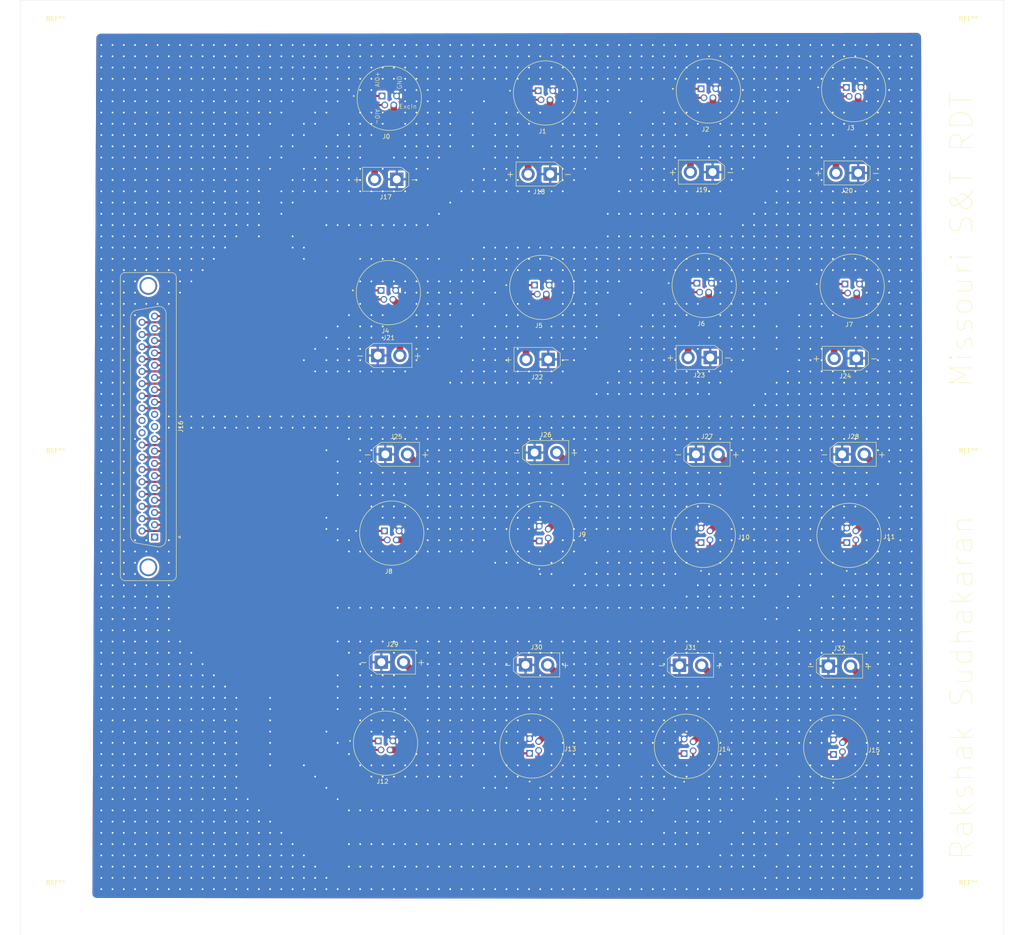
<source format=kicad_pcb>
(kicad_pcb (version 20241229) (generator "pcbnew") (generator_version "9.0")
  (title_block (title "Analog Input Board") (date "2023-10-10") (rev "A") (company "Missouri University of Science and Technology Rocket Design Team") (comment 1 "Author: Rakshak Sudhakaran"))
  (layers (0 "F.Cu" signal) (2 "B.Cu" power) (13 "F.Paste" user) (15 "B.Paste" user) (5 "F.SilkS" user "F.Silkscreen") (7 "B.SilkS" user "B.Silkscreen") (1 "F.Mask" user) (3 "B.Mask" user) (25 "Edge.Cuts" user))
  (net 0 "")
  (net 1 "/AI0+")
  (net 2 "/AI0-")
  (net 3 "/COM")
  (net 4 "Net-(J0-Pin_4)")
  (net 5 "/AI1+")
  (net 6 "/AI1-")
  (net 7 "/AI2+")
  (net 8 "/AI2-")
  (net 9 "/AI3+")
  (net 10 "/AI3-")
  (net 11 "/AI4+")
  (net 12 "/AI4-")
  (net 13 "/AI5+")
  (net 14 "/AI5-")
  (net 15 "/AI6+")
  (net 16 "/AI6-")
  (net 17 "/AI7+")
  (net 18 "/AI7-")
  (net 19 "/AI8+")
  (net 20 "/AI8-")
  (net 21 "/AI9+")
  (net 22 "/AI9-")
  (net 23 "/AI10+")
  (net 24 "/AI10-")
  (net 25 "/AI11+")
  (net 26 "/AI11-")
  (net 27 "/AI12+")
  (net 28 "/AI12-")
  (net 29 "/AI13+")
  (net 30 "/AI13-")
  (net 31 "/AI14+")
  (net 32 "/AI14-")
  (net 33 "/AI15+")
  (net 34 "/AI15-")
  (net 35 "/NC")
  (net 36 "GND")
  (net 37 "Net-(J1-Pin_4)")
  (net 38 "Net-(J21-Pin_2)")
  (net 39 "Net-(J25-Pin_2)")
  (net 40 "Net-(J10-Pin_4)")
  (net 41 "Net-(J11-Pin_4)")
  (net 42 "Net-(J12-Pin_4)")
  (net 43 "Net-(J13-Pin_4)")
  (net 44 "Net-(J14-Pin_4)")
  (net 45 "Net-(J15-Pin_4)")
  (net 46 "Net-(J19-Pin_2)")
  (net 47 "Net-(J20-Pin_2)")
  (net 48 "Net-(J22-Pin_2)")
  (net 49 "Net-(J23-Pin_2)")
  (net 50 "Net-(J24-Pin_2)")
  (net 51 "Net-(J26-Pin_2)")
  (footprint "M12_4Pin_Female_Library:TENSILITY_54-00278" (layer "F.Cu") (at 157.65 144.39 -90)
    (property "Reference" "J9")
    (property "Value" "Conn_01x04")
  )
  (footprint "Connector_AMASS:AMASS_XT30UPB-F_1x02_P5.0mm_Vertical" (layer "F.Cu") (at 225.48 126.5)
    (property "Reference" "J28")
    (property "Value" "Conn_01x02")
  )
  (footprint "M12_4Pin_Female_Library:TENSILITY_54-00278" (layer "F.Cu") (at 155.485 192.32 -90)
    (property "Reference" "J13")
    (property "Value" "Conn_01x04")
  )
  (footprint "M12_4Pin_Female_Library:TENSILITY_54-00278" (layer "F.Cu") (at 194.15 144.79 -90)
    (property "Reference" "J10")
    (property "Value" "Conn_01x04")
  )
  (footprint "M12_4Pin_Female_Library:TENSILITY_54-00278" (layer "F.Cu") (at 123.095 90.02 180)
    (property "Reference" "J4")
    (property "Value" "Conn_01x04")
  )
  (footprint "MountingHole:MountingHole_3.2mm_M3_DIN965" (layer "F.Cu") (at 48 32)
    (property "Reference" "REF**")
    (property "Value" "MountingHole_3.2mm_M3_DIN965")
  )
  (footprint "Connector_AMASS:AMASS_XT30UPB-F_1x02_P5.0mm_Vertical" (layer "F.Cu") (at 192.5 126.5)
    (property "Reference" "J27")
    (property "Value" "Conn_01x02")
  )
  (footprint "Connector_AMASS:AMASS_XT30UPB-F_1x02_P5.0mm_Vertical" (layer "F.Cu") (at 159.615 63.25 180)
    (property "Reference" "J18")
    (property "Value" "Conn_01x02")
  )
  (footprint "Connector_AMASS:AMASS_XT30UPB-F_1x02_P5.0mm_Vertical" (layer "F.Cu") (at 156.08 126.1)
    (property "Reference" "J26")
    (property "Value" "Conn_01x02")
  )
  (footprint "Connector_AMASS:AMASS_XT30UPB-F_1x02_P5.0mm_Vertical" (layer "F.Cu") (at 159.165 105.09 180)
    (property "Reference" "J22")
    (property "Value" "Conn_01x02")
  )
  (footprint "Connector_AMASS:AMASS_XT30UPB-F_1x02_P5.0mm_Vertical" (layer "F.Cu") (at 188.78 174.1)
    (property "Reference" "J31")
    (property "Value" "Conn_01x02")
  )
  (footprint "M12_4Pin_Female_Library:TENSILITY_54-00278" (layer "F.Cu") (at 195.32 44.52 180)
    (property "Reference" "J2")
    (property "Value" "Conn_01x04")
  )
  (footprint "Connector_AMASS:AMASS_XT30UPB-F_1x02_P5.0mm_Vertical" (layer "F.Cu") (at 122.405 126.51)
    (property "Reference" "J25")
    (property "Value" "Conn_01x02")
  )
  (footprint "MountingHole:MountingHole_3.2mm_M3_DIN965" (layer "F.Cu") (at 254 227)
    (property "Reference" "REF**")
    (property "Value" "MountingHole_3.2mm_M3_DIN965")
  )
  (footprint "M12_4Pin_Female_Library:TENSILITY_54-00278" (layer "F.Cu") (at 227.05 144.79 -90)
    (property "Reference" "J11")
    (property "Value" "Conn_01x04")
  )
  (footprint "MountingHole:MountingHole_3.2mm_M3_DIN965" (layer "F.Cu") (at 48 227)
    (property "Reference" "REF**")
    (property "Value" "MountingHole_3.2mm_M3_DIN965")
  )
  (footprint "Connector_AMASS:AMASS_XT30UPB-F_1x02_P5.0mm_Vertical" (layer "F.Cu") (at 195.725 104.65 180)
    (property "Reference" "J23")
    (property "Value" "Conn_01x02")
  )
  (footprint "Connector_AMASS:AMASS_XT30UPB-F_1x02_P5.0mm_Vertical" (layer "F.Cu") (at 228.7 104.84 180)
    (property "Reference" "J24")
    (property "Value" "Conn_01x02")
  )
  (footprint "M12_4Pin_Female_Library:TENSILITY_54-00278" (layer "F.Cu") (at 228.09 44.2 180)
    (property "Reference" "J3")
    (property "Value" "Conn_01x04")
  )
  (footprint "M12_4Pin_Female_Library:TENSILITY_54-00278" (layer "F.Cu") (at 190.35 192.39 -90)
    (property "Reference" "J14")
    (property "Value" "Conn_01x04")
  )
  (footprint "M12_4Pin_Female_Library:TENSILITY_54-00278" (layer "F.Cu") (at 123.85 144.29 180)
    (property "Reference" "J8")
    (property "Value" "Conn_01x04")
  )
  (footprint "M12_4Pin_Female_Library:TENSILITY_54-00278" (layer "F.Cu") (at 194.36 88.39 180)
    (property "Reference" "J6")
    (property "Value" "Conn_01x04")
  )
  (footprint "M12_4Pin_Female_Library:TENSILITY_54-00278" (layer "F.Cu") (at 122.45 191.69 180)
    (property "Reference" "J12")
    (property "Value" "Conn_01x04")
  )
  (footprint "Connector_AMASS:AMASS_XT30UPB-F_1x02_P5.0mm_Vertical" (layer "F.Cu") (at 120.7 104.2)
    (property "Reference" "J21")
    (property "Value" "Conn_01x02")
  )
  (footprint "M12_4Pin_Female_Library:TENSILITY_54-00278" (layer "F.Cu") (at 227.765 88.58 180)
    (property "Reference" "J7")
    (property "Value" "Conn_01x04")
  )
  (footprint "Connector_AMASS:AMASS_XT30UPB-F_1x02_P5.0mm_Vertical" (layer "F.Cu") (at 222.4 174.3)
    (property "Reference" "J32")
    (property "Value" "Conn_01x02")
  )
  (footprint "Connector_AMASS:AMASS_XT30UPB-F_1x02_P5.0mm_Vertical" (layer "F.Cu") (at 124.99 64.44 180)
    (property "Reference" "J17")
    (property "Value" "Conn_01x02")
  )
  (footprint "M12_4Pin_Female_Library:TENSILITY_54-00278" (layer "F.Cu") (at 123.295 46.15 180)
    (property "Reference" "J0")
    (property "Value" "Conn_01x04")
  )
  (footprint "Connector_AMASS:AMASS_XT30UPB-F_1x02_P5.0mm_Vertical" (layer "F.Cu") (at 196.255 62.81 180)
    (property "Reference" "J19")
    (property "Value" "Conn_01x02")
  )
  (footprint "M12_4Pin_Female_Library:TENSILITY_54-00278" (layer "F.Cu") (at 224.05 192.59 -90)
    (property "Reference" "J15")
    (property "Value" "Conn_01x04")
  )
  (footprint "Connector_AMASS:AMASS_XT30UPB-F_1x02_P5.0mm_Vertical" (layer "F.Cu") (at 229.105 63 180)
    (property "Reference" "J20")
    (property "Value" "Conn_01x02")
  )
  (footprint "MountingHole:MountingHole_3.2mm_M3_DIN965" (layer "F.Cu") (at 48 129.5)
    (property "Reference" "REF**")
    (property "Value" "MountingHole_3.2mm_M3_DIN965")
  )
  (footprint "MountingHole:MountingHole_3.2mm_M3_DIN965" (layer "F.Cu") (at 254 32)
    (property "Reference" "REF**")
    (property "Value" "MountingHole_3.2mm_M3_DIN965")
  )
  (footprint "M12_4Pin_Female_Library:TENSILITY_54-00278" (layer "F.Cu") (at 158.555 44.96 180)
    (property "Reference" "J1")
    (property "Value" "Conn_01x04")
  )
  (footprint "Connector_AMASS:AMASS_XT30UPB-F_1x02_P5.0mm_Vertical" (layer "F.Cu") (at 154.04 174.03)
    (property "Reference" "J30")
    (property "Value" "Conn_01x02")
  )
  (footprint "MountingHole:MountingHole_3.2mm_M3_DIN965" (layer "F.Cu") (at 254 129.5)
    (property "Reference" "REF**")
    (property "Value" "MountingHole_3.2mm_M3_DIN965")
  )
  (footprint "Connector_Dsub:DSUB-37_Female_Vertical_P2.77x2.84mm_MountingHoles" (layer "F.Cu") (at 70.34 145.18 -90)
    (property "Reference" "J16")
    (property "Value" "DB37_Female")
  )
  (footprint "M12_4Pin_Female_Library:TENSILITY_54-00278" (layer "F.Cu") (at 157.72 88.83 180)
    (property "Reference" "J5")
    (property "Value" "Conn_01x04")
  )
  (footprint "Connector_AMASS:AMASS_XT30UPB-F_1x02_P5.0mm_Vertical" (layer "F.Cu") (at 121.515 173.4)
    (property "Reference" "J29")
    (property "Value" "Conn_01x02")
  )
  (gr_rect (start 40 24) (end 262 235) (stroke (width 0.05)) (fill no) (layer "Edge.Cuts"))
  (gr_text "ExcIn" (at 125.5 48.6 0) (layer "F.SilkS") (effects (font (size 1 1) (thickness 0.1)) (justify left bottom)))
  (gr_text "AI0-" (at 120 48.5 -90) (layer "F.SilkS") (effects (font (size 1 1) (thickness 0.1)) (justify left bottom)))
  (gr_text "AI0+" (at 121.2 43.7 90) (layer "F.SilkS") (effects (font (size 1 1) (thickness 0.1)) (justify left bottom)))
  (gr_text "Rakshak Sudhakaran" (at 255.4 218.3 90) (layer "F.SilkS") (effects (font (size 5 5) (thickness 0.1)) (justify left bottom)))
  (gr_text "Missouri S&T RDT" (at 255.4 111.6 90) (layer "F.SilkS") (effects (font (size 5 5) (thickness 0.1)) (justify left bottom)))
  (gr_text "GND" (at 126.2 44.2 90) (layer "F.SilkS") (effects (font (size 1 1) (thickness 0.1)) (justify left bottom)))
  (segment (start 107.46 45.64) (end 121.645 45.64) (width 0.5) (layer "F.Cu") (net 1))
  (segment (start 75.28 95.32) (end 92.7 77.9) (width 0.5) (layer "F.Cu") (net 1))
  (segment (start 70.34 95.32) (end 75.28 95.32) (width 0.5) (layer "F.Cu") (net 1))
  (segment (start 92.7 77.9) (end 92.7 60.4) (width 0.5) (layer "F.Cu") (net 1))
  (segment (start 92.7 60.4) (end 107.46 45.64) (width 0.5) (layer "F.Cu") (net 1))
  (segment (start 114.73 47.67) (end 122.28 47.67) (width 0.5) (layer "F.Cu") (net 2))
  (segment (start 67.5 96.705) (end 78.595 96.705) (width 0.5) (layer "F.Cu") (net 2))
  (segment (start 96.2 79.1) (end 96.2 66.2) (width 0.5) (layer "F.Cu") (net 2))
  (segment (start 96.2 66.2) (end 114.73 47.67) (width 0.5) (layer "F.Cu") (net 2))
  (segment (start 78.595 96.705) (end 96.2 79.1) (width 0.5) (layer "F.Cu") (net 2))
  (segment (start 124.31 54.6) (end 124.31 47.67) (width 1.5) (layer "F.Cu") (net 4))
  (segment (start 119.99 58.92) (end 124.31 54.6) (width 1.5) (layer "F.Cu") (net 4))
  (segment (start 119.99 64.44) (end 119.99 58.92) (width 1.5) (layer "F.Cu") (net 4))
  (segment (start 105.2 70.4) (end 127.1 70.4) (width 0.5) (layer "F.Cu") (net 5))
  (segment (start 81.91 98.09) (end 99.6 80.4) (width 0.5) (layer "F.Cu") (net 5))
  (segment (start 70.34 98.09) (end 81.91 98.09) (width 0.5) (layer "F.Cu") (net 5))
  (segment (start 138.5 49) (end 143.05 44.45) (width 0.5) (layer "F.Cu") (net 5))
  (segment (start 99.6 80.4) (end 99.6 76) (width 0.5) (layer "F.Cu") (net 5))
  (segment (start 138.5 59) (end 138.5 49) (width 0.5) (layer "F.Cu") (net 5))
  (segment (start 127.1 70.4) (end 138.5 59) (width 0.5) (layer "F.Cu") (net 5))
  (segment (start 143.05 44.45) (end 156.905 44.45) (width 0.5) (layer "F.Cu") (net 5))
  (segment (start 99.6 76) (end 105.2 70.4) (width 0.5) (layer "F.Cu") (net 5))
  (segment (start 106.7 73.2) (end 129.1 73.2) (width 0.5) (layer "F.Cu") (net 6))
  (segment (start 67.5 99.475) (end 85.325 99.475) (width 0.5) (layer "F.Cu") (net 6))
  (segment (start 85.325 99.475) (end 102.8 82) (width 0.5) (layer "F.Cu") (net 6))
  (segment (start 102.8 77.1) (end 106.7 73.2) (width 0.5) (layer "F.Cu") (net 6))
  (segment (start 144.3 58) (end 144.3 51.1) (width 0.5) (layer "F.Cu") (net 6))
  (segment (start 129.1 73.2) (end 144.3 58) (width 0.5) (layer "F.Cu") (net 6))
  (segment (start 148.92 46.48) (end 157.54 46.48) (width 0.5) (layer "F.Cu") (net 6))
  (segment (start 144.3 51.1) (end 148.92 46.48) (width 0.5) (layer "F.Cu") (net 6))
  (segment (start 102.8 82) (end 102.8 77.1) (width 0.5) (layer "F.Cu") (net 6))
  (segment (start 133.5 76.2) (end 139.3 70.4) (width 0.5) (layer "F.Cu") (net 7))
  (segment (start 70.34 100.86) (end 88.44 100.86) (width 0.5) (layer "F.Cu") (net 7))
  (segment (start 139.3 70.4) (end 162.5 70.4) (width 0.5) (layer "F.Cu") (net 7))
  (segment (start 106.1 78.8) (end 108.7 76.2) (width 0.5) (layer "F.Cu") (net 7))
  (segment (start 180.09 44.01) (end 193.67 44.01) (width 0.5) (layer "F.Cu") (net 7))
  (segment (start 172.6 60.3) (end 172.6 51.5) (width 0.5) (layer "F.Cu") (net 7))
  (segment (start 106.1 83.2) (end 106.1 78.8) (width 0.5) (layer "F.Cu") (net 7))
  (segment (start 162.5 70.4) (end 172.6 60.3) (width 0.5) (layer "F.Cu") (net 7))
  (segment (start 108.7 76.2) (end 133.5 76.2) (width 0.5) (layer "F.Cu") (net 7))
  (segment (start 88.44 100.86) (end 106.1 83.2) (width 0.5) (layer "F.Cu") (net 7))
  (segment (start 172.6 51.5) (end 180.09 44.01) (width 0.5) (layer "F.Cu") (net 7))
  (segment (start 135.4 78.5) (end 141 72.9) (width 0.5) (layer "F.Cu") (net 8))
  (segment (start 177.5 53.4) (end 184.86 46.04) (width 0.5) (layer "F.Cu") (net 8))
  (segment (start 184.86 46.04) (end 194.305 46.04) (width 0.5) (layer "F.Cu") (net 8))
  (segment (start 177.5 60.2) (end 177.5 53.4) (width 0.5) (layer "F.Cu") (net 8))
  (segment (start 109.6 79.7) (end 110.8 78.5) (width 0.5) (layer "F.Cu") (net 8))
  (segment (start 141 72.9) (end 164.8 72.9) (width 0.5) (layer "F.Cu") (net 8))
  (segment (start 109.6 84.2) (end 109.6 79.7) (width 0.5) (layer "F.Cu") (net 8))
  (segment (start 91.555 102.245) (end 109.6 84.2) (width 0.5) (layer "F.Cu") (net 8))
  (segment (start 110.8 78.5) (end 135.4 78.5) (width 0.5) (layer "F.Cu") (net 8))
  (segment (start 67.5 102.245) (end 91.555 102.245) (width 0.5) (layer "F.Cu") (net 8))
  (segment (start 164.8 72.9) (end 177.5 60.2) (width 0.5) (layer "F.Cu") (net 8))
  (segment (start 113.9 80.8) (end 136.3 80.8) (width 0.5) (layer "F.Cu") (net 9))
  (segment (start 136.3 80.8) (end 141.8 75.3) (width 0.5) (layer "F.Cu") (net 9))
  (segment (start 209.5 60.1) (end 209.5 53.7) (width 0.5) (layer "F.Cu") (net 9))
  (segment (start 93.87 103.63) (end 112.2 85.3) (width 0.5) (layer "F.Cu") (net 9))
  (segment (start 141.8 75.1) (end 166.8 75.1) (width 0.5) (layer "F.Cu") (net 9))
  (segment (start 219.51 43.69) (end 226.44 43.69) (width 0.5) (layer "F.Cu") (net 9))
  (segment (start 166.8 75.1) (end 173.1 68.8) (width 0.5) (layer "F.Cu") (net 9))
  (segment (start 70.34 103.63) (end 93.87 103.63) (width 0.5) (layer "F.Cu") (net 9))
  (segment (start 200.8 68.8) (end 209.5 60.1) (width 0.5) (layer "F.Cu") (net 9))
  (segment (start 141.8 75.3) (end 141.8 75.1) (width 0.5) (layer "F.Cu") (net 9))
  (segment (start 173.1 68.8) (end 200.8 68.8) (width 0.5) (layer "F.Cu") (net 9))
  (segment (start 112.2 82.5) (end 113.9 80.8) (width 0.5) (layer "F.Cu") (net 9))
  (segment (start 209.5 53.7) (end 219.51 43.69) (width 0.5) (layer "F.Cu") (net 9))
  (segment (start 112.2 85.3) (end 112.2 82.5) (width 0.5) (layer "F.Cu") (net 9))
  (segment (start 143.6 77.7) (end 168.6 77.7) (width 0.5) (layer "F.Cu") (net 10))
  (segment (start 211.6 54.6) (end 220.48 45.72) (width 0.5) (layer "F.Cu") (net 10))
  (segment (start 198.6 74.5) (end 211.6 61.5) (width 0.5) (layer "F.Cu") (net 10))
  (segment (start 220.48 45.72) (end 227.075 45.72) (width 0.5) (layer "F.Cu") (net 10))
  (segment (start 171.8 74.5) (end 198.6 74.5) (width 0.5) (layer "F.Cu") (net 10))
  (segment (start 117.3 84) (end 137.3 84) (width 0.5) (layer "F.Cu") (net 10))
  (segment (start 137.3 84) (end 143.6 77.7) (width 0.5) (layer "F.Cu") (net 10))
  (segment (start 96.285 105.015) (end 117.3 84) (width 0.5) (layer "F.Cu") (net 10))
  (segment (start 168.6 77.7) (end 171.8 74.5) (width 0.5) (layer "F.Cu") (net 10))
  (segment (start 211.6 61.5) (end 211.6 54.6) (width 0.5) (layer "F.Cu") (net 10))
  (segment (start 67.5 105.015) (end 96.285 105.015) (width 0.5) (layer "F.Cu") (net 10))
  (segment (start 99.8 106.4) (end 116.69 89.51) (width 0.5) (layer "F.Cu") (net 11))
  (segment (start 70.34 106.4) (end 99.8 106.4) (width 0.5) (layer "F.Cu") (net 11))
  (segment (start 116.69 89.51) (end 121.445 89.51) (width 0.5) (layer "F.Cu") (net 11))
  (segment (start 104.215 107.785) (end 120.46 91.54) (width 0.5) (layer "F.Cu") (net 12))
  (segment (start 67.5 107.785) (end 104.215 107.785) (width 0.5) (layer "F.Cu") (net 12))
  (segment (start 120.46 91.54) (end 122.08 91.54) (width 0.5) (layer "F.Cu") (net 12))
  (segment (start 130.13 109.17) (end 137.2 102.1) (width 0.5) (layer "F.Cu") (net 13))
  (segment (start 70.34 109.17) (end 130.13 109.17) (width 0.5) (layer "F.Cu") (net 13))
  (segment (start 137.2 97.6) (end 146.48 88.32) (width 0.5) (layer "F.Cu") (net 13))
  (segment (start 146.48 88.32) (end 156.07 88.32) (width 0.5) (layer "F.Cu") (net 13))
  (segment (start 137.2 102.1) (end 137.2 97.6) (width 0.5) (layer "F.Cu") (net 13))
  (segment (start 141.6 102.4) (end 141.6 98.8) (width 0.5) (layer "F.Cu") (net 14))
  (segment (start 141.6 98.8) (end 150.05 90.35) (width 0.5) (layer "F.Cu") (net 14))
  (segment (start 150.05 90.35) (end 156.705 90.35) (width 0.5) (layer "F.Cu") (net 14))
  (segment (start 133.445 110.555) (end 141.6 102.4) (width 0.5) (layer "F.Cu") (net 14))
  (segment (start 67.5 110.555) (end 133.445 110.555) (width 0.5) (layer "F.Cu") (net 14))
  (segment (start 171.7 94.8) (end 178.62 87.88) (width 0.5) (layer "F.Cu") (net 15))
  (segment (start 171.7 101.5) (end 171.7 94.8) (width 0.5) (layer "F.Cu") (net 15))
  (segment (start 161.26 111.94) (end 171.7 101.5) (width 0.5) (layer "F.Cu") (net 15))
  (segment (start 178.62 87.88) (end 192.71 87.88) (width 0.5) (layer "F.Cu") (net 15))
  (segment (start 70.34 111.94) (end 161.26 111.94) (width 0.5) (layer "F.Cu") (net 15))
  (segment (start 176 97.4) (end 183.49 89.91) (width 0.5) (layer "F.Cu") (net 16))
  (segment (start 176 103.3) (end 176 97.4) (width 0.5) (layer "F.Cu") (net 16))
  (segment (start 183.49 89.91) (end 193.345 89.91) (width 0.5) (layer "F.Cu") (net 16))
  (segment (start 165.975 113.325) (end 176 103.3) (width 0.5) (layer "F.Cu") (net 16))
  (segment (start 67.5 113.325) (end 165.975 113.325) (width 0.5) (layer "F.Cu") (net 16))
  (segment (start 70.34 114.71) (end 196.49 114.71) (width 0.5) (layer "F.Cu") (net 17))
  (segment (start 209.1 102.1) (end 209.1 94.8) (width 0.5) (layer "F.Cu") (net 17))
  (segment (start 196.49 114.71) (end 209.1 102.1) (width 0.5) (layer "F.Cu") (net 17))
  (segment (start 209.1 94.8) (end 215.83 88.07) (width 0.5) (layer "F.Cu") (net 17))
  (segment (start 215.83 88.07) (end 226.115 88.07) (width 0.5) (layer "F.Cu") (net 17))
  (segment (start 67.5 116.095) (end 201.905 116.095) (width 0.5) (layer "F.Cu") (net 18))
  (segment (start 217.9 90.1) (end 226.75 90.1) (width 0.5) (layer "F.Cu") (net 18))
  (segment (start 213.2 104.8) (end 213.2 94.8) (width 0.5) (layer "F.Cu") (net 18))
  (segment (start 213.2 94.8) (end 217.9 90.1) (width 0.5) (layer "F.Cu") (net 18))
  (segment (start 201.905 116.095) (end 213.2 104.8) (width 0.5) (layer "F.Cu") (net 18))
  (segment (start 70.34 123.02) (end 109.52 123.02) (width 0.5) (layer "F.Cu") (net 19))
  (segment (start 109.52 123.02) (end 115.3 128.8) (width 0.5) (layer "F.Cu") (net 19))
  (segment (start 120.58 143.78) (end 122.2 143.78) (width 0.5) (layer "F.Cu") (net 19))
  (segment (start 115.3 128.8) (end 115.3 138.5) (width 0.5) (layer "F.Cu") (net 19))
  (segment (start 115.3 138.5) (end 120.58 143.78) (width 0.5) (layer "F.Cu") (net 19))
  (segment (start 118.81 145.81) (end 122.835 145.81) (width 0.5) (layer "F.Cu") (net 20))
  (segment (start 105.405 124.405) (end 109.9 128.9) (width 0.5) (layer "F.Cu") (net 20))
  (segment (start 67.5 124.405) (end 105.405 124.405) (width 0.5) (layer "F.Cu") (net 20))
  (segment (start 109.9 128.9) (end 109.9 136.9) (width 0.5) (layer "F.Cu") (net 20))
  (segment (start 109.9 136.9) (end 118.81 145.81) (width 0.5) (layer "F.Cu") (net 20))
  (segment (start 107.5 130.2) (end 107.5 144.6) (width 0.5) (layer "F.Cu") (net 21))
  (segment (start 107.5 144.6) (end 114.5 151.6) (width 0.5) (layer "F.Cu") (net 21))
  (segment (start 103.09 125.79) (end 107.5 130.2) (width 0.5) (layer "F.Cu") (net 21))
  (segment (start 114.5 151.6) (end 141.8 151.6) (width 0.5) (layer "F.Cu") (net 21))
  (segment (start 147.36 146.04) (end 157.14 146.04) (width 0.5) (layer "F.Cu") (net 21))
  (segment (start 141.8 151.6) (end 147.36 146.04) (width 0.5) (layer "F.Cu") (net 21))
  (segment (start 70.34 125.79) (end 103.09 125.79) (width 0.5) (layer "F.Cu") (net 21))
  (segment (start 113 153.8) (end 154.6 153.8) (width 0.5) (layer "F.Cu") (net 22))
  (segment (start 105 145.8) (end 113 153.8) (width 0.5) (layer "F.Cu") (net 22))
  (segment (start 159.17 149.23) (end 159.17 145.405) (width 0.5) (layer "F.Cu") (net 22))
  (segment (start 67.5 127.175) (end 100.575 127.175) (width 0.5) (layer "F.Cu") (net 22))
  (segment (start 154.6 153.8) (end 159.17 149.23) (width 0.5) (layer "F.Cu") (net 22))
  (segment (start 105 131.6) (end 105 145.8) (width 0.5) (layer "F.Cu") (net 22))
  (segment (start 100.575 127.175) (end 105 131.6) (width 0.5) (layer "F.Cu") (net 22))
  (segment (start 70.34 128.56) (end 97.96 128.56) (width 0.5) (layer "F.Cu") (net 23))
  (segment (start 170.36 146.44) (end 193.64 146.44) (width 0.5) (layer "F.Cu") (net 23))
  (segment (start 161.1 155.7) (end 170.36 146.44) (width 0.5) (layer "F.Cu") (net 23))
  (segment (start 111.8 155.7) (end 161.1 155.7) (width 0.5) (layer "F.Cu") (net 23))
  (segment (start 102.3 146.2) (end 111.8 155.7) (width 0.5) (layer "F.Cu") (net 23))
  (segment (start 102.3 132.9) (end 102.3 146.2) (width 0.5) (layer "F.Cu") (net 23))
  (segment (start 97.96 128.56) (end 102.3 132.9) (width 0.5) (layer "F.Cu") (net 23))
  (segment (start 67.5 129.945) (end 95.545 129.945) (width 0.5) (layer "F.Cu") (net 24))
  (segment (start 95.545 129.945) (end 99.8 134.2) (width 0.5) (layer "F.Cu") (net 24))
  (segment (start 99.8 148.7) (end 110 158.9) (width 0.5) (layer "F.Cu") (net 24))
  (segment (start 195.67 149.23) (end 195.67 145.805) (width 0.5) (layer "F.Cu") (net 24))
  (segment (start 186 158.9) (end 195.67 149.23) (width 0.5) (layer "F.Cu") (net 24))
  (segment (start 99.8 134.2) (end 99.8 148.7) (width 0.5) (layer "F.Cu") (net 24))
  (segment (start 110 158.9) (end 186 158.9) (width 0.5) (layer "F.Cu") (net 24))
  (segment (start 97.1 149.9) (end 110.5 163.3) (width 0.5) (layer "F.Cu") (net 25))
  (segment (start 97.1 135.3) (end 97.1 149.9) (width 0.5) (layer "F.Cu") (net 25))
  (segment (start 222.56 146.44) (end 226.54 146.44) (width 0.5) (layer "F.Cu") (net 25))
  (segment (start 93.13 131.33) (end 97.1 135.3) (width 0.5) (layer "F.Cu") (net 25))
  (segment (start 205.7 163.3) (end 222.56 146.44) (width 0.5) (layer "F.Cu") (net 25))
  (segment (start 110.5 163.3) (end 205.7 163.3) (width 0.5) (layer "F.Cu") (net 25))
  (segment (start 70.34 131.33) (end 93.13 131.33) (width 0.5) (layer "F.Cu") (net 25))
  (segment (start 94.2 150.8) (end 110.5 167.1) (width 0.5) (layer "F.Cu") (net 26))
  (segment (start 228.6 149.8) (end 228.57 149.77) (width 0.5) (layer "F.Cu") (net 26))
  (segment (start 228.57 149.77) (end 228.57 145.805) (width 0.5) (layer "F.Cu") (net 26))
  (segment (start 67.5 132.715) (end 90.615 132.715) (width 0.5) (layer "F.Cu") (net 26))
  (segment (start 90.615 132.715) (end 94.2 136.3) (width 0.5) (layer "F.Cu") (net 26))
  (segment (start 94.2 136.3) (end 94.2 150.8) (width 0.5) (layer "F.Cu") (net 26))
  (segment (start 211.3 167.1) (end 228.6 149.8) (width 0.5) (layer "F.Cu") (net 26))
  (segment (start 110.5 167.1) (end 211.3 167.1) (width 0.5) (layer "F.Cu") (net 26))
  (segment (start 114.1 175.1) (end 114.1 188.4) (width 0.5) (layer "F.Cu") (net 27))
  (segment (start 87.8 134.1) (end 91.8 138.1) (width 0.5) (layer "F.Cu") (net 27))
  (segment (start 114.1 188.4) (end 116.88 191.18) (width 0.5) (layer "F.Cu") (net 27))
  (segment (start 91.8 138.1) (end 91.8 152.8) (width 0.5) (layer "F.Cu") (net 27))
  (segment (start 70.34 134.1) (end 87.8 134.1) (width 0.5) (layer "F.Cu") (net 27))
  (segment (start 116.88 191.18) (end 120.8 191.18) (width 0.5) (layer "F.Cu") (net 27))
  (segment (start 91.8 152.8) (end 114.1 175.1) (width 0.5) (layer "F.Cu") (net 27))
  (segment (start 90 138.9) (end 90 154.6) (width 0.5) (layer "F.Cu") (net 28))
  (segment (start 109.6 174.2) (end 109.6 186.6) (width 0.5) (layer "F.Cu") (net 28))
  (segment (start 67.5 135.485) (end 86.585 135.485) (width 0.5) (layer "F.Cu") (net 28))
  (segment (start 86.585 135.485) (end 90 138.9) (width 0.5) (layer "F.Cu") (net 28))
  (segment (start 90 154.6) (end 109.6 174.2) (width 0.5) (layer "F.Cu") (net 28))
  (segment (start 109.6 186.6) (end 116.21 193.21) (width 0.5) (layer "F.Cu") (net 28))
  (segment (start 116.21 193.21) (end 121.435 193.21) (width 0.5) (layer "F.Cu") (net 28))
  (segment (start 70.435 136.8) (end 70.34 136.705) (width 0.5) (layer "F.Cu") (net 29))
  (segment (start 141.1 201.8) (end 117.4 201.8) (width 0.5) (layer "F.Cu") (net 29))
  (segment (start 117.4 201.8) (end 106.6 191) (width 0.5) (layer "F.Cu") (net 29))
  (segment (start 106.6 175) (end 87.9 156.3) (width 0.5) (layer "F.Cu") (net 29))
  (segment (start 154.975 193.97) (end 148.93 193.97) (width 0.5) (layer "F.Cu") (net 29))
  (segment (start 148.93 193.97) (end 141.1 201.8) (width 0.5) (layer "F.Cu") (net 29))
  (segment (start 87.9 140) (end 84.77 136.87) (width 0.5) (layer "F.Cu") (net 29))
  (segment (start 87.9 156.3) (end 87.9 140) (width 0.5) (layer "F.Cu") (net 29))
  (segment (start 84.77 136.87) (end 70.34 136.87) (width 0.5) (layer "F.Cu") (net 29))
  (segment (start 106.6 191) (end 106.6 175) (width 0.5) (layer "F.Cu") (net 29))
  (segment (start 157.005 198.895) (end 157.005 193.335) (width 0.5) (layer "F.Cu") (net 30))
  (segment (start 150.9 205) (end 157.005 198.895) (width 0.5) (layer "F.Cu") (net 30))
  (segment (start 115.9 205) (end 150.9 205) (width 0.5) (layer "F.Cu") (net 30))
  (segment (start 67.5 138.255) (end 82.355 138.255) (width 0.5) (layer "F.Cu") (net 30))
  (segment (start 103.9 193) (end 115.9 205) (width 0.5) (layer "F.Cu") (net 30))
  (segment (start 85.4 141.3) (end 85.4 158.1) (width 0.5) (layer "F.Cu") (net 30))
  (segment (start 103.9 176.6) (end 103.9 193) (width 0.5) (layer "F.Cu") (net 30))
  (segment (start 82.355 138.255) (end 85.4 141.3) (width 0.5) (layer "F.Cu") (net 30))
  (segment (start 85.4 158.1) (end 103.9 176.6) (width 0.5) (layer "F.Cu") (net 30))
  (segment (start 79.94 139.64) (end 83 142.7) (width 0.5) (layer "F.Cu") (net 31))
  (segment (start 100.9 178) (end 100.9 196) (width 0.5) (layer "F.Cu") (net 31))
  (segment (start 167 209) (end 181.96 194.04) (width 0.5) (layer "F.Cu") (net 31))
  (segment (start 100.9 196) (end 113.9 209) (width 0.5) (layer "F.Cu") (net 31))
  (segment (start 113.9 209) (end 167 209) (width 0.5) (layer "F.Cu") (net 31))
  (segment (start 70.34 139.64) (end 79.94 139.64) (width 0.5) (layer "F.Cu") (net 31))
  (segment (start 181.96 194.04) (end 189.84 194.04) (width 0.5) (layer "F.Cu") (net 31))
  (segment (start 83 160.1) (end 100.9 178) (width 0.5) (layer "F.Cu") (net 31))
  (segment (start 83 142.7) (end 83 160.1) (width 0.5) (layer "F.Cu") (net 31))
  (segment (start 81 162.4) (end 97.8 179.2) (width 0.5) (layer "F.Cu") (net 32))
  (segment (start 113.1 212.8) (end 180.3 212.8) (width 0.5) (layer "F.Cu") (net 32))
  (segment (start 67.5 141.025) (end 78.225 141.025) (width 0.5) (layer "F.Cu") (net 32))
  (segment (start 97.8 179.2) (end 97.8 197.5) (width 0.5) (layer "F.Cu") (net 32))
  (segment (start 81 143.8) (end 81 162.4) (width 0.5) (layer "F.Cu") (net 32))
  (segment (start 97.8 197.5) (end 113.1 212.8) (width 0.5) (layer "F.Cu") (net 32))
  (segment (start 180.3 212.8) (end 191.87 201.23) (width 0.5) (layer "F.Cu") (net 32))
  (segment (start 78.225 141.025) (end 81 143.8) (width 0.5) (layer "F.Cu") (net 32))
  (segment (start 191.87 201.23) (end 191.87 193.405) (width 0.5) (layer "F.Cu") (net 32))
  (segment (start 112 216.7) (end 194.5 216.7) (width 0.5) (layer "F.Cu") (net 33))
  (segment (start 216.96 194.24) (end 223.54 194.24) (width 0.5) (layer "F.Cu") (net 33))
  (segment (start 94.8 179.9) (end 94.8 199.5) (width 0.5) (layer "F.Cu") (net 33))
  (segment (start 76.31 142.41) (end 79.2 145.3) (width 0.5) (layer "F.Cu") (net 33))
  (segment (start 79.2 164.3) (end 94.8 179.9) (width 0.5) (layer "F.Cu") (net 33))
  (segment (start 70.34 142.41) (end 76.31 142.41) (width 0.5) (layer "F.Cu") (net 33))
  (segment (start 94.8 199.5) (end 112 216.7) (width 0.5) (layer "F.Cu") (net 33))
  (segment (start 79.2 145.3) (end 79.2 164.3) (width 0.5) (layer "F.Cu") (net 33))
  (segment (start 194.5 216.7) (end 216.96 194.24) (width 0.5) (layer "F.Cu") (net 33))
  (segment (start 111.7 221.3) (end 206.3 221.3) (width 0.5) (layer "F.Cu") (net 34))
  (segment (start 225.57 202.03) (end 225.57 193.605) (width 0.5) (layer "F.Cu") (net 34))
  (segment (start 91.6 201.2) (end 111.7 221.3) (width 0.5) (layer "F.Cu") (net 34))
  (segment (start 67.5 143.795) (end 74.395 143.795) (width 0.5) (layer "F.Cu") (net 34))
  (segment (start 77.2 146.6) (end 77.2 166.9) (width 0.5) (layer "F.Cu") (net 34))
  (segment (start 77.2 166.9) (end 91.6 181.3) (width 0.5) (layer "F.Cu") (net 34))
  (segment (start 206.3 221.3) (end 225.57 202.03) (width 0.5) (layer "F.Cu") (net 34))
  (segment (start 74.395 143.795) (end 77.2 146.6) (width 0.5) (layer "F.Cu") (net 34))
  (segment (start 91.6 181.3) (end 91.6 201.2) (width 0.5) (layer "F.Cu") (net 34))
  (via (at 210.706429 138.275) (size 0.8) (drill 0.4) (layers "F.Cu" "B.Cu") (net 36))
  (via (at 83.706429 59.535) (size 0.8) (drill 0.4) (layers "F.Cu" "B.Cu") (net 36))
  (via (at 162.446429 214.475) (size 0.8) (drill 0.4) (layers "F.Cu" "B.Cu") (net 36))
  (via (at 78.626429 201.775) (size 0.8) (drill 0.4) (layers "F.Cu" "B.Cu") (net 36))
  (via (at 63.386429 123.035) (size 0.8) (drill 0.4) (layers "F.Cu" "B.Cu") (net 36))
  (via (at 210.706429 120.495) (size 0.8) (drill 0.4) (layers "F.Cu" "B.Cu") (net 36))
  (via (at 220.866429 41.755) (size 0.8) (drill 0.4) (layers "F.Cu" "B.Cu") (net 36))
  (via (at 98.946429 56.995) (size 0.8) (drill 0.4) (layers "F.Cu" "B.Cu") (net 36))
  (via (at 185.306429 150.975) (size 0.8) (drill 0.4) (layers "F.Cu" "B.Cu") (net 36))
  (via (at 147.206429 100.175) (size 0.8) (drill 0.4) (layers "F.Cu" "B.Cu") (net 36))
  (via (at 60.846429 166.215) (size 0.8) (drill 0.4) (layers "F.Cu" "B.Cu") (net 36))
  (via (at 205.626429 181.455) (size 0.8) (drill 0.4) (layers "F.Cu" "B.Cu") (net 36))
  (via (at 65.926429 64.615) (size 0.8) (drill 0.4) (layers "F.Cu" "B.Cu") (net 36))
  (via (at 60.846429 145.895) (size 0.8) (drill 0.4) (layers "F.Cu" "B.Cu") (net 36))
  (via (at 76.086429 49.375) (size 0.8) (drill 0.4) (layers "F.Cu" "B.Cu") (net 36))
  (via (at 131.966429 138.275) (size 0.8) (drill 0.4) (layers "F.Cu" "B.Cu") (net 36))
  (via (at 198.006429 100.175) (size 0.8) (drill 0.4) (layers "F.Cu" "B.Cu") (net 36))
  (via (at 208.166429 79.855) (size 0.8) (drill 0.4) (layers "F.Cu" "B.Cu") (net 36))
  (via (at 73.546429 145.895) (size 0.8) (drill 0.4) (layers "F.Cu" "B.Cu") (net 36))
  (via (at 63.386429 41.755) (size 0.8) (drill 0.4) (layers "F.Cu" "B.Cu") (net 36))
  (via (at 147.206429 178.915) (size 0.8) (drill 0.4) (layers "F.Cu" "B.Cu") (net 36))
  (via (at 233.566429 41.755) (size 0.8) (drill 0.4) (layers "F.Cu" "B.Cu") (net 36))
  (via (at 63.386429 84.935) (size 0.8) (drill 0.4) (layers "F.Cu" "B.Cu") (net 36))
  (via (at 200.546429 84.935) (size 0.8) (drill 0.4) (layers "F.Cu" "B.Cu") (net 36))
  (via (at 149.746429 64.615) (size 0.8) (drill 0.4) (layers "F.Cu" "B.Cu") (net 36))
  (via (at 192.926429 148.435) (size 0.8) (drill 0.4) (layers "F.Cu" "B.Cu") (net 36))
  (via (at 131.966429 36.675) (size 0.8) (drill 0.4) (layers "F.Cu" "B.Cu") (net 36))
  (via (at 238.646429 176.375) (size 0.8) (drill 0.4) (layers "F.Cu" "B.Cu") (net 36))
  (via (at 142.126429 178.915) (size 0.8) (drill 0.4) (layers "F.Cu" "B.Cu") (net 36))
  (via (at 220.866429 186.535) (size 0.8) (drill 0.4) (layers "F.Cu" "B.Cu") (net 36))
  (via (at 170.066429 191.615) (size 0.8) (drill 0.4) (layers "F.Cu" "B.Cu") (net 36))
  (via (at 203.086429 217.015) (size 0.8) (drill 0.4) (layers "F.Cu" "B.Cu") (net 36))
  (via (at 213.246429 181.455) (size 0.8) (drill 0.4) (layers "F.Cu" "B.Cu") (net 36))
  (via (at 119.266429 82.395) (size 0.8) (drill 0.4) (layers "F.Cu" "B.Cu") (net 36))
  (via (at 144.666429 206.855) (size 0.8) (drill 0.4) (layers "F.Cu" "B.Cu") (net 36))
  (via (at 241.186429 222.095) (size 0.8) (drill 0.4) (layers "F.Cu" "B.Cu") (net 36))
  (via (at 60.846429 112.875) (size 0.8) (drill 0.4) (layers "F.Cu" "B.Cu") (net 36))
  (via (at 170.066429 59.535) (size 0.8) (drill 0.4) (layers "F.Cu" "B.Cu") (net 36))
  (via (at 96.406429 219.555) (size 0.8) (drill 0.4) (layers "F.Cu" "B.Cu") (net 36))
  (via (at 210.706429 133.195) (size 0.8) (drill 0.4) (layers "F.Cu" "B.Cu") (net 36))
  (via (at 137.046429 148.435) (size 0.8) (drill 0.4) (layers "F.Cu" "B.Cu") (net 36))
  (via (at 208.166429 163.675) (size 0.8) (drill 0.4) (layers "F.Cu" "B.Cu") (net 36))
  (via (at 65.926429 82.395) (size 0.8) (drill 0.4) (layers "F.Cu" "B.Cu") (net 36))
  (via (at 129.426429 102.715) (size 0.8) (drill 0.4) (layers "F.Cu" "B.Cu") (net 36))
  (via (at 180.226429 176.375) (size 0.8) (drill 0.4) (layers "F.Cu" "B.Cu") (net 36))
  (via (at 172.606429 199.235) (size 0.8) (drill 0.4) (layers "F.Cu" "B.Cu") (net 36))
  (via (at 157.366429 79.855) (size 0.8) (drill 0.4) (layers "F.Cu" "B.Cu") (net 36))
  (via (at 203.086429 62.075) (size 0.8) (drill 0.4) (layers "F.Cu" "B.Cu") (net 36))
  (via (at 182.766429 128.115) (size 0.8) (drill 0.4) (layers "F.Cu" "B.Cu") (net 36))
  (via (at 172.606429 214.475) (size 0.8) (drill 0.4) (layers "F.Cu" "B.Cu") (net 36))
  (via (at 175.146429 196.695) (size 0.8) (drill 0.4) (layers "F.Cu" "B.Cu") (net 36))
  (via (at 215.786429 64.615) (size 0.8) (drill 0.4) (layers "F.Cu" "B.Cu") (net 36))
  (via (at 164.986429 183.995) (size 0.8) (drill 0.4) (layers "F.Cu" "B.Cu") (net 36))
  (via (at 238.646429 56.995) (size 0.8) (drill 0.4) (layers "F.Cu" "B.Cu") (net 36))
  (via (at 164.986429 156.055) (size 0.8) (drill 0.4) (layers "F.Cu" "B.Cu") (net 36))
  (via (at 175.146429 87.475) (size 0.8) (drill 0.4) (layers "F.Cu" "B.Cu") (net 36))
  (via (at 177.686429 84.935) (size 0.8) (drill 0.4) (layers "F.Cu" "B.Cu") (net 36))
  (via (at 164.986429 82.395) (size 0.8) (drill 0.4) (layers "F.Cu" "B.Cu") (net 36))
  (via (at 109.106429 107.795) (size 0.8) (drill 0.4) (layers "F.Cu" "B.Cu") (net 36))
  (via (at 119.266429 206.855) (size 0.8) (drill 0.4) (layers "F.Cu" "B.Cu") (net 36))
  (via (at 175.146429 77.315) (size 0.8) (drill 0.4) (layers "F.Cu" "B.Cu") (net 36))
  (via (at 124.346429 123.035) (size 0.8) (drill 0.4) (layers "F.Cu" "B.Cu") (net 36))
  (via (at 78.626429 181.455) (size 0.8) (drill 0.4) (layers "F.Cu" "B.Cu") (net 36))
  (via (at 83.706429 120.495) (size 0.8) (drill 0.4) (layers "F.Cu" "B.Cu") (net 36))
  (via (at 215.786429 102.715) (size 0.8) (drill 0.4) (layers "F.Cu" "B.Cu") (net 36))
  (via (at 81.166429 51.915) (size 0.8) (drill 0.4) (layers "F.Cu" "B.Cu") (net 36))
  (via (at 225.946429 82.395) (size 0.8) (drill 0.4) (layers "F.Cu" "B.Cu") (net 36))
  (via (at 91.326429 62.075) (size 0.8) (drill 0.4) (layers "F.Cu" "B.Cu") (net 36))
  (via (at 218.326429 92.555) (size 0.8) (drill 0.4) (layers "F.Cu" "B.Cu") (net 36))
  (via (at 83.706429 186.535) (size 0.8) (drill 0.4) (layers "F.Cu" "B.Cu") (net 36))
  (via (at 241.186429 44.295) (size 0.8) (drill 0.4) (layers "F.Cu" "B.Cu") (net 36))
  (via (at 218.326429 39.215) (size 0.8) (drill 0.4) (layers "F.Cu" "B.Cu") (net 36))
  (via (at 175.146429 183.995) (size 0.8) (drill 0.4) (layers "F.Cu" "B.Cu") (net 36))
  (via (at 187.846429 153.515) (size 0.8) (drill 0.4) (layers "F.Cu" "B.Cu") (net 36))
  (via (at 78.626429 214.475) (size 0.8) (drill 0.4) (layers "F.Cu" "B.Cu") (net 36))
  (via (at 233.566429 158.595) (size 0.8) (drill 0.4) (layers "F.Cu" "B.Cu") (net 36))
  (via (at 154.826429 133.195) (size 0.8) (drill 0.4) (layers "F.Cu" "B.Cu") (net 36))
  (via (at 213.246429 189.075) (size 0.8) (drill 0.4) (layers "F.Cu" "B.Cu") (net 36))
  (via (at 139.586429 67.155) (size 0.8) (drill 0.4) (layers "F.Cu" "B.Cu") (net 36))
  (via (at 63.386429 222.095) (size 0.8) (drill 0.4) (layers "F.Cu" "B.Cu") (net 36))
  (via (at 93.866429 36.675) (size 0.8) (drill 0.4) (layers "F.Cu" "B.Cu") (net 36))
  (via (at 180.226429 161.135) (size 0.8) (drill 0.4) (layers "F.Cu" "B.Cu") (net 36))
  (via (at 121.806429 49.375) (size 0.8) (drill 0.4) (layers "F.Cu" "B.Cu") (net 36))
  (via (at 231.026429 204.315) (size 0.8) (drill 0.4) (layers "F.Cu" "B.Cu") (net 36))
  (via (at 210.706429 140.815) (size 0.8) (drill 0.4) (layers "F.Cu" "B.Cu") (net 36))
  (via (at 76.086429 39.215) (size 0.8) (drill 0.4) (layers "F.Cu" "B.Cu") (net 36))
  (via (at 60.846429 140.815) (size 0.8) (drill 0.4) (layers "F.Cu" "B.Cu") (net 36))
  (via (at 71.006429 183.995) (size 0.8) (drill 0.4) (layers "F.Cu" "B.Cu") (net 36))
  (via (at 187.846429 148.435) (size 0.8) (drill 0.4) (layers "F.Cu" "B.Cu") (net 36))
  (via (at 198.006429 135.735) (size 0.8) (drill 0.4) (layers "F.Cu" "B.Cu") (net 36))
  (via (at 233.566429 59.535) (size 0.8) (drill 0.4) (layers "F.Cu" "B.Cu") (net 36))
  (via (at 180.226429 138.275) (size 0.8) (drill 0.4) (layers "F.Cu" "B.Cu") (net 36))
  (via (at 175.146429 191.615) (size 0.8) (drill 0.4) (layers "F.Cu" "B.Cu") (net 36))
  (via (at 172.606429 72.235) (size 0.8) (drill 0.4) (layers "F.Cu" "B.Cu") (net 36))
  (via (at 60.846429 87.475) (size 0.8) (drill 0.4) (layers "F.Cu" "B.Cu") (net 36))
  (via (at 58.306429 171.295) (size 0.8) (drill 0.4) (layers "F.Cu" "B.Cu") (net 36))
  (via (at 213.246429 128.115) (size 0.8) (drill 0.4) (layers "F.Cu" "B.Cu") (net 36))
  (via (at 63.386429 117.955) (size 0.8) (drill 0.4) (layers "F.Cu" "B.Cu") (net 36))
  (via (at 129.426429 224.635) (size 0.8) (drill 0.4) (layers "F.Cu" "B.Cu") (net 36))
  (via (at 210.706429 74.775) (size 0.8) (drill 0.4) (layers "F.Cu" "B.Cu") (net 36))
  (via (at 170.066429 125.575) (size 0.8) (drill 0.4) (layers "F.Cu" "B.Cu") (net 36))
  (via (at 187.846429 49.375) (size 0.8) (drill 0.4) (layers "F.Cu" "B.Cu") (net 36))
  (via (at 65.926429 178.915) (size 0.8) (drill 0.4) (layers "F.Cu" "B.Cu") (net 36))
  (via (at 154.826429 49.375) (size 0.8) (drill 0.4) (layers "F.Cu" "B.Cu") (net 36))
  (via (at 109.106429 64.615) (size 0.8) (drill 0.4) (layers "F.Cu" "B.Cu") (net 36))
  (via (at 147.206429 140.815) (size 0.8) (drill 0.4) (layers "F.Cu" "B.Cu") (net 36))
  (via (at 96.406429 46.835) (size 0.8) (drill 0.4) (layers "F.Cu" "B.Cu") (net 36))
  (via (at 58.306429 54.455) (size 0.8) (drill 0.4) (layers "F.Cu" "B.Cu") (net 36))
  (via (at 195.466429 34.135) (size 0.8) (drill 0.4) (layers "F.Cu" "B.Cu") (net 36))
  (via (at 101.486429 77.315) (size 0.8) (drill 0.4) (layers "F.Cu" "B.Cu") (net 36))
  (via (at 175.146429 41.755) (size 0.8) (drill 0.4) (layers "F.Cu" "B.Cu") (net 36))
  (via (at 203.086429 183.995) (size 0.8) (drill 0.4) (layers "F.Cu" "B.Cu") (net 36))
  (via (at 205.626429 54.455) (size 0.8) (drill 0.4) (layers "F.Cu" "B.Cu") (net 36))
  (via (at 208.166429 194.155) (size 0.8) (drill 0.4) (layers "F.Cu" "B.Cu") (net 36))
  (via (at 65.926429 189.075) (size 0.8) (drill 0.4) (layers "F.Cu" "B.Cu") (net 36))
  (via (at 198.006429 120.495) (size 0.8) (drill 0.4) (layers "F.Cu" "B.Cu") (net 36))
  (via (at 116.726429 44.295) (size 0.8) (drill 0.4) (layers "F.Cu" "B.Cu") (net 36))
  (via (at 88.786429 51.915) (size 0.8) (drill 0.4) (layers "F.Cu" "B.Cu") (net 36))
  (via (at 91.326429 69.695) (size 0.8) (drill 0.4) (layers "F.Cu" "B.Cu") (net 36))
  (via (at 65.926429 56.995) (size 0.8) (drill 0.4) (layers "F.Cu" "B.Cu") (net 36))
  (via (at 157.366429 138.275) (size 0.8) (drill 0.4) (layers "F.Cu" "B.Cu") (net 36))
  (via (at 177.686429 201.775) (size 0.8) (drill 0.4) (layers "F.Cu" "B.Cu") (net 36))
  (via (at 167.526429 135.735) (size 0.8) (drill 0.4) (layers "F.Cu" "B.Cu") (net 36))
  (via (at 149.746429 34.135) (size 0.8) (drill 0.4) (layers "F.Cu" "B.Cu") (net 36))
  (via (at 236.106429 209.395) (size 0.8) (drill 0.4) (layers "F.Cu" "B.Cu") (net 36))
  (via (at 213.246429 148.435) (size 0.8) (drill 0.4) (layers "F.Cu" "B.Cu") (net 36))
  (via (at 200.546429 153.515) (size 0.8) (drill 0.4) (layers "F.Cu" "B.Cu") (net 36))
  (via (at 203.086429 156.055) (size 0.8) (drill 0.4) (layers "F.Cu" "B.Cu") (net 36))
  (via (at 213.246429 150.975) (size 0.8) (drill 0.4) (layers "F.Cu" "B.Cu") (net 36))
  (via (at 142.126429 107.795) (size 0.8) (drill 0.4) (layers "F.Cu" "B.Cu") (net 36))
  (via (at 111.646429 59.535) (size 0.8) (drill 0.4) (layers "F.Cu" "B.Cu") (net 36))
  (via (at 83.706429 211.935) (size 0.8) (drill 0.4) (layers "F.Cu" "B.Cu") (net 36))
  (via (at 182.766429 64.615) (size 0.8) (drill 0.4) (layers "F.Cu" "B.Cu") (net 36))
  (via (at 238.646429 84.935) (size 0.8) (drill 0.4) (layers "F.Cu" "B.Cu") (net 36))
  (via (at 139.586429 135.735) (size 0.8) (drill 0.4) (layers "F.Cu" "B.Cu") (net 36))
  (via (at 170.066429 189.075) (size 0.8) (drill 0.4) (layers "F.Cu" "B.Cu") (net 36))
  (via (at 208.166429 178.915) (size 0.8) (drill 0.4) (layers "F.Cu" "B.Cu") (net 36))
  (via (at 236.106429 178.915) (size 0.8) (drill 0.4) (layers "F.Cu" "B.Cu") (net 36))
  (via (at 241.186429 107.795) (size 0.8) (drill 0.4) (layers "F.Cu" "B.Cu") (net 36))
  (via (at 218.326429 67.155) (size 0.8) (drill 0.4) (layers "F.Cu" "B.Cu") (net 36))
  (via (at 208.166429 133.195) (size 0.8) (drill 0.4) (layers "F.Cu" "B.Cu") (net 36))
  (via (at 185.306429 176.375) (size 0.8) (drill 0.4) (layers "F.Cu" "B.Cu") (net 36))
  (via (at 86.246429 72.235) (size 0.8) (drill 0.4) (layers "F.Cu" "B.Cu") (net 36))
  (via (at 58.306429 204.315) (size 0.8) (drill 0.4) (layers "F.Cu" "B.Cu") (net 36))
  (via (at 215.786429 166.215) (size 0.8) (drill 0.4) (layers "F.Cu" "B.Cu") (net 36))
  (via (at 58.306429 36.675) (size 0.8) (drill 0.4) (layers "F.Cu" "B.Cu") (net 36))
  (via (at 231.026429 49.375) (size 0.8) (drill 0.4) (layers "F.Cu" "B.Cu") (net 36))
  (via (at 88.786429 36.675) (size 0.8) (drill 0.4) (layers "F.Cu" "B.Cu") (net 36))
  (via (at 129.426429 214.475) (size 0.8) (drill 0.4) (layers "F.Cu" "B.Cu") (net 36))
  (via (at 215.786429 201.775) (size 0.8) (drill 0.4) (layers "F.Cu" "B.Cu") (net 36))
  (via (at 152.286429 123.035) (size 0.8) (drill 0.4) (layers "F.Cu" "B.Cu") (net 36))
  (via (at 126.886429 123.035) (size 0.8) (drill 0.4) (layers "F.Cu" "B.Cu") (net 36))
  (via (at 241.186429 176.375) (size 0.8) (drill 0.4) (layers "F.Cu" "B.Cu") (net 36))
  (via (at 192.926429 204.315) (size 0.8) (drill 0.4) (layers "F.Cu" "B.Cu") (net 36))
  (via (at 78.626429 176.375) (size 0.8) (drill 0.4) (layers "F.Cu" "B.Cu") (net 36))
  (via (at 142.126429 39.215) (size 0.8) (drill 0.4) (layers "F.Cu" "B.Cu") (net 36))
  (via (at 177.686429 64.615) (size 0.8) (drill 0.4) (layers "F.Cu" "B.Cu") (net 36))
  (via (at 93.866429 46.835) (size 0.8) (drill 0.4) (layers "F.Cu" "B.Cu") (net 36))
  (via (at 213.246429 133.195) (size 0.8) (drill 0.4) (layers "F.Cu" "B.Cu") (net 36))
  (via (at 195.466429 59.535) (size 0.8) (drill 0.4) (layers "F.Cu" "B.Cu") (net 36))
  (via (at 170.066429 123.035) (size 0.8) (drill 0.4) (layers "F.Cu" "B.Cu") (net 36))
  (via (at 236.106429 120.495) (size 0.8) (drill 0.4) (layers "F.Cu" "B.Cu") (net 36))
  (via (at 192.926429 178.915) (size 0.8) (drill 0.4) (layers "F.Cu" "B.Cu") (net 36))
  (via (at 109.106429 201.775) (size 0.8) (drill 0.4) (layers "F.Cu" "B.Cu") (net 36))
  (via (at 198.006429 145.895) (size 0.8) (drill 0.4) (layers "F.Cu" "B.Cu") (net 36))
  (via (at 60.846429 153.515) (size 0.8) (drill 0.4) (layers "F.Cu" "B.Cu") (net 36))
  (via (at 86.246429 214.475) (size 0.8) (drill 0.4) (layers "F.Cu" "B.Cu") (net 36))
  (via (at 170.066429 214.475) (size 0.8) (drill 0.4) (layers "F.Cu" "B.Cu") (net 36))
  (via (at 210.706429 224.635) (size 0.8) (drill 0.4) (layers "F.Cu" "B.Cu") (net 36))
  (via (at 78.626429 217.015) (size 0.8) (drill 0.4) (layers "F.Cu" "B.Cu") (net 36))
  (via (at 98.946429 222.095) (size 0.8) (drill 0.4) (layers "F.Cu" "B.Cu") (net 36))
  (via (at 149.746429 176.375) (size 0.8) (drill 0.4) (layers "F.Cu" "B.Cu") (net 36))
  (via (at 233.566429 39.215) (size 0.8) (drill 0.4) (layers "F.Cu" "B.Cu") (net 36))
  (via (at 185.306429 92.555) (size 0.8) (drill 0.4) (layers "F.Cu" "B.Cu") (net 36))
  (via (at 187.846429 77.315) (size 0.8) (drill 0.4) (layers "F.Cu" "B.Cu") (net 36))
  (via (at 154.826429 183.995) (size 0.8) (drill 0.4) (layers "F.Cu" "B.Cu") (net 36))
  (via (at 167.526429 102.715) (size 0.8) (drill 0.4) (layers "F.Cu" "B.Cu") (net 36))
  (via (at 238.646429 44.295) (size 0.8) (drill 0.4) (layers "F.Cu" "B.Cu") (net 36))
  (via (at 223.406429 150.975) (size 0.8) (drill 0.4) (layers "F.Cu" "B.Cu") (net 36))
  (via (at 187.846429 199.235) (size 0.8) (drill 0.4) (layers "F.Cu" "B.Cu") (net 36))
  (via (at 170.066429 90.015) (size 0.8) (drill 0.4) (layers "F.Cu" "B.Cu") (net 36))
  (via (at 225.946429 36.675) (size 0.8) (drill 0.4) (layers "F.Cu" "B.Cu") (net 36))
  (via (at 218.326429 110.335) (size 0.8) (drill 0.4) (layers "F.Cu" "B.Cu") (net 36))
  (via (at 175.146429 171.295) (size 0.8) (drill 0.4) (layers "F.Cu" "B.Cu") (net 36))
  (via (at 198.006429 82.395) (size 0.8) (drill 0.4) (layers "F.Cu" "B.Cu") (net 36))
  (via (at 144.666429 186.535) (size 0.8) (drill 0.4) (layers "F.Cu" "B.Cu") (net 36))
  (via (at 162.446429 34.135) (size 0.8) (drill 0.4) (layers "F.Cu" "B.Cu") (net 36))
  (via (at 233.566429 219.555) (size 0.8) (drill 0.4) (layers "F.Cu" "B.Cu") (net 36))
  (via (at 228.486429 214.475) (size 0.8) (drill 0.4) (layers "F.Cu" "B.Cu") (net 36))
  (via (at 218.326429 54.455) (size 0.8) (drill 0.4) (layers "F.Cu" "B.Cu") (net 36))
  (via (at 131.966429 133.195) (size 0.8) (drill 0.4) (layers "F.Cu" "B.Cu") (net 36))
  (via (at 73.546429 194.155) (size 0.8) (drill 0.4) (layers "F.Cu" "B.Cu") (net 36))
  (via (at 210.706429 148.435) (size 0.8) (drill 0.4) (layers "F.Cu" "B.Cu") (net 36))
  (via (at 159.906429 79.855) (size 0.8) (drill 0.4) (layers "F.Cu" "B.Cu") (net 36))
  (via (at 218.326429 183.995) (size 0.8) (drill 0.4) (layers "F.Cu" "B.Cu") (net 36))
  (via (at 116.726429 206.855) (size 0.8) (drill 0.4) (layers "F.Cu" "B.Cu") (net 36))
  (via (at 233.566429 44.295) (size 0.8) (drill 0.4) (layers "F.Cu" "B.Cu") (net 36))
  (via (at 134.506429 87.475) (size 0.8) (drill 0.4) (layers "F.Cu" "B.Cu") (net 36))
  (via (at 177.686429 150.975) (size 0.8) (drill 0.4) (layers "F.Cu" "B.Cu") (net 36))
  (via (at 137.046429 199.235) (size 0.8) (drill 0.4) (layers "F.Cu" "B.Cu") (net 36))
  (via (at 152.286429 59.535) (size 0.8) (drill 0.4) (layers "F.Cu" "B.Cu") (net 36))
  (via (at 164.986429 189.075) (size 0.8) (drill 0.4) (layers "F.Cu" "B.Cu") (net 36))
  (via (at 134.506429 148.435) (size 0.8) (drill 0.4) (layers "F.Cu" "B.Cu") (net 36))
  (via (at 152.286429 150.975) (size 0.8) (drill 0.4) (layers "F.Cu" "B.Cu") (net 36))
  (via (at 185.306429 125.575) (size 0.8) (drill 0.4) (layers "F.Cu" "B.Cu") (net 36))
  (via (at 198.006429 59.535) (size 0.8) (drill 0.4) (layers "F.Cu" "B.Cu") (net 36))
  (via (at 177.686429 181.455) (size 0.8) (drill 0.4) (layers "F.Cu" "B.Cu") (net 36))
  (via (at 231.026429 161.135) (size 0.8) (drill 0.4) (layers "F.Cu" "B.Cu") (net 36))
  (via (at 63.386429 204.315) (size 0.8) (drill 0.4) (layers "F.Cu" "B.Cu") (net 36))
  (via (at 68.466429 39.215) (size 0.8) (drill 0.4) (layers "F.Cu" "B.Cu") (net 36))
  (via (at 238.646429 130.655) (size 0.8) (drill 0.4) (layers "F.Cu" "B.Cu") (net 36))
  (via (at 215.786429 77.315) (size 0.8) (drill 0.4) (layers "F.Cu" "B.Cu") (net 36))
  (via (at 71.006429 178.915) (size 0.8) (drill 0.4) (layers "F.Cu" "B.Cu") (net 36))
  (via (at 220.866429 166.215) (size 0.8) (drill 0.4) (layers "F.Cu" "B.Cu") (net 36))
  (via (at 213.246429 115.415) (size 0.8) (drill 0.4) (layers "F.Cu" "B.Cu") (net 36))
  (via (at 233.566429 222.095) (size 0.8) (drill 0.4) (layers "F.Cu" "B.Cu") (net 36))
  (via (at 208.166429 186.535) (size 0.8) (drill 0.4) (layers "F.Cu" "B.Cu") (net 36))
  (via (at 83.706429 51.915) (size 0.8) (drill 0.4) (layers "F.Cu" "B.Cu") (net 36))
  (via (at 91.326429 214.475) (size 0.8) (drill 0.4) (layers "F.Cu" "B.Cu") (net 36))
  (via (at 205.626429 138.275) (size 0.8) (drill 0.4) (layers "F.Cu" "B.Cu") (net 36))
  (via (at 185.306429 181.455) (size 0.8) (drill 0.4) (layers "F.Cu" "B.Cu") (net 36))
  (via (at 213.246429 186.535) (size 0.8) (drill 0.4) (layers "F.Cu" "B.Cu") (net 36))
  (via (at 81.166429 46.835) (size 0.8) (drill 0.4) (layers "F.Cu" "B.Cu") (net 36))
  (via (at 236.106429 49.375) (size 0.8) (drill 0.4) (layers "F.Cu" "B.Cu") (net 36))
  (via (at 208.166429 120.495) (size 0.8) (drill 0.4) (layers "F.Cu" "B.Cu") (net 36))
  (via (at 213.246429 211.935) (size 0.8) (drill 0.4) (layers "F.Cu" "B.Cu") (net 36))
  (via (at 167.526429 186.535) (size 0.8) (drill 0.4) (layers "F.Cu" "B.Cu") (net 36))
  (via (at 76.086429 59.535) (size 0.8) (drill 0.4) (layers "F.Cu" "B.Cu") (net 36))
  (via (at 198.006429 156.055) (size 0.8) (drill 0.4) (layers "F.Cu" "B.Cu") (net 36))
  (via (at 225.946429 120.495) (size 0.8) (drill 0.4) (layers "F.Cu" "B.Cu") (net 36))
  (via (at 81.166429 217.015) (size 0.8) (drill 0.4) (layers "F.Cu" "B.Cu") (net 36))
  (via (at 86.246429 178.915) (size 0.8) (drill 0.4) (layers "F.Cu" "B.Cu") (net 36))
  (via (at 111.646429 107.795) (size 0.8) (drill 0.4) (layers "F.Cu" "B.Cu") (net 36))
  (via (at 170.066429 140.815) (size 0.8) (drill 0.4) (layers "F.Cu" "B.Cu") (net 36))
  (via (at 124.346429 224.635) (size 0.8) (drill 0.4) (layers "F.Cu" "B.Cu") (net 36))
  (via (at 104.026429 222.095) (size 0.8) (drill 0.4) (layers "F.Cu" "B.Cu") (net 36))
  (via (at 164.986429 224.635) (size 0.8) (drill 0.4) (layers "F.Cu" "B.Cu") (net 36))
  (via (at 182.766429 84.935) (size 0.8) (drill 0.4) (layers "F.Cu" "B.Cu") (net 36))
  (via (at 134.506429 224.635) (size 0.8) (drill 0.4) (layers "F.Cu" "B.Cu") (net 36))
  (via (at 86.246429 219.555) (size 0.8) (drill 0.4) (layers "F.Cu" "B.Cu") (net 36))
  (via (at 190.386429 181.455) (size 0.8) (drill 0.4) (layers "F.Cu" "B.Cu") (net 36))
  (via (at 121.806429 95.095) (size 0.8) (drill 0.4) (layers "F.Cu" "B.Cu") (net 36))
  (via (at 164.986429 36.675) (size 0.8) (drill 0.4) (layers "F.Cu" "B.Cu") (net 36))
  (via (at 58.306429 72.235) (size 0.8) (drill 0.4) (layers "F.Cu" "B.Cu") (net 36))
  (via (at 192.926429 110.335) (size 0.8) (drill 0.4) (layers "F.Cu" "B.Cu") (net 36))
  (via (at 152.286429 186.535) (size 0.8) (drill 0.4) (layers "F.Cu" "B.Cu") (net 36))
  (via (at 236.106429 41.755) (size 0.8) (drill 0.4) (layers "F.Cu" "B.Cu") (net 36))
  (via (at 238.646429 77.315) (size 0.8) (drill 0.4) (layers "F.Cu" "B.Cu") (net 36))
  (via (at 208.166429 196.695) (size 0.8) (drill 0.4) (layers "F.Cu" "B.Cu") (net 36))
  (via (at 126.886429 120.495) (size 0.8) (drill 0.4) (layers "F.Cu" "B.Cu") (net 36))
  (via (at 137.046429 54.455) (size 0.8) (drill 0.4) (layers "F.Cu" "B.Cu") (net 36))
  (via (at 63.386429 62.075) (size 0.8) (drill 0.4) (layers "F.Cu" "B.Cu") (net 36))
  (via (at 200.546429 77.315) (size 0.8) (drill 0.4) (layers "F.Cu" "B.Cu") (net 36))
  (via (at 223.406429 72.235) (size 0.8) (drill 0.4) (layers "F.Cu" "B.Cu") (net 36))
  (via (at 190.386429 183.995) (size 0.8) (drill 0.4) (layers "F.Cu" "B.Cu") (net 36))
  (via (at 231.026429 214.475) (size 0.8) (drill 0.4) (layers "F.Cu" "B.Cu") (net 36))
  (via (at 63.386429 153.515) (size 0.8) (drill 0.4) (layers "F.Cu" "B.Cu") (net 36))
  (via (at 210.706429 189.075) (size 0.8) (drill 0.4) (layers "F.Cu" "B.Cu") (net 36))
  (via (at 205.626429 173.835) (size 0.8) (drill 0.4) (layers "F.Cu" "B.Cu") (net 36))
  (via (at 187.846429 135.735) (size 0.8) (drill 0.4) (layers "F.Cu" "B.Cu") (net 36))
  (via (at 78.626429 39.215) (size 0.8) (drill 0.4) (layers "F.Cu" "B.Cu") (net 36))
  (via (at 131.966429 56.995) (size 0.8) (drill 0.4) (layers "F.Cu" "B.Cu") (net 36))
  (via (at 162.446429 123.035) (size 0.8) (drill 0.4) (layers "F.Cu" "B.Cu") (net 36))
  (via (at 218.326429 97.635) (size 0.8) (drill 0.4) (layers "F.Cu" "B.Cu") (net 36))
  (via (at 63.386429 44.295) (size 0.8) (drill 0.4) (layers "F.Cu" "B.Cu") (net 36))
  (via (at 223.406429 222.095) (size 0.8) (drill 0.4) (layers "F.Cu" "B.Cu") (net 36))
  (via (at 180.226429 46.835) (size 0.8) (drill 0.4) (layers "F.Cu" "B.Cu") (net 36))
  (via (at 58.306429 120.495) (size 0.8) (drill 0.4) (layers "F.Cu" "B.Cu") (net 36))
  (via (at 86.246429 74.775) (size 0.8) (drill 0.4) (layers "F.Cu" "B.Cu") (net 36))
  (via (at 91.326429 44.295) (size 0.8) (drill 0.4) (layers "F.Cu" "B.Cu") (net 36))
  (via (at 218.326429 168.755) (size 0.8) (drill 0.4) (layers "F.Cu" "B.Cu") (net 36))
  (via (at 192.926429 224.635) (size 0.8) (drill 0.4) (layers "F.Cu" "B.Cu") (net 36))
  (via (at 83.706429 117.955) (size 0.8) (drill 0.4) (layers "F.Cu" "B.Cu") (net 36))
  (via (at 218.326429 191.615) (size 0.8) (drill 0.4) (layers "F.Cu" "B.Cu") (net 36))
  (via (at 241.186429 36.675) (size 0.8) (drill 0.4) (layers "F.Cu" "B.Cu") (net 36))
  (via (at 190.386429 112.875) (size 0.8) (drill 0.4) (layers "F.Cu" "B.Cu") (net 36))
  (via (at 149.746429 105.255) (size 0.8) (drill 0.4) (layers "F.Cu" "B.Cu") (net 36))
  (via (at 223.406429 211.935) (size 0.8) (drill 0.4) (layers "F.Cu" "B.Cu") (net 36))
  (via (at 177.686429 143.355) (size 0.8) (drill 0.4) (layers "F.Cu" "B.Cu") (net 36))
  (via (at 88.786429 219.555) (size 0.8) (drill 0.4) (layers "F.Cu" "B.Cu") (net 36))
  (via (at 106.566429 49.375) (size 0.8) (drill 0.4) (layers "F.Cu" "B.Cu") (net 36))
  (via (at 58.306429 145.895) (size 0.8) (drill 0.4) (layers "F.Cu" "B.Cu") (net 36))
  (via (at 223.406429 219.555) (size 0.8) (drill 0.4) (layers "F.Cu" "B.Cu") (net 36))
  (via (at 185.306429 178.915) (size 0.8) (drill 0.4) (layers "F.Cu" "B.Cu") (net 36))
  (via (at 159.906429 153.515) (size 0.8) (drill 0.4) (layers "F.Cu" "B.Cu") (net 36))
  (via (at 142.126429 183.995) (size 0.8) (drill 0.4) (layers "F.Cu" "B.Cu") (net 36))
  (via (at 215.786429 67.155) (size 0.8) (drill 0.4) (layers "F.Cu" "B.Cu") (net 36))
  (via (at 223.406429 196.695) (size 0.8) (drill 0.4) (layers "F.Cu" "B.Cu") (net 36))
  (via (at 144.666429 176.375) (size 0.8) (drill 0.4) (layers "F.Cu" "B.Cu") (net 36))
  (via (at 187.846429 51.915) (size 0.8) (drill 0.4) (layers "F.Cu" "B.Cu") (net 36))
  (via (at 162.446429 82.395) (size 0.8) (drill 0.4) (layers "F.Cu" "B.Cu") (net 36))
  (via (at 144.666429 82.395) (size 0.8) (drill 0.4) (layers "F.Cu" "B.Cu") (net 36))
  (via (at 208.166429 135.735) (size 0.8) (drill 0.4) (layers "F.Cu" "B.Cu") (net 36))
  (via (at 170.066429 100.175) (size 0.8) (drill 0.4) (layers "F.Cu" "B.Cu") (net 36))
  (via (at 65.926429 77.315) (size 0.8) (drill 0.4) (layers "F.Cu" "B.Cu") (net 36))
  (via (at 73.546429 189.075) (size 0.8) (drill 0.4) (layers "F.Cu" "B.Cu") (net 36))
  (via (at 215.786429 100.175) (size 0.8) (drill 0.4) (layers "F.Cu" "B.Cu") (net 36))
  (via (at 83.706429 204.315) (size 0.8) (drill 0.4) (layers "F.Cu" "B.Cu") (net 36))
  (via (at 76.086429 191.615) (size 0.8) (drill 0.4) (layers "F.Cu" "B.Cu") (net 36))
  (via (at 109.106429 39.215) (size 0.8) (drill 0.4) (layers "F.Cu" "B.Cu") (net 36))
  (via (at 65.926429 67.155) (size 0.8) (drill 0.4) (layers "F.Cu" "B.Cu") (net 36))
  (via (at 228.486429 123.035) (size 0.8) (drill 0.4) (layers "F.Cu" "B.Cu") (net 36))
  (via (at 167.526429 168.755) (size 0.8) (drill 0.4) (layers "F.Cu" "B.Cu") (net 36))
  (via (at 86.246429 186.535) (size 0.8) (drill 0.4) (layers "F.Cu" "B.Cu") (net 36))
  (via (at 78.626429 117.955) (size 0.8) (drill 0.4) (layers "F.Cu" "B.Cu") (net 36))
  (via (at 210.706429 90.015) (size 0.8) (drill 0.4) (layers "F.Cu" "B.Cu") (net 36))
  (via (at 205.626429 46.835) (size 0.8) (drill 0.4) (layers "F.Cu" "B.Cu") (net 36))
  (via (at 195.466429 206.855) (size 0.8) (drill 0.4) (layers "F.Cu" "B.Cu") (net 36))
  (via (at 65.926429 158.595) (size 0.8) (drill 0.4) (layers "F.Cu" "B.Cu") (net 36))
  (via (at 58.306429 194.155) (size 0.8) (drill 0.4) (layers "F.Cu" "B.Cu") (net 36))
  (via (at 182.766429 181.455) (size 0.8) (drill 0.4) (layers "F.Cu" "B.Cu") (net 36))
  (via (at 129.426429 95.095) (size 0.8) (drill 0.4) (layers "F.Cu" "B.Cu") (net 36))
  (via (at 228.486429 206.855) (size 0.8) (drill 0.4) (layers "F.Cu" "B.Cu") (net 36))
  (via (at 170.066429 135.735) (size 0.8) (drill 0.4) (layers "F.Cu" "B.Cu") (net 36))
  (via (at 58.306429 156.055) (size 0.8) (drill 0.4) (layers "F.Cu" "B.Cu") (net 36))
  (via (at 159.906429 84.935) (size 0.8) (drill 0.4) (layers "F.Cu" "B.Cu") (net 36))
  (via (at 98.946429 49.375) (size 0.8) (drill 0.4) (layers "F.Cu" "B.Cu") (net 36))
  (via (at 137.046429 173.835) (size 0.8) (drill 0.4) (layers "F.Cu" "B.Cu") (net 36))
  (via (at 126.886429 138.275) (size 0.8) (drill 0.4) (layers "F.Cu" "B.Cu") (net 36))
  (via (at 220.866429 34.135) (size 0.8) (drill 0.4) (layers "F.Cu" "B.Cu") (net 36))
  (via (at 139.586429 128.115) (size 0.8) (drill 0.4) (layers "F.Cu" "B.Cu") (net 36))
  (via (at 210.706429 67.155) (size 0.8) (drill 0.4) (layers "F.Cu" "B.Cu") (net 36))
  (via (at 180.226429 130.655) (size 0.8) (drill 0.4) (layers "F.Cu" "B.Cu") (net 36))
  (via (at 71.006429 181.455) (size 0.8) (drill 0.4) (layers "F.Cu" "B.Cu") (net 36))
  (via (at 236.106429 150.975) (size 0.8) (drill 0.4) (layers "F.Cu" "B.Cu") (net 36))
  (via (at 162.446429 84.935) (size 0.8) (drill 0.4) (layers "F.Cu" "B.Cu") (net 36))
  (via (at 78.626429 224.635) (size 0.8) (drill 0.4) (layers "F.Cu" "B.Cu") (net 36))
  (via (at 73.546429 44.295) (size 0.8) (drill 0.4) (layers "F.Cu" "B.Cu") (net 36))
  (via (at 78.626429 222.095) (size 0.8) (drill 0.4) (layers "F.Cu" "B.Cu") (net 36))
  (via (at 241.186429 171.295) (size 0.8) (drill 0.4) (layers "F.Cu" "B.Cu") (net 36))
  (via (at 215.786429 206.855) (size 0.8) (drill 0.4) (layers "F.Cu" "B.Cu") (net 36))
  (via (at 63.386429 163.675) (size 0.8) (drill 0.4) (layers "F.Cu" "B.Cu") (net 36))
  (via (at 60.846429 123.035) (size 0.8) (drill 0.4) (layers "F.Cu" "B.Cu") (net 36))
  (via (at 134.506429 90.015) (size 0.8) (drill 0.4) (layers "F.Cu" "B.Cu") (net 36))
  (via (at 58.306429 125.575) (size 0.8) (drill 0.4) (layers "F.Cu" "B.Cu") (net 36))
  (via (at 187.846429 219.555) (size 0.8) (drill 0.4) (layers "F.Cu" "B.Cu") (net 36))
  (via (at 231.026429 112.875) (size 0.8) (drill 0.4) (layers "F.Cu" "B.Cu") (net 36))
  (via (at 210.706429 191.615) (size 0.8) (drill 0.4) (layers "F.Cu" "B.Cu") (net 36))
  (via (at 111.646429 67.155) (size 0.8) (drill 0.4) (layers "F.Cu" "B.Cu") (net 36))
  (via (at 200.546429 183.995) (size 0.8) (drill 0.4) (layers "F.Cu" "B.Cu") (net 36))
  (via (at 180.226429 102.715) (size 0.8) (drill 0.4) (layers "F.Cu" "B.Cu") (net 36))
  (via (at 225.946429 171.295) (size 0.8) (drill 0.4) (layers "F.Cu" "B.Cu") (net 36))
  (via (at 71.006429 217.015) (size 0.8) (drill 0.4) (layers "F.Cu" "B.Cu") (net 36))
  (via (at 121.806429 183.995) (size 0.8) (drill 0.4) (layers "F.Cu" "B.Cu") (net 36))
  (via (at 192.926429 183.995) (size 0.8) (drill 0.4) (layers "F.Cu" "B.Cu") (net 36))
  (via (at 106.566429 224.635) (size 0.8) (drill 0.4) (layers "F.Cu" "B.Cu") (net 36))
  (via (at 200.546429 39.215) (size 0.8) (drill 0.4) (layers "F.Cu" "B.Cu") (net 36))
  (via (at 164.986429 97.635) (size 0.8) (drill 0.4) (layers "F.Cu" "B.Cu") (net 36))
  (via (at 147.206429 189.075) (size 0.8) (drill 0.4) (layers "F.Cu" "B.Cu") (net 36))
  (via (at 71.006429 41.755) (size 0.8) (drill 0.4) (layers "F.Cu" "B.Cu") (net 36))
  (via (at 81.166429 222.095) (size 0.8) (drill 0.4) (layers "F.Cu" "B.Cu") (net 36))
  (via (at 205.626429 199.235) (size 0.8) (drill 0.4) (layers "F.Cu" "B.Cu") (net 36))
  (via (at 177.686429 219.555) (size 0.8) (drill 0.4) (layers "F.Cu" "B.Cu") (net 36))
  (via (at 81.166429 41.755) (size 0.8) (drill 0.4) (layers "F.Cu" "B.Cu") (net 36))
  (via (at 236.106429 69.695) (size 0.8) (drill 0.4) (layers "F.Cu" "B.Cu") (net 36))
  (via (at 149.746429 173.835) (size 0.8) (drill 0.4) (layers "F.Cu" "B.Cu") (net 36))
  (via (at 241.186429 201.775) (size 0.8) (drill 0.4) (layers "F.Cu" "B.Cu") (net 36))
  (via (at 175.146429 54.455) (size 0.8) (drill 0.4) (layers "F.Cu" "B.Cu") (net 36))
  (via (at 167.526429 153.515) (size 0.8) (drill 0.4) (layers "F.Cu" "B.Cu") (net 36))
  (via (at 190.386429 67.155) (size 0.8) (drill 0.4) (layers "F.Cu" "B.Cu") (net 36))
  (via (at 154.826429 39.215) (size 0.8) (drill 0.4) (layers "F.Cu" "B.Cu") (net 36))
  (via (at 210.706429 135.735) (size 0.8) (drill 0.4) (layers "F.Cu" "B.Cu") (net 36))
  (via (at 139.586429 194.155) (size 0.8) (drill 0.4) (layers "F.Cu" "B.Cu") (net 36))
  (via (at 231.026429 41.755) (size 0.8) (drill 0.4) (layers "F.Cu" "B.Cu") (net 36))
  (via (at 152.286429 95.095) (size 0.8) (drill 0.4) (layers "F.Cu" "B.Cu") (net 36))
  (via (at 241.186429 56.995) (size 0.8) (drill 0.4) (layers "F.Cu" "B.Cu") (net 36))
  (via (at 175.146429 224.635) (size 0.8) (drill 0.4) (layers "F.Cu" "B.Cu") (net 36))
  (via (at 68.466429 79.855) (size 0.8) (drill 0.4) (layers "F.Cu" "B.Cu") (net 36))
  (via (at 60.846429 143.355) (size 0.8) (drill 0.4) (layers "F.Cu" "B.Cu") (net 36))
  (via (at 68.466429 219.555) (size 0.8) (drill 0.4) (layers "F.Cu" "B.Cu") (net 36))
  (via (at 129.426429 49.375) (size 0.8) (drill 0.4) (layers "F.Cu" "B.Cu") (net 36))
  (via (at 187.846429 211.935) (size 0.8) (drill 0.4) (layers "F.Cu" "B.Cu") (net 36))
  (via (at 215.786429 135.735) (size 0.8) (drill 0.4) (layers "F.Cu" "B.Cu") (net 36))
  (via (at 208.166429 49.375) (size 0.8) (drill 0.4) (layers "F.Cu" "B.Cu") (net 36))
  (via (at 157.366429 120.495) (size 0.8) (drill 0.4) (layers "F.Cu" "B.Cu") (net 36))
  (via (at 236.106429 156.055) (size 0.8) (drill 0.4) (layers "F.Cu" "B.Cu") (net 36))
  (via (at 96.406429 186.535) (size 0.8) (drill 0.4) (layers "F.Cu" "B.Cu") (net 36))
  (via (at 210.706429 181.455) (size 0.8) (drill 0.4) (layers "F.Cu" "B.Cu") (net 36))
  (via (at 228.486429 77.315) (size 0.8) (drill 0.4) (layers "F.Cu" "B.Cu") (net 36))
  (via (at 137.046429 143.355) (size 0.8) (drill 0.4) (layers "F.Cu" "B.Cu") (net 36))
  (via (at 218.326429 41.755) (size 0.8) (drill 0.4) (layers "F.Cu" "B.Cu") (net 36))
  (via (at 238.646429 224.635) (size 0.8) (drill 0.4) (layers "F.Cu" "B.Cu") (net 36))
  (via (at 236.106429 163.675) (size 0.8) (drill 0.4) (layers "F.Cu" "B.Cu") (net 36))
  (via (at 233.566429 181.455) (size 0.8) (drill 0.4) (layers "F.Cu" "B.Cu") (net 36))
  (via (at 60.846429 95.095) (size 0.8) (drill 0.4) (layers "F.Cu" "B.Cu") (net 36))
  (via (at 238.646429 206.855) (size 0.8) (drill 0.4) (layers "F.Cu" "B.Cu") (net 36))
  (via (at 162.446429 44.295) (size 0.8) (drill 0.4) (layers "F.Cu" "B.Cu") (net 36))
  (via (at 131.966429 224.635) (size 0.8) (drill 0.4) (layers "F.Cu" "B.Cu") (net 36))
  (via (at 126.886429 183.995) (size 0.8) (drill 0.4) (layers "F.Cu" "B.Cu") (net 36))
  (via (at 147.206429 62.075) (size 0.8) (drill 0.4) (layers "F.Cu" "B.Cu") (net 36))
  (via (at 63.386429 51.915) (size 0.8) (drill 0.4) (layers "F.Cu" "B.Cu") (net 36))
  (via (at 192.926429 156.055) (size 0.8) (drill 0.4) (layers "F.Cu" "B.Cu") (net 36))
  (via (at 213.246429 209.395) (size 0.8) (drill 0.4) (layers "F.Cu" "B.Cu") (net 36))
  (via (at 88.786429 72.235) (size 0.8) (drill 0.4) (layers "F.Cu" "B.Cu") (net 36))
  (via (at 101.486429 224.635) (size 0.8) (drill 0.4) (layers "F.Cu" "B.Cu") (net 36))
  (via (at 164.986429 143.355) (size 0.8) (drill 0.4) (layers "F.Cu" "B.Cu") (net 36))
  (via (at 233.566429 84.935) (size 0.8) (drill 0.4) (layers "F.Cu" "B.Cu") (net 36))
  (via (at 203.086429 211.935) (size 0.8) (drill 0.4) (layers "F.Cu" "B.Cu") (net 36))
  (via (at 134.506429 125.575) (size 0.8) (drill 0.4) (layers "F.Cu" "B.Cu") (net 36))
  (via (at 238.646429 166.215) (size 0.8) (drill 0.4) (layers "F.Cu" "B.Cu") (net 36))
  (via (at 116.726429 97.635) (size 0.8) (drill 0.4) (layers "F.Cu" "B.Cu") (net 36))
  (via (at 213.246429 117.955) (size 0.8) (drill 0.4) (layers "F.Cu" "B.Cu") (net 36))
  (via (at 124.346429 135.735) (size 0.8) (drill 0.4) (layers "F.Cu" "B.Cu") (net 36))
  (via (at 144.666429 100.175) (size 0.8) (drill 0.4) (layers "F.Cu" "B.Cu") (net 36))
  (via (at 198.006429 158.595) (size 0.8) (drill 0.4) (layers "F.Cu" "B.Cu") (net 36))
  (via (at 170.066429 92.555) (size 0.8) (drill 0.4) (layers "F.Cu" "B.Cu") (net 36))
  (via (at 116.726429 181.455) (size 0.8) (drill 0.4) (layers "F.Cu" "B.Cu") (net 36))
  (via (at 137.046429 161.135) (size 0.8) (drill 0.4) (layers "F.Cu" "B.Cu") (net 36))
  (via (at 134.506429 168.755) (size 0.8) (drill 0.4) (layers "F.Cu" "B.Cu") (net 36))
  (via (at 198.006429 117.955) (size 0.8) (drill 0.4) (layers "F.Cu" "B.Cu") (net 36))
  (via (at 210.706429 72.235) (size 0.8) (drill 0.4) (layers "F.Cu" "B.Cu") (net 36))
  (via (at 65.926429 145.895) (size 0.8) (drill 0.4) (layers "F.Cu" "B.Cu") (net 36))
  (via (at 225.946429 72.235) (size 0.8) (drill 0.4) (layers "F.Cu" "B.Cu") (net 36))
  (via (at 65.926429 214.475) (size 0.8) (drill 0.4) (layers "F.Cu" "B.Cu") (net 36))
  (via (at 218.326429 219.555) (size 0.8) (drill 0.4) (layers "F.Cu" "B.Cu") (net 36))
  (via (at 185.306429 41.755) (size 0.8) (drill 0.4) (layers "F.Cu" "B.Cu") (net 36))
  (via (at 119.266429 51.915) (size 0.8) (drill 0.4) (layers "F.Cu" "B.Cu") (net 36))
  (via (at 236.106429 183.995) (size 0.8) (drill 0.4) (layers "F.Cu" "B.Cu") (net 36))
  (via (at 147.206429 120.495) (size 0.8) (drill 0.4) (layers "F.Cu" "B.Cu") (net 36))
  (via (at 241.186429 217.015) (size 0.8) (drill 0.4) (layers "F.Cu" "B.Cu") (net 36))
  (via (at 139.586429 168.755) (size 0.8) (drill 0.4) (layers "F.Cu" "B.Cu") (net 36))
  (via (at 116.726429 176.375) (size 0.8) (drill 0.4) (layers "F.Cu" "B.Cu") (net 36))
  (via (at 147.206429 82.395) (size 0.8) (drill 0.4) (layers "F.Cu" "B.Cu") (net 36))
  (via (at 81.166429 49.375) (size 0.8) (drill 0.4) (layers "F.Cu" "B.Cu") (net 36))
  (via (at 167.526429 145.895) (size 0.8) (drill 0.4) (layers "F.Cu" "B.Cu") (net 36))
  (via (at 93.866429 67.155) (size 0.8) (drill 0.4) (layers "F.Cu" "B.Cu") (net 36))
  (via (at 124.346429 82.395) (size 0.8) (drill 0.4) (layers "F.Cu" "B.Cu") (net 36))
  (via (at 144.666429 105.255) (size 0.8) (drill 0.4) (layers "F.Cu" "B.Cu") (net 36))
  (via (at 192.926429 171.295) (size 0.8) (drill 0.4) (layers "F.Cu" "B.Cu") (net 36))
  (via (at 213.246429 219.555) (size 0.8) (drill 0.4) (layers "F.Cu" "B.Cu") (net 36))
  (via (at 109.106429 189.075) (size 0.8) (drill 0.4) (layers "F.Cu" "B.Cu") (net 36))
  (via (at 228.486429 201.775) (size 0.8) (drill 0.4) (layers "F.Cu" "B.Cu") (net 36))
  (via (at 137.046429 87.475) (size 0.8) (drill 0.4) (layers "F.Cu" "B.Cu") (net 36))
  (via (at 175.146429 214.475) (size 0.8) (drill 0.4) (layers "F.Cu" "B.Cu") (net 36))
  (via (at 233.566429 194.155) (size 0.8) (drill 0.4) (layers "F.Cu" "B.Cu") (net 36))
  (via (at 121.806429 176.375) (size 0.8) (drill 0.4) (layers "F.Cu" "B.Cu") (net 36))
  (via (at 198.006429 173.835) (size 0.8) (drill 0.4) (layers "F.Cu" "B.Cu") (net 36))
  (via (at 220.866429 51.915) (size 0.8) (drill 0.4) (layers "F.Cu" "B.Cu") (net 36))
  (via (at 210.706429 173.835) (size 0.8) (drill 0.4) (layers "F.Cu" "B.Cu") (net 36))
  (via (at 73.546429 217.015) (size 0.8) (drill 0.4) (layers "F.Cu" "B.Cu") (net 36))
  (via (at 91.326429 211.935) (size 0.8) (drill 0.4) (layers "F.Cu" "B.Cu") (net 36))
  (via (at 182.766429 95.095) (size 0.8) (drill 0.4) (layers "F.Cu" "B.Cu") (net 36))
  (via (at 203.086429 153.515) (size 0.8) (drill 0.4) (layers "F.Cu" "B.Cu") (net 36))
  (via (at 236.106429 100.175) (size 0.8) (drill 0.4) (layers "F.Cu" "B.Cu") (net 36))
  (via (at 157.366429 178.915) (size 0.8) (drill 0.4) (layers "F.Cu" "B.Cu") (net 36))
  (via (at 220.866429 181.455) (size 0.8) (drill 0.4) (layers "F.Cu" "B.Cu") (net 36))
  (via (at 210.706429 82.395) (size 0.8) (drill 0.4) (layers "F.Cu" "B.Cu") (net 36))
  (via (at 152.286429 125.575) (size 0.8) (drill 0.4) (layers "F.Cu" "B.Cu") (net 36))
  (via (at 152.286429 34.135) (size 0.8) (drill 0.4) (layers "F.Cu" "B.Cu") (net 36))
  (via (at 170.066429 133.195) (size 0.8) (drill 0.4) (layers "F.Cu" "B.Cu") (net 36))
  (via (at 198.006429 209.395) (size 0.8) (drill 0.4) (layers "F.Cu" "B.Cu") (net 36))
  (via (at 101.486429 54.455) (size 0.8) (drill 0.4) (layers "F.Cu" "B.Cu") (net 36))
  (via (at 228.486429 36.675) (size 0.8) (drill 0.4) (layers "F.Cu" "B.Cu") (net 36))
  (via (at 238.646429 87.475) (size 0.8) (drill 0.4) (layers "F.Cu" "B.Cu") (net 36))
  (via (at 162.446429 62.075) (size 0.8) (drill 0.4) (layers "F.Cu" "B.Cu") (net 36))
  (via (at 65.926429 166.215) (size 0.8) (drill 0.4) (layers "F.Cu" "B.Cu") (net 36))
  (via (at 73.546429 64.615) (size 0.8) (drill 0.4) (layers "F.Cu" "B.Cu") (net 36))
  (via (at 139.586429 148.435) (size 0.8) (drill 0.4) (layers "F.Cu" "B.Cu") (net 36))
  (via (at 129.426429 64.615) (size 0.8) (drill 0.4) (layers "F.Cu" "B.Cu") (net 36))
  (via (at 236.106429 46.835) (size 0.8) (drill 0.4) (layers "F.Cu" "B.Cu") (net 36))
  (via (at 73.546429 56.995) (size 0.8) (drill 0.4) (layers "F.Cu" "B.Cu") (net 36))
  (via (at 225.946429 158.595) (size 0.8) (drill 0.4) (layers "F.Cu" "B.Cu") (net 36))
  (via (at 185.306429 173.835) (size 0.8) (drill 0.4) (layers "F.Cu" "B.Cu") (net 36))
  (via (at 185.306429 214.475) (size 0.8) (drill 0.4) (layers "F.Cu" "B.Cu") (net 36))
  (via (at 213.246429 130.655) (size 0.8) (drill 0.4) (layers "F.Cu" "B.Cu") (net 36))
  (via (at 192.926429 161.135) (size 0.8) (drill 0.4) (layers "F.Cu" "B.Cu") (net 36))
  (via (at 241.186429 156.055) (size 0.8) (drill 0.4) (layers "F.Cu" "B.Cu") (net 36))
  (via (at 81.166429 56.995) (size 0.8) (drill 0.4) (layers "F.Cu" "B.Cu") (net 36))
  (via (at 223.406429 209.395) (size 0.8) (drill 0.4) (layers "F.Cu" "B.Cu") (net 36))
  (via (at 131.966429 74.775) (size 0.8) (drill 0.4) (layers "F.Cu" "B.Cu") (net 36))
  (via (at 172.606429 153.515) (size 0.8) (drill 0.4) (layers "F.Cu" "B.Cu") (net 36))
  (via (at 225.946429 181.455) (size 0.8) (drill 0.4) (layers "F.Cu" "B.Cu") (net 36))
  (via (at 203.086429 36.675) (size 0.8) (drill 0.4) (layers "F.Cu" "B.Cu") (net 36))
  (via (at 210.706429 211.935) (size 0.8) (drill 0.4) (layers "F.Cu" "B.Cu") (net 36))
  (via (at 154.826429 120.495) (size 0.8) (drill 0.4) (layers "F.Cu" "B.Cu") (net 36))
  (via (at 137.046429 44.295) (size 0.8) (drill 0.4) (layers "F.Cu" "B.Cu") (net 36))
  (via (at 185.306429 123.035) (size 0.8) (drill 0.4) (layers "F.Cu" "B.Cu") (net 36))
  (via (at 182.766429 133.195) (size 0.8) (drill 0.4) (layers "F.Cu" "B.Cu") (net 36))
  (via (at 76.086429 87.475) (size 0.8) (drill 0.4) (layers "F.Cu" "B.Cu") (net 36))
  (via (at 134.506429 199.235) (size 0.8) (drill 0.4) (layers "F.Cu" "B.Cu") (net 36))
  (via (at 185.306429 168.755) (size 0.8) (drill 0.4) (layers "F.Cu" "B.Cu") (net 36))
  (via (at 159.906429 97.635) (size 0.8) (drill 0.4) (layers "F.Cu" "B.Cu") (net 36))
  (via (at 182.766429 110.335) (size 0.8) (drill 0.4) (layers "F.Cu" "B.Cu") (net 36))
  (via (at 162.446429 145.895) (size 0.8) (drill 0.4) (layers "F.Cu" "B.Cu") (net 36))
  (via (at 121.806429 39.215) (size 0.8) (drill 0.4) (layers "F.Cu" "B.Cu") (net 36))
  (via (at 213.246429 191.615) (size 0.8) (drill 0.4) (layers "F.Cu" "B.Cu") (net 36))
  (via (at 228.486429 171.295) (size 0.8) (drill 0.4) (layers "F.Cu" "B.Cu") (net 36))
  (via (at 58.306429 100.175) (size 0.8) (drill 0.4) (layers "F.Cu" "B.Cu") (net 36))
  (via (at 126.886429 46.835) (size 0.8) (drill 0.4) (layers "F.Cu" "B.Cu") (net 36))
  (via (at 137.046429 176.375) (size 0.8) (drill 0.4) (layers "F.Cu" "B.Cu") (net 36))
  (via (at 205.626429 143.355) (size 0.8) (drill 0.4) (layers "F.Cu" "B.Cu") (net 36))
  (via (at 134.506429 92.555) (size 0.8) (drill 0.4) (layers "F.Cu" "B.Cu") (net 36))
  (via (at 164.986429 79.855) (size 0.8) (drill 0.4) (layers "F.Cu" "B.Cu") (net 36))
  (via (at 106.566429 64.615) (size 0.8) (drill 0.4) (layers "F.Cu" "B.Cu") (net 36))
  (via (at 60.846429 150.975) (size 0.8) (drill 0.4) (layers "F.Cu" "B.Cu") (net 36))
  (via (at 218.326429 145.895) (size 0.8) (drill 0.4) (layers "F.Cu" "B.Cu") (net 36))
  (via (at 185.306429 77.315) (size 0.8) (drill 0.4) (layers "F.Cu" "B.Cu") (net 36))
  (via (at 172.606429 206.855) (size 0.8) (drill 0.4) (layers "F.Cu" "B.Cu") (net 36))
  (via (at 208.166429 51.915) (size 0.8) (drill 0.4) (layers "F.Cu" "B.Cu") (net 36))
  (via (at 65.926429 199.235) (size 0.8) (drill 0.4) (layers "F.Cu" "B.Cu") (net 36))
  (via (at 144.666429 41.755) (size 0.8) (drill 0.4) (layers "F.Cu" "B.Cu") (net 36))
  (via (at 220.866429 217.015) (size 0.8) (drill 0.4) (layers "F.Cu" "B.Cu") (net 36))
  (via (at 152.286429 214.475) (size 0.8) (drill 0.4) (layers "F.Cu" "B.Cu") (net 36))
  (via (at 203.086429 204.315) (size 0.8) (drill 0.4) (layers "F.Cu" "B.Cu") (net 36))
  (via (at 152.286429 171.295) (size 0.8) (drill 0.4) (layers "F.Cu" "B.Cu") (net 36))
  (via (at 114.186429 214.475) (size 0.8) (drill 0.4) (layers "F.Cu" "B.Cu") (net 36))
  (via (at 180.226429 133.195) (size 0.8) (drill 0.4) (layers "F.Cu" "B.Cu") (net 36))
  (via (at 203.086429 79.855) (size 0.8) (drill 0.4) (layers "F.Cu" "B.Cu") (net 36))
  (via (at 162.446429 135.735) (size 0.8) (drill 0.4) (layers "F.Cu" "B.Cu") (net 36))
  (via (at 220.866429 102.715) (size 0.8) (drill 0.4) (layers "F.Cu" "B.Cu") (net 36))
  (via (at 238.646429 191.615) (size 0.8) (drill 0.4) (layers "F.Cu" "B.Cu") (net 36))
  (via (at 124.346429 36.675) (size 0.8) (drill 0.4) (layers "F.Cu" "B.Cu") (net 36))
  (via (at 73.546429 39.215) (size 0.8) (drill 0.4) (layers "F.Cu" "B.Cu") (net 36))
  (via (at 106.566429 67.155) (size 0.8) (drill 0.4) (layers "F.Cu" "B.Cu") (net 36))
  (via (at 91.326429 209.395) (size 0.8) (drill 0.4) (layers "F.Cu" "B.Cu") (net 36))
  (via (at 162.446429 95.095) (size 0.8) (drill 0.4) (layers "F.Cu" "B.Cu") (net 36))
  (via (at 215.786429 128.115) (size 0.8) (drill 0.4) (layers "F.Cu" "B.Cu") (net 36))
  (via (at 233.566429 100.175) (size 0.8) (drill 0.4) (layers "F.Cu" "B.Cu") (net 36))
  (via (at 142.126429 90.015) (size 0.8) (drill 0.4) (layers "F.Cu" "B.Cu") (net 36))
  (via (at 106.566429 36.675) (size 0.8) (drill 0.4) (layers "F.Cu" "B.Cu") (net 36))
  (via (at 198.006429 39.215) (size 0.8) (drill 0.4) (layers "F.Cu" "B.Cu") (net 36))
  (via (at 63.386429 59.535) (size 0.8) (drill 0.4) (layers "F.Cu" "B.Cu") (net 36))
  (via (at 182.766429 56.995) (size 0.8) (drill 0.4) (layers "F.Cu" "B.Cu") (net 36))
  (via (at 144.666429 120.495) (size 0.8) (drill 0.4) (layers "F.Cu" "B.Cu") (net 36))
  (via (at 185.306429 100.175) (size 0.8) (drill 0.4) (layers "F.Cu" "B.Cu") (net 36))
  (via (at 233.566429 189.075) (size 0.8) (drill 0.4) (layers "F.Cu" "B.Cu") (net 36))
  (via (at 137.046429 140.815) (size 0.8) (drill 0.4) (layers "F.Cu" "B.Cu") (net 36))
  (via (at 172.606429 133.195) (size 0.8) (drill 0.4) (layers "F.Cu" "B.Cu") (net 36))
  (via (at 60.846429 173.835) (size 0.8) (drill 0.4) (layers "F.Cu" "B.Cu") (net 36))
  (via (at 81.166429 196.695) (size 0.8) (drill 0.4) (layers "F.Cu" "B.Cu") (net 36))
  (via (at 149.746429 189.075) (size 0.8) (drill 0.4) (layers "F.Cu" "B.Cu") (net 36))
  (via (at 139.586429 110.335) (size 0.8) (drill 0.4) (layers "F.Cu" "B.Cu") (net 36))
  (via (at 220.866429 110.335) (size 0.8) (drill 0.4) (layers "F.Cu" "B.Cu") (net 36))
  (via (at 96.406429 191.615) (size 0.8) (drill 0.4) (layers "F.Cu" "B.Cu") (net 36))
  (via (at 71.006429 36.675) (size 0.8) (drill 0.4) (layers "F.Cu" "B.Cu") (net 36))
  (via (at 71.006429 204.315) (size 0.8) (drill 0.4) (layers "F.Cu" "B.Cu") (net 36))
  (via (at 76.086429 209.395) (size 0.8) (drill 0.4) (layers "F.Cu" "B.Cu") (net 36))
  (via (at 142.126429 34.135) (size 0.8) (drill 0.4) (layers "F.Cu" "B.Cu") (net 36))
  (via (at 139.586429 84.935) (size 0.8) (drill 0.4) (layers "F.Cu" "B.Cu") (net 36))
  (via (at 180.226429 41.755) (size 0.8) (drill 0.4) (layers "F.Cu" "B.Cu") (net 36))
  (via (at 58.306429 49.375) (size 0.8) (drill 0.4) (layers "F.Cu" "B.Cu") (net 36))
  (via (at 185.306429 64.615) (size 0.8) (drill 0.4) (layers "F.Cu" "B.Cu") (net 36))
  (via (at 83.706429 201.775) (size 0.8) (drill 0.4) (layers "F.Cu" "B.Cu") (net 36))
  (via (at 215.786429 176.375) (size 0.8) (drill 0.4) (layers "F.Cu" "B.Cu") (net 36))
  (via (at 236.106429 168.755) (size 0.8) (drill 0.4) (layers "F.Cu" "B.Cu") (net 36))
  (via (at 198.006429 148.435) (size 0.8) (drill 0.4) (layers "F.Cu" "B.Cu") (net 36))
  (via (at 182.766429 67.155) (size 0.8) (drill 0.4) (layers "F.Cu" "B.Cu") (net 36))
  (via (at 131.966429 117.955) (size 0.8) (drill 0.4) (layers "F.Cu" "B.Cu") (net 36))
  (via (at 218.326429 166.215) (size 0.8) (drill 0.4) (layers "F.Cu" "B.Cu") (net 36))
  (via (at 180.226429 181.455) (size 0.8) (drill 0.4) (layers "F.Cu" "B.Cu") (net 36))
  (via (at 231.026429 150.975) (size 0.8) (drill 0.4) (layers "F.Cu" "B.Cu") (net 36))
  (via (at 225.946429 102.715) (size 0.8) (drill 0.4) (layers "F.Cu" "B.Cu") (net 36))
  (via (at 83.706429 214.475) (size 0.8) (drill 0.4) (layers "F.Cu" "B.Cu") (net 36))
  (via (at 121.806429 100.175) (size 0.8) (drill 0.4) (layers "F.Cu" "B.Cu") (net 36))
  (via (at 71.006429 163.675) (size 0.8) (drill 0.4) (layers "F.Cu" "B.Cu") (net 36))
  (via (at 185.306429 204.315) (size 0.8) (drill 0.4) (layers "F.Cu" "B.Cu") (net 36))
  (via (at 159.906429 150.975) (size 0.8) (drill 0.4) (layers "F.Cu" "B.Cu") (net 36))
  (via (at 159.906429 59.535) (size 0.8) (drill 0.4) (layers "F.Cu" "B.Cu") (net 36))
  (via (at 172.606429 209.395) (size 0.8) (drill 0.4) (layers "F.Cu" "B.Cu") (net 36))
  (via (at 68.466429 166.215) (size 0.8) (drill 0.4) (layers "F.Cu" "B.Cu") (net 36))
  (via (at 68.466429 224.635) (size 0.8) (drill 0.4) (layers "F.Cu" "B.Cu") (net 36))
  (via (at 154.826429 138.275) (size 0.8) (drill 0.4) (layers "F.Cu" "B.Cu") (net 36))
  (via (at 126.886429 189.075) (size 0.8) (drill 0.4) (layers "F.Cu" "B.Cu") (net 36))
  (via (at 73.546429 77.315) (size 0.8) (drill 0.4) (layers "F.Cu" "B.Cu") (net 36))
  (via (at 187.846429 191.615) (size 0.8) (drill 0.4) (layers "F.Cu" "B.Cu") (net 36))
  (via (at 205.626429 82.395) (size 0.8) (drill 0.4) (layers "F.Cu" "B.Cu") (net 36))
  (via (at 182.766429 186.535) (size 0.8) (drill 0.4) (layers "F.Cu" "B.Cu") (net 36))
  (via (at 192.926429 209.395) (size 0.8) (drill 0.4) (layers "F.Cu" "B.Cu") (net 36))
  (via (at 152.286429 183.995) (size 0.8) (drill 0.4) (layers "F.Cu" "B.Cu") (net 36))
  (via (at 195.466429 67.155) (size 0.8) (drill 0.4) (layers "F.Cu" "B.Cu") (net 36))
  (via (at 203.086429 168.755) (size 0.8) (drill 0.4) (layers "F.Cu" "B.Cu") (net 36))
  (via (at 200.546429 191.615) (size 0.8) (drill 0.4) (layers "F.Cu" "B.Cu") (net 36))
  (via (at 88.786429 77.315) (size 0.8) (drill 0.4) (layers "F.Cu" "B.Cu") (net 36))
  (via (at 91.326429 56.995) (size 0.8) (drill 0.4) (layers "F.Cu" "B.Cu") (net 36))
  (via (at 144.666429 107.795) (size 0.8) (drill 0.4) (layers "F.Cu" "B.Cu") (net 36))
  (via (at 170.066429 46.835) (size 0.8) (drill 0.4) (layers "F.Cu" "B.Cu") (net 36))
  (via (at 175.146429 138.275) (size 0.8) (drill 0.4) (layers "F.Cu" "B.Cu") (net 36))
  (via (at 190.386429 199.235) (size 0.8) (drill 0.4) (layers "F.Cu" "B.Cu") (net 36))
  (via (at 154.826429 219.555) (size 0.8) (drill 0.4) (layers "F.Cu" "B.Cu") (net 36))
  (via (at 218.326429 79.855) (size 0.8) (drill 0.4) (layers "F.Cu" "B.Cu") (net 36))
  (via (at 195.466429 199.235) (size 0.8) (drill 0.4) (layers "F.Cu" "B.Cu") (net 36))
  (via (at 116.726429 41.755) (size 0.8) (drill 0.4) (layers "F.Cu" "B.Cu") (net 36))
  (via (at 86.246429 77.315) (size 0.8) (drill 0.4) (layers "F.Cu" "B.Cu") (net 36))
  (via (at 225.946429 163.675) (size 0.8) (drill 0.4) (layers "F.Cu" "B.Cu") (net 36))
  (via (at 58.306429 46.835) (size 0.8) (drill 0.4) (layers "F.Cu" "B.Cu") (net 36))
  (via (at 190.386429 178.915) (size 0.8) (drill 0.4) (layers "F.Cu" "B.Cu") (net 36))
  (via (at 134.506429 100.175) (size 0.8) (drill 0.4) (layers "F.Cu" "B.Cu") (net 36))
  (via (at 185.306429 135.735) (size 0.8) (drill 0.4) (layers "F.Cu" "B.Cu") (net 36))
  (via (at 203.086429 196.695) (size 0.8) (drill 0.4) (layers "F.Cu" "B.Cu") (net 36))
  (via (at 218.326429 143.355) (size 0.8) (drill 0.4) (layers "F.Cu" "B.Cu") (net 36))
  (via (at 198.006429 110.335) (size 0.8) (drill 0.4) (layers "F.Cu" "B.Cu") (net 36))
  (via (at 76.086429 171.295) (size 0.8) (drill 0.4) (layers "F.Cu" "B.Cu") (net 36))
  (via (at 134.506429 206.855) (size 0.8) (drill 0.4) (layers "F.Cu" "B.Cu") (net 36))
  (via (at 134.506429 133.195) (size 0.8) (drill 0.4) (layers "F.Cu" "B.Cu") (net 36))
  (via (at 60.846429 209.395) (size 0.8) (drill 0.4) (layers "F.Cu" "B.Cu") (net 36))
  (via (at 121.806429 196.695) (size 0.8) (drill 0.4) (layers "F.Cu" "B.Cu") (net 36))
  (via (at 73.546429 36.675) (size 0.8) (drill 0.4) (layers "F.Cu" "B.Cu") (net 36))
  (via (at 116.726429 183.995) (size 0.8) (drill 0.4) (layers "F.Cu" "B.Cu") (net 36))
  (via (at 126.886429 36.675) (size 0.8) (drill 0.4) (layers "F.Cu" "B.Cu") (net 36))
  (via (at 81.166429 39.215) (size 0.8) (drill 0.4) (layers "F.Cu" "B.Cu") (net 36))
  (via (at 58.306429 34.135) (size 0.8) (drill 0.4) (layers "F.Cu" "B.Cu") (net 36))
  (via (at 139.586429 138.275) (size 0.8) (drill 0.4) (layers "F.Cu" "B.Cu") (net 36))
  (via (at 213.246429 194.155) (size 0.8) (drill 0.4) (layers "F.Cu" "B.Cu") (net 36))
  (via (at 170.066429 117.955) (size 0.8) (drill 0.4) (layers "F.Cu" "B.Cu") (net 36))
  (via (at 137.046429 214.475) (size 0.8) (drill 0.4) (layers "F.Cu" "B.Cu") (net 36))
  (via (at 98.946429 217.015) (size 0.8) (drill 0.4) (layers "F.Cu" "B.Cu") (net 36))
  (via (at 241.186429 138.275) (size 0.8) (drill 0.4) (layers "F.Cu" "B.Cu") (net 36))
  (via (at 238.646429 161.135) (size 0.8) (drill 0.4) (layers "F.Cu" "B.Cu") (net 36))
  (via (at 88.786429 181.455) (size 0.8) (drill 0.4) (layers "F.Cu" "B.Cu") (net 36))
  (via (at 205.626429 148.435) (size 0.8) (drill 0.4) (layers "F.Cu" "B.Cu") (net 36))
  (via (at 129.426429 34.135) (size 0.8) (drill 0.4) (layers "F.Cu" "B.Cu") (net 36))
  (via (at 60.846429 67.155) (size 0.8) (drill 0.4) (layers "F.Cu" "B.Cu") (net 36))
  (via (at 63.386429 46.835) (size 0.8) (drill 0.4) (layers "F.Cu" "B.Cu") (net 36))
  (via (at 91.326429 219.555) (size 0.8) (drill 0.4) (layers "F.Cu" "B.Cu") (net 36))
  (via (at 139.586429 123.035) (size 0.8) (drill 0.4) (layers "F.Cu" "B.Cu") (net 36))
  (via (at 159.906429 199.235) (size 0.8) (drill 0.4) (layers "F.Cu" "B.Cu") (net 36))
  (via (at 65.926429 44.295) (size 0.8) (drill 0.4) (layers "F.Cu" "B.Cu") (net 36))
  (via (at 96.406429 117.955) (size 0.8) (drill 0.4) (layers "F.Cu" "B.Cu") (net 36))
  (via (at 88.786429 224.635) (size 0.8) (drill 0.4) (layers "F.Cu" "B.Cu") (net 36))
  (via (at 210.706429 178.915) (size 0.8) (drill 0.4) (layers "F.Cu" "B.Cu") (net 36))
  (via (at 147.206429 150.975) (size 0.8) (drill 0.4) (layers "F.Cu" "B.Cu") (net 36))
  (via (at 83.706429 34.135) (size 0.8) (drill 0.4) (layers "F.Cu" "B.Cu") (net 36))
  (via (at 192.926429 133.195) (size 0.8) (drill 0.4) (layers "F.Cu" "B.Cu") (net 36))
  (via (at 223.406429 123.035) (size 0.8) (drill 0.4) (layers "F.Cu" "B.Cu") (net 36))
  (via (at 68.466429 178.915) (size 0.8) (drill 0.4) (layers "F.Cu" "B.Cu") (net 36))
  (via (at 185.306429 196.695) (size 0.8) (drill 0.4) (layers "F.Cu" "B.Cu") (net 36))
  (via (at 215.786429 189.075) (size 0.8) (drill 0.4) (layers "F.Cu" "B.Cu") (net 36))
  (via (at 152.286429 82.395) (size 0.8) (drill 0.4) (layers "F.Cu" "B.Cu") (net 36))
  (via (at 238.646429 189.075) (size 0.8) (drill 0.4) (layers "F.Cu" "B.Cu") (net 36))
  (via (at 203.086429 44.295) (size 0.8) (drill 0.4) (layers "F.Cu" "B.Cu") (net 36))
  (via (at 170.066429 49.375) (size 0.8) (drill 0.4) (layers "F.Cu" "B.Cu") (net 36))
  (via (at 68.466429 186.535) (size 0.8) (drill 0.4) (layers "F.Cu" "B.Cu") (net 36))
  (via (at 116.726429 128.115) (size 0.8) (drill 0.4) (layers "F.Cu" "B.Cu") (net 36))
  (via (at 65.926429 196.695) (size 0.8) (drill 0.4) (layers "F.Cu" "B.Cu") (net 36))
  (via (at 203.086429 59.535) (size 0.8) (drill 0.4) (layers "F.Cu" "B.Cu") (net 36))
  (via (at 164.986429 145.895) (size 0.8) (drill 0.4) (layers "F.Cu" "B.Cu") (net 36))
  (via (at 190.386429 120.495) (size 0.8) (drill 0.4) (layers "F.Cu" "B.Cu") (net 36))
  (via (at 182.766429 102.715) (size 0.8) (drill 0.4) (layers "F.Cu" "B.Cu") (net 36))
  (via (at 241.186429 191.615) (size 0.8) (drill 0.4) (layers "F.Cu" "B.Cu") (net 36))
  (via (at 129.426429 194.155) (size 0.8) (drill 0.4) (layers "F.Cu" "B.Cu") (net 36))
  (via (at 58.306429 150.975) (size 0.8) (drill 0.4) (layers "F.Cu" "B.Cu") (net 36))
  (via (at 116.726429 168.755) (size 0.8) (drill 0.4) (layers "F.Cu" "B.Cu") (net 36))
  (via (at 231.026429 92.555) (size 0.8) (drill 0.4) (layers "F.Cu" "B.Cu") (net 36))
  (via (at 65.926429 34.135) (size 0.8) (drill 0.4) (layers "F.Cu" "B.Cu") (net 36))
  (via (at 76.086429 117.955) (size 0.8) (drill 0.4) (layers "F.Cu" "B.Cu") (net 36))
  (via (at 180.226429 214.475) (size 0.8) (drill 0.4) (layers "F.Cu" "B.Cu") (net 36))
  (via (at 187.846429 56.995) (size 0.8) (drill 0.4) (layers "F.Cu" "B.Cu") (net 36))
  (via (at 205.626429 201.775) (size 0.8) (drill 0.4) (layers "F.Cu" "B.Cu") (net 36))
  (via (at 164.986429 105.255) (size 0.8) (drill 0.4) (layers "F.Cu" "B.Cu") (net 36))
  (via (at 190.386429 206.855) (size 0.8) (drill 0.4) (layers "F.Cu" "B.Cu") (net 36))
  (via (at 63.386429 168.755) (size 0.8) (drill 0.4) (layers "F.Cu" "B.Cu") (net 36))
  (via (at 63.386429 54.455) (size 0.8) (drill 0.4) (layers "F.Cu" "B.Cu") (net 36))
  (via (at 167.526429 199.235) (size 0.8) (drill 0.4) (layers "F.Cu" "B.Cu") (net 36))
  (via (at 111.646429 102.715) (size 0.8) (drill 0.4) (layers "F.Cu" "B.Cu") (net 36))
  (via (at 218.326429 123.035) (size 0.8) (drill 0.4) (layers "F.Cu" "B.Cu") (net 36))
  (via (at 131.966429 62.075) (size 0.8) (drill 0.4) (layers "F.Cu" "B.Cu") (net 36))
  (via (at 182.766429 41.755) (size 0.8) (drill 0.4) (layers "F.Cu" "B.Cu") (net 36))
  (via (at 137.046429 51.915) (size 0.8) (drill 0.4) (layers "F.Cu" "B.Cu") (net 36))
  (via (at 58.306429 191.615) (size 0.8) (drill 0.4) (layers "F.Cu" "B.Cu") (net 36))
  (via (at 205.626429 115.415) (size 0.8) (drill 0.4) (layers "F.Cu" "B.Cu") (net 36))
  (via (at 121.806429 148.435) (size 0.8) (drill 0.4) (layers "F.Cu" "B.Cu") (net 36))
  (via (at 131.966429 95.095) (size 0.8) (drill 0.4) (layers "F.Cu" "B.Cu") (net 36))
  (via (at 170.066429 36.675) (size 0.8) (drill 0.4) (layers "F.Cu" "B.Cu") (net 36))
  (via (at 124.346429 133.195) (size 0.8) (drill 0.4) (layers "F.Cu" "B.Cu") (net 36))
  (via (at 225.946429 51.915) (size 0.8) (drill 0.4) (layers "F.Cu" "B.Cu") (net 36))
  (via (at 187.846429 189.075) (size 0.8) (drill 0.4) (layers "F.Cu" "B.Cu") (net 36))
  (via (at 172.606429 39.215) (size 0.8) (drill 0.4) (layers "F.Cu" "B.Cu") (net 36))
  (via (at 182.766429 153.515) (size 0.8) (drill 0.4) (layers "F.Cu" "B.Cu") (net 36))
  (via (at 76.086429 64.615) (size 0.8) (drill 0.4) (layers "F.Cu" "B.Cu") (net 36))
  (via (at 172.606429 110.335) (size 0.8) (drill 0.4) (layers "F.Cu" "B.Cu") (net 36))
  (via (at 124.346429 199.235) (size 0.8) (drill 0.4) (layers "F.Cu" "B.Cu") (net 36))
  (via (at 185.306429 156.055) (size 0.8) (drill 0.4) (layers "F.Cu" "B.Cu") (net 36))
  (via (at 78.626429 211.935) (size 0.8) (drill 0.4) (layers "F.Cu" "B.Cu") (net 36))
  (via (at 68.466429 72.235) (size 0.8) (drill 0.4) (layers "F.Cu" "B.Cu") (net 36))
  (via (at 236.106429 194.155) (size 0.8) (drill 0.4) (layers "F.Cu" "B.Cu") (net 36))
  (via (at 88.786429 191.615) (size 0.8) (drill 0.4) (layers "F.Cu" "B.Cu") (net 36))
  (via (at 114.186429 206.855) (size 0.8) (drill 0.4) (layers "F.Cu" "B.Cu") (net 36))
  (via (at 228.486429 72.235) (size 0.8) (drill 0.4) (layers "F.Cu" "B.Cu") (net 36))
  (via (at 175.146429 189.075) (size 0.8) (drill 0.4) (layers "F.Cu" "B.Cu") (net 36))
  (via (at 162.446429 201.775) (size 0.8) (drill 0.4) (layers "F.Cu" "B.Cu") (net 36))
  (via (at 210.706429 46.835) (size 0.8) (drill 0.4) (layers "F.Cu" "B.Cu") (net 36))
  (via (at 236.106429 217.015) (size 0.8) (drill 0.4) (layers "F.Cu" "B.Cu") (net 36))
  (via (at 218.326429 72.235) (size 0.8) (drill 0.4) (layers "F.Cu" "B.Cu") (net 36))
  (via (at 86.246429 189.075) (size 0.8) (drill 0.4) (layers "F.Cu" "B.Cu") (net 36))
  (via (at 177.686429 125.575) (size 0.8) (drill 0.4) (layers "F.Cu" "B.Cu") (net 36))
  (via (at 129.426429 54.455) (size 0.8) (drill 0.4) (layers "F.Cu" "B.Cu") (net 36))
  (via (at 81.166429 178.915) (size 0.8) (drill 0.4) (layers "F.Cu" "B.Cu") (net 36))
  (via (at 231.026429 54.455) (size 0.8) (drill 0.4) (layers "F.Cu" "B.Cu") (net 36))
  (via (at 218.326429 56.995) (size 0.8) (drill 0.4) (layers "F.Cu" "B.Cu") (net 36))
  (via (at 157.366429 148.435) (size 0.8) (drill 0.4) (layers "F.Cu" "B.Cu") (net 36))
  (via (at 159.906429 224.635) (size 0.8) (drill 0.4) (layers "F.Cu" "B.Cu") (net 36))
  (via (at 58.306429 166.215) (size 0.8) (drill 0.4) (layers "F.Cu" "B.Cu") (net 36))
  (via (at 203.086429 46.835) (size 0.8) (drill 0.4) (layers "F.Cu" "B.Cu") (net 36))
  (via (at 60.846429 54.455) (size 0.8) (drill 0.4) (layers "F.Cu" "B.Cu") (net 36))
  (via (at 81.166429 199.235) (size 0.8) (drill 0.4) (layers "F.Cu" "B.Cu") (net 36))
  (via (at 68.466429 161.135) (size 0.8) (drill 0.4) (layers "F.Cu" "B.Cu") (net 36))
  (via (at 121.806429 67.155) (size 0.8) (drill 0.4) (layers "F.Cu" "B.Cu") (net 36))
  (via (at 71.006429 84.935) (size 0.8) (drill 0.4) (layers "F.Cu" "B.Cu") (net 36))
  (via (at 198.006429 87.475) (size 0.8) (drill 0.4) (layers "F.Cu" "B.Cu") (net 36))
  (via (at 210.706429 194.155) (size 0.8) (drill 0.4) (layers "F.Cu" "B.Cu") (net 36))
  (via (at 205.626429 145.895) (size 0.8) (drill 0.4) (layers "F.Cu" "B.Cu") (net 36))
  (via (at 167.526429 90.015) (size 0.8) (drill 0.4) (layers "F.Cu" "B.Cu") (net 36))
  (via (at 200.546429 56.995) (size 0.8) (drill 0.4) (layers "F.Cu" "B.Cu") (net 36))
  (via (at 192.926429 120.495) (size 0.8) (drill 0.4) (layers "F.Cu" "B.Cu") (net 36))
  (via (at 218.326429 59.535) (size 0.8) (drill 0.4) (layers "F.Cu" "B.Cu") (net 36))
  (via (at 60.846429 194.155) (size 0.8) (drill 0.4) (layers "F.Cu" "B.Cu") (net 36))
  (via (at 81.166429 219.555) (size 0.8) (drill 0.4) (layers "F.Cu" "B.Cu") (net 36))
  (via (at 164.986429 219.555) (size 0.8) (drill 0.4) (layers "F.Cu" "B.Cu") (net 36))
  (via (at 131.966429 49.375) (size 0.8) (drill 0.4) (layers "F.Cu" "B.Cu") (net 36))
  (via (at 109.106429 62.075) (size 0.8) (drill 0.4) (layers "F.Cu" "B.Cu") (net 36))
  (via (at 164.986429 178.915) (size 0.8) (drill 0.4) (layers "F.Cu" "B.Cu") (net 36))
  (via (at 164.986429 161.135) (size 0.8) (drill 0.4) (layers "F.Cu" "B.Cu") (net 36))
  (via (at 223.406429 163.675) (size 0.8) (drill 0.4) (layers "F.Cu" "B.Cu") (net 36))
  (via (at 129.426429 199.235) (size 0.8) (drill 0.4) (layers "F.Cu" "B.Cu") (net 36))
  (via (at 83.706429 72.235) (size 0.8) (drill 0.4) (layers "F.Cu" "B.Cu") (net 36))
  (via (at 58.306429 209.395) (size 0.8) (drill 0.4) (layers "F.Cu" "B.Cu") (net 36))
  (via (at 147.206429 186.535) (size 0.8) (drill 0.4) (layers "F.Cu" "B.Cu") (net 36))
  (via (at 175.146429 123.035) (size 0.8) (drill 0.4) (layers "F.Cu" "B.Cu") (net 36))
  (via (at 86.246429 206.855) (size 0.8) (drill 0.4) (layers "F.Cu" "B.Cu") (net 36))
  (via (at 213.246429 161.135) (size 0.8) (drill 0.4) (layers "F.Cu" "B.Cu") (net 36))
  (via (at 126.886429 44.295) (size 0.8) (drill 0.4) (layers "F.Cu" "B.Cu") (net 36))
  (via (at 228.486429 82.395) (size 0.8) (drill 0.4) (layers "F.Cu" "B.Cu") (net 36))
  (via (at 154.826429 79.855) (size 0.8) (drill 0.4) (layers "F.Cu" "B.Cu") (net 36))
  (via (at 58.306429 56.995) (size 0.8) (drill 0.4) (layers "F.Cu" "B.Cu") (net 36))
  (via (at 241.186429 51.915) (size 0.8) (drill 0.4) (layers "F.Cu" "B.Cu") (net 36))
  (via (at 81.166429 189.075) (size 0.8) (drill 0.4) (layers "F.Cu" "B.Cu") (net 36))
  (via (at 98.946429 34.135) (size 0.8) (drill 0.4) (layers "F.Cu" "B.Cu") (net 36))
  (via (at 175.146429 204.315) (size 0.8) (drill 0.4) (layers "F.Cu" "B.Cu") (net 36))
  (via (at 91.326429 120.495) (size 0.8) (drill 0.4) (layers "F.Cu" "B.Cu") (net 36))
  (via (at 231.026429 74.775) (size 0.8) (drill 0.4) (layers "F.Cu" "B.Cu") (net 36))
  (via (at 203.086429 178.915) (size 0.8) (drill 0.4) (layers "F.Cu" "B.Cu") (net 36))
  (via (at 175.146429 67.155) (size 0.8) (drill 0.4) (layers "F.Cu" "B.Cu") (net 36))
  (via (at 185.306429 140.815) (size 0.8) (drill 0.4) (layers "F.Cu" "B.Cu") (net 36))
  (via (at 124.346429 87.475) (size 0.8) (drill 0.4) (layers "F.Cu" "B.Cu") (net 36))
  (via (at 68.466429 181.455) (size 0.8) (drill 0.4) (layers "F.Cu" "B.Cu") (net 36))
  (via (at 238.646429 199.235) (size 0.8) (drill 0.4) (layers "F.Cu" "B.Cu") (net 36))
  (via (at 134.506429 82.395) (size 0.8) (drill 0.4) (layers "F.Cu" "B.Cu") (net 36))
  (via (at 144.666429 173.835) (size 0.8) (drill 0.4) (layers "F.Cu" "B.Cu") (net 36))
  (via (at 182.766429 161.135) (size 0.8) (drill 0.4) (layers "F.Cu" "B.Cu") (net 36))
  (via (at 142.126429 95.095) (size 0.8) (drill 0.4) (layers "F.Cu" "B.Cu") (net 36))
  (via (at 142.126429 41.755) (size 0.8) (drill 0.4) (layers "F.Cu" "B.Cu") (net 36))
  (via (at 233.566429 123.035) (size 0.8) (drill 0.4) (layers "F.Cu" "B.Cu") (net 36))
  (via (at 205.626429 39.215) (size 0.8) (drill 0.4) (layers "F.Cu" "B.Cu") (net 36))
  (via (at 114.186429 59.535) (size 0.8) (drill 0.4) (layers "F.Cu" "B.Cu") (net 36))
  (via (at 225.946429 178.915) (size 0.8) (drill 0.4) (layers "F.Cu" "B.Cu") (net 36))
  (via (at 147.206429 102.715) (size 0.8) (drill 0.4) (layers "F.Cu" "B.Cu") (net 36))
  (via (at 185.306429 72.235) (size 0.8) (drill 0.4) (layers "F.Cu" "B.Cu") (net 36))
  (via (at 190.386429 117.955) (size 0.8) (drill 0.4) (layers "F.Cu" "B.Cu") (net 36))
  (via (at 121.806429 87.475) (size 0.8) (drill 0.4) (layers "F.Cu" "B.Cu") (net 36))
  (via (at 121.806429 168.755) (size 0.8) (drill 0.4) (layers "F.Cu" "B.Cu") (net 36))
  (via (at 170.066429 97.635) (size 0.8) (drill 0.4) (layers "F.Cu" "B.Cu") (net 36))
  (via (at 220.866429 117.955) (size 0.8) (drill 0.4) (layers "F.Cu" "B.Cu") (net 36))
  (via (at 78.626429 36.675) (size 0.8) (drill 0.4) (layers "F.Cu" "B.Cu") (net 36))
  (via (at 88.786429 201.775) (size 0.8) (drill 0.4) (layers "F.Cu" "B.Cu") (net 36))
  (via (at 147.206429 59.535) (size 0.8) (drill 0.4) (layers "F.Cu" "B.Cu") (net 36))
  (via (at 116.726429 87.475) (size 0.8) (drill 0.4) (layers "F.Cu" "B.Cu") (net 36))
  (via (at 180.226429 143.355) (size 0.8) (drill 0.4) (layers "F.Cu" "B.Cu") (net 36))
  (via (at 109.106429 41.755) (size 0.8) (drill 0.4) (layers "F.Cu" "B.Cu") (net 36))
  (via (at 58.306429 148.435) (size 0.8) (drill 0.4) (layers "F.Cu" "B.Cu") (net 36))
  (via (at 159.906429 206.855) (size 0.8) (drill 0.4) (layers "F.Cu" "B.Cu") (net 36))
  (via (at 124.346429 138.275) (size 0.8) (drill 0.4) (layers "F.Cu" "B.Cu") (net 36))
  (via (at 185.306429 102.715) (size 0.8) (drill 0.4) (layers "F.Cu" "B.Cu") (net 36))
  (via (at 218.326429 199.235) (size 0.8) (drill 0.4) (layers "F.Cu" "B.Cu") (net 36))
  (via (at 81.166429 201.775) (size 0.8) (drill 0.4) (layers "F.Cu" "B.Cu") (net 36))
  (via (at 223.406429 138.275) (size 0.8) (drill 0.4) (layers "F.Cu" "B.Cu") (net 36))
  (via (at 137.046429 186.535) (size 0.8) (drill 0.4) (layers "F.Cu" "B.Cu") (net 36))
  (via (at 144.666429 62.075) (size 0.8) (drill 0.4) (layers "F.Cu" "B.Cu") (net 36))
  (via (at 215.786429 209.395) (size 0.8) (drill 0.4) (layers "F.Cu" "B.Cu") (net 36))
  (via (at 164.986429 186.535) (size 0.8) (drill 0.4) (layers "F.Cu" "B.Cu") (net 36))
  (via (at 121.806429 206.855) (size 0.8) (drill 0.4) (layers "F.Cu" "B.Cu") (net 36))
  (via (at 104.026429 34.135) (size 0.8) (drill 0.4) (layers "F.Cu" "B.Cu") (net 36))
  (via (at 231.026429 211.935) (size 0.8) (drill 0.4) (layers "F.Cu" "B.Cu") (net 36))
  (via (at 126.886429 117.955) (size 0.8) (drill 0.4) (layers "F.Cu" "B.Cu") (net 36))
  (via (at 218.326429 51.915) (size 0.8) (drill 0.4) (layers "F.Cu" "B.Cu") (net 36))
  (via (at 83.706429 46.835) (size 0.8) (drill 0.4) (layers "F.Cu" "B.Cu") (net 36))
  (via (at 187.846429 143.355) (size 0.8) (drill 0.4) (layers "F.Cu" "B.Cu") (net 36))
  (via (at 152.286429 117.955) (size 0.8) (drill 0.4) (layers "F.Cu" "B.Cu") (net 36))
  (via (at 101.486429 214.475) (size 0.8) (drill 0.4) (layers "F.Cu" "B.Cu") (net 36))
  (via (at 167.526429 125.575) (size 0.8) (drill 0.4) (layers "F.Cu" "B.Cu") (net 36))
  (via (at 60.846429 62.075) (size 0.8) (drill 0.4) (layers "F.Cu" "B.Cu") (net 36))
  (via (at 238.646429 39.215) (size 0.8) (drill 0.4) (layers "F.Cu" "B.Cu") (net 36))
  (via (at 76.086429 54.455) (size 0.8) (drill 0.4) (layers "F.Cu" "B.Cu") (net 36))
  (via (at 177.686429 112.875) (size 0.8) (drill 0.4) (layers "F.Cu" "B.Cu") (net 36))
  (via (at 231.026429 135.735) (size 0.8) (drill 0.4) (layers "F.Cu" "B.Cu") (net 36))
  (via (at 131.966429 206.855) (size 0.8) (drill 0.4) (layers "F.Cu" "B.Cu") (net 36))
  (via (at 157.366429 123.035) (size 0.8) (drill 0.4) (layers "F.Cu" "B.Cu") (net 36))
  (via (at 167.526429 49.375) (size 0.8) (drill 0.4) (layers "F.Cu" "B.Cu") (net 36))
  (via (at 139.586429 145.895) (size 0.8) (drill 0.4) (layers "F.Cu" "B.Cu") (net 36))
  (via (at 71.006429 56.995) (size 0.8) (drill 0.4) (layers "F.Cu" "B.Cu") (net 36))
  (via (at 231.026429 82.395) (size 0.8) (drill 0.4) (layers "F.Cu" "B.Cu") (net 36))
  (via (at 218.326429 222.095) (size 0.8) (drill 0.4) (layers "F.Cu" "B.Cu") (net 36))
  (via (at 238.646429 125.575) (size 0.8) (drill 0.4) (layers "F.Cu" "B.Cu") (net 36))
  (via (at 73.546429 92.555) (size 0.8) (drill 0.4) (layers "F.Cu" "B.Cu") (net 36))
  (via (at 238.646429 97.635) (size 0.8) (drill 0.4) (layers "F.Cu" "B.Cu") (net 36))
  (via (at 142.126429 214.475) (size 0.8) (drill 0.4) (layers "F.Cu" "B.Cu") (net 36))
  (via (at 131.966429 176.375) (size 0.8) (drill 0.4) (layers "F.Cu" "B.Cu") (net 36))
  (via (at 223.406429 201.775) (size 0.8) (drill 0.4) (layers "F.Cu" "B.Cu") (net 36))
  (via (at 170.066429 128.115) (size 0.8) (drill 0.4) (layers "F.Cu" "B.Cu") (net 36))
  (via (at 65.926429 163.675) (size 0.8) (drill 0.4) (layers "F.Cu" "B.Cu") (net 36))
  (via (at 119.266429 219.555) (size 0.8) (drill 0.4) (layers "F.Cu" "B.Cu") (net 36))
  (via (at 71.006429 224.635) (size 0.8) (drill 0.4) (layers "F.Cu" "B.Cu") (net 36))
  (via (at 175.146429 79.855) (size 0.8) (drill 0.4) (layers "F.Cu" "B.Cu") (net 36))
  (via (at 195.466429 135.735) (size 0.8) (drill 0.4) (layers "F.Cu" "B.Cu") (net 36))
  (via (at 63.386429 161.135) (size 0.8) (drill 0.4) (layers "F.Cu" "B.Cu") (net 36))
  (via (at 114.186429 74.775) (size 0.8) (drill 0.4) (layers "F.Cu" "B.Cu") (net 36))
  (via (at 142.126429 130.655) (size 0.8) (drill 0.4) (layers "F.Cu" "B.Cu") (net 36))
  (via (at 149.746429 178.915) (size 0.8) (drill 0.4) (layers "F.Cu" "B.Cu") (net 36))
  (via (at 185.306429 112.875) (size 0.8) (drill 0.4) (layers "F.Cu" "B.Cu") (net 36))
  (via (at 63.386429 105.255) (size 0.8) (drill 0.4) (layers "F.Cu" "B.Cu") (net 36))
  (via (at 88.786429 69.695) (size 0.8) (drill 0.4) (layers "F.Cu" "B.Cu") (net 36))
  (via (at 116.726429 130.655) (size 0.8) (drill 0.4) (layers "F.Cu" "B.Cu") (net 36))
  (via (at 137.046429 69.695) (size 0.8) (drill 0.4) (layers "F.Cu" "B.Cu") (net 36))
  (via (at 187.846429 168.755) (size 0.8) (drill 0.4) (layers "F.Cu" "B.Cu") (net 36))
  (via (at 185.306429 49.375) (size 0.8) (drill 0.4) (layers "F.Cu" "B.Cu") (net 36))
  (via (at 192.926429 158.595) (size 0.8) (drill 0.4) (layers "F.Cu" "B.Cu") (net 36))
  (via (at 213.246429 79.855) (size 0.8) (drill 0.4) (layers "F.Cu" "B.Cu") (net 36))
  (via (at 185.306429 105.255) (size 0.8) (drill 0.4) (layers "F.Cu" "B.Cu") (net 36))
  (via (at 172.606429 186.535) (size 0.8) (drill 0.4) (layers "F.Cu" "B.Cu") (net 36))
  (via (at 220.866429 56.995) (size 0.8) (drill 0.4) (layers "F.Cu" "B.Cu") (net 36))
  (via (at 180.226429 156.055) (size 0.8) (drill 0.4) (layers "F.Cu" "B.Cu") (net 36))
  (via (at 83.706429 77.315) (size 0.8) (drill 0.4) (layers "F.Cu" "B.Cu") (net 36))
  (via (at 200.546429 161.135) (size 0.8) (drill 0.4) (layers "F.Cu" "B.Cu") (net 36))
  (via (at 68.466429 59.535) (size 0.8) (drill 0.4) (layers "F.Cu" "B.Cu") (net 36))
  (via (at 157.366429 49.375) (size 0.8) (drill 0.4) (layers "F.Cu" "B.Cu") (net 36))
  (via (at 119.266429 168.755) (size 0.8) (drill 0.4) (layers "F.Cu" "B.Cu") (net 36))
  (via (at 225.946429 77.315) (size 0.8) (drill 0.4) (layers "F.Cu" "B.Cu") (net 36))
  (via (at 106.566429 44.295) (size 0.8) (drill 0.4) (layers "F.Cu" "B.Cu") (net 36))
  (via (at 241.186429 125.575) (size 0.8) (drill 0.4) (layers "F.Cu" "B.Cu") (net 36))
  (via (at 241.186429 158.595) (size 0.8) (drill 0.4) (layers "F.Cu" "B.Cu") (net 36))
  (via (at 215.786429 112.875) (size 0.8) (drill 0.4) (layers "F.Cu" "B.Cu") (net 36))
  (via (at 180.226429 173.835) (size 0.8) (drill 0.4) (layers "F.Cu" "B.Cu") (net 36))
  (via (at 131.966429 97.635) (size 0.8) (drill 0.4) (layers "F.Cu" "B.Cu") (net 36))
  (via (at 203.086429 84.935) (size 0.8) (drill 0.4) (layers "F.Cu" "B.Cu") (net 36))
  (via (at 152.286429 189.075) (size 0.8) (drill 0.4) (layers "F.Cu" "B.Cu") (net 36))
  (via (at 231.026429 206.855) (size 0.8) (drill 0.4) (layers "F.Cu" "B.Cu") (net 36))
  (via (at 142.126429 84.935) (size 0.8) (drill 0.4) (layers "F.Cu" "B.Cu") (net 36))
  (via (at 223.406429 183.995) (size 0.8) (drill 0.4) (layers "F.Cu" "B.Cu") (net 36))
  (via (at 223.406429 161.135) (size 0.8) (drill 0.4) (layers "F.Cu" "B.Cu") (net 36))
  (via (at 129.426429 44.295) (size 0.8) (drill 0.4) (layers "F.Cu" "B.Cu") (net 36))
  (via (at 233.566429 54.455) (size 0.8) (drill 0.4) (layers "F.Cu" "B.Cu") (net 36))
  (via (at 65.926429 62.075) (size 0.8) (drill 0.4) (layers "F.Cu" "B.Cu") (net 36))
  (via (at 190.386429 82.395) (size 0.8) (drill 0.4) (layers "F.Cu" "B.Cu") (net 36))
  (via (at 208.166429 153.515) (size 0.8) (drill 0.4) (layers "F.Cu" "B.Cu") (net 36))
  (via (at 154.826429 143.355) (size 0.8) (drill 0.4) (layers "F.Cu" "B.Cu") (net 36))
  (via (at 152.286429 51.915) (size 0.8) (drill 0.4) (layers "F.Cu" "B.Cu") (net 36))
  (via (at 76.086429 194.155) (size 0.8) (drill 0.4) (layers "F.Cu" "B.Cu") (net 36))
  (via (at 236.106429 191.615) (size 0.8) (drill 0.4) (layers "F.Cu" "B.Cu") (net 36))
  (via (at 147.206429 128.115) (size 0.8) (drill 0.4) (layers "F.Cu" "B.Cu") (net 36))
  (via (at 215.786429 97.635) (size 0.8) (drill 0.4) (layers "F.Cu" "B.Cu") (net 36))
  (via (at 142.126429 189.075) (size 0.8) (drill 0.4) (layers "F.Cu" "B.Cu") (net 36))
  (via (at 131.966429 194.155) (size 0.8) (drill 0.4) (layers "F.Cu" "B.Cu") (net 36))
  (via (at 152.286429 168.755) (size 0.8) (drill 0.4) (layers "F.Cu" "B.Cu") (net 36))
  (via (at 147.206429 135.735) (size 0.8) (drill 0.4) (layers "F.Cu" "B.Cu") (net 36))
  (via (at 124.346429 178.915) (size 0.8) (drill 0.4) (layers "F.Cu" "B.Cu") (net 36))
  (via (at 126.886429 186.535) (size 0.8) (drill 0.4) (layers "F.Cu" "B.Cu") (net 36))
  (via (at 76.086429 173.835) (size 0.8) (drill 0.4) (layers "F.Cu" "B.Cu") (net 36))
  (via (at 182.766429 214.475) (size 0.8) (drill 0.4) (layers "F.Cu" "B.Cu") (net 36))
  (via (at 177.686429 173.835) (size 0.8) (drill 0.4) (layers "F.Cu" "B.Cu") (net 36))
  (via (at 119.266429 199.235) (size 0.8) (drill 0.4) (layers "F.Cu" "B.Cu") (net 36))
  (via (at 58.306429 59.535) (size 0.8) (drill 0.4) (layers "F.Cu" "B.Cu") (net 36))
  (via (at 203.086429 105.255) (size 0.8) (drill 0.4) (layers "F.Cu" "B.Cu") (net 36))
  (via (at 213.246429 56.995) (size 0.8) (drill 0.4) (layers "F.Cu" "B.Cu") (net 36))
  (via (at 65.926429 168.755) (size 0.8) (drill 0.4) (layers "F.Cu" "B.Cu") (net 36))
  (via (at 60.846429 82.395) (size 0.8) (drill 0.4) (layers "F.Cu" "B.Cu") (net 36))
  (via (at 172.606429 123.035) (size 0.8) (drill 0.4) (layers "F.Cu" "B.Cu") (net 36))
  (via (at 81.166429 62.075) (size 0.8) (drill 0.4) (layers "F.Cu" "B.Cu") (net 36))
  (via (at 213.246429 140.815) (size 0.8) (drill 0.4) (layers "F.Cu" "B.Cu") (net 36))
  (via (at 65.926429 87.475) (size 0.8) (drill 0.4) (layers "F.Cu" "B.Cu") (net 36))
  (via (at 63.386429 107.795) (size 0.8) (drill 0.4) (layers "F.Cu" "B.Cu") (net 36))
  (via (at 152.286429 120.495) (size 0.8) (drill 0.4) (layers "F.Cu" "B.Cu") (net 36))
  (via (at 164.986429 194.155) (size 0.8) (drill 0.4) (layers "F.Cu" "B.Cu") (net 36))
  (via (at 236.106429 110.335) (size 0.8) (drill 0.4) (layers "F.Cu" "B.Cu") (net 36))
  (via (at 228.486429 156.055) (size 0.8) (drill 0.4) (layers "F.Cu" "B.Cu") (net 36))
  (via (at 81.166429 173.835) (size 0.8) (drill 0.4) (layers "F.Cu" "B.Cu") (net 36))
  (via (at 210.706429 69.695) (size 0.8) (drill 0.4) (layers "F.Cu" "B.Cu") (net 36))
  (via (at 225.946429 148.435) (size 0.8) (drill 0.4) (layers "F.Cu" "B.Cu") (net 36))
  (via (at 152.286429 97.635) (size 0.8) (drill 0.4) (layers "F.Cu" "B.Cu") (net 36))
  (via (at 58.306429 199.235) (size 0.8) (drill 0.4) (layers "F.Cu" "B.Cu") (net 36))
  (via (at 236.106429 186.535) (size 0.8) (drill 0.4) (layers "F.Cu" "B.Cu") (net 36))
  (via (at 238.646429 54.455) (size 0.8) (drill 0.4) (layers "F.Cu" "B.Cu") (net 36))
  (via (at 180.226429 204.315) (size 0.8) (drill 0.4) (layers "F.Cu" "B.Cu") (net 36))
  (via (at 60.846429 181.455) (size 0.8) (drill 0.4) (layers "F.Cu" "B.Cu") (net 36))
  (via (at 220.866429 72.235) (size 0.8) (drill 0.4) (layers "F.Cu" "B.Cu") (net 36))
  (via (at 190.386429 189.075) (size 0.8) (drill 0.4) (layers "F.Cu" "B.Cu") (net 36))
  (via (at 63.386429 100.175) (size 0.8) (drill 0.4) (layers "F.Cu" "B.Cu") (net 36))
  (via (at 218.326429 196.695) (size 0.8) (drill 0.4) (layers "F.Cu" "B.Cu") (net 36))
  (via (at 65.926429 74.775) (size 0.8) (drill 0.4) (layers "F.Cu" "B.Cu") (net 36))
  (via (at 231.026429 201.775) (size 0.8) (drill 0.4) (layers "F.Cu" "B.Cu") (net 36))
  (via (at 200.546429 219.555) (size 0.8) (drill 0.4) (layers "F.Cu" "B.Cu") (net 36))
  (via (at 241.186429 143.355) (size 0.8) (drill 0.4) (layers "F.Cu" "B.Cu") (net 36))
  (via (at 200.546429 36.675) (size 0.8) (drill 0.4) (layers "F.Cu" "B.Cu") (net 36))
  (via (at 164.986429 168.755) (size 0.8) (drill 0.4) (layers "F.Cu" "B.Cu") (net 36))
  (via (at 187.846429 95.095) (size 0.8) (drill 0.4) (layers "F.Cu" "B.Cu") (net 36))
  (via (at 233.566429 107.795) (size 0.8) (drill 0.4) (layers "F.Cu" "B.Cu") (net 36))
  (via (at 215.786429 183.995) (size 0.8) (drill 0.4) (layers "F.Cu" "B.Cu") (net 36))
  (via (at 182.766429 143.355) (size 0.8) (drill 0.4) (layers "F.Cu" "B.Cu") (net 36))
  (via (at 73.546429 41.755) (size 0.8) (drill 0.4) (layers "F.Cu" "B.Cu") (net 36))
  (via (at 236.106429 56.995) (size 0.8) (drill 0.4) (layers "F.Cu" "B.Cu") (net 36))
  (via (at 96.406429 59.535) (size 0.8) (drill 0.4) (layers "F.Cu" "B.Cu") (net 36))
  (via (at 147.206429 138.275) (size 0.8) (drill 0.4) (layers "F.Cu" "B.Cu") (net 36))
  (via (at 213.246429 168.755) (size 0.8) (drill 0.4) (layers "F.Cu" "B.Cu") (net 36))
  (via (at 218.326429 206.855) (size 0.8) (drill 0.4) (layers "F.Cu" "B.Cu") (net 36))
  (via (at 185.306429 117.955) (size 0.8) (drill 0.4) (layers "F.Cu" "B.Cu") (net 36))
  (via (at 172.606429 79.855) (size 0.8) (drill 0.4) (layers "F.Cu" "B.Cu") (net 36))
  (via (at 149.746429 49.375) (size 0.8) (drill 0.4) (layers "F.Cu" "B.Cu") (net 36))
  (via (at 195.466429 211.935) (size 0.8) (drill 0.4) (layers "F.Cu" "B.Cu") (net 36))
  (via (at 93.866429 62.075) (size 0.8) (drill 0.4) (layers "F.Cu" "B.Cu") (net 36))
  (via (at 233.566429 173.835) (size 0.8) (drill 0.4) (layers "F.Cu" "B.Cu") (net 36))
  (via (at 175.146429 176.375) (size 0.8) (drill 0.4) (layers "F.Cu" "B.Cu") (net 36))
  (via (at 210.706429 44.295) (size 0.8) (drill 0.4) (layers "F.Cu" "B.Cu") (net 36))
  (via (at 83.706429 189.075) (size 0.8) (drill 0.4) (layers "F.Cu" "B.Cu") (net 36))
  (via (at 58.306429 176.375) (size 0.8) (drill 0.4) (layers "F.Cu" "B.Cu") (net 36))
  (via (at 223.406429 171.295) (size 0.8) (drill 0.4) (layers "F.Cu" "B.Cu") (net 36))
  (via (at 149.746429 39.215) (size 0.8) (drill 0.4) (layers "F.Cu" "B.Cu") (net 36))
  (via (at 162.446429 224.635) (size 0.8) (drill 0.4) (layers "F.Cu" "B.Cu") (net 36))
  (via (at 167.526429 79.855) (size 0.8) (drill 0.4) (layers "F.Cu" "B.Cu") (net 36))
  (via (at 142.126429 133.195) (size 0.8) (drill 0.4) (layers "F.Cu" "B.Cu") (net 36))
  (via (at 218.326429 153.515) (size 0.8) (drill 0.4) (layers "F.Cu" "B.Cu") (net 36))
  (via (at 96.406429 209.395) (size 0.8) (drill 0.4) (layers "F.Cu" "B.Cu") (net 36))
  (via (at 185.306429 84.935) (size 0.8) (drill 0.4) (layers "F.Cu" "B.Cu") (net 36))
  (via (at 187.846429 36.675) (size 0.8) (drill 0.4) (layers "F.Cu" "B.Cu") (net 36))
  (via (at 68.466429 189.075) (size 0.8) (drill 0.4) (layers "F.Cu" "B.Cu") (net 36))
  (via (at 164.986429 41.755) (size 0.8) (drill 0.4) (layers "F.Cu" "B.Cu") (net 36))
  (via (at 71.006429 173.835) (size 0.8) (drill 0.4) (layers "F.Cu" "B.Cu") (net 36))
  (via (at 154.826429 117.955) (size 0.8) (drill 0.4) (layers "F.Cu" "B.Cu") (net 36))
  (via (at 180.226429 135.735) (size 0.8) (drill 0.4) (layers "F.Cu" "B.Cu") (net 36))
  (via (at 203.086429 181.455) (size 0.8) (drill 0.4) (layers "F.Cu" "B.Cu") (net 36))
  (via (at 116.726429 224.635) (size 0.8) (drill 0.4) (layers "F.Cu" "B.Cu") (net 36))
  (via (at 86.246429 54.455) (size 0.8) (drill 0.4) (layers "F.Cu" "B.Cu") (net 36))
  (via (at 238.646429 211.935) (size 0.8) (drill 0.4) (layers "F.Cu" "B.Cu") (net 36))
  (via (at 114.186429 219.555) (size 0.8) (drill 0.4) (layers "F.Cu" "B.Cu") (net 36))
  (via (at 104.026429 217.015) (size 0.8) (drill 0.4) (layers "F.Cu" "B.Cu") (net 36))
  (via (at 71.006429 219.555) (size 0.8) (drill 0.4) (layers "F.Cu" "B.Cu") (net 36))
  (via (at 187.846429 183.995) (size 0.8) (drill 0.4) (layers "F.Cu" "B.Cu") (net 36))
  (via (at 231.026429 222.095) (size 0.8) (drill 0.4) (layers "F.Cu" "B.Cu") (net 36))
  (via (at 88.786429 194.155) (size 0.8) (drill 0.4) (layers "F.Cu" "B.Cu") (net 36))
  (via (at 228.486429 222.095) (size 0.8) (drill 0.4) (layers "F.Cu" "B.Cu") (net 36))
  (via (at 187.846429 123.035) (size 0.8) (drill 0.4) (layers "F.Cu" "B.Cu") (net 36))
  (via (at 192.926429 79.855) (size 0.8) (drill 0.4) (layers "F.Cu" "B.Cu") (net 36))
  (via (at 68.466429 183.995) (size 0.8) (drill 0.4) (layers "F.Cu" "B.Cu") (net 36))
  (via (at 205.626429 79.855) (size 0.8) (drill 0.4) (layers "F.Cu" "B.Cu") (net 36))
  (via (at 218.326429 217.015) (size 0.8) (drill 0.4) (layers "F.Cu" "B.Cu") (net 36))
  (via (at 187.846429 214.475) (size 0.8) (drill 0.4) (layers "F.Cu" "B.Cu") (net 36))
  (via (at 114.186429 34.135) (size 0.8) (drill 0.4) (layers "F.Cu" "B.Cu") (net 36))
  (via (at 111.646429 97.635) (size 0.8) (drill 0.4) (layers "F.Cu" "B.Cu") (net 36))
  (via (at 167.526429 59.535) (size 0.8) (drill 0.4) (layers "F.Cu" "B.Cu") (net 36))
  (via (at 58.306429 153.515) (size 0.8) (drill 0.4) (layers "F.Cu" "B.Cu") (net 36))
  (via (at 215.786429 79.855) (size 0.8) (drill 0.4) (layers "F.Cu" "B.Cu") (net 36))
  (via (at 187.846429 196.695) (size 0.8) (drill 0.4) (layers "F.Cu" "B.Cu") (net 36))
  (via (at 65.926429 150.975) (size 0.8) (drill 0.4) (layers "F.Cu" "B.Cu") (net 36))
  (via (at 73.546429 173.835) (size 0.8) (drill 0.4) (layers "F.Cu" "B.Cu") (net 36))
  (via (at 126.886429 51.915) (size 0.8) (drill 0.4) (layers "F.Cu" "B.Cu") (net 36))
  (via (at 114.186429 51.915) (size 0.8) (drill 0.4) (layers "F.Cu" "B.Cu") (net 36))
  (via (at 225.946429 224.635) (size 0.8) (drill 0.4) (layers "F.Cu" "B.Cu") (net 36))
  (via (at 223.406429 217.015) (size 0.8) (drill 0.4) (layers "F.Cu" "B.Cu") (net 36))
  (via (at 86.246429 181.455) (size 0.8) (drill 0.4) (layers "F.Cu" "B.Cu") (net 36))
  (via (at 129.426429 161.135) (size 0.8) (drill 0.4) (layers "F.Cu" "B.Cu") (net 36))
  (via (at 208.166429 69.695) (size 0.8) (drill 0.4) (layers "F.Cu" "B.Cu") (net 36))
  (via (at 200.546429 217.015) (size 0.8) (drill 0.4) (layers "F.Cu" "B.Cu") (net 36))
  (via (at 60.846429 201.775) (size 0.8) (drill 0.4) (layers "F.Cu" "B.Cu") (net 36))
  (via (at 192.926429 181.455) (size 0.8) (drill 0.4) (layers "F.Cu" "B.Cu") (net 36))
  (via (at 58.306429 92.555) (size 0.8) (drill 0.4) (layers "F.Cu" "B.Cu") (net 36))
  (via (at 200.546429 145.895) (size 0.8) (drill 0.4) (layers "F.Cu" "B.Cu") (net 36))
  (via (at 238.646429 201.775) (size 0.8) (drill 0.4) (layers "F.Cu" "B.Cu") (net 36))
  (via (at 175.146429 125.575) (size 0.8) (drill 0.4) (layers "F.Cu" "B.Cu") (net 36))
  (via (at 205.626429 41.755) (size 0.8) (drill 0.4) (layers "F.Cu" "B.Cu") (net 36))
  (via (at 233.566429 125.575) (size 0.8) (drill 0.4) (layers "F.Cu" "B.Cu") (net 36))
  (via (at 231.026429 133.195) (size 0.8) (drill 0.4) (layers "F.Cu" "B.Cu") (net 36))
  (via (at 198.006429 79.855) (size 0.8) (drill 0.4) (layers "F.Cu" "B.Cu") (net 36))
  (via (at 223.406429 166.215) (size 0.8) (drill 0.4) (layers "F.Cu" "B.Cu") (net 36))
  (via (at 200.546429 51.915) (size 0.8) (drill 0.4) (layers "F.Cu" "B.Cu") (net 36))
  (via (at 134.506429 140.815) (size 0.8) (drill 0.4) (layers "F.Cu" "B.Cu") (net 36))
  (via (at 180.226429 112.875) (size 0.8) (drill 0.4) (layers "F.Cu" "B.Cu") (net 36))
  (via (at 182.766429 148.435) (size 0.8) (drill 0.4) (layers "F.Cu" "B.Cu") (net 36))
  (via (at 134.506429 59.535) (size 0.8) (drill 0.4) (layers "F.Cu" "B.Cu") (net 36))
  (via (at 203.086429 148.435) (size 0.8) (drill 0.4) (layers "F.Cu" "B.Cu") (net 36))
  (via (at 167.526429 56.995) (size 0.8) (drill 0.4) (layers "F.Cu" "B.Cu") (net 36))
  (via (at 126.886429 168.755) (size 0.8) (drill 0.4) (layers "F.Cu" "B.Cu") (net 36))
  (via (at 170.066429 143.355) (size 0.8) (drill 0.4) (layers "F.Cu" "B.Cu") (net 36))
  (via (at 58.306429 90.015) (size 0.8) (drill 0.4) (layers "F.Cu" "B.Cu") (net 36))
  (via (at 167.526429 130.655) (size 0.8) (drill 0.4) (layers "F.Cu" "B.Cu") (net 36))
  (via (at 200.546429 201.775) (size 0.8) (drill 0.4) (layers "F.Cu" "B.Cu") (net 36))
  (via (at 134.506429 34.135) (size 0.8) (drill 0.4) (layers "F.Cu" "B.Cu") (net 36))
  (via (at 104.026429 196.695) (size 0.8) (drill 0.4) (layers "F.Cu" "B.Cu") (net 36))
  (via (at 86.246429 69.695) (size 0.8) (drill 0.4) (layers "F.Cu" "B.Cu") (net 36))
  (via (at 182.766429 173.835) (size 0.8) (drill 0.4) (layers "F.Cu" "B.Cu") (net 36))
  (via (at 223.406429 67.155) (size 0.8) (drill 0.4) (layers "F.Cu" "B.Cu") (net 36))
  (via (at 182.766429 97.635) (size 0.8) (drill 0.4) (layers "F.Cu" "B.Cu") (net 36))
  (via (at 187.846429 105.255) (size 0.8) (drill 0.4) (layers "F.Cu" "B.Cu") (net 36))
  (via (at 63.386429 140.815) (size 0.8) (drill 0.4) (layers "F.Cu" "B.Cu") (net 36))
  (via (at 205.626429 194.155) (size 0.8) (drill 0.4) (layers "F.Cu" "B.Cu") (net 36))
  (via (at 58.306429 112.875) (size 0.8) (drill 0.4) (layers "F.Cu" "B.Cu") (net 36))
  (via (at 63.386429 102.715) (size 0.8) (drill 0.4) (layers "F.Cu" "B.Cu") (net 36))
  (via (at 114.186429 117.955) (size 0.8) (drill 0.4) (layers "F.Cu" "B.Cu") (net 36))
  (via (at 203.086429 189.075) (size 0.8) (drill 0.4) (layers "F.Cu" "B.Cu") (net 36))
  (via (at 215.786429 84.935) (size 0.8) (drill 0.4) (layers "F.Cu" "B.Cu") (net 36))
  (via (at 65.926429 90.015) (size 0.8) (drill 0.4) (layers "F.Cu" "B.Cu") (net 36))
  (via (at 81.166429 34.135) (size 0.8) (drill 0.4) (layers "F.Cu" "B.Cu") (net 36))
  (via (at 225.946429 222.095) (size 0.8) (drill 0.4) (layers "F.Cu" "B.Cu") (net 36))
  (via (at 205.626429 178.915) (size 0.8) (drill 0.4) (layers "F.Cu" "B.Cu") (net 36))
  (via (at 200.546429 79.855) (size 0.8) (drill 0.4) (layers "F.Cu" "B.Cu") (net 36))
  (via (at 109.106429 117.955) (size 0.8) (drill 0.4) (layers "F.Cu" "B.Cu") (net 36))
  (via (at 86.246429 44.295) (size 0.8) (drill 0.4) (layers "F.Cu" "B.Cu") (net 36))
  (via (at 68.466429 41.755) (size 0.8) (drill 0.4) (layers "F.Cu" "B.Cu") (net 36))
  (via (at 238.646429 67.155) (size 0.8) (drill 0.4) (layers "F.Cu" "B.Cu") (net 36))
  (via (at 182.766429 79.855) (size 0.8) (drill 0.4) (layers "F.Cu" "B.Cu") (net 36))
  (via (at 236.106429 181.455) (size 0.8) (drill 0.4) (layers "F.Cu" "B.Cu") (net 36))
  (via (at 200.546429 107.795) (size 0.8) (drill 0.4) (layers "F.Cu" "B.Cu") (net 36))
  (via (at 180.226429 206.855) (size 0.8) (drill 0.4) (layers "F.Cu" "B.Cu") (net 36))
  (via (at 73.546429 148.435) (size 0.8) (drill 0.4) (layers "F.Cu" "B.Cu") (net 36))
  (via (at 119.266429 196.695) (size 0.8) (drill 0.4) (layers "F.Cu" "B.Cu") (net 36))
  (via (at 241.186429 150.975) (size 0.8) (drill 0.4) (layers "F.Cu" "B.Cu") (net 36))
  (via (at 170.066429 39.215) (size 0.8) (drill 0.4) (layers "F.Cu" "B.Cu") (net 36))
  (via (at 83.706429 74.775) (size 0.8) (drill 0.4) (layers "F.Cu" "B.Cu") (net 36))
  (via (at 60.846429 117.955) (size 0.8) (drill 0.4) (layers "F.Cu" "B.Cu") (net 36))
  (via (at 200.546429 87.475) (size 0.8) (drill 0.4) (layers "F.Cu" "B.Cu") (net 36))
  (via (at 228.486429 199.235) (size 0.8) (drill 0.4) (layers "F.Cu" "B.Cu") (net 36))
  (via (at 139.586429 120.495) (size 0.8) (drill 0.4) (layers "F.Cu" "B.Cu") (net 36))
  (via (at 198.006429 204.315) (size 0.8) (drill 0.4) (layers "F.Cu" "B.Cu") (net 36))
  (via (at 93.866429 206.855) (size 0.8) (drill 0.4) (layers "F.Cu" "B.Cu") (net 36))
  (via (at 185.306429 189.075) (size 0.8) (drill 0.4) (layers "F.Cu" "B.Cu") (net 36))
  (via (at 177.686429 156.055) (size 0.8) (drill 0.4) (layers "F.Cu" "B.Cu") (net 36))
  (via (at 170.066429 194.155) (size 0.8) (drill 0.4) (layers "F.Cu" "B.Cu") (net 36))
  (via (at 236.106429 166.215) (size 0.8) (drill 0.4) (layers "F.Cu" "B.Cu") (net 36))
  (via (at 213.246429 217.015) (size 0.8) (drill 0.4) (layers "F.Cu" "B.Cu") (net 36))
  (via (at 187.846429 72.235) (size 0.8) (drill 0.4) (layers "F.Cu" "B.Cu") (net 36))
  (via (at 81.166429 82.395) (size 0.8) (drill 0.4) (layers "F.Cu" "B.Cu") (net 36))
  (via (at 81.166429 77.315) (size 0.8) (drill 0.4) (layers "F.Cu" "B.Cu") (net 36))
  (via (at 200.546429 148.435) (size 0.8) (drill 0.4) (layers "F.Cu" "B.Cu") (net 36))
  (via (at 215.786429 82.395) (size 0.8) (drill 0.4) (layers "F.Cu" "B.Cu") (net 36))
  (via (at 213.246429 173.835) (size 0.8) (drill 0.4) (layers "F.Cu" "B.Cu") (net 36))
  (via (at 198.006429 56.995) (size 0.8) (drill 0.4) (layers "F.Cu" "B.Cu") (net 36))
  (via (at 71.006429 156.055) (size 0.8) (drill 0.4) (layers "F.Cu" "B.Cu") (net 36))
  (via (at 88.786429 41.755) (size 0.8) (drill 0.4) (layers "F.Cu" "B.Cu") (net 36))
  (via (at 192.926429 84.935) (size 0.8) (drill 0.4) (layers "F.Cu" "B.Cu") (net 36))
  (via (at 203.086429 90.015) (size 0.8) (drill 0.4) (layers "F.Cu" "B.Cu") (net 36))
  (via (at 213.246429 41.755) (size 0.8) (drill 0.4) (layers "F.Cu" "B.Cu") (net 36))
  (via (at 231.026429 199.235) (size 0.8) (drill 0.4) (layers "F.Cu" "B.Cu") (net 36))
  (via (at 200.546429 123.035) (size 0.8) (drill 0.4) (layers "F.Cu" "B.Cu") (net 36))
  (via (at 157.366429 171.295) (size 0.8) (drill 0.4) (layers "F.Cu" "B.Cu") (net 36))
  (via (at 159.906429 123.035) (size 0.8) (drill 0.4) (layers "F.Cu" "B.Cu") (net 36))
  (via (at 78.626429 74.775) (size 0.8) (drill 0.4) (layers "F.Cu" "B.Cu") (net 36))
  (via (at 220.866429 79.855) (size 0.8) (drill 0.4) (layers "F.Cu" "B.Cu") (net 36))
  (via (at 96.406429 44.295) (size 0.8) (drill 0.4) (layers "F.Cu" "B.Cu") (net 36))
  (via (at 190.386429 150.975) (size 0.8) (drill 0.4) (layers "F.Cu" "B.Cu") (net 36))
  (via (at 225.946429 84.935) (size 0.8) (drill 0.4) (layers "F.Cu" "B.Cu") (net 36))
  (via (at 60.846429 92.555) (size 0.8) (drill 0.4) (layers "F.Cu" "B.Cu") (net 36))
  (via (at 73.546429 51.915) (size 0.8) (drill 0.4) (layers "F.Cu" "B.Cu") (net 36))
  (via (at 213.246429 112.875) (size 0.8) (drill 0.4) (layers "F.Cu" "B.Cu") (net 36))
  (via (at 231.026429 79.855) (size 0.8) (drill 0.4) (layers "F.Cu" "B.Cu") (net 36))
  (via (at 101.486429 56.995) (size 0.8) (drill 0.4) (layers "F.Cu" "B.Cu") (net 36))
  (via (at 134.506429 49.375) (size 0.8) (drill 0.4) (layers "F.Cu" "B.Cu") (net 36))
  (via (at 187.846429 82.395) (size 0.8) (drill 0.4) (layers "F.Cu" "B.Cu") (net 36))
  (via (at 236.106429 176.375) (size 0.8) (drill 0.4) (layers "F.Cu" "B.Cu") (net 36))
  (via (at 172.606429 173.835) (size 0.8) (drill 0.4) (layers "F.Cu" "B.Cu") (net 36))
  (via (at 134.506429 97.635) (size 0.8) (drill 0.4) (layers "F.Cu" "B.Cu") (net 36))
  (via (at 220.866429 95.095) (size 0.8) (drill 0.4) (layers "F.Cu" "B.Cu") (net 36))
  (via (at 238.646429 95.095) (size 0.8) (drill 0.4) (layers "F.Cu" "B.Cu") (net 36))
  (via (at 231.026429 84.935) (size 0.8) (drill 0.4) (layers "F.Cu" "B.Cu") (net 36))
  (via (at 205.626429 84.935) (size 0.8) (drill 0.4) (layers "F.Cu" "B.Cu") (net 36))
  (via (at 210.706429 123.035) (size 0.8) (drill 0.4) (layers "F.Cu" "B.Cu") (net 36))
  (via (at 96.406429 217.015) (size 0.8) (drill 0.4) (layers "F.Cu" "B.Cu") (net 36))
  (via (at 63.386429 72.235) (size 0.8) (drill 0.4) (layers "F.Cu" "B.Cu") (net 36))
  (via (at 147.206429 125.575) (size 0.8) (drill 0.4) (layers "F.Cu" "B.Cu") (net 36))
  (via (at 200.546429 41.755) (size 0.8) (drill 0.4) (layers "F.Cu" "B.Cu") (net 36))
  (via (at 78.626429 72.235) (size 0.8) (drill 0.4) (layers "F.Cu" "B.Cu") (net 36))
  (via (at 223.406429 120.495) (size 0.8) (drill 0.4) (layers "F.Cu" "B.Cu") (net 36))
  (via (at 116.726429 102.715) (size 0.8) (drill 0.4) (layers "F.Cu" "B.Cu") (net 36))
  (via (at 170.066429 196.695) (size 0.8) (drill 0.4) (layers "F.Cu" "B.Cu") (net 36))
  (via (at 154.826429 36.675) (size 0.8) (drill 0.4) (layers "F.Cu" "B.Cu") (net 36))
  (via (at 60.846429 34.135) (size 0.8) (drill 0.4) (layers "F.Cu" "B.Cu") (net 36))
  (via (at 241.186429 214.475) (size 0.8) (drill 0.4) (layers "F.Cu" "B.Cu") (net 36))
  (via (at 129.426429 82.395) (size 0.8) (drill 0.4) (layers "F.Cu" "B.Cu") (net 36))
  (via (at 58.306429 128.115) (size 0.8) (drill 0.4) (layers "F.Cu" "B.Cu") (net 36))
  (via (at 152.286429 191.615) (size 0.8) (drill 0.4) (layers "F.Cu" "B.Cu") (net 36))
  (via (at 157.366429 201.775) (size 0.8) (drill 0.4) (layers "F.Cu" "B.Cu") (net 36))
  (via (at 220.866429 130.655) (size 0.8) (drill 0.4) (layers "F.Cu" "B.Cu") (net 36))
  (via (at 154.826429 171.295) (size 0.8) (drill 0.4) (layers "F.Cu" "B.Cu") (net 36))
  (via (at 215.786429 120.495) (size 0.8) (drill 0.4) (layers "F.Cu" "B.Cu") (net 36))
  (via (at 124.346429 120.495) (size 0.8) (drill 0.4) (layers "F.Cu" "B.Cu") (net 36))
  (via (at 58.306429 158.595) (size 0.8) (drill 0.4) (layers "F.Cu" "B.Cu") (net 36))
  (via (at 124.346429 168.755) (size 0.8) (drill 0.4) (layers "F.Cu" "B.Cu") (net 36))
  (via (at 60.846429 171.295) (size 0.8) (drill 0.4) (layers "F.Cu" "B.Cu") (net 36))
  (via (at 195.466429 130.655) (size 0.8) (drill 0.4) (layers "F.Cu" "B.Cu") (net 36))
  (via (at 60.846429 217.015) (size 0.8) (drill 0.4) (layers "F.Cu" "B.Cu") (net 36))
  (via (at 218.326429 105.255) (size 0.8) (drill 0.4) (layers "F.Cu" "B.Cu") (net 36))
  (via (at 238.646429 194.155) (size 0.8) (drill 0.4) (layers "F.Cu" "B.Cu") (net 36))
  (via (at 116.726429 178.915) (size 0.8) (drill 0.4) (layers "F.Cu" "B.Cu") (net 36))
  (via (at 198.006429 206.855) (size 0.8) (drill 0.4) (layers "F.Cu" "B.Cu") (net 36))
  (via (at 131.966429 46.835) (size 0.8) (drill 0.4) (layers "F.Cu" "B.Cu") (net 36))
  (via (at 96.406429 62.075) (size 0.8) (drill 0.4) (layers "F.Cu" "B.Cu") (net 36))
  (via (at 208.166429 34.135) (size 0.8) (drill 0.4) (layers "F.Cu" "B.Cu") (net 36))
  (via (at 124.346429 181.455) (size 0.8) (drill 0.4) (layers "F.Cu" "B.Cu") (net 36))
  (via (at 159.906429 36.675) (size 0.8) (drill 0.4) (layers "F.Cu" "B.Cu") (net 36))
  (via (at 63.386429 34.135) (size 0.8) (drill 0.4) (layers "F.Cu" "B.Cu") (net 36))
  (via (at 218.326429 100.175) (size 0.8) (drill 0.4) (layers "F.Cu" "B.Cu") (net 36))
  (via (at 177.686429 79.855) (size 0.8) (drill 0.4) (layers "F.Cu" "B.Cu") (net 36))
  (via (at 65.926429 123.035) (size 0.8) (drill 0.4) (layers "F.Cu" "B.Cu") (net 36))
  (via (at 78.626429 209.395) (size 0.8) (drill 0.4) (layers "F.Cu" "B.Cu") (net 36))
  (via (at 238.646429 133.195) (size 0.8) (drill 0.4) (layers "F.Cu" "B.Cu") (net 36))
  (via (at 114.186429 95.095) (size 0.8) (drill 0.4) (layers "F.Cu" "B.Cu") (net 36))
  (via (at 200.546429 59.535) (size 0.8) (drill 0.4) (layers "F.Cu" "B.Cu") (net 36))
  (via (at 119.266429 117.955) (size 0.8) (drill 0.4) (layers "F.Cu" "B.Cu") (net 36))
  (via (at 60.846429 46.835) (size 0.8) (drill 0.4) (layers "F.Cu" "B.Cu") (net 36))
  (via (at 231.026429 34.135) (size 0.8) (drill 0.4) (layers "F.Cu" "B.Cu") (net 36))
  (via (at 195.466429 123.035) (size 0.8) (drill 0.4) (layers "F.Cu" "B.Cu") (net 36))
  (via (at 172.606429 87.475) (size 0.8) (drill 0.4) (layers "F.Cu" "B.Cu") (net 36))
  (via (at 129.426429 59.535) (size 0.8) (drill 0.4) (layers "F.Cu" "B.Cu") (net 36))
  (via (at 238.646429 128.115) (size 0.8) (drill 0.4) (layers "F.Cu" "B.Cu") (net 36))
  (via (at 180.226429 140.815) (size 0.8) (drill 0.4) (layers "F.Cu" "B.Cu") (net 36))
  (via (at 220.866429 67.155) (size 0.8) (drill 0.4) (layers "F.Cu" "B.Cu") (net 36))
  (via (at 205.626429 153.515) (size 0.8) (drill 0.4) (layers "F.Cu" "B.Cu") (net 36))
  (via (at 93.866429 39.215) (size 0.8) (drill 0.4) (layers "F.Cu" "B.Cu") (net 36))
  (via (at 73.546429 49.375) (size 0.8) (drill 0.4) (layers "F.Cu" "B.Cu") (net 36))
  (via (at 218.326429 204.315) (size 0.8) (drill 0.4) (layers "F.Cu" "B.Cu") (net 36))
  (via (at 164.986429 100.175) (size 0.8) (drill 0.4) (layers "F.Cu" "B.Cu") (net 36))
  (via (at 86.246429 39.215) (size 0.8) (drill 0.4) (layers "F.Cu" "B.Cu") (net 36))
  (via (at 180.226429 186.535) (size 0.8) (drill 0.4) (layers "F.Cu" "B.Cu") (net 36))
  (via (at 76.086429 206.855) (size 0.8) (drill 0.4) (layers "F.Cu" "B.Cu") (net 36))
  (via (at 162.446429 39.215) (size 0.8) (drill 0.4) (layers "F.Cu" "B.Cu") (net 36))
  (via (at 142.126429 49.375) (size 0.8) (drill 0.4) (layers "F.Cu" "B.Cu") (net 36))
  (via (at 210.706429 110.335) (size 0.8) (drill 0.4) (layers "F.Cu" "B.Cu") (net 36))
  (via (at 195.466429 100.175) (size 0.8) (drill 0.4) (layers "F.Cu" "B.Cu") (net 36))
  (via (at 192.926429 39.215) (size 0.8) (drill 0.4) (layers "F.Cu" "B.Cu") (net 36))
  (via (at 71.006429 62.075) (size 0.8) (drill 0.4) (layers "F.Cu" "B.Cu") (net 36))
  (via (at 65.926429 194.155) (size 0.8) (drill 0.4) (layers "F.Cu" "B.Cu") (net 36))
  (via (at 81.166429 117.955) (size 0.8) (drill 0.4) (layers "F.Cu" "B.Cu") (net 36))
  (via (at 167.526429 54.455) (size 0.8) (drill 0.4) (layers "F.Cu" "B.Cu") (net 36))
  (via (at 238.646429 62.075) (size 0.8) (drill 0.4) (layers "F.Cu" "B.Cu") (net 36))
  (via (at 104.026429 44.295) (size 0.8) (drill 0.4) (layers "F.Cu" "B.Cu") (net 36))
  (via (at 177.686429 214.475) (size 0.8) (drill 0.4) (layers "F.Cu" "B.Cu") (net 36))
  (via (at 76.086429 186.535) (size 0.8) (drill 0.4) (layers "F.Cu" "B.Cu") (net 36))
  (via (at 167.526429 176.375) (size 0.8) (drill 0.4) (layers "F.Cu" "B.Cu") (net 36))
  (via (at 154.826429 67.155) (size 0.8) (drill 0.4) (layers "F.Cu" "B.Cu") (net 36))
  (via (at 208.166429 199.235) (size 0.8) (drill 0.4) (layers "F.Cu" "B.Cu") (net 36))
  (via (at 88.786429 44.295) (size 0.8) (drill 0.4) (layers "F.Cu" "B.Cu") (net 36))
  (via (at 185.306429 97.635) (size 0.8) (drill 0.4) (layers "F.Cu" "B.Cu") (net 36))
  (via (at 129.426429 171.295) (size 0.8) (drill 0.4) (layers "F.Cu" "B.Cu") (net 36))
  (via (at 96.406429 36.675) (size 0.8) (drill 0.4) (layers "F.Cu" "B.Cu") (net 36))
  (via (at 73.546429 204.315) (size 0.8) (drill 0.4) (layers "F.Cu" "B.Cu") (net 36))
  (via (at 215.786429 34.135) (size 0.8) (drill 0.4) (layers "F.Cu" "B.Cu") (net 36))
  (via (at 208.166429 44.295) (size 0.8) (drill 0.4) (layers "F.Cu" "B.Cu") (net 36))
  (via (at 96.406429 224.635) (size 0.8) (drill 0.4) (layers "F.Cu" "B.Cu") (net 36))
  (via (at 218.326429 120.495) (size 0.8) (drill 0.4) (layers "F.Cu" "B.Cu") (net 36))
  (via (at 144.666429 117.955) (size 0.8) (drill 0.4) (layers "F.Cu" "B.Cu") (net 36))
  (via (at 164.986429 117.955) (size 0.8) (drill 0.4) (layers "F.Cu" "B.Cu") (net 36))
  (via (at 159.906429 201.775) (size 0.8) (drill 0.4) (layers "F.Cu" "B.Cu") (net 36))
  (via (at 162.446429 117.955) (size 0.8) (drill 0.4) (layers "F.Cu" "B.Cu") (net 36))
  (via (at 218.326429 138.275) (size 0.8) (drill 0.4) (layers "F.Cu" "B.Cu") (net 36))
  (via (at 111.646429 145.895) (size 0.8) (drill 0.4) (layers "F.Cu" "B.Cu") (net 36))
  (via (at 65.926429 153.515) (size 0.8) (drill 0.4) (layers "F.Cu" "B.Cu") (net 36))
  (via (at 195.466429 161.135) (size 0.8) (drill 0.4) (layers "F.Cu" "B.Cu") (net 36))
  (via (at 213.246429 46.835) (size 0.8) (drill 0.4) (layers "F.Cu" "B.Cu") (net 36))
  (via (at 225.946429 112.875) (size 0.8) (drill 0.4) (layers "F.Cu" "B.Cu") (net 36))
  (via (at 58.306429 138.275) (size 0.8) (drill 0.4) (layers "F.Cu" "B.Cu") (net 36))
  (via (at 142.126429 161.135) (size 0.8) (drill 0.4) (layers "F.Cu" "B.Cu") (net 36))
  (via (at 172.606429 125.575) (size 0.8) (drill 0.4) (layers "F.Cu" "B.Cu") (net 36))
  (via (at 238.646429 135.735) (size 0.8) (drill 0.4) (layers "F.Cu" "B.Cu") (net 36))
  (via (at 180.226429 110.335) (size 0.8) (drill 0.4) (layers "F.Cu" "B.Cu") (net 36))
  (via (at 157.366429 133.195) (size 0.8) (drill 0.4) (layers "F.Cu" "B.Cu") (net 36))
  (via (at 175.146429 194.155) (size 0.8) (drill 0.4) (layers "F.Cu" "B.Cu") (net 36))
  (via (at 147.206429 130.655) (size 0.8) (drill 0.4) (layers "F.Cu" "B.Cu") (net 36))
  (via (at 154.826429 41.755) (size 0.8) (drill 0.4) (layers "F.Cu" "B.Cu") (net 36))
  (via (at 116.726429 74.775) (size 0.8) (drill 0.4) (layers "F.Cu" "B.Cu") (net 36))
  (via (at 101.486429 79.855) (size 0.8) (drill 0.4) (layers "F.Cu" "B.Cu") (net 36))
  (via (at 170.066429 138.275) (size 0.8) (drill 0.4) (layers "F.Cu" "B.Cu") (net 36))
  (via (at 164.986429 46.835) (size 0.8) (drill 0.4) (layers "F.Cu" "B.Cu") (net 36))
  (via (at 203.086429 123.035) (size 0.8) (drill 0.4) (layers "F.Cu" "B.Cu") (net 36))
  (via (at 203.086429 194.155) (size 0.8) (drill 0.4) (layers "F.Cu" "B.Cu") (net 36))
  (via (at 152.286429 133.195) (size 0.8) (drill 0.4) (layers "F.Cu" "B.Cu") (net 36))
  (via (at 164.986429 199.235) (size 0.8) (drill 0.4) (layers "F.Cu" "B.Cu") (net 36))
  (via (at 210.706429 186.535) (size 0.8) (drill 0.4) (layers "F.Cu" "B.Cu") (net 36))
  (via (at 159.906429 161.135) (size 0.8) (drill 0.4) (layers "F.Cu" "B.Cu") (net 36))
  (via (at 147.206429 133.195) (size 0.8) (drill 0.4) (layers "F.Cu" "B.Cu") (net 36))
  (via (at 228.486429 110.335) (size 0.8) (drill 0.4) (layers "F.Cu" "B.Cu") (net 36))
  (via (at 63.386429 178.915) (size 0.8) (drill 0.4) (layers "F.Cu" "B.Cu") (net 36))
  (via (at 205.626429 140.815) (size 0.8) (drill 0.4) (layers "F.Cu" "B.Cu") (net 36))
  (via (at 126.886429 178.915) (size 0.8) (drill 0.4) (layers "F.Cu" "B.Cu") (net 36))
  (via (at 185.306429 39.215) (size 0.8) (drill 0.4) (layers "F.Cu" "B.Cu") (net 36))
  (via (at 238.646429 148.435) (size 0.8) (drill 0.4) (layers "F.Cu" "B.Cu") (net 36))
  (via (at 177.686429 117.955) (size 0.8) (drill 0.4) (layers "F.Cu" "B.Cu") (net 36))
  (via (at 76.086429 72.235) (size 0.8) (drill 0.4) (layers "F.Cu" "B.Cu") (net 36))
  (via (at 238.646429 214.475) (size 0.8) (drill 0.4) (layers "F.Cu" "B.Cu") (net 36))
  (via (at 205.626429 102.715) (size 0.8) (drill 0.4) (layers "F.Cu" "B.Cu") (net 36))
  (via (at 175.146429 133.195) (size 0.8) (drill 0.4) (layers "F.Cu" "B.Cu") (net 36))
  (via (at 238.646429 156.055) (size 0.8) (drill 0.4) (layers "F.Cu" "B.Cu") (net 36))
  (via (at 144.666429 224.635) (size 0.8) (drill 0.4) (layers "F.Cu" "B.Cu") (net 36))
  (via (at 111.646429 130.655) (size 0.8) (drill 0.4) (layers "F.Cu" "B.Cu") (net 36))
  (via (at 223.406429 54.455) (size 0.8) (drill 0.4) (layers "F.Cu" "B.Cu") (net 36))
  (via (at 195.466429 82.395) (size 0.8) (drill 0.4) (layers "F.Cu" "B.Cu") (net 36))
  (via (at 149.746429 79.855) (size 0.8) (drill 0.4) (layers "F.Cu" "B.Cu") (net 36))
  (via (at 241.186429 168.755) (size 0.8) (drill 0.4) (layers "F.Cu" "B.Cu") (net 36))
  (via (at 210.706429 222.095) (size 0.8) (drill 0.4) (layers "F.Cu" "B.Cu") (net 36))
  (via (at 129.426429 148.435) (size 0.8) (drill 0.4) (layers "F.Cu" "B.Cu") (net 36))
  (via (at 231.026429 194.155) (size 0.8) (drill 0.4) (layers "F.Cu" "B.Cu") (net 36))
  (via (at 200.546429 150.975) (size 0.8) (drill 0.4) (layers "F.Cu" "B.Cu") (net 36))
  (via (at 142.126429 194.155) (size 0.8) (drill 0.4) (layers "F.Cu" "B.Cu") (net 36))
  (via (at 200.546429 196.695) (size 0.8) (drill 0.4) (layers "F.Cu" "B.Cu") (net 36))
  (via (at 76.086429 181.455) (size 0.8) (drill 0.4) (layers "F.Cu" "B.Cu") (net 36))
  (via (at 65.926429 84.935) (size 0.8) (drill 0.4) (layers "F.Cu" "B.Cu") (net 36))
  (via (at 147.206429 110.335) (size 0.8) (drill 0.4) (layers "F.Cu" "B.Cu") (net 36))
  (via (at 218.326429 163.675) (size 0.8) (drill 0.4) (layers "F.Cu" "B.Cu") (net 36))
  (via (at 126.886429 224.635) (size 0.8) (drill 0.4) (layers "F.Cu" "B.Cu") (net 36))
  (via (at 213.246429 123.035) (size 0.8) (drill 0.4) (layers "F.Cu" "B.Cu") (net 36))
  (via (at 65.926429 173.835) (size 0.8) (drill 0.4) (layers "F.Cu" "B.Cu") (net 36))
  (via (at 81.166429 194.155) (size 0.8) (drill 0.4) (layers "F.Cu" "B.Cu") (net 36))
  (via (at 142.126429 82.395) (size 0.8) (drill 0.4) (layers "F.Cu" "B.Cu") (net 36))
  (via (at 164.986429 191.615) (size 0.8) (drill 0.4) (layers "F.Cu" "B.Cu") (net 36))
  (via (at 109.106429 67.155) (size 0.8) (drill 0.4) (layers "F.Cu" "B.Cu") (net 36))
  (via (at 231.026429 90.015) (size 0.8) (drill 0.4) (layers "F.Cu" "B.Cu") (net 36))
  (via (at 157.366429 140.815) (size 0.8) (drill 0.4) (layers "F.Cu" "B.Cu") (net 36))
  (via (at 58.306429 123.035) (size 0.8) (drill 0.4) (layers "F.Cu" "B.Cu") (net 36))
  (via (at 213.246429 87.475) (size 0.8) (drill 0.4) (layers "F.Cu" "B.Cu") (net 36))
  (via (at 68.466429 84.935) (size 0.8) (drill 0.4) (layers "F.Cu" "B.Cu") (net 36))
  (via (at 58.306429 163.675) (size 0.8) (drill 0.4) (layers "F.Cu" "B.Cu") (net 36))
  (via (at 185.306429 148.435) (size 0.8) (drill 0.4) (layers "F.Cu" "B.Cu") (net 36))
  (via (at 154.826429 123.035) (size 0.8) (drill 0.4) (layers "F.Cu" "B.Cu") (net 36))
  (via (at 187.846429 97.635) (size 0.8) (drill 0.4) (layers "F.Cu" "B.Cu") (net 36))
  (via (at 215.786429 173.835) (size 0.8) (drill 0.4) (layers "F.Cu" "B.Cu") (net 36))
  (via (at 124.346429 176.375) (size 0.8) (drill 0.4) (layers "F.Cu" "B.Cu") (net 36))
  (via (at 180.226429 84.935) (size 0.8) (drill 0.4) (layers "F.Cu" "B.Cu") (net 36))
  (via (at 220.866429 191.615) (size 0.8) (drill 0.4) (layers "F.Cu" "B.Cu") (net 36))
  (via (at 149.746429 148.435) (size 0.8) (drill 0.4) (layers "F.Cu" "B.Cu") (net 36))
  (via (at 233.566429 153.515) (size 0.8) (drill 0.4) (layers "F.Cu" "B.Cu") (net 36))
  (via (at 231.026429 69.695) (size 0.8) (drill 0.4) (layers "F.Cu" "B.Cu") (net 36))
  (via (at 218.326429 189.075) (size 0.8) (drill 0.4) (layers "F.Cu" "B.Cu") (net 36))
  (via (at 225.946429 214.475) (size 0.8) (drill 0.4) (layers "F.Cu" "B.Cu") (net 36))
  (via (at 157.366429 130.655) (size 0.8) (drill 0.4) (layers "F.Cu" "B.Cu") (net 36))
  (via (at 144.666429 201.775) (size 0.8) (drill 0.4) (layers "F.Cu" "B.Cu") (net 36))
  (via (at 167.526429 143.355) (size 0.8) (drill 0.4) (layers "F.Cu" "B.Cu") (net 36))
  (via (at 218.326429 102.715) (size 0.8) (drill 0.4) (layers "F.Cu" "B.Cu") (net 36))
  (via (at 134.506429 178.915) (size 0.8) (drill 0.4) (layers "F.Cu" "B.Cu") (net 36))
  (via (at 58.306429 74.775) (size 0.8) (drill 0.4) (layers "F.Cu" "B.Cu") (net 36))
  (via (at 215.786429 148.435) (size 0.8) (drill 0.4) (layers "F.Cu" "B.Cu") (net 36))
  (via (at 152.286429 219.555) (size 0.8) (drill 0.4) (layers "F.Cu" "B.Cu") (net 36))
  (via (at 218.326429 74.775) (size 0.8) (drill 0.4) (layers "F.Cu" "B.Cu") (net 36))
  (via (at 88.786429 59.535) (size 0.8) (drill 0.4) (layers "F.Cu" "B.Cu") (net 36))
  (via (at 236.106429 92.555) (size 0.8) (drill 0.4) (layers "F.Cu" "B.Cu") (net 36))
  (via (at 60.846429 204.315) (size 0.8) (drill 0.4) (layers "F.Cu" "B.Cu") (net 36))
  (via (at 142.126429 120.495) (size 0.8) (drill 0.4) (layers "F.Cu" "B.Cu") (net 36))
  (via (at 73.546429 150.975) (size 0.8) (drill 0.4) (layers "F.Cu" "B.Cu") (net 36))
  (via (at 203.086429 100.175) (size 0.8) (drill 0.4) (layers "F.Cu" "B.Cu") (net 36))
  (via (at 78.626429 77.315) (size 0.8) (drill 0.4) (layers "F.Cu" "B.Cu") (net 36))
  (via (at 233.566429 87.475) (size 0.8) (drill 0.4) (layers "F.Cu" "B.Cu") (net 36))
  (via (at 116.726429 173.835) (size 0.8) (drill 0.4) (layers "F.Cu" "B.Cu") (net 36))
  (via (at 137.046429 194.155) (size 0.8) (drill 0.4) (layers "F.Cu" "B.Cu") (net 36))
  (via (at 210.706429 125.575) (size 0.8) (drill 0.4) (layers "F.Cu" "B.Cu") (net 36))
  (via (at 58.306429 189.075) (size 0.8) (drill 0.4) (layers "F.Cu" "B.Cu") (net 36))
  (via (at 142.126429 54.455) (size 0.8) (drill 0.4) (layers "F.Cu" "B.Cu") (net 36))
  (via (at 65.926429 219.555) (size 0.8) (drill 0.4) (layers "F.Cu" "B.Cu") (net 36))
  (via (at 190.386429 92.555) (size 0.8) (drill 0.4) (layers "F.Cu" "B.Cu") (net 36))
  (via (at 73.546429 87.475) (size 0.8) (drill 0.4) (layers "F.Cu" "B.Cu") (net 36))
  (via (at 147.206429 51.915) (size 0.8) (drill 0.4) (layers "F.Cu" "B.Cu") (net 36))
  (via (at 213.246429 145.895) (size 0.8) (drill 0.4) (layers "F.Cu" "B.Cu") (net 36))
  (via (at 225.946429 79.855) (size 0.8) (drill 0.4) (layers "F.Cu" "B.Cu") (net 36))
  (via (at 185.306429 120.495) (size 0.8) (drill 0.4) (layers "F.Cu" "B.Cu") (net 36))
  (via (at 195.466429 196.695) (size 0.8) (drill 0.4) (layers "F.Cu" "B.Cu") (net 36))
  (via (at 198.006429 153.515) (size 0.8) (drill 0.4) (layers "F.Cu" "B.Cu") (net 36))
  (via (at 131.966429 51.915) (size 0.8) (drill 0.4) (layers "F.Cu" "B.Cu") (net 36))
  (via (at 126.886429 41.755) (size 0.8) (drill 0.4) (layers "F.Cu" "B.Cu") (net 36))
  (via (at 162.446429 204.315) (size 0.8) (drill 0.4) (layers "F.Cu" "B.Cu") (net 36))
  (via (at 220.866429 97.635) (size 0.8) (drill 0.4) (layers "F.Cu" "B.Cu") (net 36))
  (via (at 73.546429 74.775) (size 0.8) (drill 0.4) (layers "F.Cu" "B.Cu") (net 36))
  (via (at 149.746429 140.815) (size 0.8) (drill 0.4) (layers "F.Cu" "B.Cu") (net 36))
  (via (at 172.606429 183.995) (size 0.8) (drill 0.4) (layers "F.Cu" "B.Cu") (net 36))
  (via (at 58.306429 133.195) (size 0.8) (drill 0.4) (layers "F.Cu" "B.Cu") (net 36))
  (via (at 76.086429 34.135) (size 0.8) (drill 0.4) (layers "F.Cu" "B.Cu") (net 36))
  (via (at 65.926429 39.215) (size 0.8) (drill 0.4) (layers "F.Cu" "B.Cu") (net 36))
  (via (at 225.946429 161.135) (size 0.8) (drill 0.4) (layers "F.Cu" "B.Cu") (net 36))
  (via (at 164.986429 125.575) (size 0.8) (drill 0.4) (layers "F.Cu" "B.Cu") (net 36))
  (via (at 116.726429 64.615) (size 0.8) (drill 0.4) (layers "F.Cu" "B.Cu") (net 36))
  (via (at 106.566429 120.495) (size 0.8) (drill 0.4) (layers "F.Cu" "B.Cu") (net 36))
  (via (at 121.806429 62.075) (size 0.8) (drill 0.4) (layers "F.Cu" "B.Cu") (net 36))
  (via (at 104.026429 41.755) (size 0.8) (drill 0.4) (layers "F.Cu" "B.Cu") (net 36))
  (via (at 175.146429 161.135) (size 0.8) (drill 0.4) (layers "F.Cu" "B.Cu") (net 36))
  (via (at 177.686429 135.735) (size 0.8) (drill 0.4) (layers "F.Cu" "B.Cu") (net 36))
  (via (at 231.026429 168.755) (size 0.8) (drill 0.4) (layers "F.Cu" "B.Cu") (net 36))
  (via (at 91.326429 206.855) (size 0.8) (drill 0.4) (layers "F.Cu" "B.Cu") (net 36))
  (via (at 231.026429 77.315) (size 0.8) (drill 0.4) (layers "F.Cu" "B.Cu") (net 36))
  (via (at 233.566429 112.875) (size 0.8) (drill 0.4) (layers "F.Cu" "B.Cu") (net 36))
  (via (at 86.246429 183.995) (size 0.8) (drill 0.4) (layers "F.Cu" "B.Cu") (net 36))
  (via (at 81.166429 186.535) (size 0.8) (drill 0.4) (layers "F.Cu" "B.Cu") (net 36))
  (via (at 96.406429 214.475) (size 0.8) (drill 0.4) (layers "F.Cu" "B.Cu") (net 36))
  (via (at 63.386429 206.855) (size 0.8) (drill 0.4) (layers "F.Cu" "B.Cu") (net 36))
  (via (at 60.846429 56.995) (size 0.8) (drill 0.4) (layers "F.Cu" "B.Cu") (net 36))
  (via (at 167.526429 178.915) (size 0.8) (drill 0.4) (layers "F.Cu" "B.Cu") (net 36))
  (via (at 182.766429 39.215) (size 0.8) (drill 0.4) (layers "F.Cu" "B.Cu") (net 36))
  (via (at 109.106429 56.995) (size 0.8) (drill 0.4) (layers "F.Cu" "B.Cu") (net 36))
  (via (at 111.646429 117.955) (size 0.8) (drill 0.4) (layers "F.Cu" "B.Cu") (net 36))
  (via (at 200.546429 34.135) (size 0.8) (drill 0.4) (layers "F.Cu" "B.Cu") (net 36))
  (via (at 215.786429 56.995) (size 0.8) (drill 0.4) (layers "F.Cu" "B.Cu") (net 36))
  (via (at 215.786429 214.475) (size 0.8) (drill 0.4) (layers "F.Cu" "B.Cu") (net 36))
  (via (at 149.746429 120.495) (size 0.8) (drill 0.4) (layers "F.Cu" "B.Cu") (net 36))
  (via (at 126.886429 54.455) (size 0.8) (drill 0.4) (layers "F.Cu" "B.Cu") (net 36))
  (via (at 182.766429 105.255) (size 0.8) (drill 0.4) (layers "F.Cu" "B.Cu") (net 36))
  (via (at 106.566429 39.215) (size 0.8) (drill 0.4) (layers "F.Cu" "B.Cu") (net 36))
  (via (at 213.246429 201.775) (size 0.8) (drill 0.4) (layers "F.Cu" "B.Cu") (net 36))
  (via (at 76.086429 36.675) (size 0.8) (drill 0.4) (layers "F.Cu" "B.Cu") (net 36))
  (via (at 190.386429 209.395) (size 0.8) (drill 0.4) (layers "F.Cu" "B.Cu") (net 36))
  (via (at 241.186429 100.175) (size 0.8) (drill 0.4) (layers "F.Cu" "B.Cu") (net 36))
  (via (at 198.006429 123.035) (size 0.8) (drill 0.4) (layers "F.Cu" "B.Cu") (net 36))
  (via (at 172.606429 120.495) (size 0.8) (drill 0.4) (layers "F.Cu" "B.Cu") (net 36))
  (via (at 198.006429 224.635) (size 0.8) (drill 0.4) (layers "F.Cu" "B.Cu") (net 36))
  (via (at 236.106429 206.855) (size 0.8) (drill 0.4) (layers "F.Cu" "B.Cu") (net 36))
  (via (at 126.886429 206.855) (size 0.8) (drill 0.4) (layers "F.Cu" "B.Cu") (net 36))
  (via (at 71.006429 74.775) (size 0.8) (drill 0.4) (layers "F.Cu" "B.Cu") (net 36))
  (via (at 241.186429 59.535) (size 0.8) (drill 0.4) (layers "F.Cu" "B.Cu") (net 36))
  (via (at 162.446429 133.195) (size 0.8) (drill 0.4) (layers "F.Cu" "B.Cu") (net 36))
  (via (at 137.046429 178.915) (size 0.8) (drill 0.4) (layers "F.Cu" "B.Cu") (net 36))
  (via (at 167.526429 224.635) (size 0.8) (drill 0.4) (layers "F.Cu" "B.Cu") (net 36))
  (via (at 88.786429 204.315) (size 0.8) (drill 0.4) (layers "F.Cu" "B.Cu") (net 36))
  (via (at 126.886429 148.435) (size 0.8) (drill 0.4) (layers "F.Cu" "B.Cu") (net 36))
  (via (at 182.766429 150.975) (size 0.8) (drill 0.4) (layers "F.Cu" "B.Cu") (net 36))
  (via (at 121.806429 189.075) (size 0.8) (drill 0.4) (layers "F.Cu" "B.Cu") (net 36))
  (via (at 147.206429 39.215) (size 0.8) (drill 0.4) (layers "F.Cu" "B.Cu") (net 36))
  (via (at 93.866429 49.375) (size 0.8) (drill 0.4) (layers "F.Cu" "B.Cu") (net 36))
  (via (at 220.866429 183.995) (size 0.8) (drill 0.4) (layers "F.Cu" "B.Cu") (net 36))
  (via (at 236.106429 224.635) (size 0.8) (drill 0.4) (layers "F.Cu" "B.Cu") (net 36))
  (via (at 68.466429 191.615) (size 0.8) (drill 0.4) (layers "F.Cu" "B.Cu") (net 36))
  (via (at 144.666429 92.555) (size 0.8) (drill 0.4) (layers "F.Cu" "B.Cu") (net 36))
  (via (at 182.766429 168.755) (size 0.8) (drill 0.4) (layers "F.Cu" "B.Cu") (net 36))
  (via (at 177.686429 176.375) (size 0.8) (drill 0.4) (layers "F.Cu" "B.Cu") (net 36))
  (via (at 213.246429 59.535) (size 0.8) (drill 0.4) (layers "F.Cu" "B.Cu") (net 36))
  (via (at 114.186429 224.635) (size 0.8) (drill 0.4) (layers "F.Cu" "B.Cu") (net 36))
  (via (at 198.006429 194.155) (size 0.8) (drill 0.4) (layers "F.Cu" "B.Cu") (net 36))
  (via (at 205.626429 95.095) (size 0.8) (drill 0.4) (layers "F.Cu" "B.Cu") (net 36))
  (via (at 205.626429 87.475) (size 0.8) (drill 0.4) (layers "F.Cu" "B.Cu") (net 36))
  (via (at 96.406429 51.915) (size 0.8) (drill 0.4) (layers "F.Cu" "B.Cu") (net 36))
  (via (at 210.706429 79.855) (size 0.8) (drill 0.4) (layers "F.Cu" "B.Cu") (net 36))
  (via (at 83.706429 64.615) (size 0.8) (drill 0.4) (layers "F.Cu" "B.Cu") (net 36))
  (via (at 190.386429 123.035) (size 0.8) (drill 0.4) (layers "F.Cu" "B.Cu") (net 36))
  (via (at 177.686429 186.535) (size 0.8) (drill 0.4) (layers "F.Cu" "B.Cu") (net 36))
  (via (at 81.166429 59.535) (size 0.8) (drill 0.4) (layers "F.Cu" "B.Cu") (net 36))
  (via (at 76.086429 67.155) (size 0.8) (drill 0.4) (layers "F.Cu" "B.Cu") (net 36))
  (via (at 185.306429 54.455) (size 0.8) (drill 0.4) (layers "F.Cu" "B.Cu") (net 36))
  (via (at 177.686429 206.855) (size 0.8) (drill 0.4) (layers "F.Cu" "B.Cu") (net 36))
  (via (at 220.866429 138.275) (size 0.8) (drill 0.4) (layers "F.Cu" "B.Cu") (net 36))
  (via (at 76.086429 69.695) (size 0.8) (drill 0.4) (layers "F.Cu" "B.Cu") (net 36))
  (via (at 192.926429 186.535) (size 0.8) (drill 0.4) (layers "F.Cu" "B.Cu") (net 36))
  (via (at 114.186429 56.995) (size 0.8) (drill 0.4) (layers "F.Cu" "B.Cu") (net 36))
  (via (at 215.786429 143.355) (size 0.8) (drill 0.4) (layers "F.Cu" "B.Cu") (net 36))
  (via (at 218.326429 135.735) (size 0.8) (drill 0.4) (layers "F.Cu" "B.Cu") (net 36))
  (via (at 167.526429 173.835) (size 0.8) (drill 0.4) (layers "F.Cu" "B.Cu") (net 36))
  (via (at 76.086429 168.755) (size 0.8) (drill 0.4) (layers "F.Cu" "B.Cu") (net 36))
  (via (at 210.706429 196.695) (size 0.8) (drill 0.4) (layers "F.Cu" "B.Cu") (net 36))
  (via (at 149.746429 206.855) (size 0.8) (drill 0.4) (layers "F.Cu" "B.Cu") (net 36))
  (via (at 73.546429 211.935) (size 0.8) (drill 0.4) (layers "F.Cu" "B.Cu") (net 36))
  (via (at 175.146429 117.955) (size 0.8) (drill 0.4) (layers "F.Cu" "B.Cu") (net 36))
  (via (at 203.086429 92.555) (size 0.8) (drill 0.4) (layers "F.Cu" "B.Cu") (net 36))
  (via (at 228.486429 59.535) (size 0.8) (drill 0.4) (layers "F.Cu" "B.Cu") (net 36))
  (via (at 185.306429 128.115) (size 0.8) (drill 0.4) (layers "F.Cu" "B.Cu") (net 36))
  (via (at 228.486429 194.155) (size 0.8) (drill 0.4) (layers "F.Cu" "B.Cu") (net 36))
  (via (at 68.466429 211.935) (size 0.8) (drill 0.4) (layers "F.Cu" "B.Cu") (net 36))
  (via (at 154.826429 206.855) (size 0.8) (drill 0.4) (layers "F.Cu" "B.Cu") (net 36))
  (via (at 198.006429 72.235) (size 0.8) (drill 0.4) (layers "F.Cu" "B.Cu") (net 36))
  (via (at 241.186429 148.435) (size 0.8) (drill 0.4) (layers "F.Cu" "B.Cu") (net 36))
  (via (at 58.306429 173.835) (size 0.8) (drill 0.4) (layers "F.Cu" "B.Cu") (net 36))
  (via (at 238.646429 51.915) (size 0.8) (drill 0.4) (layers "F.Cu" "B.Cu") (net 36))
  (via (at 162.446429 49.375) (size 0.8) (drill 0.4) (layers "F.Cu" "B.Cu") (net 36))
  (via (at 213.246429 222.095) (size 0.8) (drill 0.4) (layers "F.Cu" "B.Cu") (net 36))
  (via (at 63.386429 196.695) (size 0.8) (drill 0.4) (layers "F.Cu" "B.Cu") (net 36))
  (via (at 182.766429 51.915) (size 0.8) (drill 0.4) (layers "F.Cu" "B.Cu") (net 36))
  (via (at 223.406429 178.915) (size 0.8) (drill 0.4) (layers "F.Cu" "B.Cu") (net 36))
  (via (at 190.386429 143.355) (size 0.8) (drill 0.4) (layers "F.Cu" "B.Cu") (net 36))
  (via (at 238.646429 82.395) (size 0.8) (drill 0.4) (layers "F.Cu" "B.Cu") (net 36))
  (via (at 106.566429 34.135) (size 0.8) (drill 0.4) (layers "F.Cu" "B.Cu") (net 36))
  (via (at 162.446429 51.915) (size 0.8) (drill 0.4) (layers "F.Cu" "B.Cu") (net 36))
  (via (at 109.106429 120.495) (size 0.8) (drill 0.4) (layers "F.Cu" "B.Cu") (net 36))
  (via (at 190.386429 158.595) (size 0.8) (drill 0.4) (layers "F.Cu" "B.Cu") (net 36))
  (via (at 157.366429 82.395) (size 0.8) (drill 0.4) (layers "F.Cu" "B.Cu") (net 36))
  (via (at 205.626429 176.375) (size 0.8) (drill 0.4) (layers "F.Cu" "B.Cu") (net 36))
  (via (at 200.546429 186.535) (size 0.8) (drill 0.4) (layers "F.Cu" "B.Cu") (net 36))
  (via (at 238.646429 64.615) (size 0.8) (drill 0.4) (layers "F.Cu" "B.Cu") (net 36))
  (via (at 159.906429 82.395) (size 0.8) (drill 0.4) (layers "F.Cu" "B.Cu") (net 36))
  (via (at 218.326429 82.395) (size 0.8) (drill 0.4) (layers "F.Cu" "B.Cu") (net 36))
  (via (at 187.846429 186.535) (size 0.8) (drill 0.4) (layers "F.Cu" "B.Cu") (net 36))
  (via (at 200.546429 156.055) (size 0.8) (drill 0.4) (layers "F.Cu" "B.Cu") (net 36))
  (via (at 73.546429 199.235) (size 0.8) (drill 0.4) (layers "F.Cu" "B.Cu") (net 36))
  (via (at 144.666429 161.135) (size 0.8) (drill 0.4) (layers "F.Cu" "B.Cu") (net 36))
  (via (at 213.246429 138.275) (size 0.8) (drill 0.4) (layers "F.Cu" "B.Cu") (net 36))
  (via (at 180.226429 117.955) (size 0.8) (drill 0.4) (layers "F.Cu" "B.Cu") (net 36))
  (via (at 144.666429 130.655) (size 0.8) (drill 0.4) (layers "F.Cu" "B.Cu") (net 36))
  (via (at 111.646429 224.635) (size 0.8) (drill 0.4) (layers "F.Cu" "B.Cu") (net 36))
  (via (at 68.466429 82.395) (size 0.8) (drill 0.4) (layers "F.Cu" "B.Cu") (net 36))
  (via (at 195.466429 194.155) (size 0.8) (drill 0.4) (layers "F.Cu" "B.Cu") (net 36))
  (via (at 109.106429 222.095) (size 0.8) (drill 0.4) (layers "F.Cu" "B.Cu") (net 36))
  (via (at 236.106429 117.955) (size 0.8) (drill 0.4) (layers "F.Cu" "B.Cu") (net 36))
  (via (at 241.186429 123.035) (size 0.8) (drill 0.4) (layers "F.Cu" "B.Cu") (net 36))
  (via (at 60.846429 105.255) (size 0.8) (drill 0.4) (layers "F.Cu" "B.Cu") (net 36))
  (via (at 65.926429 217.015) (size 0.8) (drill 0.4) (layers "F.Cu" "B.Cu") (net 36))
  (via (at 236.106429 77.315) (size 0.8) (drill 0.4) (layers "F.Cu" "B.Cu") (net 36))
  (via (at 147.206429 173.835) (size 0.8) (drill 0.4) (layers "F.Cu" "B.Cu") (net 36))
  (via (at 139.586429 173.835) (size 0.8) (drill 0.4) (layers "F.Cu" "B.Cu") (net 36))
  (via (at 71.006429 82.395) (size 0.8) (drill 0.4) (layers "F.Cu" "B.Cu") (net 36))
  (via (at 172.606429 138.275) (size 0.8) (drill 0.4) (layers "F.Cu" "B.Cu") (net 36))
  (via (at 129.426429 46.835) (size 0.8) (drill 0.4) (layers "F.Cu" "B.Cu") (net 36))
  (via (at 126.886429 49.375) (size 0.8) (drill 0.4) (layers "F.Cu" "B.Cu") (net 36))
  (via (at 215.786429 107.795) (size 0.8) (drill 0.4) (layers "F.Cu" "B.Cu") (net 36))
  (via (at 73.546429 183.995) (size 0.8) (drill 0.4) (layers "F.Cu" "B.Cu") (net 36))
  (via (at 164.986429 56.995) (size 0.8) (drill 0.4) (layers "F.Cu" "B.Cu") (net 36))
  (via (at 68.466429 217.015) (size 0.8) (drill 0.4) (layers "F.Cu" "B.Cu") (net 36))
  (via (at 192.926429 92.555) (size 0.8) (drill 0.4) (layers "F.Cu" "B.Cu") (net 36))
  (via (at 129.426429 36.675) (size 0.8) (drill 0.4) (layers "F.Cu" "B.Cu") (net 36))
  (via (at 119.266429 161.135) (size 0.8) (drill 0.4) (layers "F.Cu" "B.Cu") (net 36))
  (via (at 182.766429 196.695) (size 0.8) (drill 0.4) (layers "F.Cu" "B.Cu") (net 36))
  (via (at 210.706429 77.315) (size 0.8) (drill 0.4) (layers "F.Cu" "B.Cu") (net 36))
  (via (at 144.666429 189.075) (size 0.8) (drill 0.4) (layers "F.Cu" "B.Cu") (net 36))
  (via (at 142.126429 36.675) (size 0.8) (drill 0.4) (layers "F.Cu" "B.Cu") (net 36))
  (via (at 68.466429 201.775) (size 0.8) (drill 0.4) (layers "F.Cu" "B.Cu") (net 36))
  (via (at 210.706429 49.375) (size 0.8) (drill 0.4) (layers "F.Cu" "B.Cu") (net 36))
  (via (at 86.246429 204.315) (size 0.8) (drill 0.4) (layers "F.Cu" "B.Cu") (net 36))
  (via (at 149.746429 219.555) (size 0.8) (drill 0.4) (layers "F.Cu" "B.Cu") (net 36))
  (via (at 93.866429 44.295) (size 0.8) (drill 0.4) (layers "F.Cu" "B.Cu") (net 36))
  (via (at 134.506429 130.655) (size 0.8) (drill 0.4) (layers "F.Cu" "B.Cu") (net 36))
  (via (at 111.646429 46.835) (size 0.8) (drill 0.4) (layers "F.Cu" "B.Cu") (net 36))
  (via (at 203.086429 161.135) (size 0.8) (drill 0.4) (layers "F.Cu" "B.Cu") (net 36))
  (via (at 134.506429 214.475) (size 0.8) (drill 0.4) (layers "F.Cu" "B.Cu") (net 36))
  (via (at 218.326429 125.575) (size 0.8) (drill 0.4) (layers "F.Cu" "B.Cu") (net 36))
  (via (at 121.806429 36.675) (size 0.8) (drill 0.4) (layers "F.Cu" "B.Cu") (net 36))
  (via (at 101.486429 219.555) (size 0.8) (drill 0.4) (layers "F.Cu" "B.Cu") (net 36))
  (via (at 60.846429 74.775) (size 0.8) (drill 0.4) (layers "F.Cu" "B.Cu") (net 36))
  (via (at 71.006429 186.535) (size 0.8) (drill 0.4) (layers "F.Cu" "B.Cu") (net 36))
  (via (at 157.366429 59.535) (size 0.8) (drill 0.4) (layers "F.Cu" "B.Cu") (net 36))
  (via (at 131.966429 92.555) (size 0.8) (drill 0.4) (layers "F.Cu" "B.Cu") (net 36))
  (via (at 175.146429 156.055) (size 0.8) (drill 0.4) (layers "F.Cu" "B.Cu") (net 36))
  (via (at 233.566429 117.955) (size 0.8) (drill 0.4) (layers "F.Cu" "B.Cu") (net 36))
  (via (at 187.846429 128.115) (size 0.8) (drill 0.4) (layers "F.Cu" "B.Cu") (net 36))
  (via (at 231.026429 219.555) (size 0.8) (drill 0.4) (layers "F.Cu" "B.Cu") (net 36))
  (via (at 205.626429 125.575) (size 0.8) (drill 0.4) (layers "F.Cu" "B.Cu") (net 36))
  (via (at 213.246429 39.215) (size 0.8) (drill 0.4) (layers "F.Cu" "B.Cu") (net 36))
  (via (at 147.206429 34.135) (size 0.8) (drill 0.4) (layers "F.Cu" "B.Cu") (net 36))
  (via (at 114.186429 64.615) (size 0.8) (drill 0.4) (layers "F.Cu" "B.Cu") (net 36))
  (via (at 60.846429 102.715) (size 0.8) (drill 0.4) (layers "F.Cu" "B.Cu") (net 36))
  (via (at 111.646429 176.375) (size 0.8) (drill 0.4) (layers "F.Cu" "B.Cu") (net 36))
  (via (at 88.786429 39.215) (size 0.8) (drill 0.4) (layers "F.Cu" "B.Cu") (net 36))
  (via (at 228.486429 219.555) (size 0.8) (drill 0.4) (layers "F.Cu" "B.Cu") (net 36))
  (via (at 210.706429 163.675) (size 0.8) (drill 0.4) (layers "F.Cu" "B.Cu") (net 36))
  (via (at 81.166429 74.775) (size 0.8) (drill 0.4) (layers "F.Cu" "B.Cu") (net 36))
  (via (at 170.066429 120.495) (size 0.8) (drill 0.4) (layers "F.Cu" "B.Cu") (net 36))
  (via (at 88.786429 209.395) (size 0.8) (drill 0.4) (layers "F.Cu" "B.Cu") (net 36))
  (via (at 119.266429 186.535) (size 0.8) (drill 0.4) (layers "F.Cu" "B.Cu") (net 36))
  (via (at 203.086429 145.895) (size 0.8) (drill 0.4) (layers "F.Cu" "B.Cu") (net 36))
  (via (at 225.946429 211.935) (size 0.8) (drill 0.4) (layers "F.Cu" "B.Cu") (net 36))
  (via (at 137.046429 130.655) (size 0.8) (drill 0.4) (layers "F.Cu" "B.Cu") (net 36))
  (via (at 187.846429 112.875) (size 0.8) (drill 0.4) (layers "F.Cu" "B.Cu") (net 36))
  (via (at 223.406429 110.335) (size 0.8) (drill 0.4) (layers "F.Cu" "B.Cu") (net 36))
  (via (at 63.386429 92.555) (size 0.8) (drill 0.4) (layers "F.Cu" "B.Cu") (net 36))
  (via (at 187.846429 138.275) (size 0.8) (drill 0.4) (layers "F.Cu" "B.Cu") (net 36))
  (via (at 111.646429 64.615) (size 0.8) (drill 0.4) (layers "F.Cu" "B.Cu") (net 36))
  (via (at 60.846429 168.755) (size 0.8) (drill 0.4) (layers "F.Cu" "B.Cu") (net 36))
  (via (at 152.286429 107.795) (size 0.8) (drill 0.4) (layers "F.Cu" "B.Cu") (net 36))
  (via (at 205.626429 51.915) (size 0.8) (drill 0.4) (layers "F.Cu" "B.Cu") (net 36))
  (via (at 213.246429 67.155) (size 0.8) (drill 0.4) (layers "F.Cu" "B.Cu") (net 36))
  (via (at 139.586429 224.635) (size 0.8) (drill 0.4) (layers "F.Cu" "B.Cu") (net 36))
  (via (at 65.926429 209.395) (size 0.8) (drill 0.4) (layers "F.Cu" "B.Cu") (net 36))
  (via (at 134.506429 120.495) (size 0.8) (drill 0.4) (layers "F.Cu" "B.Cu") (net 36))
  (via (at 159.906429 67.155) (size 0.8) (drill 0.4) (layers "F.Cu" "B.Cu") (net 36))
  (via (at 65.926429 176.375) (size 0.8) (drill 0.4) (layers "F.Cu" "B.Cu") (net 36))
  (via (at 162.446429 79.855) (size 0.8) (drill 0.4) (layers "F.Cu" "B.Cu") (net 36))
  (via (at 129.426429 62.075) (size 0.8) (drill 0.4) (layers "F.Cu" "B.Cu") (net 36))
  (via (at 65.926429 49.375) (size 0.8) (drill 0.4) (layers "F.Cu" "B.Cu") (net 36))
  (via (at 152.286429 67.155) (size 0.8) (drill 0.4) (layers "F.Cu" "B.Cu") (net 36))
  (via (at 137.046429 46.835) (size 0.8) (drill 0.4) (layers "F.Cu" "B.Cu") (net 36))
  (via (at 233.566429 201.775) (size 0.8) (drill 0.4) (layers "F.Cu" "B.Cu") (net 36))
  (via (at 81.166429 181.455) (size 0.8) (drill 0.4) (layers "F.Cu" "B.Cu") (net 36))
  (via (at 218.326429 128.115) (size 0.8) (drill 0.4) (layers "F.Cu" "B.Cu") (net 36))
  (via (at 208.166429 138.275) (size 0.8) (drill 0.4) (layers "F.Cu" "B.Cu") (net 36))
  (via (at 134.506429 72.235) (size 0.8) (drill 0.4) (layers "F.Cu" "B.Cu") (net 36))
  (via (at 192.926429 168.755) (size 0.8) (drill 0.4) (layers "F.Cu" "B.Cu") (net 36))
  (via (at 205.626429 130.655) (size 0.8) (drill 0.4) (layers "F.Cu" "B.Cu") (net 36))
  (via (at 114.186429 194.155) (size 0.8) (drill 0.4) (layers "F.Cu" "B.Cu") (net 36))
  (via (at 124.346429 219.555) (size 0.8) (drill 0.4) (layers "F.Cu" "B.Cu") (net 36))
  (via (at 215.786429 138.275) (size 0.8) (drill 0.4) (layers "F.Cu" "B.Cu") (net 36))
  (via (at 208.166429 173.835) (size 0.8) (drill 0.4) (layers "F.Cu" "B.Cu") (net 36))
  (via (at 119.266429 41.755) (size 0.8) (drill 0.4) (layers "F.Cu" "B.Cu") (net 36))
  (via (at 144.666429 34.135) (size 0.8) (drill 0.4) (layers "F.Cu" "B.Cu") (net 36))
  (via (at 104.026429 51.915) (size 0.8) (drill 0.4) (layers "F.Cu" "B.Cu") (net 36))
  (via (at 220.866429 82.395) (size 0.8) (drill 0.4) (layers "F.Cu" "B.Cu") (net 36))
  (via (at 104.026429 39.215) (size 0.8) (drill 0.4) (layers "F.Cu" "B.Cu") (net 36))
  (via (at 134.506429 46.835) (size 0.8) (drill 0.4) (layers "F.Cu" "B.Cu") (net 36))
  (via (at 172.606429 143.355) (size 0.8) (drill 0.4) (layers "F.Cu" "B.Cu") (net 36))
  (via (at 162.446429 56.995) (size 0.8) (drill 0.4) (layers "F.Cu" "B.Cu") (net 36))
  (via (at 225.946429 168.755) (size 0.8) (drill 0.4) (layers "F.Cu" "B.Cu") (net 36))
  (via (at 60.846429 49.375) (size 0.8) (drill 0.4) (layers "F.Cu" "B.Cu") (net 36))
  (via (at 121.806429 214.475) (size 0.8) (drill 0.4) (layers "F.Cu" "B.Cu") (net 36))
  (via (at 106.566429 222.095) (size 0.8) (drill 0.4) (layers "F.Cu" "B.Cu") (net 36))
  (via (at 63.386429 201.775) (size 0.8) (drill 0.4) (layers "F.Cu" "B.Cu") (net 36))
  (via (at 241.186429 153.515) (size 0.8) (drill 0.4) (layers "F.Cu" "B.Cu") (net 36))
  (via (at 175.146429 130.655) (size 0.8) (drill 0.4) (layers "F.Cu" "B.Cu") (net 36))
  (via (at 218.326429 224.635) (size 0.8) (drill 0.4) (layers "F.Cu" "B.Cu") (net 36))
  (via (at 236.106429 82.395) (size 0.8) (drill 0.4) (layers "F.Cu" "B.Cu") (net 36))
  (via (at 114.186429 100.175) (size 0.8) (drill 0.4) (layers "F.Cu" "B.Cu") (net 36))
  (via (at 228.486429 178.915) (size 0.8) (drill 0.4) (layers "F.Cu" "B.Cu") (net 36))
  (via (at 162.446429 148.435) (size 0.8) (drill 0.4) (layers "F.Cu" "B.Cu") (net 36))
  (via (at 58.306429 143.355) (size 0.8) (drill 0.4) (layers "F.Cu" "B.Cu") (net 36))
  (via (at 233.566429 110.335) (size 0.8) (drill 0.4) (layers "F.Cu" "B.Cu") (net 36))
  (via (at 109.106429 59.535) (size 0.8) (drill 0.4) (layers "F.Cu" "B.Cu") (net 36))
  (via (at 129.426429 41.755) (size 0.8) (drill 0.4) (layers "F.Cu" "B.Cu") (net 36))
  (via (at 116.726429 82.395) (size 0.8) (drill 0.4) (layers "F.Cu" "B.Cu") (net 36))
  (via (at 162.446429 100.175) (size 0.8) (drill 0.4) (layers "F.Cu" "B.Cu") (net 36))
  (via (at 238.646429 143.355) (size 0.8) (drill 0.4) (layers "F.Cu" "B.Cu") (net 36))
  (via (at 142.126429 171.295) (size 0.8) (drill 0.4) (layers "F.Cu" "B.Cu") (net 36))
  (via (at 236.106429 140.815) (size 0.8) (drill 0.4) (layers "F.Cu" "B.Cu") (net 36))
  (via (at 98.946429 39.215) (size 0.8) (drill 0.4) (layers "F.Cu" "B.Cu") (net 36))
  (via (at 180.226429 123.035) (size 0.8) (drill 0.4) (layers "F.Cu" "B.Cu") (net 36))
  (via (at 208.166429 217.015) (size 0.8) (drill 0.4) (layers "F.Cu" "B.Cu") (net 36))
  (via (at 111.646429 56.995) (size 0.8) (drill 0.4) (layers "F.Cu" "B.Cu") (net 36))
  (via (at 58.306429 201.775) (size 0.8) (drill 0.4) (layers "F.Cu" "B.Cu") (net 36))
  (via (at 78.626429 34.135) (size 0.8) (drill 0.4) (layers "F.Cu" "B.Cu") (net 36))
  (via (at 88.786429 199.235) (size 0.8) (drill 0.4) (layers "F.Cu" "B.Cu") (net 36))
  (via (at 241.186429 39.215) (size 0.8) (drill 0.4) (layers "F.Cu" "B.Cu") (net 36))
  (via (at 78.626429 51.915) (size 0.8) (drill 0.4) (layers "F.Cu" "B.Cu") (net 36))
  (via (at 164.986429 59.535) (size 0.8) (drill 0.4) (layers "F.Cu" "B.Cu") (net 36))
  (via (at 236.106429 211.935) (size 0.8) (drill 0.4) (layers "F.Cu" "B.Cu") (net 36))
  (via (at 208.166429 36.675) (size 0.8) (drill 0.4) (layers "F.Cu" "B.Cu") (net 36))
  (via (at 137.046429 196.695) (size 0.8) (drill 0.4) (layers "F.Cu" "B.Cu") (net 36))
  (via (at 159.906429 196.695) (size 0.8) (drill 0.4) (layers "F.Cu" "B.Cu") (net 36))
  (via (at 208.166429 130.655) (size 0.8) (drill 0.4) (layers "F.Cu" "B.Cu") (net 36))
  (via (at 215.786429 115.415) (size 0.8) (drill 0.4) (layers "F.Cu" "B.Cu") (net 36))
  (via (at 236.106429 196.695) (size 0.8) (drill 0.4) (layers "F.Cu" "B.Cu") (net 36))
  (via (at 185.306429 130.655) (size 0.8) (drill 0.4) (layers "F.Cu" "B.Cu") (net 36))
  (via (at 190.386429 133.195) (size 0.8) (drill 0.4) (layers "F.Cu" "B.Cu") (net 36))
  (via (at 86.246429 222.095) (size 0.8) (drill 0.4) (layers "F.Cu" "B.Cu") (net 36))
  (via (at 96.406429 196.695) (size 0.8) (drill 0.4) (layers "F.Cu" "B.Cu") (net 36))
  (via (at 68.466429 62.075) (size 0.8) (drill 0.4) (layers "F.Cu" "B.Cu") (net 36))
  (via (at 180.226429 34.135) (size 0.8) (drill 0.4) (layers "F.Cu" "B.Cu") (net 36))
  (via (at 213.246429 125.575) (size 0.8) (drill 0.4) (layers "F.Cu" "B.Cu") (net 36))
  (via (at 96.406429 222.095) (size 0.8) (drill 0.4) (layers "F.Cu" "B.Cu") (net 36))
  (via (at 81.166429 120.495) (size 0.8) (drill 0.4) (layers "F.Cu" "B.Cu") (net 36))
  (via (at 185.306429 51.915) (size 0.8) (drill 0.4) (layers "F.Cu" "B.Cu") (net 36))
  (via (at 175.146429 95.095) (size 0.8) (drill 0.4) (layers "F.Cu" "B.Cu") (net 36))
  (via (at 187.846429 120.495) (size 0.8) (drill 0.4) (layers "F.Cu" "B.Cu") (net 36))
  (via (at 111.646429 161.135) (size 0.8) (drill 0.4) (layers "F.Cu" "B.Cu") (net 36))
  (via (at 210.706429 102.715) (size 0.8) (drill 0.4) (layers "F.Cu" "B.Cu") (net 36))
  (via (at 88.786429 183.995) (size 0.8) (drill 0.4) (layers "F.Cu" "B.Cu") (net 36))
  (via (at 198.006429 201.775) (size 0.8) (drill 0.4) (layers "F.Cu" "B.Cu") (net 36))
  (via (at 190.386429 79.855) (size 0.8) (drill 0.4) (layers "F.Cu" "B.Cu") (net 36))
  (via (at 233.566429 145.895) (size 0.8) (drill 0.4) (layers "F.Cu" "B.Cu") (net 36))
  (via (at 154.826429 92.555) (size 0.8) (drill 0.4) (layers "F.Cu" "B.Cu") (net 36))
  (via (at 225.946429 67.155) (size 0.8) (drill 0.4) (layers "F.Cu" "B.Cu") (net 36))
  (via (at 137.046429 95.095) (size 0.8) (drill 0.4) (layers "F.Cu" "B.Cu") (net 36))
  (via (at 131.966429 34.135) (size 0.8) (drill 0.4) (layers "F.Cu" "B.Cu") (net 36))
  (via (at 71.006429 168.755) (size 0.8) (drill 0.4) (layers "F.Cu" "B.Cu") (net 36))
  (via (at 116.726429 92.555) (size 0.8) (drill 0.4) (layers "F.Cu" "B.Cu") (net 36))
  (via (at 63.386429 194.155) (size 0.8) (drill 0.4) (layers "F.Cu" "B.Cu") (net 36))
  (via (at 180.226429 82.395) (size 0.8) (drill 0.4) (layers "F.Cu" "B.Cu") (net 36))
  (via (at 238.646429 107.795) (size 0.8) (drill 0.4) (layers "F.Cu" "B.Cu") (net 36))
  (via (at 200.546429 194.155) (size 0.8) (drill 0.4) (layers "F.Cu" "B.Cu") (net 36))
  (via (at 116.726429 148.435) (size 0.8) (drill 0.4) (layers "F.Cu" "B.Cu") (net 36))
  (via (at 218.326429 171.295) (size 0.8) (drill 0.4) (layers "F.Cu" "B.Cu") (net 36))
  (via (at 58.306429 39.215) (size 0.8) (drill 0.4) (layers "F.Cu" "B.Cu") (net 36))
  (via (at 71.006429 64.615) (size 0.8) (drill 0.4) (layers "F.Cu" "B.Cu") (net 36))
  (via (at 233.566429 64.615) (size 0.8) (drill 0.4) (layers "F.Cu" "B.Cu") (net 36))
  (via (at 116.726429 39.215) (size 0.8) (drill 0.4) (layers "F.Cu" "B.Cu") (net 36))
  (via (at 147.206429 84.935) (size 0.8) (drill 0.4) (layers "F.Cu" "B.Cu") (net 36))
  (via (at 91.326429 51.915) (size 0.8) (drill 0.4) (layers "F.Cu" "B.Cu") (net 36))
  (via (at 236.106429 204.315) (size 0.8) (drill 0.4) (layers "F.Cu" "B.Cu") (net 36))
  (via (at 137.046429 219.555) (size 0.8) (drill 0.4) (layers "F.Cu" "B.Cu") (net 36))
  (via (at 192.926429 123.035) (size 0.8) (drill 0.4) (layers "F.Cu" "B.Cu") (net 36))
  (via (at 203.086429 102.715) (size 0.8) (drill 0.4) (layers "F.Cu" "B.Cu") (net 36))
  (via (at 137.046429 117.955) (size 0.8) (drill 0.4) (layers "F.Cu" "B.Cu") (net 36))
  (via (at 119.266429 138.275) (size 0.8) (drill 0.4) (layers "F.Cu" "B.Cu") (net 36))
  (via (at 65.926429 206.855) (size 0.8) (drill 0.4) (layers "F.Cu" "B.Cu") (net 36))
  (via (at 198.006429 191.615) (size 0.8) (drill 0.4) (layers "F.Cu" "B.Cu") (net 36))
  (via (at 208.166429 46.835) (size 0.8) (drill 0.4) (layers "F.Cu" "B.Cu") (net 36))
  (via (at 149.746429 59.535) (size 0.8) (drill 0.4) (layers "F.Cu" "B.Cu") (net 36))
  (via (at 164.986429 201.775) (size 0.8) (drill 0.4) (layers "F.Cu" "B.Cu") (net 36))
  (via (at 190.386429 211.935) (size 0.8) (drill 0.4) (layers "F.Cu" "B.Cu") (net 36))
  (via (at 101.486429 69.695) (size 0.8) (drill 0.4) (layers "F.Cu" "B.Cu") (net 36))
  (via (at 233.566429 196.695) (size 0.8) (drill 0.4) (layers "F.Cu" "B.Cu") (net 36))
  (via (at 182.766429 138.275) (size 0.8) (drill 0.4) (layers "F.Cu" "B.Cu") (net 36))
  (via (at 192.926429 67.155) (size 0.8) (drill 0.4) (layers "F.Cu" "B.Cu") (net 36))
  (via (at 114.186429 105.255) (size 0.8) (drill 0.4) (layers "F.Cu" "B.Cu") (net 36))
  (via (at 241.186429 105.255) (size 0.8) (drill 0.4) (layers "F.Cu" "B.Cu") (net 36))
  (via (at 170.066429 150.975) (size 0.8) (drill 0.4) (layers "F.Cu" "B.Cu") (net 36))
  (via (at 83.706429 62.075) (size 0.8) (drill 0.4) (layers "F.Cu" "B.Cu") (net 36))
  (via (at 236.106429 199.235) (size 0.8) (drill 0.4) (layers "F.Cu" "B.Cu") (net 36))
  (via (at 233.566429 49.375) (size 0.8) (drill 0.4) (layers "F.Cu" "B.Cu") (net 36))
  (via (at 198.006429 189.075) (size 0.8) (drill 0.4) (layers "F.Cu" "B.Cu") (net 36))
  (via (at 149.746429 196.695) (size 0.8) (drill 0.4) (layers "F.Cu" "B.Cu") (net 36))
  (via (at 121.806429 186.535) (size 0.8) (drill 0.4) (layers "F.Cu" "B.Cu") (net 36))
  (via (at 76.086429 199.235) (size 0.8) (drill 0.4) (layers "F.Cu" "B.Cu") (net 36))
  (via (at 200.546429 97.635) (size 0.8) (drill 0.4) (layers "F.Cu" "B.Cu") (net 36))
  (via (at 137.046429 56.995) (size 0.8) (drill 0.4) (layers "F.Cu" "B.Cu") (net 36))
  (via (at 233.566429 168.755) (size 0.8) (drill 0.4) (layers "F.Cu" "B.Cu") (net 36))
  (via (at 63.386429 199.235) (size 0.8) (drill 0.4) (layers "F.Cu" "B.Cu") (net 36))
  (via (at 144.666429 171.295) (size 0.8) (drill 0.4) (layers "F.Cu" "B.Cu") (net 36))
  (via (at 121.806429 135.735) (size 0.8) (drill 0.4) (layers "F.Cu" "B.Cu") (net 36))
  (via (at 65.926429 181.455) (size 0.8) (drill 0.4) (layers "F.Cu" "B.Cu") (net 36))
  (via (at 134.506429 145.895) (size 0.8) (drill 0.4) (layers "F.Cu" "B.Cu") (net 36))
  (via (at 223.406429 168.755) (size 0.8) (drill 0.4) (layers "F.Cu" "B.Cu") (net 36))
  (via (at 167.526429 87.475) (size 0.8) (drill 0.4) (layers "F.Cu" "B.Cu") (net 36))
  (via (at 152.286429 84.935) (size 0.8) (drill 0.4) (layers "F.Cu" "B.Cu") (net 36))
  (via (at 162.446429 107.795) (size 0.8) (drill 0.4) (layers "F.Cu" "B.Cu") (net 36))
  (via (at 195.466429 219.555) (size 0.8) (drill 0.4) (layers "F.Cu" "B.Cu") (net 36))
  (via (at 58.306429 117.955) (size 0.8) (drill 0.4) (layers "F.Cu" "B.Cu") (net 36))
  (via (at 126.886429 133.195) (size 0.8) (drill 0.4) (layers "F.Cu" "B.Cu") (net 36))
  (via (at 210.706429 115.415) (size 0.8) (drill 0.4) (layers "F.Cu" "B.Cu") (net 36))
  (via (at 134.506429 189.075) (size 0.8) (drill 0.4) (layers "F.Cu" "B.Cu") (net 36))
  (via (at 101.486429 44.295) (size 0.8) (drill 0.4) (layers "F.Cu" "B.Cu") (net 36))
  (via (at 139.586429 107.795) (size 0.8) (drill 0.4) (layers "F.Cu" "B.Cu") (net 36))
  (via (at 71.006429 77.315) (size 0.8) (drill 0.4) (layers "F.Cu" "B.Cu") (net 36))
  (via (at 231.026429 56.995) (size 0.8) (drill 0.4) (layers "F.Cu" "B.Cu") (net 36))
  (via (at 200.546429 178.915) (size 0.8) (drill 0.4) (layers "F.Cu" "B.Cu") (net 36))
  (via (at 172.606429 117.955) (size 0.8) (drill 0.4) (layers "F.Cu" "B.Cu") (net 36))
  (via (at 63.386429 186.535) (size 0.8) (drill 0.4) (layers "F.Cu" "B.Cu") (net 36))
  (via (at 124.346429 183.995) (size 0.8) (drill 0.4) (layers "F.Cu" "B.Cu") (net 36))
  (via (at 172.606429 77.315) (size 0.8) (drill 0.4) (layers "F.Cu" "B.Cu") (net 36))
  (via (at 195.466429 84.935) (size 0.8) (drill 0.4) (layers "F.Cu" "B.Cu") (net 36))
  (via (at 223.406429 158.595) (size 0.8) (drill 0.4) (layers "F.Cu" "B.Cu") (net 36))
  (via (at 83.706429 194.155) (size 0.8) (drill 0.4) (layers "F.Cu" "B.Cu") (net 36))
  (via (at 65.926429 186.535) (size 0.8) (drill 0.4) (layers "F.Cu" "B.Cu") (net 36))
  (via (at 182.766429 171.295) (size 0.8) (drill 0.4) (layers "F.Cu" "B.Cu") (net 36))
  (via (at 215.786429 125.575) (size 0.8) (drill 0.4) (layers "F.Cu" "B.Cu") (net 36))
  (via (at 177.686429 138.275) (size 0.8) (drill 0.4) (layers "F.Cu" "B.Cu") (net 36))
  (via (at 185.306429 201.775) (size 0.8) (drill 0.4) (layers "F.Cu" "B.Cu") (net 36))
  (via (at 167.526429 97.635) (size 0.8) (drill 0.4) (layers "F.Cu" "B.Cu") (net 36))
  (via (at 73.546429 178.915) (size 0.8) (drill 0.4) (layers "F.Cu" "B.Cu") (net 36))
  (via (at 73.546429 156.055) (size 0.8) (drill 0.4) (layers "F.Cu" "B.Cu") (net 36))
  (via (at 213.246429 107.795) (size 0.8) (drill 0.4) (layers "F.Cu" "B.Cu") (net 36))
  (via (at 241.186429 92.555) (size 0.8) (drill 0.4) (layers "F.Cu" "B.Cu") (net 36))
  (via (at 190.386429 95.095) (size 0.8) (drill 0.4) (layers "F.Cu" "B.Cu") (net 36))
  (via (at 78.626429 62.075) (size 0.8) (drill 0.4) (layers "F.Cu" "B.Cu") (net 36))
  (via (at 167.526429 36.675) (size 0.8) (drill 0.4) (layers "F.Cu" "B.Cu") (net 36))
  (via (at 101.486429 39.215) (size 0.8) (drill 0.4) (layers "F.Cu" "B.Cu") (net 36))
  (via (at 215.786429 74.775) (size 0.8) (drill 0.4) (layers "F.Cu" "B.Cu") (net 36))
  (via (at 76.086429 77.315) (size 0.8) (drill 0.4) (layers "F.Cu" "B.Cu") (net 36))
  (via (at 205.626429 209.395) (size 0.8) (drill 0.4) (layers "F.Cu" "B.Cu") (net 36))
  (via (at 208.166429 156.055) (size 0.8) (drill 0.4) (layers "F.Cu" "B.Cu") (net 36))
  (via (at 76.086429 46.835) (size 0.8) (drill 0.4) (layers "F.Cu" "B.Cu") (net 36))
  (via (at 220.866429 77.315) (size 0.8) (drill 0.4) (layers "F.Cu" "B.Cu") (net 36))
  (via (at 114.186429 145.895) (size 0.8) (drill 0.4) (layers "F.Cu" "B.Cu") (net 36))
  (via (at 154.826429 150.975) (size 0.8) (drill 0.4) (layers "F.Cu" "B.Cu") (net 36))
  (via (at 58.306429 161.135) (size 0.8) (drill 0.4) (layers "F.Cu" "B.Cu") (net 36))
  (via (at 228.486429 153.515) (size 0.8) (drill 0.4) (layers "F.Cu" "B.Cu") (net 36))
  (via (at 223.406429 69.695) (size 0.8) (drill 0.4) (layers "F.Cu" "B.Cu") (net 36))
  (via (at 144.666429 36.675) (size 0.8) (drill 0.4) (layers "F.Cu" "B.Cu") (net 36))
  (via (at 137.046429 125.575) (size 0.8) (drill 0.4) (layers "F.Cu" "B.Cu") (net 36))
  (via (at 203.086429 199.235) (size 0.8) (drill 0.4) (layers "F.Cu" "B.Cu") (net 36))
  (via (at 203.086429 128.115) (size 0.8) (drill 0.4) (layers "F.Cu" "B.Cu") (net 36))
  (via (at 129.426429 196.695) (size 0.8) (drill 0.4) (layers "F.Cu" "B.Cu") (net 36))
  (via (at 241.186429 135.735) (size 0.8) (drill 0.4) (layers "F.Cu" "B.Cu") (net 36))
  (via (at 124.346429 67.155) (size 0.8) (drill 0.4) (layers "F.Cu" "B.Cu") (net 36))
  (via (at 233.566429 120.495) (size 0.8) (drill 0.4) (layers "F.Cu" "B.Cu") (net 36))
  (via (at 203.086429 171.295) (size 0.8) (drill 0.4) (layers "F.Cu" "B.Cu") (net 36))
  (via (at 208.166429 209.395) (size 0.8) (drill 0.4) (layers "F.Cu" "B.Cu") (net 36))
  (via (at 223.406429 84.935) (size 0.8) (drill 0.4) (layers "F.Cu" "B.Cu") (net 36))
  (via (at 175.146429 135.735) (size 0.8) (drill 0.4) (layers "F.Cu" "B.Cu") (net 36))
  (via (at 126.886429 161.135) (size 0.8) (drill 0.4) (layers "F.Cu" "B.Cu") (net 36))
  (via (at 241.186429 82.395) (size 0.8) (drill 0.4) (layers "F.Cu" "B.Cu") (net 36))
  (via (at 142.126429 51.915) (size 0.8) (drill 0.4) (layers "F.Cu" "B.Cu") (net 36))
  (via (at 177.686429 34.135) (size 0.8) (drill 0.4) (layers "F.Cu" "B.Cu") (net 36))
  (via (at 65.926429 161.135) (size 0.8) (drill 0.4) (layers "F.Cu" "B.Cu") (net 36))
  (via (at 167.526429 140.815) (size 0.8) (drill 0.4) (layers "F.Cu" "B.Cu") (net 36))
  (via (at 78.626429 44.295) (size 0.8) (drill 0.4) (layers "F.Cu" "B.Cu") (net 36))
  (via (at 223.406429 143.355) (size 0.8) (drill 0.4) (layers "F.Cu" "B.Cu") (net 36))
  (via (at 180.226429 183.995) (size 0.8) (drill 0.4) (layers "F.Cu" "B.Cu") (net 36))
  (via (at 200.546429 105.255) (size 0.8) (drill 0.4) (layers "F.Cu" "B.Cu") (net 36))
  (via (at 60.846429 214.475) (size 0.8) (drill 0.4) (layers "F.Cu" "B.Cu") (net 36))
  (via (at 126.886429 56.995) (size 0.8) (drill 0.4) (layers "F.Cu" "B.Cu") (net 36))
  (via (at 218.326429 117.955) (size 0.8) (drill 0.4) (layers "F.Cu" "B.Cu") (net 36))
  (via (at 223.406429 199.235) (size 0.8) (drill 0.4) (layers "F.Cu" "B.Cu") (net 36))
  (via (at 68.466429 163.675) (size 0.8) (drill 0.4) (layers "F.Cu" "B.Cu") (net 36))
  (via (at 73.546429 196.695) (size 0.8) (drill 0.4) (layers "F.Cu" "B.Cu") (net 36))
  (via (at 213.246429 158.595) (size 0.8) (drill 0.4) (layers "F.Cu" "B.Cu") (net 36))
  (via (at 223.406429 214.475) (size 0.8) (drill 0.4) (layers "F.Cu" "B.Cu") (net 36))
  (via (at 167.526429 123.035) (size 0.8) (drill 0.4) (layers "F.Cu" "B.Cu") (net 36))
  (via (at 152.286429 128.115) (size 0.8) (drill 0.4) (layers "F.Cu" "B.Cu") (net 36))
  (via (at 228.486429 183.995) (size 0.8) (drill 0.4) (layers "F.Cu" "B.Cu") (net 36))
  (via (at 167.526429 219.555) (size 0.8) (drill 0.4) (layers "F.Cu" "B.Cu") (net 36))
  (via (at 203.086429 120.495) (size 0.8) (drill 0.4) (layers "F.Cu" "B.Cu") (net 36))
  (via (at 119.266429 189.075) (size 0.8) (drill 0.4) (layers "F.Cu" "B.Cu") (net 36))
  (via (at 71.006429 67.155) (size 0.8) (drill 0.4) (layers "F.Cu" "B.Cu") (net 36))
  (via (at 198.006429 49.375) (size 0.8) (drill 0.4) (layers "F.Cu" "B.Cu") (net 36))
  (via (at 114.186429 123.035) (size 0.8) (drill 0.4) (layers "F.Cu" "B.Cu") (net 36))
  (via (at 159.906429 133.195) (size 0.8) (drill 0.4) (layers "F.Cu" "B.Cu") (net 36))
  (via (at 213.246429 183.995) (size 0.8) (drill 0.4) (layers "F.Cu" "B.Cu") (net 36))
  (via (at 126.886429 34.135) (size 0.8) (drill 0.4) (layers "F.Cu" "B.Cu") (net 36))
  (via (at 83.706429 206.855) (size 0.8) (drill 0.4) (layers "F.Cu" "B.Cu") (net 36))
  (via (at 238.646429 183.995) (size 0.8) (drill 0.4) (layers "F.Cu" "B.Cu") (net 36))
  (via (at 65.926429 36.675) (size 0.8) (drill 0.4) (layers "F.Cu" "B.Cu") (net 36))
  (via (at 149.746429 110.335) (size 0.8) (drill 0.4) (layers "F.Cu" "B.Cu") (net 36))
  (via (at 88.786429 74.775) (size 0.8) (drill 0.4) (layers "F.Cu" "B.Cu") (net 36))
  (via (at 180.226429 77.315) (size 0.8) (drill 0.4) (layers "F.Cu" "B.Cu") (net 36))
  (via (at 182.766429 219.555) (size 0.8) (drill 0.4) (layers "F.Cu" "B.Cu") (net 36))
  (via (at 139.586429 161.135) (size 0.8) (drill 0.4) (layers "F.Cu" "B.Cu") (net 36))
  (via (at 185.306429 34.135) (size 0.8) (drill 0.4) (layers "F.Cu" "B.Cu") (net 36))
  (via (at 114.186429 36.675) (size 0.8) (drill 0.4) (layers "F.Cu" "B.Cu") (net 36))
  (via (at 139.586429 181.455) (size 0.8) (drill 0.4) (layers "F.Cu" "B.Cu") (net 36))
  (via (at 71.006429 171.295) (size 0.8) (drill 0.4) (layers "F.Cu" "B.Cu") (net 36))
  (via (at 205.626429 217.015) (size 0.8) (drill 0.4) (layers "F.Cu" "B.Cu") (net 36))
  (via (at 238.646429 158.595) (size 0.8) (drill 0.4) (layers "F.Cu" "B.Cu") (net 36))
  (via (at 83.706429 178.915) (size 0.8) (drill 0.4) (layers "F.Cu" "B.Cu") (net 36))
  (via (at 58.306429 211.935) (size 0.8) (drill 0.4) (layers "F.Cu" "B.Cu") (net 36))
  (via (at 190.386429 148.435) (size 0.8) (drill 0.4) (layers "F.Cu" "B.Cu") (net 36))
  (via (at 116.726429 117.955) (size 0.8) (drill 0.4) (layers "F.Cu" "B.Cu") (net 36))
  (via (at 129.426429 120.495) (size 0.8) (drill 0.4) (layers "F.Cu" "B.Cu") (net 36))
  (via (at 91.326429 59.535) (size 0.8) (drill 0.4) (layers "F.Cu" "B.Cu") (net 36))
  (via (at 131.966429 143.355) (size 0.8) (drill 0.4) (layers "F.Cu" "B.Cu") (net 36))
  (via (at 195.466429 77.315) (size 0.8) (drill 0.4) (layers "F.Cu" "B.Cu") (net 36))
  (via (at 172.606429 161.135) (size 0.8) (drill 0.4) (layers "F.Cu" "B.Cu") (net 36))
  (via (at 172.606429 140.815) (size 0.8) (drill 0.4) (layers "F.Cu" "B.Cu") (net 36))
  (via (at 58.306429 77.315) (size 0.8) (drill 0.4) (layers "F.Cu" "B.Cu") (net 36))
  (via (at 104.026429 79.855) (size 0.8) (drill 0.4) (layers "F.Cu" "B.Cu") (net 36))
  (via (at 63.386429 145.895) (size 0.8) (drill 0.4) (layers "F.Cu" "B.Cu") (net 36))
  (via (at 81.166429 64.615) (size 0.8) (drill 0.4) (layers "F.Cu" "B.Cu") (net 36))
  (via (at 164.986429 214.475) (size 0.8) (drill 0.4) (layers "F.Cu" "B.Cu") (net 36))
  (via (at 241.186429 163.675) (size 0.8) (drill 0.4) (layers "F.Cu" "B.Cu") (net 36))
  (via (at 241.186429 97.635) (size 0.8) (drill 0.4) (layers "F.Cu" "B.Cu") (net 36))
  (via (at 78.626429 183.995) (size 0.8) (drill 0.4) (layers "F.Cu" "B.Cu") (net 36))
  (via (at 73.546429 158.595) (size 0.8) (drill 0.4) (layers "F.Cu" "B.Cu") (net 36))
  (via (at 170.066429 168.755) (size 0.8) (drill 0.4) (layers "F.Cu" "B.Cu") (net 36))
  (via (at 147.206429 79.855) (size 0.8) (drill 0.4) (layers "F.Cu" "B.Cu") (net 36))
  (via (at 200.546429 100.175) (size 0.8) (drill 0.4) (layers "F.Cu" "B.Cu") (net 36))
  (via (at 182.766429 130.655) (size 0.8) (drill 0.4) (layers "F.Cu" "B.Cu") (net 36))
  (via (at 238.646429 153.515) (size 0.8) (drill 0.4) (layers "F.Cu" "B.Cu") (net 36))
  (via (at 139.586429 140.815) (size 0.8) (drill 0.4) (layers "F.Cu" "B.Cu") (net 36))
  (via (at 63.386429 112.875) (size 0.8) (drill 0.4) (layers "F.Cu" "B.Cu") (net 36))
  (via (at 205.626429 49.375) (size 0.8) (drill 0.4) (layers "F.Cu" "B.Cu") (net 36))
  (via (at 63.386429 87.475) (size 0.8) (drill 0.4) (layers "F.Cu" "B.Cu") (net 36))
  (via (at 200.546429 54.455) (size 0.8) (drill 0.4) (layers "F.Cu" "B.Cu") (net 36))
  (via (at 63.386429 173.835) (size 0.8) (drill 0.4) (layers "F.Cu" "B.Cu") (net 36))
  (via (at 236.106429 115.415) (size 0.8) (drill 0.4) (layers "F.Cu" "B.Cu") (net 36))
  (via (at 159.906429 56.995) (size 0.8) (drill 0.4) (layers "F.Cu" "B.Cu") (net 36))
  (via (at 58.306429 82.395) (size 0.8) (drill 0.4) (layers "F.Cu" "B.Cu") (net 36))
  (via (at 60.846429 183.995) (size 0.8) (drill 0.4) (layers "F.Cu" "B.Cu") (net 36))
  (via (at 83.706429 176.375) (size 0.8) (drill 0.4) (layers "F.Cu" "B.Cu") (net 36))
  (via (at 152.286429 140.815) (size 0.8) (drill 0.4) (layers "F.Cu" "B.Cu") (net 36))
  (via (at 142.126429 186.535) (size 0.8) (drill 0.4) (layers "F.Cu" "B.Cu") (net 36))
  (via (at 104.026429 82.395) (size 0.8) (drill 0.4) (layers "F.Cu" "B.Cu") (net 36))
  (via (at 147.206429 224.635) (size 0.8) (drill 0.4) (layers "F.Cu" "B.Cu") (net 36))
  (via (at 170.066429 178.915) (size 0.8) (drill 0.4) (layers "F.Cu" "B.Cu") (net 36))
  (via (at 233.566429 199.235) (size 0.8) (drill 0.4) (layers "F.Cu" "B.Cu") (net 36))
  (via (at 142.126429 138.275) (size 0.8) (drill 0.4) (layers "F.Cu" "B.Cu") (net 36))
  (via (at 139.586429 176.375) (size 0.8) (drill 0.4) (layers "F.Cu" "B.Cu") (net 36))
  (via (at 180.226429 191.615) (size 0.8) (drill 0.4) (layers "F.Cu" "B.Cu") (net 36))
  (via (at 162.446429 54.455) (size 0.8) (drill 0.4) (layers "F.Cu" "B.Cu") (net 36))
  (via (at 81.166429 209.395) (size 0.8) (drill 0.4) (layers "F.Cu" "B.Cu") (net 36))
  (via (at 152.286429 92.555) (size 0.8) (drill 0.4) (layers "F.Cu" "B.Cu") (net 36))
  (via (at 215.786429 105.255) (size 0.8) (drill 0.4) (layers "F.Cu" "B.Cu") (net 36))
  (via (at 213.246429 72.235) (size 0.8) (drill 0.4) (layers "F.Cu" "B.Cu") (net 36))
  (via (at 152.286429 110.335) (size 0.8) (drill 0.4) (layers "F.Cu" "B.Cu") (net 36))
  (via (at 111.646429 39.215) (size 0.8) (drill 0.4) (layers "F.Cu" "B.Cu") (net 36))
  (via (at 172.606429 84.935) (size 0.8) (drill 0.4) (layers "F.Cu" "B.Cu") (net 36))
  (via (at 60.846429 133.195) (size 0.8) (drill 0.4) (layers "F.Cu" "B.Cu") (net 36))
  (via (at 83.706429 41.755) (size 0.8) (drill 0.4) (layers "F.Cu" "B.Cu") (net 36))
  (via (at 187.846429 59.535) (size 0.8) (drill 0.4) (layers "F.Cu" "B.Cu") (net 36))
  (via (at 60.846429 69.695) (size 0.8) (drill 0.4) (layers "F.Cu" "B.Cu") (net 36))
  (via (at 238.646429 100.175) (size 0.8) (drill 0.4) (layers "F.Cu" "B.Cu") (net 36))
  (via (at 154.826429 181.455) (size 0.8) (drill 0.4) (layers "F.Cu" "B.Cu") (net 36))
  (via (at 231.026429 209.395) (size 0.8) (drill 0.4) (layers "F.Cu" "B.Cu") (net 36))
  (via (at 208.166429 82.395) (size 0.8) (drill 0.4) (layers "F.Cu" "B.Cu") (net 36))
  (via (at 200.546429 189.075) (size 0.8) (drill 0.4) (layers "F.Cu" "B.Cu") (net 36))
  (via (at 119.266429 148.435) (size 0.8) (drill 0.4) (layers "F.Cu" "B.Cu") (net 36))
  (via (at 65.926429 148.435) (size 0.8) (drill 0.4) (layers "F.Cu" "B.Cu") (net 36))
  (via (at 170.066429 56.995) (size 0.8) (drill 0.4) (layers "F.Cu" "B.Cu") (net 36))
  (via (at 195.466429 181.455) (size 0.8) (drill 0.4) (layers "F.Cu" "B.Cu") (net 36))
  (via (at 60.846429 161.135) (size 0.8) (drill 0.4) (layers "F.Cu" "B.Cu") (net 36))
  (via (at 121.806429 219.555) (size 0.8) (drill 0.4) (layers "F.Cu" "B.Cu") (net 36))
  (via (at 192.926429 36.675) (size 0.8) (drill 0.4) (layers "F.Cu" "B.Cu") (net 36))
  (via (at 241.186429 181.455) (size 0.8) (drill 0.4) (layers "F.Cu" "B.Cu") (net 36))
  (via (at 68.466429 54.455) (size 0.8) (drill 0.4) (layers "F.Cu" "B.Cu") (net 36))
  (via (at 220.866429 204.315) (size 0.8) (drill 0.4) (layers "F.Cu" "B.Cu") (net 36))
  (via (at 215.786429 204.315) (size 0.8) (drill 0.4) (layers "F.Cu" "B.Cu") (net 36))
  (via (at 68.466429 77.315) (size 0.8) (drill 0.4) (layers "F.Cu" "B.Cu") (net 36))
  (via (at 129.426429 100.175) (size 0.8) (drill 0.4) (layers "F.Cu" "B.Cu") (net 36))
  (via (at 101.486429 64.615) (size 0.8) (drill 0.4) (layers "F.Cu" "B.Cu") (net 36))
  (via (at 157.366429 153.515) (size 0.8) (drill 0.4) (layers "F.Cu" "B.Cu") (net 36))
  (via (at 167.526429 171.295) (size 0.8) (drill 0.4) (layers "F.Cu" "B.Cu") (net 36))
  (via (at 175.146429 173.835) (size 0.8) (drill 0.4) (layers "F.Cu" "B.Cu") (net 36))
  (via (at 220.866429 201.775) (size 0.8) (drill 0.4) (layers "F.Cu" "B.Cu") (net 36))
  (via (at 144.666429 79.855) (size 0.8) (drill 0.4) (layers "F.Cu" "B.Cu") (net 36))
  (via (at 238.646429 49.375) (size 0.8) (drill 0.4) (layers "F.Cu" "B.Cu") (net 36))
  (via (at 98.946429 117.955) (size 0.8) (drill 0.4) (layers "F.Cu" "B.Cu") (net 36))
  (via (at 137.046429 183.995) (size 0.8) (drill 0.4) (layers "F.Cu" "B.Cu") (net 36))
  (via (at 126.886429 140.815) (size 0.8) (drill 0.4) (layers "F.Cu" "B.Cu") (net 36))
  (via (at 236.106429 34.135) (size 0.8) (drill 0.4) (layers "F.Cu" "B.Cu") (net 36))
  (via (at 225.946429 204.315) (size 0.8) (drill 0.4) (layers "F.Cu" "B.Cu") (net 36))
  (via (at 228.486429 41.755) (size 0.8) (drill 0.4) (layers "F.Cu" "B.Cu") (net 36))
  (via (at 195.466429 168.755) (size 0.8) (drill 0.4) (layers "F.Cu" "B.Cu") (net 36))
  (via (at 60.846429 41.755) (size 0.8) (drill 0.4) (layers "F.Cu" "B.Cu") (net 36))
  (via (at 170.066429 44.295) (size 0.8) (drill 0.4) (layers "F.Cu" "B.Cu") (net 36))
  (via (at 167.526429 120.495) (size 0.8) (drill 0.4) (layers "F.Cu" "B.Cu") (net 36))
  (via (at 225.946429 217.015) (size 0.8) (drill 0.4) (layers "F.Cu" "B.Cu") (net 36))
  (via (at 159.906429 135.735) (size 0.8) (drill 0.4) (layers "F.Cu" "B.Cu") (net 36))
  (via (at 170.066429 130.655) (size 0.8) (drill 0.4) (layers "F.Cu" "B.Cu") (net 36))
  (via (at 223.406429 115.415) (size 0.8) (drill 0.4) (layers "F.Cu" "B.Cu") (net 36))
  (via (at 185.306429 36.675) (size 0.8) (drill 0.4) (layers "F.Cu" "B.Cu") (net 36))
  (via (at 81.166429 72.235) (size 0.8) (drill 0.4) (layers "F.Cu" "B.Cu") (net 36))
  (via (at 139.586429 191.615) (size 0.8) (drill 0.4) (layers "F.Cu" "B.Cu") (net 36))
  (via (at 149.746429 224.635) (size 0.8) (drill 0.4) (layers "F.Cu" "B.Cu") (net 36))
  (via (at 101.486429 36.675) (size 0.8) (drill 0.4) (layers "F.Cu" "B.Cu") (net 36))
  (via (at 96.406429 49.375) (size 0.8) (drill 0.4) (layers "F.Cu" "B.Cu") (net 36))
  (via (at 88.786429 64.615) (size 0.8) (drill 0.4) (layers "F.Cu" "B.Cu") (net 36))
  (via (at 63.386429 77.315) (size 0.8) (drill 0.4) (layers "F.Cu" "B.Cu") (net 36))
  (via (at 233.566429 67.155) (size 0.8) (drill 0.4) (layers "F.Cu" "B.Cu") (net 36))
  (via (at 93.866429 222.095) (size 0.8) (drill 0.4) (layers "F.Cu" "B.Cu") (net 36))
  (via (at 131.966429 39.215) (size 0.8) (drill 0.4) (layers "F.Cu" "B.Cu") (net 36))
  (via (at 71.006429 209.395) (size 0.8) (drill 0.4) (layers "F.Cu" "B.Cu") (net 36))
  (via (at 119.266429 214.475) (size 0.8) (drill 0.4) (layers "F.Cu" "B.Cu") (net 36))
  (via (at 192.926429 219.555) (size 0.8) (drill 0.4) (layers "F.Cu" "B.Cu") (net 36))
  (via (at 139.586429 178.915) (size 0.8) (drill 0.4) (layers "F.Cu" "B.Cu") (net 36))
  (via (at 241.186429 211.935) (size 0.8) (drill 0.4) (layers "F.Cu" "B.Cu") (net 36))
  (via (at 131.966429 128.115) (size 0.8) (drill 0.4) (layers "F.Cu" "B.Cu") (net 36))
  (via (at 68.466429 44.295) (size 0.8) (drill 0.4) (layers "F.Cu" "B.Cu") (net 36))
  (via (at 68.466429 36.675) (size 0.8) (drill 0.4) (layers "F.Cu" "B.Cu") (net 36))
  (via (at 228.486429 34.135) (size 0.8) (drill 0.4) (layers "F.Cu" "B.Cu") (net 36))
  (via (at 144.666429 39.215) (size 0.8) (drill 0.4) (layers "F.Cu" "B.Cu") (net 36))
  (via (at 167.526429 34.135) (size 0.8) (drill 0.4) (layers "F.Cu" "B.Cu") (net 36))
  (via (at 157.366429 168.755) (size 0.8) (drill 0.4) (layers "F.Cu" "B.Cu") (net 36))
  (via (at 60.846429 130.655) (size 0.8) (drill 0.4) (layers "F.Cu" "B.Cu") (net 36))
  (via (at 81.166429 44.295) (size 0.8) (drill 0.4) (layers "F.Cu" "B.Cu") (net 36))
  (via (at 205.626429 100.175) (size 0.8) (drill 0.4) (layers "F.Cu" "B.Cu") (net 36))
  (via (at 164.986429 181.455) (size 0.8) (drill 0.4) (layers "F.Cu" "B.Cu") (net 36))
  (via (at 215.786429 59.535) (size 0.8) (drill 0.4) (layers "F.Cu" "B.Cu") (net 36))
  (via (at 91.326429 39.215) (size 0.8) (drill 0.4) (layers "F.Cu" "B.Cu") (net 36))
  (via (at 126.886429 39.215) (size 0.8) (drill 0.4) (layers "F.Cu" "B.Cu") (net 36))
  (via (at 203.086429 51.915) (size 0.8) (drill 0.4) (layers "F.Cu" "B.Cu") (net 36))
  (via (at 220.866429 107.795) (size 0.8) (drill 0.4) (layers "F.Cu" "B.Cu") (net 36))
  (via (at 131.966429 189.075) (size 0.8) (drill 0.4) (layers "F.Cu" "B.Cu") (net 36))
  (via (at 129.426429 117.955) (size 0.8) (drill 0.4) (layers "F.Cu" "B.Cu") (net 36))
  (via (at 231.026429 158.595) (size 0.8) (drill 0.4) (layers "F.Cu" "B.Cu") (net 36))
  (via (at 241.186429 41.755) (size 0.8) (drill 0.4) (layers "F.Cu" "B.Cu") (net 36))
  (via (at 208.166429 143.355) (size 0.8) (drill 0.4) (layers "F.Cu" "B.Cu") (net 36))
  (via (at 96.406429 120.495) (size 0.8) (drill 0.4) (layers "F.Cu" "B.Cu") (net 36))
  (via (at 241.186429 84.935) (size 0.8) (drill 0.4) (layers "F.Cu" "B.Cu") (net 36))
  (via (at 58.306429 69.695) (size 0.8) (drill 0.4) (layers "F.Cu" "B.Cu") (net 36))
  (via (at 215.786429 168.755) (size 0.8) (drill 0.4) (layers "F.Cu" "B.Cu") (net 36))
  (via (at 119.266429 54.455) (size 0.8) (drill 0.4) (layers "F.Cu" "B.Cu") (net 36))
  (via (at 152.286429 181.455) (size 0.8) (drill 0.4) (layers "F.Cu" "B.Cu") (net 36))
  (via (at 187.846429 181.455) (size 0.8) (drill 0.4) (layers "F.Cu" "B.Cu") (net 36))
  (via (at 152.286429 199.235) (size 0.8) (drill 0.4) (layers "F.Cu" "B.Cu") (net 36))
  (via (at 76.086429 178.915) (size 0.8) (drill 0.4) (layers "F.Cu" "B.Cu") (net 36))
  (via (at 203.086429 143.355) (size 0.8) (drill 0.4) (layers "F.Cu" "B.Cu") (net 36))
  (via (at 187.846429 150.975) (size 0.8) (drill 0.4) (layers "F.Cu" "B.Cu") (net 36))
  (via (at 68.466429 173.835) (size 0.8) (drill 0.4) (layers "F.Cu" "B.Cu") (net 36))
  (via (at 231.026429 100.175) (size 0.8) (drill 0.4) (layers "F.Cu" "B.Cu") (net 36))
  (via (at 236.106429 67.155) (size 0.8) (drill 0.4) (layers "F.Cu" "B.Cu") (net 36))
  (via (at 213.246429 82.395) (size 0.8) (drill 0.4) (layers "F.Cu" "B.Cu") (net 36))
  (via (at 81.166429 214.475) (size 0.8) (drill 0.4) (layers "F.Cu" "B.Cu") (net 36))
  (via (at 71.006429 72.235) (size 0.8) (drill 0.4) (layers "F.Cu" "B.Cu") (net 36))
  (via (at 220.866429 150.975) (size 0.8) (drill 0.4) (layers "F.Cu" "B.Cu") (net 36))
  (via (at 86.246429 196.695) (size 0.8) (drill 0.4) (layers "F.Cu" "B.Cu") (net 36))
  (via (at 76.086429 84.935) (size 0.8) (drill 0.4) (layers "F.Cu" "B.Cu") (net 36))
  (via (at 167.526429 41.755) (size 0.8) (drill 0.4) (layers "F.Cu" "B.Cu") (net 36))
  (via (at 218.326429 84.935) (size 0.8) (drill 0.4) (layers "F.Cu" "B.Cu") (net 36))
  (via (at 172.606429 189.075) (size 0.8) (drill 0.4) (layers "F.Cu" "B.Cu") (net 36))
  (via (at 58.306429 168.755) (size 0.8) (drill 0.4) (layers "F.Cu" "B.Cu") (net 36))
  (via (at 241.186429 74.775) (size 0.8) (drill 0.4) (layers "F.Cu" "B.Cu") (net 36))
  (via (at 116.726429 214.475) (size 0.8) (drill 0.4) (layers "F.Cu" "B.Cu") (net 36))
  (via (at 126.886429 181.455) (size 0.8) (drill 0.4) (layers "F.Cu" "B.Cu") (net 36))
  (via (at 210.706429 112.875) (size 0.8) (drill 0.4) (layers "F.Cu" "B.Cu") (net 36))
  (via (at 137.046429 133.195) (size 0.8) (drill 0.4) (layers "F.Cu" "B.Cu") (net 36))
  (via (at 116.726429 56.995) (size 0.8) (drill 0.4) (layers "F.Cu" "B.Cu") (net 36))
  (via (at 142.126429 64.615) (size 0.8) (drill 0.4) (layers "F.Cu" "B.Cu") (net 36))
  (via (at 228.486429 138.275) (size 0.8) (drill 0.4) (layers "F.Cu" "B.Cu") (net 36))
  (via (at 58.306429 206.855) (size 0.8) (drill 0.4) (layers "F.Cu" "B.Cu") (net 36))
  (via (at 137.046429 34.135) (size 0.8) (drill 0.4) (layers "F.Cu" "B.Cu") (net 36))
  (via (at 182.766429 189.075) (size 0.8) (drill 0.4) (layers "F.Cu" "B.Cu") (net 36))
  (via (at 68.466429 46.835) (size 0.8) (drill 0.4) (layers "F.Cu" "B.Cu") (net 36))
  (via (at 60.846429 125.575) (size 0.8) (drill 0.4) (layers "F.Cu" "B.Cu") (net 36))
  (via (at 236.106429 90.015) (size 0.8) (drill 0.4) (layers "F.Cu" "B.Cu") (net 36))
  (via (at 152.286429 56.995) (size 0.8) (drill 0.4) (layers "F.Cu" "B.Cu") (net 36))
  (via (at 220.866429 135.735) (size 0.8) (drill 0.4) (layers "F.Cu" "B.Cu") (net 36))
  (via (at 213.246429 178.915) (size 0.8) (drill 0.4) (layers "F.Cu" "B.Cu") (net 36))
  (via (at 195.466429 107.795) (size 0.8) (drill 0.4) (layers "F.Cu" "B.Cu") (net 36))
  (via (at 83.706429 39.215) (size 0.8) (drill 0.4) (layers "F.Cu" "B.Cu") (net 36))
  (via (at 131.966429 173.835) (size 0.8) (drill 0.4) (layers "F.Cu" "B.Cu") (net 36))
  (via (at 172.606429 178.915) (size 0.8) (drill 0.4) (layers "F.Cu" "B.Cu") (net 36))
  (via (at 192.926429 214.475) (size 0.8) (drill 0.4) (layers "F.Cu" "B.Cu") (net 36))
  (via (at 220.866429 115.415) (size 0.8) (drill 0.4) (layers "F.Cu" "B.Cu") (net 36))
  (via (at 192.926429 112.875) (size 0.8) (drill 0.4) (layers "F.Cu" "B.Cu") (net 36))
  (via (at 192.926429 102.715) (size 0.8) (drill 0.4) (layers "F.Cu" "B.Cu") (net 36))
  (via (at 238.646429 115.415) (size 0.8) (drill 0.4) (layers "F.Cu" "B.Cu") (net 36))
  (via (at 149.746429 214.475) (size 0.8) (drill 0.4) (layers "F.Cu" "B.Cu") (net 36))
  (via (at 71.006429 222.095) (size 0.8) (drill 0.4) (layers "F.Cu" "B.Cu") (net 36))
  (via (at 238.646429 123.035) (size 0.8) (drill 0.4) (layers "F.Cu" "B.Cu") (net 36))
  (via (at 68.466429 222.095) (size 0.8) (drill 0.4) (layers "F.Cu" "B.Cu") (net 36))
  (via (at 233.566429 156.055) (size 0.8) (drill 0.4) (layers "F.Cu" "B.Cu") (net 36))
  (via (at 91.326429 117.955) (size 0.8) (drill 0.4) (layers "F.Cu" "B.Cu") (net 36))
  (via (at 86.246429 36.675) (size 0.8) (drill 0.4) (layers "F.Cu" "B.Cu") (net 36))
  (via (at 154.826429 82.395) (size 0.8) (drill 0.4) (layers "F.Cu" "B.Cu") (net 36))
  (via (at 73.546429 34.135) (size 0.8) (drill 0.4) (layers "F.Cu" "B.Cu") (net 36))
  (via (at 126.886429 130.655) (size 0.8) (drill 0.4) (layers "F.Cu" "B.Cu") (net 36))
  (via (at 76.086429 82.395) (size 0.8) (drill 0.4) (layers "F.Cu" "B.Cu") (net 36))
  (via (at 154.826429 168.755) (size 0.8) (drill 0.4) (layers "F.Cu" "B.Cu") (net 36))
  (via (at 213.246429 77.315) (size 0.8) (drill 0.4) (layers "F.Cu" "B.Cu") (net 36))
  (via (at 91.326429 217.015) (size 0.8) (drill 0.4) (layers "F.Cu" "B.Cu") (net 36))
  (via (at 131.966429 191.615) (size 0.8) (drill 0.4) (layers "F.Cu" "B.Cu") (net 36))
  (via (at 76.086429 41.755) (size 0.8) (drill 0.4) (layers "F.Cu" "B.Cu") (net 36))
  (via (at 147.206429 123.035) (size 0.8) (drill 0.4) (layers "F.Cu" "B.Cu") (net 36))
  (via (at 116.726429 100.175) (size 0.8) (drill 0.4) (layers "F.Cu" "B.Cu") (net 36))
  (via (at 63.386429 211.935) (size 0.8) (drill 0.4) (layers "F.Cu" "B.Cu") (net 36))
  (via (at 238.646429 204.315) (size 0.8) (drill 0.4) (layers "F.Cu" "B.Cu") (net 36))
  (via (at 119.266429 34.135) (size 0.8) (drill 0.4) (layers "F.Cu" "B.Cu") (net 36))
  (via (at 198.006429 46.835) (size 0.8) (drill 0.4) (layers "F.Cu" "B.Cu") (net 36))
  (via (at 119.266429 135.735) (size 0.8) (drill 0.4) (layers "F.Cu" "B.Cu") (net 36))
  (via (at 76.086429 222.095) (size 0.8) (drill 0.4) (layers "F.Cu" "B.Cu") (net 36))
  (via (at 225.946429 92.555) (size 0.8) (drill 0.4) (layers "F.Cu" "B.Cu") (net 36))
  (via (at 180.226429 148.435) (size 0.8) (drill 0.4) (layers "F.Cu" "B.Cu") (net 36))
  (via (at 119.266429 39.215) (size 0.8) (drill 0.4) (layers "F.Cu" "B.Cu") (net 36))
  (via (at 233.566429 95.095) (size 0.8) (drill 0.4) (layers "F.Cu" "B.Cu") (net 36))
  (via (at 139.586429 34.135) (size 0.8) (drill 0.4) (layers "F.Cu" "B.Cu") (net 36))
  (via (at 93.866429 74.775) (size 0.8) (drill 0.4) (layers "F.Cu" "B.Cu") (net 36))
  (via (at 192.926429 72.235) (size 0.8) (drill 0.4) (layers "F.Cu" "B.Cu") (net 36))
  (via (at 233.566429 115.415) (size 0.8) (drill 0.4) (layers "F.Cu" "B.Cu") (net 36))
  (via (at 63.386429 67.155) (size 0.8) (drill 0.4) (layers "F.Cu" "B.Cu") (net 36))
  (via (at 218.326429 201.775) (size 0.8) (drill 0.4) (layers "F.Cu" "B.Cu") (net 36))
  (via (at 175.146429 56.995) (size 0.8) (drill 0.4) (layers "F.Cu" "B.Cu") (net 36))
  (via (at 139.586429 97.635) (size 0.8) (drill 0.4) (layers "F.Cu" "B.Cu") (net 36))
  (via (at 228.486429 217.015) (size 0.8) (drill 0.4) (layers "F.Cu" "B.Cu") (net 36))
  (via (at 170.066429 156.055) (size 0.8) (drill 0.4) (layers "F.Cu" "B.Cu") (net 36))
  (via (at 205.626429 156.055) (size 0.8) (drill 0.4) (layers "F.Cu" "B.Cu") (net 36))
  (via (at 60.846429 110.335) (size 0.8) (drill 0.4) (layers "F.Cu" "B.Cu") (net 36))
  (via (at 93.866429 117.955) (size 0.8) (drill 0.4) (layers "F.Cu" "B.Cu") (net 36))
  (via (at 236.106429 145.895) (size 0.8) (drill 0.4) (layers "F.Cu" "B.Cu") (net 36))
  (via (at 93.866429 120.495) (size 0.8) (drill 0.4) (layers "F.Cu" "B.Cu") (net 36))
  (via (at 195.466429 133.195) (size 0.8) (drill 0.4) (layers "F.Cu" "B.Cu") (net 36))
  (via (at 157.366429 214.475) (size 0.8) (drill 0.4) (layers "F.Cu" "B.Cu") (net 36))
  (via (at 159.906429 181.455) (size 0.8) (drill 0.4) (layers "F.Cu" "B.Cu") (net 36))
  (via (at 63.386429 209.395) (size 0.8) (drill 0.4) (layers "F.Cu" "B.Cu") (net 36))
  (via (at 157.366429 176.375) (size 0.8) (drill 0.4) (layers "F.Cu" "B.Cu") (net 36))
  (via (at 93.866429 34.135) (size 0.8) (drill 0.4) (layers "F.Cu" "B.Cu") (net 36))
  (via (at 157.366429 135.735) (size 0.8) (drill 0.4) (layers "F.Cu" "B.Cu") (net 36))
  (via (at 220.866429 59.535) (size 0.8) (drill 0.4) (layers "F.Cu" "B.Cu") (net 36))
  (via (at 180.226429 100.175) (size 0.8) (drill 0.4) (layers "F.Cu" "B.Cu") (net 36))
  (via (at 142.126429 105.255) (size 0.8) (drill 0.4) (layers "F.Cu" "B.Cu") (net 36))
  (via (at 114.186429 120.495) (size 0.8) (drill 0.4) (layers "F.Cu" "B.Cu") (net 36))
  (via (at 241.186429 178.915) (size 0.8) (drill 0.4) (layers "F.Cu" "B.Cu") (net 36))
  (via (at 220.866429 214.475) (size 0.8) (drill 0.4) (layers "F.Cu" "B.Cu") (net 36))
  (via (at 162.446429 64.615) (size 0.8) (drill 0.4) (layers "F.Cu" "B.Cu") (net 36))
  (via (at 213.246429 74.775) (size 0.8) (drill 0.4) (layers "F.Cu" "B.Cu") (net 36))
  (via (at 231.026429 123.035) (size 0.8) (drill 0.4) (layers "F.Cu" "B.Cu") (net 36))
  (via (at 177.686429 100.175) (size 0.8) (drill 0.4) (layers "F.Cu" "B.Cu") (net 36))
  (via (at 172.606429 224.635) (size 0.8) (drill 0.4) (layers "F.Cu" "B.Cu") (net 36))
  (via (at 121.806429 117.955) (size 0.8) (drill 0.4) (layers "F.Cu" "B.Cu") (net 36))
  (via (at 149.746429 41.755) (size 0.8) (drill 0.4) (layers "F.Cu" "B.Cu") (net 36))
  (via (at 208.166429 171.295) (size 0.8) (drill 0.4) (layers "F.Cu" "B.Cu") (net 36))
  (via (at 208.166429 123.035) (size 0.8) (drill 0.4) (layers "F.Cu" "B.Cu") (net 36))
  (via (at 134.506429 123.035) (size 0.8) (drill 0.4) (layers "F.Cu" "B.Cu") (net 36))
  (via (at 76.086429 219.555) (size 0.8) (drill 0.4) (layers "F.Cu" "B.Cu") (net 36))
  (via (at 218.326429 62.075) (size 0.8) (drill 0.4) (layers "F.Cu" "B.Cu") (net 36))
  (via (at 228.486429 181.455) (size 0.8) (drill 0.4) (layers "F.Cu" "B.Cu") (net 36))
  (via (at 223.406429 82.395) (size 0.8) (drill 0.4) (layers "F.Cu" "B.Cu") (net 36))
  (via (at 215.786429 224.635) (size 0.8) (drill 0.4) (layers "F.Cu" "B.Cu") (net 36))
  (via (at 210.706429 36.675) (size 0.8) (drill 0.4) (layers "F.Cu" "B.Cu") (net 36))
  (via (at 190.386429 214.475) (size 0.8) (drill 0.4) (layers "F.Cu" "B.Cu") (net 36))
  (via (at 71.006429 59.535) (size 0.8) (drill 0.4) (layers "F.Cu" "B.Cu") (net 36))
  (via (at 220.866429 100.175) (size 0.8) (drill 0.4) (layers "F.Cu" "B.Cu") (net 36))
  (via (at 157.366429 107.795) (size 0.8) (drill 0.4) (layers "F.Cu" "B.Cu") (net 36))
  (via (at 218.326429 176.375) (size 0.8) (drill 0.4) (layers "F.Cu" "B.Cu") (net 36))
  (via (at 81.166429 206.855) (size 0.8) (drill 0.4) (layers "F.Cu" "B.Cu") (net 36))
  (via (at 205.626429 158.595) (size 0.8) (drill 0.4) (layers "F.Cu" "B.Cu") (net 36))
  (via (at 164.986429 148.435) (size 0.8) (drill 0.4) (layers "F.Cu" "B.Cu") (net 36))
  (via (at 109.106429 100.175) (size 0.8) (drill 0.4) (layers "F.Cu" "B.Cu") (net 36))
  (via (at 147.206429 41.755) (size 0.8) (drill 0.4) (layers "F.Cu" "B.Cu") (net 36))
  (via (at 119.266429 97.635) (size 0.8) (drill 0.4) (layers "F.Cu" "B.Cu") (net 36))
  (via (at 220.866429 112.875) (size 0.8) (drill 0.4) (layers "F.Cu" "B.Cu") (net 36))
  (via (at 142.126429 206.855) (size 0.8) (drill 0.4) (layers "F.Cu" "B.Cu") (net 36))
  (via (at 131.966429 145.895) (size 0.8) (drill 0.4) (layers "F.Cu" "B.Cu") (net 36))
  (via (at 203.086429 95.095) (size 0.8) (drill 0.4) (layers "F.Cu" "B.Cu") (net 36))
  (via (at 147.206429 64.615) (size 0.8) (drill 0.4) (layers "F.Cu" "B.Cu") (net 36))
  (via (at 167.526429 201.775) (size 0.8) (drill 0.4) (layers "F.Cu" "B.Cu") (net 36))
  (via (at 116.726429 219.555) (size 0.8) (drill 0.4) (layers "F.Cu" "B.Cu") (net 36))
  (via (at 200.546429 224.635) (size 0.8) (drill 0.4) (layers "F.Cu" "B.Cu") (net 36))
  (via (at 195.466429 39.215) (size 0.8) (drill 0.4) (layers "F.Cu" "B.Cu") (net 36))
  (via (at 91.326429 54.455) (size 0.8) (drill 0.4) (layers "F.Cu" "B.Cu") (net 36))
  (via (at 167.526429 189.075) (size 0.8) (drill 0.4) (layers "F.Cu" "B.Cu") (net 36))
  (via (at 126.886429 135.735) (size 0.8) (drill 0.4) (layers "F.Cu" "B.Cu") (net 36))
  (via (at 231.026429 145.895) (size 0.8) (drill 0.4) (layers "F.Cu" "B.Cu") (net 36))
  (via (at 195.466429 204.315) (size 0.8) (drill 0.4) (layers "F.Cu" "B.Cu") (net 36))
  (via (at 203.086429 117.955) (size 0.8) (drill 0.4) (layers "F.Cu" "B.Cu") (net 36))
  (via (at 129.426429 168.755) (size 0.8) (drill 0.4) (layers "F.Cu" "B.Cu") (net 36))
  (via (at 98.946429 72.235) (size 0.8) (drill 0.4) (layers "F.Cu" "B.Cu") (net 36))
  (via (at 152.286429 138.275) (size 0.8) (drill 0.4) (layers "F.Cu" "B.Cu") (net 36))
  (via (at 73.546429 90.015) (size 0.8) (drill 0.4) (layers "F.Cu" "B.Cu") (net 36))
  (via (at 93.866429 41.755) (size 0.8) (drill 0.4) (layers "F.Cu" "B.Cu") (net 36))
  (via (at 63.386429 69.695) (size 0.8) (drill 0.4) (layers "F.Cu" "B.Cu") (net 36))
  (via (at 170.066429 219.555) (size 0.8) (drill 0.4) (layers "F.Cu" "B.Cu") (net 36))
  (via (at 167.526429 204.315) (size 0.8) (drill 0.4) (layers "F.Cu" "B.Cu") (net 36))
  (via (at 238.646429 34.135) (size 0.8) (drill 0.4) (layers "F.Cu" "B.Cu") (net 36))
  (via (at 192.926429 34.135) (size 0.8) (drill 0.4) (layers "F.Cu" "B.Cu") (net 36))
  (via (at 208.166429 181.455) (size 0.8) (drill 0.4) (layers "F.Cu" "B.Cu") (net 36))
  (via (at 116.726429 49.375) (size 0.8) (drill 0.4) (layers "F.Cu" "B.Cu") (net 36))
  (via (at 172.606429 176.375) (size 0.8) (drill 0.4) (layers "F.Cu" "B.Cu") (net 36))
  (via (at 180.226429 120.495) (size 0.8) (drill 0.4) (layers "F.Cu" "B.Cu") (net 36))
  (via (at 119.266429 183.995) (size 0.8) (drill 0.4) (layers "F.Cu" "B.Cu") (net 36))
  (via (at 91.326429 64.615) (size 0.8) (drill 0.4) (layers "F.Cu" "B.Cu") (net 36))
  (via (at 111.646429 128.115) (size 0.8) (drill 0.4) (layers "F.Cu" "B.Cu") (net 36))
  (via (at 124.346429 39.215) (size 0.8) (drill 0.4) (layers "F.Cu" "B.Cu") (net 36))
  (via (at 241.186429 186.535) (size 0.8) (drill 0.4) (layers "F.Cu" "B.Cu") (net 36))
  (via (at 86.246429 117.955) (size 0.8) (drill 0.4) (layers "F.Cu" "B.Cu") (net 36))
  (via (at 187.846429 54.455) (size 0.8) (drill 0.4) (layers "F.Cu" "B.Cu") (net 36))
  (via (at 111.646429 41.755) (size 0.8) (drill 0.4) (layers "F.Cu" "B.Cu") (net 36))
  (via (at 78.626429 173.835) (size 0.8) (drill 0.4) (layers "F.Cu" "B.Cu") (net 36))
  (via (at 147.206429 219.555) (size 0.8) (drill 0.4) (layers "F.Cu" "B.Cu") (net 36))
  (via (at 238.646429 163.675) (size 0.8) (drill 0.4) (layers "F.Cu" "B.Cu") (net 36))
  (via (at 144.666429 64.615) (size 0.8) (drill 0.4) (layers "F.Cu" "B.Cu") (net 36))
  (via (at 208.166429 211.935) (size 0.8) (drill 0.4) (layers "F.Cu" "B.Cu") (net 36))
  (via (at 238.646429 105.255) (size 0.8) (drill 0.4) (layers "F.Cu" "B.Cu") (net 36))
  (via (at 58.306429 196.695) (size 0.8) (drill 0.4) (layers "F.Cu" "B.Cu") (net 36))
  (via (at 93.866429 209.395) (size 0.8) (drill 0.4) (layers "F.Cu" "B.Cu") (net 36))
  (via (at 175.146429 107.795) (size 0.8) (drill 0.4) (layers "F.Cu" "B.Cu") (net 36))
  (via (at 223.406429 189.075) (size 0.8) (drill 0.4) (layers "F.Cu" "B.Cu") (net 36))
  (via (at 111.646429 44.295) (size 0.8) (drill 0.4) (layers "F.Cu" "B.Cu") (net 36))
  (via (at 185.306429 59.535) (size 0.8) (drill 0.4) (layers "F.Cu" "B.Cu") (net 36))
  (via (at 233.566429 90.015) (size 0.8) (drill 0.4) (layers "F.Cu" "B.Cu") (net 36))
  (via (at 98.946429 41.755) (size 0.8) (drill 0.4) (layers "F.Cu" "B.Cu") (net 36))
  (via (at 203.086429 56.995) (size 0.8) (drill 0.4) (layers "F.Cu" "B.Cu") (net 36))
  (via (at 220.866429 92.555) (size 0.8) (drill 0.4) (layers "F.Cu" "B.Cu") (net 36))
  (via (at 241.186429 115.415) (size 0.8) (drill 0.4) (layers "F.Cu" "B.Cu") (net 36))
  (via (at 210.706429 209.395) (size 0.8) (drill 0.4) (layers "F.Cu" "B.Cu") (net 36))
  (via (at 86.246429 64.615) (size 0.8) (drill 0.4) (layers "F.Cu" "B.Cu") (net 36))
  (via (at 185.306429 133.195) (size 0.8) (drill 0.4) (layers "F.Cu" "B.Cu") (net 36))
  (via (at 164.986429 49.375) (size 0.8) (drill 0.4) (layers "F.Cu" "B.Cu") (net 36))
  (via (at 78.626429 189.075) (size 0.8) (drill 0.4) (layers "F.Cu" "B.Cu") (net 36))
  (via (at 231.026429 59.535) (size 0.8) (drill 0.4) (layers "F.Cu" "B.Cu") (net 36))
  (via (at 208.166429 92.555) (size 0.8) (drill 0.4) (layers "F.Cu" "B.Cu") (net 36))
  (via (at 104.026429 224.635) (size 0.8) (drill 0.4) (layers "F.Cu" "B.Cu") (net 36))
  (via (at 225.946429 183.995) (size 0.8) (drill 0.4) (layers "F.Cu" "B.Cu") (net 36))
  (via (at 109.106429 140.815) (size 0.8) (drill 0.4) (layers "F.Cu" "B.Cu") (net 36))
  (via (at 203.086429 214.475) (size 0.8) (drill 0.4) (layers "F.Cu" "B.Cu") (net 36))
  (via (at 126.886429 74.775) (size 0.8) (drill 0.4) (layers "F.Cu" "B.Cu") (net 36))
  (via (at 215.786429 181.455) (size 0.8) (drill 0.4) (layers "F.Cu" "B.Cu") (net 36))
  (via (at 86.246429 51.915) (size 0.8) (drill 0.4) (layers "F.Cu" "B.Cu") (net 36))
  (via (at 162.446429 87.475) (size 0.8) (drill 0.4) (layers "F.Cu" "B.Cu") (net 36))
  (via (at 121.806429 130.655) (size 0.8) (drill 0.4) (layers "F.Cu" "B.Cu") (net 36))
  (via (at 144.666429 191.615) (size 0.8) (drill 0.4) (layers "F.Cu" "B.Cu") (net 36))
  (via (at 200.546429 143.355) (size 0.8) (drill 0.4) (layers "F.Cu" "B.Cu") (net 36))
  (via (at 177.686429 120.495) (size 0.8) (drill 0.4) (layers "F.Cu" "B.Cu") (net 36))
  (via (at 213.246429 120.495) (size 0.8) (drill 0.4) (layers "F.Cu" "B.Cu") (net 36))
  (via (at 73.546429 59.535) (size 0.8) (drill 0.4) (layers "F.Cu" "B.Cu") (net 36))
  (via (at 93.866429 51.915) (size 0.8) (drill 0.4) (layers "F.Cu" "B.Cu") (net 36))
  (via (at 225.946429 140.815) (size 0.8) (drill 0.4) (layers "F.Cu" "B.Cu") (net 36))
  (via (at 220.866429 120.495) (size 0.8) (drill 0.4) (layers "F.Cu" "B.Cu") (net 36))
  (via (at 119.266429 181.455) (size 0.8) (drill 0.4) (layers "F.Cu" "B.Cu") (net 36))
  (via (at 238.646429 59.535) (size 0.8) (drill 0.4) (layers "F.Cu" "B.Cu") (net 36))
  (via (at 142.126429 173.835) (size 0.8) (drill 0.4) (layers "F.Cu" "B.Cu") (net 36))
  (via (at 137.046429 120.495) (size 0.8) (drill 0.4) (layers "F.Cu" "B.Cu") (net 36))
  (via (at 220.866429 36.675) (size 0.8) (drill 0.4) (layers "F.Cu" "B.Cu") (net 36))
  (via (at 192.926429 51.915) (size 0.8) (drill 0.4) (layers "F.Cu" "B.Cu") (net 36))
  (via (at 220.866429 161.135) (size 0.8) (drill 0.4) (layers "F.Cu" "B.Cu") (net 36))
  (via (at 233.566429 34.135) (size 0.8) (drill 0.4) (layers "F.Cu" "B.Cu") (net 36))
  (via (at 182.766429 62.075) (size 0.8) (drill 0.4) (layers "F.Cu" "B.Cu") (net 36))
  (via (at 203.086429 140.815) (size 0.8) (drill 0.4) (layers "F.Cu" "B.Cu") (net 36))
  (via (at 233.566429 74.775) (size 0.8) (drill 0.4) (layers "F.Cu" "B.Cu") (net 36))
  (via (at 124.346429 171.295) (size 0.8) (drill 0.4) (layers "F.Cu" "B.Cu") (net 36))
  (via (at 203.086429 39.215) (size 0.8) (drill 0.4) (layers "F.Cu" "B.Cu") (net 36))
  (via (at 162.446429 92.555) (size 0.8) (drill 0.4) (layers "F.Cu" "B.Cu") (net 36))
  (via (at 167.526429 117.955) (size 0.8) (drill 0.4) (layers "F.Cu" "B.Cu") (net 36))
  (via (at 241.186429 67.155) (size 0.8) (drill 0.4) (layers "F.Cu" "B.Cu") (net 36))
  (via (at 187.846429 201.775) (size 0.8) (drill 0.4) (layers "F.Cu" "B.Cu") (net 36))
  (via (at 147.206429 36.675) (size 0.8) (drill 0.4) (layers "F.Cu" "B.Cu") (net 36))
  (via (at 241.186429 161.135) (size 0.8) (drill 0.4) (layers "F.Cu" "B.Cu") (net 36))
  (via (at 175.146429 148.435) (size 0.8) (drill 0.4) (layers "F.Cu" "B.Cu") (net 36))
  (via (at 175.146429 168.755) (size 0.8) (drill 0.4) (layers "F.Cu" "B.Cu") (net 36))
  (via (at 185.306429 171.295) (size 0.8) (drill 0.4) (layers "F.Cu" "B.Cu") (net 36))
  (via (at 225.946429 117.955) (size 0.8) (drill 0.4) (layers "F.Cu" "B.Cu") (net 36))
  (via (at 131.966429 183.995) (size 0.8) (drill 0.4) (layers "F.Cu" "B.Cu") (net 36))
  (via (at 111.646429 120.495) (size 0.8) (drill 0.4) (layers "F.Cu" "B.Cu") (net 36))
  (via (at 98.946429 67.155) (size 0.8) (drill 0.4) (layers "F.Cu" "B.Cu") (net 36))
  (via (at 116.726429 120.495) (size 0.8) (drill 0.4) (layers "F.Cu" "B.Cu") (net 36))
  (via (at 231.026429 217.015) (size 0.8) (drill 0.4) (layers "F.Cu" "B.Cu") (net 36))
  (via (at 233.566429 105.255) (size 0.8) (drill 0.4) (layers "F.Cu" "B.Cu") (net 36))
  (via (at 83.706429 191.615) (size 0.8) (drill 0.4) (layers "F.Cu" "B.Cu") (net 36))
  (via (at 83.706429 69.695) (size 0.8) (drill 0.4) (layers "F.Cu" "B.Cu") (net 36))
  (via (at 78.626429 56.995) (size 0.8) (drill 0.4) (layers "F.Cu" "B.Cu") (net 36))
  (via (at 71.006429 54.455) (size 0.8) (drill 0.4) (layers "F.Cu" "B.Cu") (net 36))
  (via (at 116.726429 51.915) (size 0.8) (drill 0.4) (layers "F.Cu" "B.Cu") (net 36))
  (via (at 149.746429 135.735) (size 0.8) (drill 0.4) (layers "F.Cu" "B.Cu") (net 36))
  (via (at 98.946429 69.695) (size 0.8) (drill 0.4) (layers "F.Cu" "B.Cu") (net 36))
  (via (at 238.646429 178.915) (size 0.8) (drill 0.4) (layers "F.Cu" "B.Cu") (net 36))
  (via (at 114.186429 44.295) (size 0.8) (drill 0.4) (layers "F.Cu" "B.Cu") (net 36))
  (via (at 60.846429 186.535) (size 0.8) (drill 0.4) (layers "F.Cu" "B.Cu") (net 36))
  (via (at 68.466429 145.895) (size 0.8) (drill 0.4) (layers "F.Cu" "B.Cu") (net 36))
  (via (at 167.526429 214.475) (size 0.8) (drill 0.4) (layers "F.Cu" "B.Cu") (net 36))
  (via (at 152.286429 224.635) (size 0.8) (drill 0.4) (layers "F.Cu" "B.Cu") (net 36))
  (via (at 220.866429 69.695) (size 0.8) (drill 0.4) (layers "F.Cu" "B.Cu") (net 36))
  (via (at 198.006429 217.015) (size 0.8) (drill 0.4) (layers "F.Cu" "B.Cu") (net 36))
  (via (at 187.846429 79.855) (size 0.8) (drill 0.4) (layers "F.Cu" "B.Cu") (net 36))
  (via (at 172.606429 90.015) (size 0.8) (drill 0.4) (layers "F.Cu" "B.Cu") (net 36))
  (via (at 208.166429 90.015) (size 0.8) (drill 0.4) (layers "F.Cu" "B.Cu") (net 36))
  (via (at 137.046429 181.455) (size 0.8) (drill 0.4) (layers "F.Cu" "B.Cu") (net 36))
  (via (at 172.606429 44.295) (size 0.8) (drill 0.4) (layers "F.Cu" "B.Cu") (net 36))
  (via (at 177.686429 107.795) (size 0.8) (drill 0.4) (layers "F.Cu" "B.Cu") (net 36))
  (via (at 131.966429 100.175) (size 0.8) (drill 0.4) (layers "F.Cu" "B.Cu") (net 36))
  (via (at 231.026429 171.295) (size 0.8) (drill 0.4) (layers "F.Cu" "B.Cu") (net 36))
  (via (at 162.446429 105.255) (size 0.8) (drill 0.4) (layers "F.Cu" "B.Cu") (net 36))
  (via (at 218.326429 178.915) (size 0.8) (drill 0.4) (layers "F.Cu" "B.Cu") (net 36))
  (via (at 203.086429 49.375) (size 0.8) (drill 0.4) (layers "F.Cu" "B.Cu") (net 36))
  (via (at 223.406429 79.855) (size 0.8) (drill 0.4) (layers "F.Cu" "B.Cu") (net 36))
  (via (at 215.786429 44.295) (size 0.8) (drill 0.4) (layers "F.Cu" "B.Cu") (net 36))
  (via (at 225.946429 206.855) (size 0.8) (drill 0.4) (layers "F.Cu" "B.Cu") (net 36))
  (via (at 137.046429 135.735) (size 0.8) (drill 0.4) (layers "F.Cu" "B.Cu") (net 36))
  (via (at 121.806429 123.035) (size 0.8) (drill 0.4) (layers "F.Cu" "B.Cu") (net 36))
  (via (at 210.706429 183.995) (size 0.8) (drill 0.4) (layers "F.Cu" "B.Cu") (net 36))
  (via (at 233.566429 79.855) (size 0.8) (drill 0.4) (layers "F.Cu" "B.Cu") (net 36))
  (via (at 170.066429 112.875) (size 0.8) (drill 0.4) (layers "F.Cu" "B.Cu") (net 36))
  (via (at 131.966429 41.755) (size 0.8) (drill 0.4) (layers "F.Cu" "B.Cu") (net 36))
  (via (at 195.466429 56.995) (size 0.8) (drill 0.4) (layers "F.Cu" "B.Cu") (net 36))
  (via (at 111.646429 105.255) (size 0.8) (drill 0.4) (layers "F.Cu" "B.Cu") (net 36))
  (via (at 203.086429 176.375) (size 0.8) (drill 0.4) (layers "F.Cu" "B.Cu") (net 36))
  (via (at 198.006429 77.315) (size 0.8) (drill 0.4) (layers "F.Cu" "B.Cu") (net 36))
  (via (at 73.546429 171.295) (size 0.8) (drill 0.4) (layers "F.Cu" "B.Cu") (net 36))
  (via (at 147.206429 107.795) (size 0.8) (drill 0.4) (layers "F.Cu" "B.Cu") (net 36))
  (via (at 139.586429 36.675) (size 0.8) (drill 0.4) (layers "F.Cu" "B.Cu") (net 36))
  (via (at 185.306429 211.935) (size 0.8) (drill 0.4) (layers "F.Cu" "B.Cu") (net 36))
  (via (at 78.626429 49.375) (size 0.8) (drill 0.4) (layers "F.Cu" "B.Cu") (net 36))
  (via (at 205.626429 56.995) (size 0.8) (drill 0.4) (layers "F.Cu" "B.Cu") (net 36))
  (via (at 228.486429 69.695) (size 0.8) (drill 0.4) (layers "F.Cu" "B.Cu") (net 36))
  (via (at 175.146429 153.515) (size 0.8) (drill 0.4) (layers "F.Cu" "B.Cu") (net 36))
  (via (at 220.866429 211.935) (size 0.8) (drill 0.4) (layers "F.Cu" "B.Cu") (net 36))
  (via (at 71.006429 92.555) (size 0.8) (drill 0.4) (layers "F.Cu" "B.Cu") (net 36))
  (via (at 177.686429 148.435) (size 0.8) (drill 0.4) (layers "F.Cu" "B.Cu") (net 36))
  (via (at 190.386429 171.295) (size 0.8) (drill 0.4) (layers "F.Cu" "B.Cu") (net 36))
  (via (at 63.386429 128.115) (size 0.8) (drill 0.4) (layers "F.Cu" "B.Cu") (net 36))
  (via (at 241.186429 46.835) (size 0.8) (drill 0.4) (layers "F.Cu" "B.Cu") (net 36))
  (via (at 210.706429 39.215) (size 0.8) (drill 0.4) (layers "F.Cu" "B.Cu") (net 36))
  (via (at 81.166429 67.155) (size 0.8) (drill 0.4) (layers "F.Cu" "B.Cu") (net 36))
  (via (at 65.926429 224.635) (size 0.8) (drill 0.4) (layers "F.Cu" "B.Cu") (net 36))
  (via (at 83.706429 36.675) (size 0.8) (drill 0.4) (layers "F.Cu" "B.Cu") (net 36))
  (via (at 225.946429 135.735) (size 0.8) (drill 0.4) (layers "F.Cu" "B.Cu") (net 36))
  (via (at 228.486429 100.175) (size 0.8) (drill 0.4) (layers "F.Cu" "B.Cu") (net 36))
  (via (at 223.406429 92.555) (size 0.8) (drill 0.4) (layers "F.Cu" "B.Cu") (net 36))
  (via (at 142.126429 224.635) (size 0.8) (drill 0.4) (layers "F.Cu" "B.Cu") (net 36))
  (via (at 185.306429 186.535) (size 0.8) (drill 0.4) (layers "F.Cu" "B.Cu") (net 36))
  (via (at 139.586429 206.855) (size 0.8) (drill 0.4) (layers "F.Cu" "B.Cu") (net 36))
  (via (at 238.646429 46.835) (size 0.8) (drill 0.4) (layers "F.Cu" "B.Cu") (net 36))
  (via (at 152.286429 135.735) (size 0.8) (drill 0.4) (layers "F.Cu" "B.Cu") (net 36))
  (via (at 172.606429 148.435) (size 0.8) (drill 0.4) (layers "F.Cu" "B.Cu") (net 36))
  (via (at 192.926429 41.755) (size 0.8) (drill 0.4) (layers "F.Cu" "B.Cu") (net 36))
  (via (at 58.306429 183.995) (size 0.8) (drill 0.4) (layers "F.Cu" "B.Cu") (net 36))
  (via (at 195.466429 201.775) (size 0.8) (drill 0.4) (layers "F.Cu" "B.Cu") (net 36))
  (via (at 60.846429 44.295) (size 0.8) (drill 0.4) (layers "F.Cu" "B.Cu") (net 36))
  (via (at 134.506429 191.615) (size 0.8) (drill 0.4) (layers "F.Cu" "B.Cu") (net 36))
  (via (at 93.866429 219.555) (size 0.8) (drill 0.4) (layers "F.Cu" "B.Cu") (net 36))
  (via (at 205.626429 171.295) (size 0.8) (drill 0.4) (layers "F.Cu" "B.Cu") (net 36))
  (via (at 238.646429 110.335) (size 0.8) (drill 0.4) (layers "F.Cu" "B.Cu") (net 36))
  (via (at 180.226429 209.395) (size 0.8) (drill 0.4) (layers "F.Cu" "B.Cu") (net 36))
  (via (at 180.226429 97.635) (size 0.8) (drill 0.4) (layers "F.Cu" "B.Cu") (net 36))
  (via (at 220.866429 39.215) (size 0.8) (drill 0.4) (layers "F.Cu" "B.Cu") (net 36))
  (via (at 116.726429 67.155) (size 0.8) (drill 0.4) (layers "F.Cu" "B.Cu") (net 36))
  (via (at 149.746429 95.095) (size 0.8) (drill 0.4) (layers "F.Cu" "B.Cu") (net 36))
  (via (at 147.206429 97.635) (size 0.8) (drill 0.4) (layers "F.Cu" "B.Cu") (net 36))
  (via (at 91.326429 41.755) (size 0.8) (drill 0.4) (layers "F.Cu" "B.Cu") (net 36))
  (via (at 218.326429 115.415) (size 0.8) (drill 0.4) (layers "F.Cu" "B.Cu") (net 36))
  (via (at 228.486429 161.135) (size 0.8) (drill 0.4) (layers "F.Cu" "B.Cu") (net 36))
  (via (at 236.106429 158.595) (size 0.8) (drill 0.4) (layers "F.Cu" "B.Cu") (net 36))
  (via (at 175.146429 219.555) (size 0.8) (drill 0.4) (layers "F.Cu" "B.Cu") (net 36))
  (via (at 233.566429 204.315) (size 0.8) (drill 0.4) (layers "F.Cu" "B.Cu") (net 36))
  (via (at 225.946429 138.275) (size 0.8) (drill 0.4) (layers "F.Cu" "B.Cu") (net 36))
  (via (at 162.446429 206.855) (size 0.8) (drill 0.4) (layers "F.Cu" "B.Cu") (net 36))
  (via (at 88.786429 117.955) (size 0.8) (drill 0.4) (layers "F.Cu" "B.Cu") (net 36))
  (via (at 126.886429 90.015) (size 0.8) (drill 0.4) (layers "F.Cu" "B.Cu") (net 36))
  (via (at 65.926429 222.095) (size 0.8) (drill 0.4) (layers "F.Cu" "B.Cu") (net 36))
  (via (at 152.286429 143.355) (size 0.8) (drill 0.4) (layers "F.Cu" "B.Cu") (net 36))
  (via (at 225.946429 107.795) (size 0.8) (drill 0.4) (layers "F.Cu" "B.Cu") (net 36))
  (via (at 124.346429 59.535) (size 0.8) (drill 0.4) (layers "F.Cu" "B.Cu") (net 36))
  (via (at 124.346429 148.435) (size 0.8) (drill 0.4) (layers "F.Cu" "B.Cu") (net 36))
  (via (at 164.986429 64.615) (size 0.8) (drill 0.4) (layers "F.Cu" "B.Cu") (net 36))
  (via (at 126.886429 219.555) (size 0.8) (drill 0.4) (layers "F.Cu" "B.Cu") (net 36))
  (via (at 223.406429 117.955) (size 0.8) (drill 0.4) (layers "F.Cu" "B.Cu") (net 36))
  (via (at 238.646429 150.975) (size 0.8) (drill 0.4) (layers "F.Cu" "B.Cu") (net 36))
  (via (at 86.246429 201.775) (size 0.8) (drill 0.4) (layers "F.Cu" "B.Cu") (net 36))
  (via (at 167.526429 84.935) (size 0.8) (drill 0.4) (layers "F.Cu" "B.Cu") (net 36))
  (via (at 157.366429 186.535) (size 0.8) (drill 0.4) (layers "F.Cu" "B.Cu") (net 36))
  (via (at 144.666429 183.995) (size 0.8) (drill 0.4) (layers "F.Cu" "B.Cu") (net 36))
  (via (at 144.666429 145.895) (size 0.8) (drill 0.4) (layers "F.Cu" "B.Cu") (net 36))
  (via (at 203.086429 219.555) (size 0.8) (drill 0.4) (layers "F.Cu" "B.Cu") (net 36))
  (via (at 205.626429 219.555) (size 0.8) (drill 0.4) (layers "F.Cu" "B.Cu") (net 36))
  (via (at 203.086429 191.615) (size 0.8) (drill 0.4) (layers "F.Cu" "B.Cu") (net 36))
  (via (at 137.046429 191.615) (size 0.8) (drill 0.4) (layers "F.Cu" "B.Cu") (net 36))
  (via (at 139.586429 183.995) (size 0.8) (drill 0.4) (layers "F.Cu" "B.Cu") (net 36))
  (via (at 200.546429 171.295) (size 0.8) (drill 0.4) (layers "F.Cu" "B.Cu") (net 36))
  (via (at 147.206429 54.455) (size 0.8) (drill 0.4) (layers "F.Cu" "B.Cu") (net 36))
  (via (at 172.606429 219.555) (size 0.8) (drill 0.4) (layers "F.Cu" "B.Cu") (net 36))
  (via (at 175.146429 59.535) (size 0.8) (drill 0.4) (layers "F.Cu" "B.Cu") (net 36))
  (via (at 164.986429 34.135) (size 0.8) (drill 0.4) (layers "F.Cu" "B.Cu") (net 36))
  (via (at 71.006429 39.215) (size 0.8) (drill 0.4) (layers "F.Cu" "B.Cu") (net 36))
  (via (at 172.606429 112.875) (size 0.8) (drill 0.4) (layers "F.Cu" "B.Cu") (net 36))
  (via (at 60.846429 178.915) (size 0.8) (drill 0.4) (layers "F.Cu" "B.Cu") (net 36))
  (via (at 63.386429 79.855) (size 0.8) (drill 0.4) (layers "F.Cu" "B.Cu") (net 36))
  (via (at 195.466429 191.615) (size 0.8) (drill 0.4) (layers "F.Cu" "B.Cu") (net 36))
  (via (at 60.846429 115.415) (size 0.8) (drill 0.4) (layers "F.Cu" "B.Cu") (net 36))
  (via (at 124.346429 206.855) (size 0.8) (drill 0.4) (layers "F.Cu" "B.Cu") (net 36))
  (via (at 159.906429 138.275) (size 0.8) (drill 0.4) (layers "F.Cu" "B.Cu") (net 36))
  (via (at 147.206429 199.235) (size 0.8) (drill 0.4) (layers "F.Cu" "B.Cu") (net 36))
  (via (at 175.146429 36.675) (size 0.8) (drill 0.4) (layers "F.Cu" "B.Cu") (net 36))
  (via (at 149.746429 199.235) (size 0.8) (drill 0.4) (layers "F.Cu" "B.Cu") (net 36))
  (via (at 65.926429 191.615) (size 0.8) (drill 0.4) (layers "F.Cu" "B.Cu") (net 36))
  (via (at 213.246429 69.695) (size 0.8) (drill 0.4) (layers "F.Cu" "B.Cu") (net 36))
  (via (at 65.926429 201.775) (size 0.8) (drill 0.4) (layers "F.Cu" "B.Cu") (net 36))
  (via (at 93.866429 69.695) (size 0.8) (drill 0.4) (layers "F.Cu" "B.Cu") (net 36))
  (via (at 187.846429 130.655) (size 0.8) (drill 0.4) (layers "F.Cu" "B.Cu") (net 36))
  (via (at 190.386429 130.655) (size 0.8) (drill 0.4) (layers "F.Cu" "B.Cu") (net 36))
  (via (at 60.846429 72.235) (size 0.8) (drill 0.4) (layers "F.Cu" "B.Cu") (net 36))
  (via (at 213.246429 176.375) (size 0.8) (drill 0.4) (layers "F.Cu" "B.Cu") (net 36))
  (via (at 208.166429 39.215) (size 0.8) (drill 0.4) (layers "F.Cu" "B.Cu") (net 36))
  (via (at 218.326429 69.695) (size 0.8) (drill 0.4) (layers "F.Cu" "B.Cu") (net 36))
  (via (at 200.546429 173.835) (size 0.8) (drill 0.4) (layers "F.Cu" "B.Cu") (net 36))
  (via (at 119.266429 95.095) (size 0.8) (drill 0.4) (layers "F.Cu" "B.Cu") (net 36))
  (via (at 73.546429 163.675) (size 0.8) (drill 0.4) (layers "F.Cu" "B.Cu") (net 36))
  (via (at 238.646429 117.955) (size 0.8) (drill 0.4) (layers "F.Cu" "B.Cu") (net 36))
  (via (at 220.866429 163.675) (size 0.8) (drill 0.4) (layers "F.Cu" "B.Cu") (net 36))
  (via (at 203.086429 224.635) (size 0.8) (drill 0.4) (layers "F.Cu" "B.Cu") (net 36))
  (via (at 71.006429 34.135) (size 0.8) (drill 0.4) (layers "F.Cu" "B.Cu") (net 36))
  (via (at 241.186429 128.115) (size 0.8) (drill 0.4) (layers "F.Cu" "B.Cu") (net 36))
  (via (at 73.546429 186.535) (size 0.8) (drill 0.4) (layers "F.Cu" "B.Cu") (net 36))
  (via (at 164.986429 84.935) (size 0.8) (drill 0.4) (layers "F.Cu" "B.Cu") (net 36))
  (via (at 137.046429 128.115) (size 0.8) (drill 0.4) (layers "F.Cu" "B.Cu") (net 36))
  (via (at 236.106429 84.935) (size 0.8) (drill 0.4) (layers "F.Cu" "B.Cu") (net 36))
  (via (at 152.286429 130.655) (size 0.8) (drill 0.4) (layers "F.Cu" "B.Cu") (net 36))
  (via (at 93.866429 214.475) (size 0.8) (drill 0.4) (layers "F.Cu" "B.Cu") (net 36))
  (via (at 104.026429 64.615) (size 0.8) (drill 0.4) (layers "F.Cu" "B.Cu") (net 36))
  (via (at 81.166429 79.855) (size 0.8) (drill 0.4) (layers "F.Cu" "B.Cu") (net 36))
  (via (at 162.446429 196.695) (size 0.8) (drill 0.4) (layers "F.Cu" "B.Cu") (net 36))
  (via (at 137.046429 41.755) (size 0.8) (drill 0.4) (layers "F.Cu" "B.Cu") (net 36))
  (via (at 175.146429 140.815) (size 0.8) (drill 0.4) (layers "F.Cu" "B.Cu") (net 36))
  (via (at 154.826429 148.435) (size 0.8) (drill 0.4) (layers "F.Cu" "B.Cu") (net 36))
  (via (at 185.306429 224.635) (size 0.8) (drill 0.4) (layers "F.Cu" "B.Cu") (net 36))
  (via (at 231.026429 117.955) (size 0.8) (drill 0.4) (layers "F.Cu" "B.Cu") (net 36))
  (via (at 200.546429 90.015) (size 0.8) (drill 0.4) (layers "F.Cu" "B.Cu") (net 36))
  (via (at 83.706429 224.635) (size 0.8) (drill 0.4) (layers "F.Cu" "B.Cu") (net 36))
  (via (at 220.866429 171.295) (size 0.8) (drill 0.4) (layers "F.Cu" "B.Cu") (net 36))
  (via (at 233.566429 69.695) (size 0.8) (drill 0.4) (layers "F.Cu" "B.Cu") (net 36))
  (via (at 154.826429 196.695) (size 0.8) (drill 0.4) (layers "F.Cu" "B.Cu") (net 36))
  (via (at 192.926429 130.655) (size 0.8) (drill 0.4) (layers "F.Cu" "B.Cu") (net 36))
  (via (at 134.506429 135.735) (size 0.8) (drill 0.4) (layers "F.Cu" "B.Cu") (net 36))
  (via (at 58.306429 135.735) (size 0.8) (drill 0.4) (layers "F.Cu" "B.Cu") (net 36))
  (via (at 205.626429 72.235) (size 0.8) (drill 0.4) (layers "F.Cu" "B.Cu") (net 36))
  (via (at 134.506429 219.555) (size 0.8) (drill 0.4) (layers "F.Cu" "B.Cu") (net 36))
  (via (at 198.006429 150.975) (size 0.8) (drill 0.4) (layers "F.Cu" "B.Cu") (net 36))
  (via (at 241.186429 206.855) (size 0.8) (drill 0.4) (layers "F.Cu" "B.Cu") (net 36))
  (via (at 241.186429 196.695) (size 0.8) (drill 0.4) (layers "F.Cu" "B.Cu") (net 36))
  (via (at 192.926429 135.735) (size 0.8) (drill 0.4) (layers "F.Cu" "B.Cu") (net 36))
  (via (at 139.586429 90.015) (size 0.8) (drill 0.4) (layers "F.Cu" "B.Cu") (net 36))
  (via (at 129.426429 51.915) (size 0.8) (drill 0.4) (layers "F.Cu" "B.Cu") (net 36))
  (via (at 177.686429 39.215) (size 0.8) (drill 0.4) (layers "F.Cu" "B.Cu") (net 36))
  (via (at 205.626429 128.115) (size 0.8) (drill 0.4) (layers "F.Cu" "B.Cu") (net 36))
  (via (at 210.706429 204.315) (size 0.8) (drill 0.4) (layers "F.Cu" "B.Cu") (net 36))
  (via (at 203.086429 186.535) (size 0.8) (drill 0.4) (layers "F.Cu" "B.Cu") (net 36))
  (via (at 119.266429 100.175) (size 0.8) (drill 0.4) (layers "F.Cu" "B.Cu") (net 36))
  (via (at 213.246429 36.675) (size 0.8) (drill 0.4) (layers "F.Cu" "B.Cu") (net 36))
  (via (at 142.126429 219.555) (size 0.8) (drill 0.4) (layers "F.Cu" "B.Cu") (net 36))
  (via (at 180.226429 201.775) (size 0.8) (drill 0.4) (layers "F.Cu" "B.Cu") (net 36))
  (via (at 238.646429 79.855) (size 0.8) (drill 0.4) (layers "F.Cu" "B.Cu") (net 36))
  (via (at 154.826429 135.735) (size 0.8) (drill 0.4) (layers "F.Cu" "B.Cu") (net 36))
  (via (at 86.246429 34.135) (size 0.8) (drill 0.4) (layers "F.Cu" "B.Cu") (net 36))
  (via (at 175.146429 186.535) (size 0.8) (drill 0.4) (layers "F.Cu" "B.Cu") (net 36))
  (via (at 220.866429 84.935) (size 0.8) (drill 0.4) (layers "F.Cu" "B.Cu") (net 36))
  (via (at 65.926429 204.315) (size 0.8) (drill 0.4) (layers "F.Cu" "B.Cu") (net 36))
  (via (at 180.226429 189.075) (size 0.8) (drill 0.4) (layers "F.Cu" "B.Cu") (net 36))
  (via (at 167.526429 62.075) (size 0.8) (drill 0.4) (layers "F.Cu" "B.Cu") (net 36))
  (via (at 198.006429 107.795) (size 0.8) (drill 0.4) (layers "F.Cu" "B.Cu") (net 36))
  (via (at 162.446429 173.835) (size 0.8) (drill 0.4) (layers "F.Cu" "B.Cu") (net 36))
  (via (at 124.346429 107.795) (size 0.8) (drill 0.4) (layers "F.Cu" "B.Cu") (net 36))
  (via (at 236.106429 87.475) (size 0.8) (drill 0.4) (layers "F.Cu" "B.Cu") (net 36))
  (via (at 86.246429 211.935) (size 0.8) (drill 0.4) (layers "F.Cu" "B.Cu") (net 36))
  (via (at 144.666429 194.155) (size 0.8) (drill 0.4) (layers "F.Cu" "B.Cu") (net 36))
  (via (at 149.746429 181.455) (size 0.8) (drill 0.4) (layers "F.Cu" "B.Cu") (net 36))
  (via (at 157.366429 41.755) (size 0.8) (drill 0.4) (layers "F.Cu" "B.Cu") (net 36))
  (via (at 86.246429 79.855) (size 0.8) (drill 0.4) (layers "F.Cu" "B.Cu") (net 36))
  (via (at 58.306429 224.635) (size 0.8) (drill 0.4) (layers "F.Cu" "B.Cu") (net 36))
  (via (at 185.306429 56.995) (size 0.8) (drill 0.4) (layers "F.Cu" "B.Cu") (net 36))
  (via (at 142.126429 148.435) (size 0.8) (drill 0.4) (layers "F.Cu" "B.Cu") (net 36))
  (via (at 154.826429 130.655) (size 0.8) (drill 0.4) (layers "F.Cu" "B.Cu") (net 36))
  (via (at 58.306429 130.655) (size 0.8) (drill 0.4) (layers "F.Cu" "B.Cu") (net 36))
  (via (at 119.266429 128.115) (size 0.8) (drill 0.4) (layers "F.Cu" "B.Cu") (net 36))
  (via (at 162.446429 67.155) (size 0.8) (drill 0.4) (layers "F.Cu" "B.Cu") (net 36))
  (via (at 241.186429 219.555) (size 0.8) (drill 0.4) (layers "F.Cu" "B.Cu") (net 36))
  (via (at 142.126429 125.575) (size 0.8) (drill 0.4) (layers "F.Cu" "B.Cu") (net 36))
  (via (at 63.386429 56.995) (size 0.8) (drill 0.4) (layers "F.Cu" "B.Cu") (net 36))
  (via (at 58.306429 181.455) (size 0.8) (drill 0.4) (layers "F.Cu" "B.Cu") (net 36))
  (via (at 129.426429 87.475) (size 0.8) (drill 0.4) (layers "F.Cu" "B.Cu") (net 36))
  (via (at 164.986429 62.075) (size 0.8) (drill 0.4) (layers "F.Cu" "B.Cu") (net 36))
  (via (at 131.966429 44.295) (size 0.8) (drill 0.4) (layers "F.Cu" "B.Cu") (net 36))
  (via (at 86.246429 49.375) (size 0.8) (drill 0.4) (layers "F.Cu" "B.Cu") (net 36))
  (via (at 220.866429 74.775) (size 0.8) (drill 0.4) (layers "F.Cu" "B.Cu") (net 36))
  (via (at 63.386429 120.495) (size 0.8) (drill 0.4) (layers "F.Cu" "B.Cu") (net 36))
  (via (at 210.706429 97.635) (size 0.8) (drill 0.4) (layers "F.Cu" "B.Cu") (net 36))
  (via (at 114.186429 148.435) (size 0.8) (drill 0.4) (layers "F.Cu" "B.Cu") (net 36))
  (via (at 223.406429 181.455) (size 0.8) (drill 0.4) (layers "F.Cu" "B.Cu") (net 36))
  (via (at 111.646429 34.135) (size 0.8) (drill 0.4) (layers "F.Cu" "B.Cu") (net 36))
  (via (at 139.586429 133.195) (size 0.8) (drill 0.4) (layers "F.Cu" "B.Cu") (net 36))
  (via (at 203.086429 74.775) (size 0.8) (drill 0.4) (layers "F.Cu" "B.Cu") (net 36))
  (via (at 238.646429 209.395) (size 0.8) (drill 0.4) (layers "F.Cu" "B.Cu") (net 36))
  (via (at 139.586429 44.295) (size 0.8) (drill 0.4) (layers "F.Cu" "B.Cu") (net 36))
  (via (at 195.466429 158.595) (size 0.8) (drill 0.4) (layers "F.Cu" "B.Cu") (net 36))
  (via (at 185.306429 219.555) (size 0.8) (drill 0.4) (layers "F.Cu" "B.Cu") (net 36))
  (via (at 198.006429 199.235) (size 0.8) (drill 0.4) (layers "F.Cu" "B.Cu") (net 36))
  (via (at 241.186429 64.615) (size 0.8) (drill 0.4) (layers "F.Cu" "B.Cu") (net 36))
  (via (at 60.846429 196.695) (size 0.8) (drill 0.4) (layers "F.Cu" "B.Cu") (net 36))
  (via (at 195.466429 112.875) (size 0.8) (drill 0.4) (layers "F.Cu" "B.Cu") (net 36))
  (via (at 190.386429 140.815) (size 0.8) (drill 0.4) (layers "F.Cu" "B.Cu") (net 36))
  (via (at 134.506429 183.995) (size 0.8) (drill 0.4) (layers "F.Cu" "B.Cu") (net 36))
  (via (at 198.006429 36.675) (size 0.8) (drill 0.4) (layers "F.Cu" "B.Cu") (net 36))
  (via (at 164.986429 196.695) (size 0.8) (drill 0.4) (layers "F.Cu" "B.Cu") (net 36))
  (via (at 190.386429 41.755) (size 0.8) (drill 0.4) (layers "F.Cu" "B.Cu") (net 36))
  (via (at 131.966429 178.915) (size 0.8) (drill 0.4) (layers "F.Cu" "B.Cu") (net 36))
  (via (at 129.426429 123.035) (size 0.8) (drill 0.4) (layers "F.Cu" "B.Cu") (net 36))
  (via (at 144.666429 67.155) (size 0.8) (drill 0.4) (layers "F.Cu" "B.Cu") (net 36))
  (via (at 83.706429 56.995) (size 0.8) (drill 0.4) (layers "F.Cu" "B.Cu") (net 36))
  (via (at 228.486429 115.415) (size 0.8) (drill 0.4) (layers "F.Cu" "B.Cu") (net 36))
  (via (at 167.526429 44.295) (size 0.8) (drill 0.4) (layers "F.Cu" "B.Cu") (net 36))
  (via (at 198.006429 92.555) (size 0.8) (drill 0.4) (layers "F.Cu" "B.Cu") (net 36))
  (via (at 78.626429 67.155) (size 0.8) (drill 0.4) (layers "F.Cu" "B.Cu") (net 36))
  (via (at 215.786429 72.235) (size 0.8) (drill 0.4) (layers "F.Cu" "B.Cu") (net 36))
  (via (at 208.166429 128.115) (size 0.8) (drill 0.4) (layers "F.Cu" "B.Cu") (net 36))
  (via (at 83.706429 219.555) (size 0.8) (drill 0.4) (layers "F.Cu" "B.Cu") (net 36))
  (via (at 213.246429 44.295) (size 0.8) (drill 0.4) (layers "F.Cu" "B.Cu") (net 36))
  (via (at 236.106429 44.295) (size 0.8) (drill 0.4) (layers "F.Cu" "B.Cu") (net 36))
  (via (at 218.326429 186.535) (size 0.8) (drill 0.4) (layers "F.Cu" "B.Cu") (net 36))
  (via (at 116.726429 107.795) (size 0.8) (drill 0.4) (layers "F.Cu" "B.Cu") (net 36))
  (via (at 152.286429 49.375) (size 0.8) (drill 0.4) (layers "F.Cu" "B.Cu") (net 36))
  (via (at 203.086429 41.755) (size 0.8) (drill 0.4) (layers "F.Cu" "B.Cu") (net 36))
  (via (at 149.746429 125.575) (size 0.8) (drill 0.4) (layers "F.Cu" "B.Cu") (net 36))
  (via (at 139.586429 117.955) (size 0.8) (drill 0.4) (layers "F.Cu" "B.Cu") (net 36))
  (via (at 195.466429 110.335) (size 0.8) (drill 0.4) (layers "F.Cu" "B.Cu") (net 36))
  (via (at 159.906429 41.755) (size 0.8) (drill 0.4) (layers "F.Cu" "B.Cu") (net 36))
  (via (at 119.266429 125.575) (size 0.8) (drill 0.4) (layers "F.Cu" "B.Cu") (net 36))
  (via (at 218.326429 214.475) (size 0.8) (drill 0.4) (layers "F.Cu" "B.Cu") (net 36))
  (via (at 162.446429 219.555) (size 0.8) (drill 0.4) (layers "F.Cu" "B.Cu") (net 36))
  (via (at 220.866429 62.075) (size 0.8) (drill 0.4) (layers "F.Cu" "B.Cu") (net 36))
  (via (at 83.706429 196.695) (size 0.8) (drill 0.4) (layers "F.Cu" "B.Cu") (net 36))
  (via (at 139.586429 186.535) (size 0.8) (drill 0.4) (layers "F.Cu" "B.Cu") (net 36))
  (via (at 88.786429 54.455) (size 0.8) (drill 0.4) (layers "F.Cu" "B.Cu") (net 36))
  (via (at 187.846429 64.615) (size 0.8) (drill 0.4) (layers "F.Cu" "B.Cu") (net 36))
  (via (at 144.666429 102.715) (size 0.8) (drill 0.4) (layers "F.Cu" "B.Cu") (net 36))
  (via (at 241.186429 72.235) (size 0.8) (drill 0.4) (layers "F.Cu" "B.Cu") (net 36))
  (via (at 180.226429 224.635) (size 0.8) (drill 0.4) (layers "F.Cu" "B.Cu") (net 36))
  (via (at 126.886429 87.475) (size 0.8) (drill 0.4) (layers "F.Cu" "B.Cu") (net 36))
  (via (at 231.026429 67.155) (size 0.8) (drill 0.4) (layers "F.Cu" "B.Cu") (net 36))
  (via (at 65.926429 54.455) (size 0.8) (drill 0.4) (layers "F.Cu" "B.Cu") (net 36))
  (via (at 203.086429 158.595) (size 0.8) (drill 0.4) (layers "F.Cu" "B.Cu") (net 36))
  (via (at 198.006429 171.295) (size 0.8) (drill 0.4) (layers "F.Cu" "B.Cu") (net 36))
  (via (at 241.186429 166.215) (size 0.8) (drill 0.4) (layers "F.Cu" "B.Cu") (net 36))
  (via (at 78.626429 120.495) (size 0.8) (drill 0.4) (layers "F.Cu" "B.Cu") (net 36))
  (via (at 187.846429 209.395) (size 0.8) (drill 0.4) (layers "F.Cu" "B.Cu") (net 36))
  (via (at 233.566429 217.015) (size 0.8) (drill 0.4) (layers "F.Cu" "B.Cu") (net 36))
  (via (at 137.046429 36.675) (size 0.8) (drill 0.4) (layers "F.Cu" "B.Cu") (net 36))
  (via (at 154.826429 214.475) (size 0.8) (drill 0.4) (layers "F.Cu" "B.Cu") (net 36))
  (via (at 236.106429 62.075) (size 0.8) (drill 0.4) (layers "F.Cu" "B.Cu") (net 36))
  (via (at 198.006429 34.135) (size 0.8) (drill 0.4) (layers "F.Cu" "B.Cu") (net 36))
  (via (at 228.486429 112.875) (size 0.8) (drill 0.4) (layers "F.Cu" "B.Cu") (net 36))
  (via (at 185.306429 62.075) (size 0.8) (drill 0.4) (layers "F.Cu" "B.Cu") (net 36))
  (via (at 116.726429 36.675) (size 0.8) (drill 0.4) (layers "F.Cu" "B.Cu") (net 36))
  (via (at 185.306429 153.515) (size 0.8) (drill 0.4) (layers "F.Cu" "B.Cu") (net 36))
  (via (at 98.946429 219.555) (size 0.8) (drill 0.4) (layers "F.Cu" "B.Cu") (net 36))
  (via (at 60.846429 77.315) (size 0.8) (drill 0.4) (layers "F.Cu" "B.Cu") (net 36))
  (via (at 78.626429 219.555) (size 0.8) (drill 0.4) (layers "F.Cu" "B.Cu") (net 36))
  (via (at 177.686429 110.335) (size 0.8) (drill 0.4) (layers "F.Cu" "B.Cu") (net 36))
  (via (at 205.626429 211.935) (size 0.8) (drill 0.4) (layers "F.Cu" "B.Cu") (net 36))
  (via (at 200.546429 44.295) (size 0.8) (drill 0.4) (layers "F.Cu" "B.Cu") (net 36))
  (via (at 139.586429 189.075) (size 0.8) (drill 0.4) (layers "F.Cu" "B.Cu") (net 36))
  (via (at 159.906429 171.295) (size 0.8) (drill 0.4) (layers "F.Cu" "B.Cu") (net 36))
  (via (at 159.906429 130.655) (size 0.8) (drill 0.4) (layers "F.Cu" "B.Cu") (net 36))
  (via (at 241.186429 199.235) (size 0.8) (drill 0.4) (layers "F.Cu" "B.Cu") (net 36))
  (via (at 63.386429 150.975) (size 0.8) (drill 0.4) (layers "F.Cu" "B.Cu") (net 36))
  (via (at 203.086429 34.135) (size 0.8) (drill 0.4) (layers "F.Cu" "B.Cu") (net 36))
  (via (at 78.626429 196.695) (size 0.8) (drill 0.4) (layers "F.Cu" "B.Cu") (net 36))
  (via (at 98.946429 120.495) (size 0.8) (drill 0.4) (layers "F.Cu" "B.Cu") (net 36))
  (via (at 116.726429 133.195) (size 0.8) (drill 0.4) (layers "F.Cu" "B.Cu") (net 36))
  (via (at 162.446429 120.495) (size 0.8) (drill 0.4) (layers "F.Cu" "B.Cu") (net 36))
  (via (at 126.886429 59.535) (size 0.8) (drill 0.4) (layers "F.Cu" "B.Cu") (net 36))
  (via (at 223.406429 41.755) (size 0.8) (drill 0.4) (layers "F.Cu" "B.Cu") (net 36))
  (via (at 231.026429 148.435) (size 0.8) (drill 0.4) (layers "F.Cu" "B.Cu") (net 36))
  (via (at 142.126429 176.375) (size 0.8) (drill 0.4) (layers "F.Cu" "B.Cu") (net 36))
  (via (at 137.046429 138.275) (size 0.8) (drill 0.4) (layers "F.Cu" "B.Cu") (net 36))
  (via (at 225.946429 133.195) (size 0.8) (drill 0.4) (layers "F.Cu" "B.Cu") (net 36))
  (via (at 91.326429 72.235) (size 0.8) (drill 0.4) (layers "F.Cu" "B.Cu") (net 36))
  (via (at 225.946429 219.555) (size 0.8) (drill 0.4) (layers "F.Cu" "B.Cu") (net 36))
  (via (at 167.526429 92.555) (size 0.8) (drill 0.4) (layers "F.Cu" "B.Cu") (net 36))
  (via (at 73.546429 62.075) (size 0.8) (drill 0.4) (layers "F.Cu" "B.Cu") (net 36))
  (via (at 60.846429 189.075) (size 0.8) (drill 0.4) (layers "F.Cu" "B.Cu") (net 36))
  (via (at 231.026429 191.615) (size 0.8) (drill 0.4) (layers "F.Cu" "B.Cu") (net 36))
  (via (at 152.286429 178.915) (size 0.8) (drill 0.4) (layers "F.Cu" "B.Cu") (net 36))
  (via (at 121.806429 97.635) (size 0.8) (drill 0.4) (layers "F.Cu" "B.Cu") (net 36))
  (via (at 76.086429 183.995) (size 0.8) (drill 0.4) (layers "F.Cu" "B.Cu") (net 36))
  (via (at 73.546429 206.855) (size 0.8) (drill 0.4) (layers "F.Cu" "B.Cu") (net 36))
  (via (at 86.246429 59.535) (size 0.8) (drill 0.4) (layers "F.Cu" "B.Cu") (net 36))
  (via (at 218.326429 133.195) (size 0.8) (drill 0.4) (layers "F.Cu" "B.Cu") (net 36))
  (via (at 111.646429 62.075) (size 0.8) (drill 0.4) (layers "F.Cu" "B.Cu") (net 36))
  (via (at 175.146429 120.495) (size 0.8) (drill 0.4) (layers "F.Cu" "B.Cu") (net 36))
  (via (at 175.146429 72.235) (size 0.8) (drill 0.4) (layers "F.Cu" "B.Cu") (net 36))
  (via (at 81.166429 191.615) (size 0.8) (drill 0.4) (layers "F.Cu" "B.Cu") (net 36))
  (via (at 180.226429 62.075) (size 0.8) (drill 0.4) (layers "F.Cu" "B.Cu") (net 36))
  (via (at 170.066429 84.935) (size 0.8) (drill 0.4) (layers "F.Cu" "B.Cu") (net 36))
  (via (at 159.906429 39.215) (size 0.8) (drill 0.4) (layers "F.Cu" "B.Cu") (net 36))
  (via (at 208.166429 87.475) (size 0.8) (drill 0.4) (layers "F.Cu" "B.Cu") (net 36))
  (via (at 121.806429 138.275) (size 0.8) (drill 0.4) (layers "F.Cu" "B.Cu") (net 36))
  (via (at 116.726429 135.735) (size 0.8) (drill 0.4) (layers "F.Cu" "B.Cu") (net 36))
  (via (at 142.126429 143.355) (size 0.8) (drill 0.4) (layers "F.Cu" "B.Cu") (net 36))
  (via (at 187.846429 92.555) (size 0.8) (drill 0.4) (layers "F.Cu" "B.Cu") (net 36))
  (via (at 238.646429 74.775) (size 0.8) (drill 0.4) (layers "F.Cu" "B.Cu") (net 36))
  (via (at 233.566429 171.295) (size 0.8) (drill 0.4) (layers "F.Cu" "B.Cu") (net 36))
  (via (at 86.246429 56.995) (size 0.8) (drill 0.4) (layers "F.Cu" "B.Cu") (net 36))
  (via (at 241.186429 194.155) (size 0.8) (drill 0.4) (layers "F.Cu" "B.Cu") (net 36))
  (via (at 215.786429 110.335) (size 0.8) (drill 0.4) (layers "F.Cu" "B.Cu") (net 36))
  (via (at 164.986429 51.915) (size 0.8) (drill 0.4) (layers "F.Cu" "B.Cu") (net 36))
  (via (at 195.466429 138.275) (size 0.8) (drill 0.4) (layers "F.Cu" "B.Cu") (net 36))
  (via (at 134.506429 51.915) (size 0.8) (drill 0.4) (layers "F.Cu" "B.Cu") (net 36))
  (via (at 93.866429 217.015) (size 0.8) (drill 0.4) (layers "F.Cu" "B.Cu") (net 36))
  (via (at 68.466429 74.775) (size 0.8) (drill 0.4) (layers "F.Cu" "B.Cu") (net 36))
  (via (at 233.566429 46.835) (size 0.8) (drill 0.4) (layers "F.Cu" "B.Cu") (net 36))
  (via (at 180.226429 219.555) (size 0.8) (drill 0.4) (layers "F.Cu" "B.Cu") (net 36))
  (via (at 215.786429 117.955) (size 0.8) (drill 0.4) (layers "F.Cu" "B.Cu") (net 36))
  (via (at 182.766429 82.395) (size 0.8) (drill 0.4) (layers "F.Cu" "B.Cu") (net 36))
  (via (at 220.866429 143.355) (size 0.8) (drill 0.4) (layers "F.Cu" "B.Cu") (net 36))
  (via (at 58.306429 102.715) (size 0.8) (drill 0.4) (layers "F.Cu" "B.Cu") (net 36))
  (via (at 147.206429 214.475) (size 0.8) (drill 0.4) (layers "F.Cu" "B.Cu") (net 36))
  (via (at 203.086429 173.835) (size 0.8) (drill 0.4) (layers "F.Cu" "B.Cu") (net 36))
  (via (at 63.386429 64.615) (size 0.8) (drill 0.4) (layers "F.Cu" "B.Cu") (net 36))
  (via (at 198.006429 219.555) (size 0.8) (drill 0.4) (layers "F.Cu" "B.Cu") (net 36))
  (via (at 126.886429 214.475) (size 0.8) (drill 0.4) (layers "F.Cu" "B.Cu") (net 36))
  (via (at 236.106429 95.095) (size 0.8) (drill 0.4) (layers "F.Cu" "B.Cu") (net 36))
  (via (at 228.486429 135.735) (size 0.8) (drill 0.4) (layers "F.Cu" "B.Cu") (net 36))
  (via (at 98.946429 36.675) (size 0.8) (drill 0.4) (layers "F.Cu" "B.Cu") (net 36))
  (via (at 203.086429 125.575) (size 0.8) (drill 0.4) (layers "F.Cu" "B.Cu") (net 36))
  (via (at 134.506429 44.295) (size 0.8) (drill 0.4) (layers "F.Cu" "B.Cu") (net 36))
  (via (at 182.766429 183.995) (size 0.8) (drill 0.4) (layers "F.Cu" "B.Cu") (net 36))
  (via (at 233.566429 183.995) (size 0.8) (drill 0.4) (layers "F.Cu" "B.Cu") (net 36))
  (via (at 185.306429 82.395) (size 0.8) (drill 0.4) (layers "F.Cu" "B.Cu") (net 36))
  (via (at 71.006429 161.135) (size 0.8) (drill 0.4) (layers "F.Cu" "B.Cu") (net 36))
  (via (at 225.946429 123.035) (size 0.8) (drill 0.4) (layers "F.Cu" "B.Cu") (net 36))
  (via (at 96.406429 211.935) (size 0.8) (drill 0.4) (layers "F.Cu" "B.Cu") (net 36))
  (via (at 144.666429 133.195) (size 0.8) (drill 0.4) (layers "F.Cu" "B.Cu") (net 36))
  (via (at 58.306429 84.935) (size 0.8) (drill 0.4) (layers "F.Cu" "B.Cu") (net 36))
  (via (at 233.566429 214.475) (size 0.8) (drill 0.4) (layers "F.Cu" "B.Cu") (net 36))
  (via (at 86.246429 191.615) (size 0.8) (drill 0.4) (layers "F.Cu" "B.Cu") (net 36))
  (via (at 187.846429 67.155) (size 0.8) (drill 0.4) (layers "F.Cu" "B.Cu") (net 36))
  (via (at 86.246429 120.495) (size 0.8) (drill 0.4) (layers "F.Cu" "B.Cu") (net 36))
  (via (at 231.026429 110.335) (size 0.8) (drill 0.4) (layers "F.Cu" "B.Cu") (net 36))
  (via (at 142.126429 145.895) (size 0.8) (drill 0.4) (layers "F.Cu" "B.Cu") (net 36))
  (via (at 73.546429 181.455) (size 0.8) (drill 0.4) (layers "F.Cu" "B.Cu") (net 36))
  (via (at 200.546429 125.575) (size 0.8) (drill 0.4) (layers "F.Cu" "B.Cu") (net 36))
  (via (at 192.926429 82.395) (size 0.8) (drill 0.4) (layers "F.Cu" "B.Cu") (net 36))
  (via (at 159.906429 110.335) (size 0.8) (drill 0.4) (layers "F.Cu" "B.Cu") (net 36))
  (via (at 208.166429 56.995) (size 0.8) (drill 0.4) (layers "F.Cu" "B.Cu") (net 36))
  (via (at 198.006429 84.935) (size 0.8) (drill 0.4) (layers "F.Cu" "B.Cu") (net 36))
  (via (at 78.626429 59.535) (size 0.8) (drill 0.4) (layers "F.Cu" "B.Cu") (net 36))
  (via (at 106.566429 41.755) (size 0.8) (drill 0.4) (layers "F.Cu" "B.Cu") (net 36))
  (via (at 238.646429 41.755) (size 0.8) (drill 0.4) (layers "F.Cu" "B.Cu") (net 36))
  (via (at 104.026429 105.255) (size 0.8) (drill 0.4) (layers "F.Cu" "B.Cu") (net 36))
  (via (at 238.646429 181.455) (size 0.8) (drill 0.4) (layers "F.Cu" "B.Cu") (net 36))
  (via (at 68.466429 168.755) (size 0.8) (drill 0.4) (layers "F.Cu" "B.Cu") (net 36))
  (via (at 126.886429 196.695) (size 0.8) (drill 0.4) (layers "F.Cu" "B.Cu") (net 36))
  (via (at 203.086429 82.395) (size 0.8) (drill 0.4) (layers "F.Cu" "B.Cu") (net 36))
  (via (at 124.346429 186.535) (size 0.8) (drill 0.4) (layers "F.Cu" "B.Cu") (net 36))
  (via (at 228.486429 130.655) (size 0.8) (drill 0.4) (layers "F.Cu" "B.Cu") (net 36))
  (via (at 157.366429 181.455) (size 0.8) (drill 0.4) (layers "F.Cu" "B.Cu") (net 36))
  (via (at 78.626429 186.535) (size 0.8) (drill 0.4) (layers "F.Cu" "B.Cu") (net 36))
  (via (at 157.366429 183.995) (size 0.8) (drill 0.4) (layers "F.Cu" "B.Cu") (net 36))
  (via (at 177.686429 105.255) (size 0.8) (drill 0.4) (layers "F.Cu" "B.Cu") (net 36))
  (via (at 157.366429 224.635) (size 0.8) (drill 0.4) (layers "F.Cu" "B.Cu") (net 36))
  (via (at 76.086429 51.915) (size 0.8) (drill 0.4) (layers "F.Cu" "B.Cu") (net 36))
  (via (at 139.586429 219.555) (size 0.8) (drill 0.4) (layers "F.Cu" "B.Cu") (net 36))
  (via (at 228.486429 204.315) (size 0.8) (drill 0.4) (layers "F.Cu" "B.Cu") (net 36))
  (via (at 187.846429 178.915) (size 0.8) (drill 0.4) (layers "F.Cu" "B.Cu") (net 36))
  (via (at 139.586429 199.235) (size 0.8) (drill 0.4) (layers "F.Cu" "B.Cu") (net 36))
  (via (at 182.766429 125.575) (size 0.8) (drill 0.4) (layers "F.Cu" "B.Cu") (net 36))
  (via (at 218.326429 173.835) (size 0.8) (drill 0.4) (layers "F.Cu" "B.Cu") (net 36))
  (via (at 233.566429 72.235) (size 0.8) (drill 0.4) (layers "F.Cu" "B.Cu") (net 36))
  (via (at 144.666429 219.555) (size 0.8) (drill 0.4) (layers "F.Cu" "B.Cu") (net 36))
  (via (at 149.746429 67.155) (size 0.8) (drill 0.4) (layers "F.Cu" "B.Cu") (net 36))
  (via (at 215.786429 186.535) (size 0.8) (drill 0.4) (layers "F.Cu" "B.Cu") (net 36))
  (via (at 220.866429 224.635) (size 0.8) (drill 0.4) (layers "F.Cu" "B.Cu") (net 36))
  (via (at 101.486429 46.835) (size 0.8) (drill 0.4) (layers "F.Cu" "B.Cu") (net 36))
  (via (at 114.186429 102.715) (size 0.8) (drill 0.4) (layers "F.Cu" "B.Cu") (net 36))
  (via (at 177.686429 171.295) (size 0.8) (drill 0.4) (layers "F.Cu" "B.Cu") (net 36))
  (via (at 203.086429 97.635) (size 0.8) (drill 0.4) (layers "F.Cu" "B.Cu") (net 36))
  (via (at 152.286429 161.135) (size 0.8) (drill 0.4) (layers "F.Cu" "B.Cu") (net 36))
  (via (at 228.486429 211.935) (size 0.8) (drill 0.4) (layers "F.Cu" "B.Cu") (net 36))
  (via (at 233.566429 163.675) (size 0.8) (drill 0.4) (layers "F.Cu" "B.Cu") (net 36))
  (via (at 73.546429 120.495) (size 0.8) (drill 0.4) (layers "F.Cu" "B.Cu") (net 36))
  (via (at 180.226429 56.995) (size 0.8) (drill 0.4) (layers "F.Cu" "B.Cu") (net 36))
  (via (at 241.186429 130.655) (size 0.8) (drill 0.4) (layers "F.Cu" "B.Cu") (net 36))
  (via (at 71.006429 201.775) (size 0.8) (drill 0.4) (layers "F.Cu" "B.Cu") (net 36))
  (via (at 238.646429 69.695) (size 0.8) (drill 0.4) (layers "F.Cu" "B.Cu") (net 36))
  (via (at 162.446429 150.975) (size 0.8) (drill 0.4) (layers "F.Cu" "B.Cu") (net 36))
  (via (at 215.786429 41.755) (size 0.8) (drill 0.4) (layers "F.Cu" "B.Cu") (net 36))
  (via (at 157.366429 67.155) (size 0.8) (drill 0.4) (layers "F.Cu" "B.Cu") (net 36))
  (via (at 187.846429 39.215) (size 0.8) (drill 0.4) (layers "F.Cu" "B.Cu") (net 36))
  (via (at 129.426429 105.255) (size 0.8) (drill 0.4) (layers "F.Cu" "B.Cu") (net 36))
  (via (at 131.966429 82.395) (size 0.8) (drill 0.4) (layers "F.Cu" "B.Cu") (net 36))
  (via (at 83.706429 183.995) (size 0.8) (drill 0.4) (layers "F.Cu" "B.Cu") (net 36))
  (via (at 157.366429 39.215) (size 0.8) (drill 0.4) (layers "F.Cu" "B.Cu") (net 36))
  (via (at 236.106429 74.775) (size 0.8) (drill 0.4) (layers "F.Cu" "B.Cu") (net 36))
  (via (at 149.746429 133.195) (size 0.8) (drill 0.4) (layers "F.Cu" "B.Cu") (net 36))
  (via (at 228.486429 158.595) (size 0.8) (drill 0.4) (layers "F.Cu" "B.Cu") (net 36))
  (via (at 233.566429 51.915) (size 0.8) (drill 0.4) (layers "F.Cu" "B.Cu") (net 36))
  (via (at 149.746429 138.275) (size 0.8) (drill 0.4) (layers "F.Cu" "B.Cu") (net 36))
  (via (at 233.566429 150.975) (size 0.8) (drill 0.4) (layers "F.Cu" "B.Cu") (net 36))
  (via (at 131.966429 54.455) (size 0.8) (drill 0.4) (layers "F.Cu" "B.Cu") (net 36))
  (via (at 91.326429 204.315) (size 0.8) (drill 0.4) (layers "F.Cu" "B.Cu") (net 36))
  (via (at 187.846429 117.955) (size 0.8) (drill 0.4) (layers "F.Cu" "B.Cu") (net 36))
  (via (at 175.146429 110.335) (size 0.8) (drill 0.4) (layers "F.Cu" "B.Cu") (net 36))
  (via (at 162.446429 46.835) (size 0.8) (drill 0.4) (layers "F.Cu" "B.Cu") (net 36))
  (via (at 134.506429 95.095) (size 0.8) (drill 0.4) (layers "F.Cu" "B.Cu") (net 36))
  (via (at 96.406429 34.135) (size 0.8) (drill 0.4) (layers "F.Cu" "B.Cu") (net 36))
  (via (at 78.626429 54.455) (size 0.8) (drill 0.4) (layers "F.Cu" "B.Cu") (net 36))
  (via (at 218.326429 181.455) (size 0.8) (drill 0.4) (layers "F.Cu" "B.Cu") (net 36))
  (via (at 152.286429 36.675) (size 0.8) (drill 0.4) (layers "F.Cu" "B.Cu") (net 36))
  (via (at 182.766429 112.875) (size 0.8) (drill 0.4) (layers "F.Cu" "B.Cu") (net 36))
  (via (at 233.566429 191.615) (size 0.8) (drill 0.4) (layers "F.Cu" "B.Cu") (net 36))
  (via (at 215.786429 219.555) (size 0.8) (drill 0.4) (layers "F.Cu" "B.Cu") (net 36))
  (via (at 81.166429 176.375) (size 0.8) (drill 0.4) (layers "F.Cu" "B.Cu") (net 36))
  (via (at 119.266429 87.475) (size 0.8) (drill 0.4) (layers "F.Cu" "B.Cu") (net 36))
  (via (at 220.866429 189.075) (size 0.8) (drill 0.4) (layers "F.Cu" "B.Cu") (net 36))
  (via (at 177.686429 77.315) (size 0.8) (drill 0.4) (layers "F.Cu" "B.Cu") (net 36))
  (via (at 223.406429 51.915) (size 0.8) (drill 0.4) (layers "F.Cu" "B.Cu") (net 36))
  (via (at 149.746429 150.975) (size 0.8) (drill 0.4) (layers "F.Cu" "B.Cu") (net 36))
  (via (at 68.466429 34.135) (size 0.8) (drill 0.4) (layers "F.Cu" "B.Cu") (net 36))
  (via (at 124.346429 161.135) (size 0.8) (drill 0.4) (layers "F.Cu" "B.Cu") (net 36))
  (via (at 129.426429 56.995) (size 0.8) (drill 0.4) (layers "F.Cu" "B.Cu") (net 36))
  (via (at 225.946429 39.215) (size 0.8) (drill 0.4) (layers "F.Cu" "B.Cu") (net 36))
  (via (at 233.566429 148.435) (size 0.8) (drill 0.4) (layers "F.Cu" "B.Cu") (net 36))
  (via (at 78.626429 171.295) (size 0.8) (drill 0.4) (layers "F.Cu" "B.Cu") (net 36))
  (via (at 220.866429 49.375) (size 0.8) (drill 0.4) (layers "F.Cu" "B.Cu") (net 36))
  (via (at 210.706429 168.755) (size 0.8) (drill 0.4) (layers "F.Cu" "B.Cu") (net 36))
  (via (at 190.386429 72.235) (size 0.8) (drill 0.4) (layers "F.Cu" "B.Cu") (net 36))
  (via (at 241.186429 90.015) (size 0.8) (drill 0.4) (layers "F.Cu" "B.Cu") (net 36))
  (via (at 223.406429 186.535) (size 0.8) (drill 0.4) (layers "F.Cu" "B.Cu") (net 36))
  (via (at 241.186429 49.375) (size 0.8) (drill 0.4) (layers "F.Cu" "B.Cu") (net 36))
  (via (at 124.346429 41.755) (size 0.8) (drill 0.4) (layers "F.Cu" "B.Cu") (net 36))
  (via (at 101.486429 34.135) (size 0.8) (drill 0.4) (layers "F.Cu" "B.Cu") (net 36))
  (via (at 164.986429 39.215) (size 0.8) (drill 0.4) (layers "F.Cu" "B.Cu") (net 36))
  (via (at 68.466429 148.435) (size 0.8) (drill 0.4) (layers "F.Cu" "B.Cu") (net 36))
  (via (at 220.866429 105.255) (size 0.8) (drill 0.4) (layers "F.Cu" "B.Cu") (net 36))
  (via (at 106.566429 59.535) (size 0.8) (drill 0.4) (layers "F.Cu" "B.Cu") (net 36))
  (via (at 218.326429 211.935) (size 0.8) (drill 0.4) (layers "F.Cu" "B.Cu") (net 36))
  (via (at 192.926429 49.375) (size 0.8) (drill 0.4) (layers "F.Cu" "B.Cu") (net 36))
  (via (at 200.546429 64.615) (size 0.8) (drill 0.4) (layers "F.Cu" "B.Cu") (net 36))
  (via (at 228.486429 166.215) (size 0.8) (drill 0.4) (layers "F.Cu" "B.Cu") (net 36))
  (via (at 241.186429 133.195) (size 0.8) (drill 0.4) (layers "F.Cu" "B.Cu") (net 36))
  (via (at 73.546429 69.695) (size 0.8) (drill 0.4) (layers "F.Cu" "B.Cu") (net 36))
  (via (at 162.446429 97.635) (size 0.8) (drill 0.4) (layers "F.Cu" "B.Cu") (net 36))
  (via (at 154.826429 186.535) (size 0.8) (drill 0.4) (layers "F.Cu" "B.Cu") (net 36))
  (via (at 147.206429 168.755) (size 0.8) (drill 0.4) (layers "F.Cu" "B.Cu") (net 36))
  (via (at 154.826429 110.335) (size 0.8) (drill 0.4) (layers "F.Cu" "B.Cu") (net 36))
  (via (at 157.366429 204.315) (size 0.8) (drill 0.4) (layers "F.Cu" "B.Cu") (net 36))
  (via (at 172.606429 34.135) (size 0.8) (drill 0.4) (layers "F.Cu" "B.Cu") (net 36))
  (via (at 60.846429 36.675) (size 0.8) (drill 0.4) (layers "F.Cu" "B.Cu") (net 36))
  (via (at 205.626429 74.775) (size 0.8) (drill 0.4) (layers "F.Cu" "B.Cu") (net 36))
  (via (at 157.366429 117.955) (size 0.8) (drill 0.4) (layers "F.Cu" "B.Cu") (net 36))
  (via (at 203.086429 150.975) (size 0.8) (drill 0.4) (layers "F.Cu" "B.Cu") (net 36))
  (via (at 215.786429 123.035) (size 0.8) (drill 0.4) (layers "F.Cu" "B.Cu") (net 36))
  (via (at 81.166429 84.935) (size 0.8) (drill 0.4) (layers "F.Cu" "B.Cu") (net 36))
  (via (at 203.086429 77.315) (size 0.8) (drill 0.4) (layers "F.Cu" "B.Cu") (net 36))
  (via (at 228.486429 133.195) (size 0.8) (drill 0.4) (layers "F.Cu" "B.Cu") (net 36))
  (via (at 164.986429 123.035) (size 0.8) (drill 0.4) (layers "F.Cu" "B.Cu") (net 36))
  (via (at 131.966429 181.455) (size 0.8) (drill 0.4) (layers "F.Cu" "B.Cu") (net 36))
  (via (at 172.606429 41.755) (size 0.8) (drill 0.4) (layers "F.Cu" "B.Cu") (net 36))
  (via (at 231.026429 39.215) (size 0.8) (drill 0.4) (layers "F.Cu" "B.Cu") (net 36))
  (via (at 159.906429 194.155) (size 0.8) (drill 0.4) (layers "F.Cu" "B.Cu") (net 36))
  (via (at 71.006429 51.915) (size 0.8) (drill 0.4) (layers "F.Cu" "B.Cu") (net 36))
  (via (at 241.186429 77.315) (size 0.8) (drill 0.4) (layers "F.Cu" "B.Cu") (net 36))
  (via (at 96.406429 39.215) (size 0.8) (drill 0.4) (layers "F.Cu" "B.Cu") (net 36))
  (via (at 63.386429 214.475) (size 0.8) (drill 0.4) (layers "F.Cu" "B.Cu") (net 36))
  (via (at 187.846429 110.335) (size 0.8) (drill 0.4) (layers "F.Cu" "B.Cu") (net 36))
  (via (at 200.546429 82.395) (size 0.8) (drill 0.4) (layers "F.Cu" "B.Cu") (net 36))
  (via (at 195.466429 183.995) (size 0.8) (drill 0.4) (layers "F.Cu" "B.Cu") (net 36))
  (via (at 78.626429 191.615) (size 0.8) (drill 0.4) (layers "F.Cu" "B.Cu") (net 36))
  (via (at 88.786429 217.015) (size 0.8) (drill 0.4) (layers "F.Cu" "B.Cu") (net 36))
  (via (at 149.746429 161.135) (size 0.8) (drill 0.4) (layers "F.Cu" "B.Cu") (net 36))
  (via (at 152.286429 41.755) (size 0.8) (drill 0.4) (layers "F.Cu" "B.Cu") (net 36))
  (via (at 76.086429 74.775) (size 0.8) (drill 0.4) (layers "F.Cu" "B.Cu") (net 36))
  (via (at 182.766429 77.315) (size 0.8) (drill 0.4) (layers "F.Cu" "B.Cu") (net 36))
  (via (at 195.466429 117.955) (size 0.8) (drill 0.4) (layers "F.Cu" "B.Cu") (net 36))
  (via (at 104.026429 67.155) (size 0.8) (drill 0.4) (layers "F.Cu" "B.Cu") (net 36))
  (via (at 116.726429 123.035) (size 0.8) (drill 0.4) (layers "F.Cu" "B.Cu") (net 36))
  (via (at 180.226429 199.235) (size 0.8) (drill 0.4) (layers "F.Cu" "B.Cu") (net 36))
  (via (at 76.086429 56.995) (size 0.8) (drill 0.4) (layers "F.Cu" "B.Cu") (net 36))
  (via (at 192.926429 206.855) (size 0.8) (drill 0.4) (layers "F.Cu" "B.Cu") (net 36))
  (via (at 236.106429 148.435) (size 0.8) (drill 0.4) (layers "F.Cu" "B.Cu") (net 36))
  (via (at 98.946429 59.535) (size 0.8) (drill 0.4) (layers "F.Cu" "B.Cu") (net 36))
  (via (at 134.506429 161.135) (size 0.8) (drill 0.4) (layers "F.Cu" "B.Cu") (net 36))
  (via (at 215.786429 54.455) (size 0.8) (drill 0.4) (layers "F.Cu" "B.Cu") (net 36))
  (via (at 142.126429 181.455) (size 0.8) (drill 0.4) (layers "F.Cu" "B.Cu") (net 36))
  (via (at 96.406429 41.755) (size 0.8) (drill 0.4) (layers "F.Cu" "B.Cu") (net 36))
  (via (at 63.386429 74.775) (size 0.8) (drill 0.4) (layers "F.Cu" "B.Cu") (net 36))
  (via (at 238.646429 140.815) (size 0.8) (drill 0.4) (layers "F.Cu" "B.Cu") (net 36))
  (via (at 111.646429 143.355) (size 0.8) (drill 0.4) (layers "F.Cu" "B.Cu") (net 36))
  (via (at 139.586429 214.475) (size 0.8) (drill 0.4) (layers "F.Cu" "B.Cu") (net 36))
  (via (at 121.806429 82.395) (size 0.8) (drill 0.4) (layers "F.Cu" "B.Cu") (net 36))
  (via (at 185.306429 199.235) (size 0.8) (drill 0.4) (layers "F.Cu" "B.Cu") (net 36))
  (via (at 180.226429 178.915) (size 0.8) (drill 0.4) (layers "F.Cu" "B.Cu") (net 36))
  (via (at 167.526429 191.615) (size 0.8) (drill 0.4) (layers "F.Cu" "B.Cu") (net 36))
  (via (at 223.406429 135.735) (size 0.8) (drill 0.4) (layers "F.Cu" "B.Cu") (net 36))
  (via (at 88.786429 120.495) (size 0.8) (drill 0.4) (layers "F.Cu" "B.Cu") (net 36))
  (via (at 228.486429 84.935) (size 0.8) (drill 0.4) (layers "F.Cu" "B.Cu") (net 36))
  (via (at 228.486429 168.755) (size 0.8) (drill 0.4) (layers "F.Cu" "B.Cu") (net 36))
  (via (at 182.766429 123.035) (size 0.8) (drill 0.4) (layers "F.Cu" "B.Cu") (net 36))
  (via (at 144.666429 140.815) (size 0.8) (drill 0.4) (layers "F.Cu" "B.Cu") (net 36))
  (via (at 208.166429 74.775) (size 0.8) (drill 0.4) (layers "F.Cu" "B.Cu") (net 36))
  (via (at 137.046429 168.755) (size 0.8) (drill 0.4) (layers "F.Cu" "B.Cu") (net 36))
  (via (at 175.146429 112.875) (size 0.8) (drill 0.4) (layers "F.Cu" "B.Cu") (net 36))
  (via (at 203.086429 54.455) (size 0.8) (drill 0.4) (layers "F.Cu" "B.Cu") (net 36))
  (via (at 142.126429 117.955) (size 0.8) (drill 0.4) (layers "F.Cu" "B.Cu") (net 36))
  (via (at 198.006429 67.155) (size 0.8) (drill 0.4) (layers "F.Cu" "B.Cu") (net 36))
  (via (at 162.446429 161.135) (size 0.8) (drill 0.4) (layers "F.Cu" "B.Cu") (net 36))
  (via (at 185.306429 161.135) (size 0.8) (drill 0.4) (layers "F.Cu" "B.Cu") (net 36))
  (via (at 223.406429 39.215) (size 0.8) (drill 0.4) (layers "F.Cu" "B.Cu") (net 36))
  (via (at 159.906429 107.795) (size 0.8) (drill 0.4) (layers "F.Cu" "B.Cu") (net 36))
  (via (at 205.626429 191.615) (size 0.8) (drill 0.4) (layers "F.Cu" "B.Cu") (net 36))
  (via (at 134.506429 39.215) (size 0.8) (drill 0.4) (layers "F.Cu" "B.Cu") (net 36))
  (via (at 195.466429 156.055) (size 0.8) (drill 0.4) (layers "F.Cu" "B.Cu") (net 36))
  (via (at 91.326429 46.835) (size 0.8) (drill 0.4) (layers "F.Cu" "B.Cu") (net 36))
  (via (at 98.946429 44.295) (size 0.8) (drill 0.4) (layers "F.Cu" "B.Cu") (net 36))
  (via (at 63.386429 183.995) (size 0.8) (drill 0.4) (layers "F.Cu" "B.Cu") (net 36))
  (via (at 134.506429 138.275) (size 0.8) (drill 0.4) (layers "F.Cu" "B.Cu") (net 36))
  (via (at 177.686429 183.995) (size 0.8) (drill 0.4) (layers "F.Cu" "B.Cu") (net 36))
  (via (at 205.626429 90.015) (size 0.8) (drill 0.4) (layers "F.Cu" "B.Cu") (net 36))
  (via (at 225.946429 115.415) (size 0.8) (drill 0.4) (layers "F.Cu" "B.Cu") (net 36))
  (via (at 71.006429 199.235) (size 0.8) (drill 0.4) (layers "F.Cu" "B.Cu") (net 36))
  (via (at 111.646429 54.455) (size 0.8) (drill 0.4) (layers "F.Cu" "B.Cu") (net 36))
  (via (at 111.646429 178.915) (size 0.8) (drill 0.4) (layers "F.Cu" "B.Cu") (net 36))
  (via (at 236.106429 79.855) (size 0.8) (drill 0.4) (layers "F.Cu" "B.Cu") (net 36))
  (via (at 175.146429 150.975) (size 0.8) (drill 0.4) (layers "F.Cu" "B.Cu") (net 36))
  (via (at 142.126429 191.615) (size 0.8) (drill 0.4) (layers "F.Cu" "B.Cu") (net 36))
  (via (at 134.506429 181.455) (size 0.8) (drill 0.4) (layers "F.Cu" "B.Cu") (net 36))
  (via (at 114.186429 41.755) (size 0.8) (drill 0.4) (layers "F.Cu" "B.Cu") (net 36))
  (via (at 228.486429 163.675) (size 0.8) (drill 0.4) (layers "F.Cu" "B.Cu") (net 36))
  (via (at 65.926429 211.935) (size 0.8) (drill 0.4) (layers "F.Cu" "B.Cu") (net 36))
  (via (at 223.406429 112.875) (size 0.8) (drill 0.4) (layers "F.Cu" "B.Cu") (net 36))
  (via (at 218.326429 36.675) (size 0.8) (drill 0.4) (layers "F.Cu" "B.Cu") (net 36))
  (via (at 88.786429 206.855) (size 0.8) (drill 0.4) (layers "F.Cu" "B.Cu") (net 36))
  (via (at 215.786429 36.675) (size 0.8) (drill 0.4) (layers "F.Cu" "B.Cu") (net 36))
  (via (at 190.386429 138.275) (size 0.8) (drill 0.4) (layers "F.Cu" "B.Cu") (net 36))
  (via (at 177.686429 224.635) (size 0.8) (drill 0.4) (layers "F.Cu" "B.Cu") (net 36))
  (via (at 200.546429 181.455) (size 0.8) (drill 0.4) (layers "F.Cu" "B.Cu") (net 36))
  (via (at 111.646429 36.675) (size 0.8) (drill 0.4) (layers "F.Cu" "B.Cu") (net 36))
  (via (at 190.386429 135.735) (size 0.8) (drill 0.4) (layers "F.Cu" "B.Cu") (net 36))
  (via (at 149.746429 186.535) (size 0.8) (drill 0.4) (layers "F.Cu" "B.Cu") (net 36))
  (via (at 238.646429 219.555) (size 0.8) (drill 0.4) (layers "F.Cu" "B.Cu") (net 36))
  (via (at 152.286429 79.855) (size 0.8) (drill 0.4) (layers "F.Cu" "B.Cu") (net 36))
  (via (at 73.546429 46.835) (size 0.8) (drill 0.4) (layers "F.Cu" "B.Cu") (net 36))
  (via (at 60.846429 51.915) (size 0.8) (drill 0.4) (layers "F.Cu" "B.Cu") (net 36))
  (via (at 91.326429 74.775) (size 0.8) (drill 0.4) (layers "F.Cu" "B.Cu") (net 36))
  (via (at 88.786429 214.475) (size 0.8) (drill 0.4) (layers "F.Cu" "B.Cu") (net 36))
  (via (at 147.206429 117.955) (size 0.8) (drill 0.4) (layers "F.Cu" "B.Cu") (net 36))
  (via (at 238.646429 196.695) (size 0.8) (drill 0.4) (layers "F.Cu" "B.Cu") (net 36))
  (via (at 192.926429 107.795) (size 0.8) (drill 0.4) (layers "F.Cu" "B.Cu") (net 36))
  (via (at 218.326429 130.655) (size 0.8) (drill 0.4) (layers "F.Cu" "B.Cu") (net 36))
  (via (at 78.626429 84.935) (size 0.8) (drill 0.4) (layers "F.Cu" "B.Cu") (net 36))
  (via (at 172.606429 168.755) (size 0.8) (drill 0.4) (layers "F.Cu" "B.Cu") (net 36))
  (via (at 144.666429 128.115) (size 0.8) (drill 0.4) (layers "F.Cu" "B.Cu") (net 36))
  (via (at 71.006429 196.695) (size 0.8) (drill 0.4) (layers "F.Cu" "B.Cu") (net 36))
  (via (at 205.626429 168.755) (size 0.8) (drill 0.4) (layers "F.Cu" "B.Cu") (net 36))
  (via (at 60.846429 156.055) (size 0.8) (drill 0.4) (layers "F.Cu" "B.Cu") (net 36))
  (via (at 175.146429 181.455) (size 0.8) (drill 0.4) (layers "F.Cu" "B.Cu") (net 36))
  (via (at 215.786429 171.295) (size 0.8) (drill 0.4) (layers "F.Cu" "B.Cu") (net 36))
  (via (at 154.826429 51.915) (size 0.8) (drill 0.4) (layers "F.Cu" "B.Cu") (net 36))
  (via (at 187.846429 140.815) (size 0.8) (drill 0.4) (layers "F.Cu" "B.Cu") (net 36))
  (via (at 231.026429 196.695) (size 0.8) (drill 0.4) (layers "F.Cu" "B.Cu") (net 36))
  (via (at 58.306429 115.415) (size 0.8) (drill 0.4) (layers "F.Cu" "B.Cu") (net 36))
  (via (at 200.546429 204.315) (size 0.8) (drill 0.4) (layers "F.Cu" "B.Cu") (net 36))
  (via (at 83.706429 82.395) (size 0.8) (drill 0.4) (layers "F.Cu" "B.Cu") (net 36))
  (via (at 147.206429 105.255) (size 0.8) (drill 0.4) (layers "F.Cu" "B.Cu") (net 36))
  (via (at 205.626429 77.315) (size 0.8) (drill 0.4) (layers "F.Cu" "B.Cu") (net 36))
  (via (at 172.606429 194.155) (size 0.8) (drill 0.4) (layers "F.Cu" "B.Cu") (net 36))
  (via (at 220.866429 123.035) (size 0.8) (drill 0.4) (layers "F.Cu" "B.Cu") (net 36))
  (via (at 236.106429 201.775) (size 0.8) (drill 0.4) (layers "F.Cu" "B.Cu") (net 36))
  (via (at 213.246429 62.075) (size 0.8) (drill 0.4) (layers "F.Cu" "B.Cu") (net 36))
  (via (at 65.926429 46.835) (size 0.8) (drill 0.4) (layers "F.Cu" "B.Cu") (net 36))
  (via (at 157.366429 100.175) (size 0.8) (drill 0.4) (layers "F.Cu" "B.Cu") (net 36))
  (via (at 131.966429 90.015) (size 0.8) (drill 0.4) (layers "F.Cu" "B.Cu") (net 36))
  (via (at 210.706429 128.115) (size 0.8) (drill 0.4) (layers "F.Cu" "B.Cu") (net 36))
  (via (at 63.386429 115.415) (size 0.8) (drill 0.4) (layers "F.Cu" "B.Cu") (net 36))
  (via (at 104.026429 62.075) (size 0.8) (drill 0.4) (layers "F.Cu" "B.Cu") (net 36))
  (via (at 65.926429 72.235) (size 0.8) (drill 0.4) (layers "F.Cu" "B.Cu") (net 36))
  (via (at 238.646429 217.015) (size 0.8) (drill 0.4) (layers "F.Cu" "B.Cu") (net 36))
  (via (at 223.406429 206.855) (size 0.8) (drill 0.4) (layers "F.Cu" "B.Cu") (net 36))
  (via (at 205.626429 135.735) (size 0.8) (drill 0.4) (layers "F.Cu" "B.Cu") (net 36))
  (via (at 63.386429 181.455) (size 0.8) (drill 0.4) (layers "F.Cu" "B.Cu") (net 36))
  (via (at 208.166429 145.895) (size 0.8) (drill 0.4) (layers "F.Cu" "B.Cu") (net 36))
  (via (at 220.866429 196.695) (size 0.8) (drill 0.4) (layers "F.Cu" "B.Cu") (net 36))
  (via (at 91.326429 49.375) (size 0.8) (drill 0.4) (layers "F.Cu" "B.Cu") (net 36))
  (via (at 170.066429 51.915) (size 0.8) (drill 0.4) (layers "F.Cu" "B.Cu") (net 36))
  (via (at 68.466429 196.695) (size 0.8) (drill 0.4) (layers "F.Cu" "B.Cu") (net 36))
  (via (at 223.406429 95.095) (size 0.8) (drill 0.4) (layers "F.Cu" "B.Cu") (net 36))
  (via (at 137.046429 110.335) (size 0.8) (drill 0.4) (layers "F.Cu" "B.Cu") (net 36))
  (via (at 182.766429 204.315) (size 0.8) (drill 0.4) (layers "F.Cu" "B.Cu") (net 36))
  (via (at 167.526429 128.115) (size 0.8) (drill 0.4) (layers "F.Cu" "B.Cu") (net 36))
  (via (at 241.186429 62.075) (size 0.8) (drill 0.4) (layers "F.Cu" "B.Cu") (net 36))
  (via (at 88.786429 186.535) (size 0.8) (drill 0.4) (layers "F.Cu" "B.Cu") (net 36))
  (via (at 159.906429 168.755) (size 0.8) (drill 0.4) (layers "F.Cu" "B.Cu") (net 36))
  (via (at 137.046429 145.895) (size 0.8) (drill 0.4) (layers "F.Cu" "B.Cu") (net 36))
  (via (at 182.766429 135.735) (size 0.8) (drill 0.4) (layers "F.Cu" "B.Cu") (net 36))
  (via (at 63.386429 219.555) (size 0.8) (drill 0.4) (layers "F.Cu" "B.Cu") (net 36))
  (via (at 73.546429 67.155) (size 0.8) (drill 0.4) (layers "F.Cu" "B.Cu") (net 36))
  (via (at 76.086429 217.015) (size 0.8) (drill 0.4) (layers "F.Cu" "B.Cu") (net 36))
  (via (at 200.546429 158.595) (size 0.8) (drill 0.4) (layers "F.Cu" "B.Cu") (net 36))
  (via (at 215.786429 156.055) (size 0.8) (drill 0.4) (layers "F.Cu" "B.Cu") (net 36))
  (via (at 147.206429 161.135) (size 0.8) (drill 0.4) (layers "F.Cu" "B.Cu") (net 36))
  (via (at 149.746429 171.295) (size 0.8) (drill 0.4) (layers "F.Cu" "B.Cu") (net 36))
  (via (at 68.466429 171.295) (size 0.8) (drill 0.4) (layers "F.Cu" "B.Cu") (net 36))
  (via (at 124.346429 140.815) (size 0.8) (drill 0.4) (layers "F.Cu" "B.Cu") (net 36))
  (via (at 185.306429 143.355) (size 0.8) (drill 0.4) (layers "F.Cu" "B.Cu") (net 36))
  (via (at 73.546429 222.095) (size 0.8) (drill 0.4) (layers "F.Cu" "B.Cu") (net 36))
  (via (at 213.246429 84.935) (size 0.8) (drill 0.4) (layers "F.Cu" "B.Cu") (net 36))
  (via (at 60.846429 148.435) (size 0.8) (drill 0.4) (layers "F.Cu" "B.Cu") (net 36))
  (via (at 119.266429 178.915) (size 0.8) (drill 0.4) (layers "F.Cu" "B.Cu") (net 36))
  (via (at 76.086429 79.855) (size 0.8) (drill 0.4) (layers "F.Cu" "B.Cu") (net 36))
  (via (at 63.386429 191.615) (size 0.8) (drill 0.4) (layers "F.Cu" "B.Cu") (net 36))
  (via (at 236.106429 143.355) (size 0.8) (drill 0.4) (layers "F.Cu" "B.Cu") (net 36))
  (via (at 190.386429 34.135) (size 0.8) (drill 0.4) (layers "F.Cu" "B.Cu") (net 36))
  (via (at 65.926429 41.755) (size 0.8) (drill 0.4) (layers "F.Cu" "B.Cu") (net 36))
  (via (at 88.786429 49.375) (size 0.8) (drill 0.4) (layers "F.Cu" "B.Cu") (net 36))
  (via (at 91.326429 36.675) (size 0.8) (drill 0.4) (layers "F.Cu" "B.Cu") (net 36))
  (via (at 205.626429 120.495) (size 0.8) (drill 0.4) (layers "F.Cu" "B.Cu") (net 36))
  (via (at 225.946429 209.395) (size 0.8) (drill 0.4) (layers "F.Cu" "B.Cu") (net 36))
  (via (at 126.886429 82.395) (size 0.8) (drill 0.4) (layers "F.Cu" "B.Cu") (net 36))
  (via (at 134.506429 128.115) (size 0.8) (drill 0.4) (layers "F.Cu" "B.Cu") (net 36))
  (via (at 129.426429 39.215) (size 0.8) (drill 0.4) (layers "F.Cu" "B.Cu") (net 36))
  (via (at 225.946429 186.535) (size 0.8) (drill 0.4) (layers "F.Cu" "B.Cu") (net 36))
  (via (at 172.606429 128.115) (size 0.8) (drill 0.4) (layers "F.Cu" "B.Cu") (net 36))
  (via (at 218.326429 112.875) (size 0.8) (drill 0.4) (layers "F.Cu" "B.Cu") (net 36))
  (via (at 233.566429 92.555) (size 0.8) (drill 0.4) (layers "F.Cu" "B.Cu") (net 36))
  (via (at 83.706429 44.295) (size 0.8) (drill 0.4) (layers "F.Cu" "B.Cu") (net 36))
  (via (at 93.866429 72.235) (size 0.8) (drill 0.4) (layers "F.Cu" "B.Cu") (net 36))
  (via (at 241.186429 204.315) (size 0.8) (drill 0.4) (layers "F.Cu" "B.Cu") (net 36))
  (via (at 180.226429 171.295) (size 0.8) (drill 0.4) (layers "F.Cu" "B.Cu") (net 36))
  (via (at 185.306429 107.795) (size 0.8) (drill 0.4) (layers "F.Cu" "B.Cu") (net 36))
  (via (at 71.006429 46.835) (size 0.8) (drill 0.4) (layers "F.Cu" "B.Cu") (net 36))
  (via (at 200.546429 176.375) (size 0.8) (drill 0.4) (layers "F.Cu" "B.Cu") (net 36))
  (via (at 200.546429 168.755) (size 0.8) (drill 0.4) (layers "F.Cu" "B.Cu") (net 36))
  (via (at 190.386429 107.795) (size 0.8) (drill 0.4) (layers "F.Cu" "B.Cu") (net 36))
  (via (at 131.966429 135.735) (size 0.8) (drill 0.4) (layers "F.Cu" "B.Cu") (net 36))
  (via (at 233.566429 143.355) (size 0.8) (drill 0.4) (layers "F.Cu" "B.Cu") (net 36))
  (via (at 177.686429 194.155) (size 0.8) (drill 0.4) (layers "F.Cu" "B.Cu") (net 36))
  (via (at 233.566429 102.715) (size 0.8) (drill 0.4) (layers "F.Cu" "B.Cu") (net 36))
  (via (at 147.206429 201.775) (size 0.8) (drill 0.4) (layers "F.Cu" "B.Cu") (net 36))
  (via (at 71.006429 79.855) (size 0.8) (drill 0.4) (layers "F.Cu" "B.Cu") (net 36))
  (via (at 164.986429 173.835) (size 0.8) (drill 0.4) (layers "F.Cu" "B.Cu") (net 36))
  (via (at 154.826429 204.315) (size 0.8) (drill 0.4) (layers "F.Cu" "B.Cu") (net 36))
  (via (at 236.106429 161.135) (size 0.8) (drill 0.4) (layers "F.Cu" "B.Cu") (net 36))
  (via (at 205.626429 97.635) (size 0.8) (drill 0.4) (layers "F.Cu" "B.Cu") (net 36))
  (via (at 162.446429 36.675) (size 0.8) (drill 0.4) (layers "F.Cu" "B.Cu") (net 36))
  (via (at 220.866429 133.195) (size 0.8) (drill 0.4) (layers "F.Cu" "B.Cu") (net 36))
  (via (at 172.606429 150.975) (size 0.8) (drill 0.4) (layers "F.Cu" "B.Cu") (net 36))
  (via (at 182.766429 140.815) (size 0.8) (drill 0.4) (layers "F.Cu" "B.Cu") (net 36))
  (via (at 172.606429 191.615) (size 0.8) (drill 0.4) (layers "F.Cu" "B.Cu") (net 36))
  (via (at 170.066429 161.135) (size 0.8) (drill 0.4) (layers "F.Cu" "B.Cu") (net 36))
  (via (at 208.166429 112.875) (size 0.8) (drill 0.4) (layers "F.Cu" "B.Cu") (net 36))
  (via (at 139.586429 100.175) (size 0.8) (drill 0.4) (layers "F.Cu" "B.Cu") (net 36))
  (via (at 149.746429 102.715) (size 0.8) (drill 0.4) (layers "F.Cu" "B.Cu") (net 36))
  (via (at 241.186429 54.455) (size 0.8) (drill 0.4) (layers "F.Cu" "B.Cu") (net 36))
  (via (at 134.506429 194.155) (size 0.8) (drill 0.4) (layers "F.Cu" "B.Cu") (net 36))
  (via (at 78.626429 204.315) (size 0.8) (drill 0.4) (layers "F.Cu" "B.Cu") (net 36))
  (via (at 129.426429 206.855) (size 0.8) (drill 0.4) (layers "F.Cu" "B.Cu") (net 36))
  (via (at 63.386429 110.335) (size 0.8) (drill 0.4) (layers "F.Cu" "B.Cu") (net 36))
  (via (at 195.466429 36.675) (size 0.8) (drill 0.4) (layers "F.Cu" "B.Cu") (net 36))
  (via (at 167.526429 82.395) (size 0.8) (drill 0.4) (layers "F.Cu" "B.Cu") (net 36))
  (via (at 192.926429 77.315) (size 0.8) (drill 0.4) (layers "F.Cu" "B.Cu") (net 36))
  (via (at 101.486429 120.495) (size 0.8) (drill 0.4) (layers "F.Cu" "B.Cu") (net 36))
  (via (at 236.106429 173.835) (size 0.8) (drill 0.4) (layers "F.Cu" "B.Cu") (net 36))
  (via (at 106.566429 107.795) (size 0.8) (drill 0.4) (layers "F.Cu" "B.Cu") (net 36))
  (via (at 63.386429 36.675) (size 0.8) (drill 0.4) (layers "F.Cu" "B.Cu") (net 36))
  (via (at 63.386429 49.375) (size 0.8) (drill 0.4) (layers "F.Cu" "B.Cu") (net 36))
  (via (at 195.466429 120.495) (size 0.8) (drill 0.4) (layers "F.Cu" "B.Cu") (net 36))
  (via (at 162.446429 194.155) (size 0.8) (drill 0.4) (layers "F.Cu" "B.Cu") (net 36))
  (via (at 65.926429 171.295) (size 0.8) (drill 0.4) (layers "F.Cu" "B.Cu") (net 36))
  (via (at 177.686429 209.395) (size 0.8) (drill 0.4) (layers "F.Cu" "B.Cu") (net 36))
  (via (at 233.566429 178.915) (size 0.8) (drill 0.4) (layers "F.Cu" "B.Cu") (net 36))
  (via (at 241.186429 102.715) (size 0.8) (drill 0.4) (layers "F.Cu" "B.Cu") (net 36))
  (via (at 218.326429 156.055) (size 0.8) (drill 0.4) (layers "F.Cu" "B.Cu") (net 36))
  (via (at 152.286429 102.715) (size 0.8) (drill 0.4) (layers "F.Cu" "B.Cu") (net 36))
  (via (at 164.986429 87.475) (size 0.8) (drill 0.4) (layers "F.Cu" "B.Cu") (net 36))
  (via (at 231.026429 153.515) (size 0.8) (drill 0.4) (layers "F.Cu" "B.Cu") (net 36))
  (via (at 180.226429 168.755) (size 0.8) (drill 0.4) (layers "F.Cu" "B.Cu") (net 36))
  (via (at 60.846429 191.615) (size 0.8) (drill 0.4) (layers "F.Cu" "B.Cu") (net 36))
  (via (at 86.246429 209.395) (size 0.8) (drill 0.4) (layers "F.Cu" "B.Cu") (net 36))
  (via (at 185.306429 110.335) (size 0.8) (drill 0.4) (layers "F.Cu" "B.Cu") (net 36))
  (via (at 210.706429 100.175) (size 0.8) (drill 0.4) (layers "F.Cu" "B.Cu") (net 36))
  (via (at 68.466429 214.475) (size 0.8) (drill 0.4) (layers "F.Cu" "B.Cu") (net 36))
  (via (at 83.706429 79.855) (size 0.8) (drill 0.4) (layers "F.Cu" "B.Cu") (net 36))
  (via (at 109.106429 44.295) (size 0.8) (drill 0.4) (layers "F.Cu" "B.Cu") (net 36))
  (via (at 164.986429 95.095) (size 0.8) (drill 0.4) (layers "F.Cu" "B.Cu") (net 36))
  (via (at 159.906429 204.315) (size 0.8) (drill 0.4) (layers "F.Cu" "B.Cu") (net 36))
  (via (at 190.386429 186.535) (size 0.8) (drill 0.4) (layers "F.Cu" "B.Cu") (net 36))
  (via (at 114.186429 107.795) (size 0.8) (drill 0.4) (layers "F.Cu" "B.Cu") (net 36))
  (via (at 60.846429 176.375) (size 0.8) (drill 0.4) (layers "F.Cu" "B.Cu") (net 36))
  (via (at 241.186429 34.135) (size 0.8) (drill 0.4) (layers "F.Cu" "B.Cu") (net 36))
  (via (at 68.466429 209.395) (size 0.8) (drill 0.4) (layers "F.Cu" "B.Cu") (net 36))
  (via (at 149.746429 56.995) (size 0.8) (drill 0.4) (layers "F.Cu" "B.Cu") (net 36))
  (via (at 157.366429 110.335) (size 0.8) (drill 0.4) (layers "F.Cu" "B.Cu") (net 36))
  (via (at 195.466429 224.635) (size 0.8) (drill 0.4) (layers "F.Cu" "B.Cu") (net 36))
  (via (at 185.306429 95.095) (size 0.8) (drill 0.4) (layers "F.Cu" "B.Cu") (net 36))
  (via (at 200.546429 102.715) (size 0.8) (drill 0.4) (layers "F.Cu" "B.Cu") (net 36))
  (via (at 81.166429 69.695) (size 0.8) (drill 0.4) (layers "F.Cu" "B.Cu") (net 36))
  (via (at 88.786429 67.155) (size 0.8) (drill 0.4) (layers "F.Cu" "B.Cu") (net 36))
  (via (at 228.486429 107.795) (size 0.8) (drill 0.4) (layers "F.Cu" "B.Cu") (net 36))
  (via (at 116.726429 196.695) (size 0.8) (drill 0.4) (layers "F.Cu" "B.Cu") (net 36))
  (via (at 83.706429 222.095) (size 0.8) (drill 0.4) (layers "F.Cu" "B.Cu") (net 36))
  (via (at 200.546429 46.835) (size 0.8) (drill 0.4) (layers "F.Cu" "B.Cu") (net 36))
  (via (at 144.666429 46.835) (size 0.8) (drill 0.4) (layers "F.Cu" "B.Cu") (net 36))
  (via (at 63.386429 97.635) (size 0.8) (drill 0.4) (layers "F.Cu" "B.Cu") (net 36))
  (via (at 73.546429 84.935) (size 0.8) (drill 0.4) (layers "F.Cu" "B.Cu") (net 36))
  (via (at 68.466429 67.155) (size 0.8) (drill 0.4) (layers "F.Cu" "B.Cu") (net 36))
  (via (at 210.706429 150.975) (size 0.8) (drill 0.4) (layers "F.Cu" "B.Cu") (net 36))
  (via (at 101.486429 41.755) (size 0.8) (drill 0.4) (layers "F.Cu" "B.Cu") (net 36))
  (via (at 208.166429 77.315) (size 0.8) (drill 0.4) (layers "F.Cu" "B.Cu") (net 36))
  (via (at 208.166429 183.995) (size 0.8) (drill 0.4) (layers "F.Cu" "B.Cu") (net 36))
  (via (at 218.326429 95.095) (size 0.8) (drill 0.4) (layers "F.Cu" "B.Cu") (net 36))
  (via (at 180.226429 107.795) (size 0.8) (drill 0.4) (layers "F.Cu" "B.Cu") (net 36))
  (via (at 241.186429 69.695) (size 0.8) (drill 0.4) (layers "F.Cu" "B.Cu") (net 36))
  (via (at 63.386429 176.375) (size 0.8) (drill 0.4) (layers "F.Cu" "B.Cu") (net 36))
  (via (at 238.646429 173.835) (size 0.8) (drill 0.4) (layers "F.Cu" "B.Cu") (net 36))
  (via (at 175.146429 51.915) (size 0.8) (drill 0.4) (layers "F.Cu" "B.Cu") (net 36))
  (via (at 131.966429 140.815) (size 0.8) (drill 0.4) (layers "F.Cu" "B.Cu") (net 36))
  (via (at 182.766429 100.175) (size 0.8) (drill 0.4) (layers "F.Cu" "B.Cu") (net 36))
  (via (at 73.546429 224.635) (size 0.8) (drill 0.4) (layers "F.Cu" "B.Cu") (net 36))
  (via (at 220.866429 168.755) (size 0.8) (drill 0.4) (layers "F.Cu" "B.Cu") (net 36))
  (via (at 170.066429 186.535) (size 0.8) (drill 0.4) (layers "F.Cu" "B.Cu") (net 36))
  (via (at 172.606429 36.675) (size 0.8) (drill 0.4) (layers "F.Cu" "B.Cu") (net 36))
  (via (at 238.646429 112.875) (size 0.8) (drill 0.4) (layers "F.Cu" "B.Cu") (net 36))
  (via (at 73.546429 214.475) (size 0.8) (drill 0.4) (layers "F.Cu" "B.Cu") (net 36))
  (via (at 205.626429 183.995) (size 0.8) (drill 0.4) (layers "F.Cu" "B.Cu") (net 36))
  (via (at 109.106429 74.775) (size 0.8) (drill 0.4) (layers "F.Cu" "B.Cu") (net 36))
  (via (at 73.546429 54.455) (size 0.8) (drill 0.4) (layers "F.Cu" "B.Cu") (net 36))
  (via (at 149.746429 82.395) (size 0.8) (drill 0.4) (layers "F.Cu" "B.Cu") (net 36))
  (via (at 131.966429 199.235) (size 0.8) (drill 0.4) (layers "F.Cu" "B.Cu") (net 36))
  (via (at 205.626429 133.195) (size 0.8) (drill 0.4) (layers "F.Cu" "B.Cu") (net 36))
  (via (at 180.226429 64.615) (size 0.8) (drill 0.4) (layers "F.Cu" "B.Cu") (net 36))
  (via (at 116.726429 125.575) (size 0.8) (drill 0.4) (layers "F.Cu" "B.Cu") (net 36))
  (via (at 195.466429 41.755) (size 0.8) (drill 0.4) (layers "F.Cu" "B.Cu") (net 36))
  (via (at 215.786429 62.075) (size 0.8) (drill 0.4) (layers "F.Cu" "B.Cu") (net 36))
  (via (at 149.746429 97.635) (size 0.8) (drill 0.4) (layers "F.Cu" "B.Cu") (net 36))
  (via (at 225.946429 166.215) (size 0.8) (drill 0.4) (layers "F.Cu" "B.Cu") (net 36))
  (via (at 58.306429 219.555) (size 0.8) (drill 0.4) (layers "F.Cu" "B.Cu") (net 36))
  (via (at 175.146429 34.135) (size 0.8) (drill 0.4) (layers "F.Cu" "B.Cu") (net 36))
  (via (at 177.686429 67.155) (size 0.8) (drill 0.4) (layers "F.Cu" "B.Cu") (net 36))
  (via (at 63.386429 143.355) (size 0.8) (drill 0.4) (layers "F.Cu" "B.Cu") (net 36))
  (via (at 73.546429 79.855) (size 0.8) (drill 0.4) (layers "F.Cu" "B.Cu") (net 36))
  (via (at 131.966429 196.695) (size 0.8) (drill 0.4) (layers "F.Cu" "B.Cu") (net 36))
  (via (at 225.946429 130.655) (size 0.8) (drill 0.4) (layers "F.Cu" "B.Cu") (net 36))
  (via (at 129.426429 97.635) (size 0.8) (drill 0.4) (layers "F.Cu" "B.Cu") (net 36))
  (via (at 177.686429 153.515) (size 0.8) (drill 0.4) (layers "F.Cu" "B.Cu") (net 36))
  (via (at 106.566429 51.915) (size 0.8) (drill 0.4) (layers "F.Cu" "B.Cu") (net 36))
  (via (at 76.086429 214.475) (size 0.8) (drill 0.4) (layers "F.Cu" "B.Cu") (net 36))
  (via (at 134.506429 186.535) (size 0.8) (drill 0.4) (layers "F.Cu" "B.Cu") (net 36))
  (via (at 177.686429 130.655) (size 0.8) (drill 0.4) (layers "F.Cu" "B.Cu") (net 36))
  (via (at 58.306429 41.755) (size 0.8) (drill 0.4) (layers "F.Cu" "B.Cu") (net 36))
  (via (at 164.986429 92.555) (size 0.8) (drill 0.4) (layers "F.Cu" "B.Cu") (net 36))
  (via (at 170.066429 41.755) (size 0.8) (drill 0.4) (layers "F.Cu" "B.Cu") (net 36))
  (via (at 81.166429 211.935) (size 0.8) (drill 0.4) (layers "F.Cu" "B.Cu") (net 36))
  (via (at 162.446429 102.715) (size 0.8) (drill 0.4) (layers "F.Cu" "B.Cu") (net 36))
  (via (at 241.186429 120.495) (size 0.8) (drill 0.4) (layers "F.Cu" "B.Cu") (net 36))
  (via (at 134.506429 196.695) (size 0.8) (drill 0.4) (layers "F.Cu" "B.Cu") (net 36))
  (via (at 144.666429 138.275) (size 0.8) (drill 0.4) (layers "F.Cu" "B.Cu") (net 36))
  (via (at 187.846429 41.755) (size 0.8) (drill 0.4) (layers "F.Cu" "B.Cu") (net 36))
  (via (at 228.486429 224.635) (size 0.8) (drill 0.4) (layers "F.Cu" "B.Cu") (net 36))
  (via (at 228.486429 39.215) (size 0.8) (drill 0.4) (layers "F.Cu" "B.Cu") (net 36))
  (via (at 241.186429 79.855) (size 0.8) (drill 0.4) (layers "F.Cu" "B.Cu") (net 36))
  (via (at 68.466429 176.375) (size 0.8) (drill 0.4) (layers "F.Cu" "B.Cu") (net 36))
  (via (at 220.866429 128.115) (size 0.8) (drill 0.4) (layers "F.Cu" "B.Cu") (net 36))
  (via (at 60.846429 128.115) (size 0.8) (drill 0.4) (layers "F.Cu" "B.Cu") (net 36))
  (via (at 215.786429 222.095) (size 0.8) (drill 0.4) (layers "F.Cu" "B.Cu") (net 36))
  (via (at 116.726429 161.135) (size 0.8) (drill 0.4) (layers "F.Cu" "B.Cu") (net 36))
  (via (at 119.266429 49.375) (size 0.8) (drill 0.4) (layers "F.Cu" "B.Cu") (net 36))
  (via (at 58.306429 97.635) (size 0.8) (drill 0.4) (layers "F.Cu" "B.Cu") (net 36))
  (via (at 137.046429 92.555) (size 0.8) (drill 0.4) (layers "F.Cu" "B.Cu") (net 36))
  (via (at 236.106429 128.115) (size 0.8) (drill 0.4) (layers "F.Cu" "B.Cu") (net 36))
  (via (at 58.306429 44.295) (size 0.8) (drill 0.4) (layers "F.Cu" "B.Cu") (net 36))
  (via (at 93.866429 211.935) (size 0.8) (drill 0.4) (layers "F.Cu" "B.Cu") (net 36))
  (via (at 198.006429 196.695) (size 0.8) (drill 0.4) (layers "F.Cu" "B.Cu") (net 36))
  (via (at 164.986429 102.715) (size 0.8) (drill 0.4) (layers "F.Cu" "B.Cu") (net 36))
  (via (at 159.906429 219.555) (size 0.8) (drill 0.4) (layers "F.Cu" "B.Cu") (net 36))
  (via (at 159.906429 120.495) (size 0.8) (drill 0.4) (layers "F.Cu" "B.Cu") (net 36))
  (via (at 190.386429 110.335) (size 0.8) (drill 0.4) (layers "F.Cu" "B.Cu") (net 36))
  (via (at 149.746429 130.655) (size 0.8) (drill 0.4) (layers "F.Cu" "B.Cu") (net 36))
  (via (at 225.946429 59.535) (size 0.8) (drill 0.4) (layers "F.Cu" "B.Cu") (net 36))
  (via (at 149.746429 168.755) (size 0.8) (drill 0.4) (layers "F.Cu" "B.Cu") (net 36))
  (via (at 76.086429 189.075) (size 0.8) (drill 0.4) (layers "F.Cu" "B.Cu") (net 36))
  (via (at 58.306429 178.915) (size 0.8) (drill 0.4) (layers "F.Cu" "B.Cu") (net 36))
  (via (at 76.086429 44.295) (size 0.8) (drill 0.4) (layers "F.Cu" "B.Cu") (net 36))
  (via (at 236.106429 214.475) (size 0.8) (drill 0.4) (layers "F.Cu" "B.Cu") (net 36))
  (via (at 149.746429 143.355) (size 0.8) (drill 0.4) (layers "F.Cu" "B.Cu") (net 36))
  (via (at 139.586429 196.695) (size 0.8) (drill 0.4) (layers "F.Cu" "B.Cu") (net 36))
  (via (at 119.266429 123.035) (size 0.8) (drill 0.4) (layers "F.Cu" "B.Cu") (net 36))
  (via (at 236.106429 36.675) (size 0.8) (drill 0.4) (layers "F.Cu" "B.Cu") (net 36))
  (via (at 162.446429 171.295) (size 0.8) (drill 0.4) (layers "F.Cu" "B.Cu") (net 36))
  (via (at 76.086429 176.375) (size 0.8) (drill 0.4) (layers "F.Cu" "B.Cu") (net 36))
  (via (at 144.666429 214.475) (size 0.8) (drill 0.4) (layers "F.Cu" "B.Cu") (net 36))
  (via (at 167.526429 100.175) (size 0.8) (drill 0.4) (layers "F.Cu" "B.Cu") (net 36))
  (via (at 60.846429 211.935) (size 0.8) (drill 0.4) (layers "F.Cu" "B.Cu") (net 36))
  (via (at 149.746429 84.935) (size 0.8) (drill 0.4) (layers "F.Cu" "B.Cu") (net 36))
  (via (at 147.206429 56.995) (size 0.8) (drill 0.4) (layers "F.Cu" "B.Cu") (net 36))
  (via (at 225.946429 110.335) (size 0.8) (drill 0.4) (layers "F.Cu" "B.Cu") (net 36))
  (via (at 152.286429 148.435) (size 0.8) (drill 0.4) (layers "F.Cu" "B.Cu") (net 36))
  (via (at 116.726429 186.535) (size 0.8) (drill 0.4) (layers "F.Cu" "B.Cu") (net 36))
  (via (at 223.406429 77.315) (size 0.8) (drill 0.4) (layers "F.Cu" "B.Cu") (net 36))
  (via (at 96.406429 181.455) (size 0.8) (drill 0.4) (layers "F.Cu" "B.Cu") (net 36))
  (via (at 104.026429 36.675) (size 0.8) (drill 0.4) (layers "F.Cu" "B.Cu") (net 36))
  (via (at 208.166429 148.435) (size 0.8) (drill 0.4) (layers "F.Cu" "B.Cu") (net 36))
  (via (at 93.866429 54.455) (size 0.8) (drill 0.4) (layers "F.Cu" "B.Cu") (net 36))
  (via (at 142.126429 67.155) (size 0.8) (drill 0.4) (layers "F.Cu" "B.Cu") (net 36))
  (via (at 180.226429 150.975) (size 0.8) (drill 0.4) (layers "F.Cu" "B.Cu") (net 36))
  (via (at 124.346429 117.955) (size 0.8) (drill 0.4) (layers "F.Cu" "B.Cu") (net 36))
  (via (at 172.606429 82.395) (size 0.8) (drill 0.4) (layers "F.Cu" "B.Cu") (net 36))
  (via (at 164.986429 120.495) (size 0.8) (drill 0.4) (layers "F.Cu" "B.Cu") (net 36))
  (via (at 198.006429 41.755) (size 0.8) (drill 0.4) (layers "F.Cu" "B.Cu") (net 36))
  (via (at 149.746429 36.675) (size 0.8) (drill 0.4) (layers "F.Cu" "B.Cu") (net 36))
  (via (at 131.966429 59.535) (size 0.8) (drill 0.4) (layers "F.Cu" "B.Cu") (net 36))
  (via (at 225.946429 49.375) (size 0.8) (drill 0.4) (layers "F.Cu" "B.Cu") (net 36))
  (via (at 76.086429 62.075) (size 0.8) (drill 0.4) (layers "F.Cu" "B.Cu") (net 36))
  (via (at 119.266429 36.675) (size 0.8) (drill 0.4) (layers "F.Cu" "B.Cu") (net 36))
  (via (at 111.646429 133.195) (size 0.8) (drill 0.4) (layers "F.Cu" "B.Cu") (net 36))
  (via (at 76.086429 224.635) (size 0.8) (drill 0.4) (layers "F.Cu" "B.Cu") (net 36))
  (via (at 231.026429 166.215) (size 0.8) (drill 0.4) (layers "F.Cu" "B.Cu") (net 36))
  (via (at 78.626429 64.615) (size 0.8) (drill 0.4) (layers "F.Cu" "B.Cu") (net 36))
  (via (at 187.846429 34.135) (size 0.8) (drill 0.4) (layers "F.Cu" "B.Cu") (net 36))
  (via (at 177.686429 191.615) (size 0.8) (drill 0.4) (layers "F.Cu" "B.Cu") (net 36))
  (via (at 190.386429 168.755) (size 0.8) (drill 0.4) (layers "F.Cu" "B.Cu") (net 36))
  (via (at 164.986429 171.295) (size 0.8) (drill 0.4) (layers "F.Cu" "B.Cu") (net 36))
  (via (at 68.466429 56.995) (size 0.8) (drill 0.4) (layers "F.Cu" "B.Cu") (net 36))
  (via (at 190.386429 54.455) (size 0.8) (drill 0.4) (layers "F.Cu" "B.Cu") (net 36))
  (via (at 83.706429 181.455) (size 0.8) (drill 0.4) (layers "F.Cu" "B.Cu") (net 36))
  (via (at 187.846429 133.195) (size 0.8) (drill 0.4) (layers "F.Cu" "B.Cu") (net 36))
  (via (at 68.466429 204.315) (size 0.8) (drill 0.4) (layers "F.Cu" "B.Cu") (net 36))
  (via (at 76.086429 211.935) (size 0.8) (drill 0.4) (layers "F.Cu" "B.Cu") (net 36))
  (via (at 71.006429 191.615) (size 0.8) (drill 0.4) (layers "F.Cu" "B.Cu") (net 36))
  (via (at 198.006429 90.015) (size 0.8) (drill 0.4) (layers "F.Cu" "B.Cu") (net 36))
  (via (at 175.146429 82.395) (size 0.8) (drill 0.4) (layers "F.Cu" "B.Cu") (net 36))
  (via (at 190.386429 224.635) (size 0.8) (drill 0.4) (layers "F.Cu" "B.Cu") (net 36))
  (via (at 236.106429 39.215) (size 0.8) (drill 0.4) (layers "F.Cu" "B.Cu") (net 36))
  (via (at 175.146429 178.915) (size 0.8) (drill 0.4) (layers "F.Cu" "B.Cu") (net 36))
  (via (at 162.446429 199.235) (size 0.8) (drill 0.4) (layers "F.Cu" "B.Cu") (net 36))
  (via (at 139.586429 143.355) (size 0.8) (drill 0.4) (layers "F.Cu" "B.Cu") (net 36))
  (via (at 81.166429 224.635) (size 0.8) (drill 0.4) (layers "F.Cu" "B.Cu") (net 36))
  (via (at 177.686429 123.035) (size 0.8) (drill 0.4) (layers "F.Cu" "B.Cu") (net 36))
  (via (at 172.606429 171.295) (size 0.8) (drill 0.4) (layers "F.Cu" "B.Cu") (net 36))
  (via (at 182.766429 36.675) (size 0.8) (drill 0.4) (layers "F.Cu" "B.Cu") (net 36))
  (via (at 86.246429 199.235) (size 0.8) (drill 0.4) (layers "F.Cu" "B.Cu") (net 36))
  (via (at 167.526429 161.135) (size 0.8) (drill 0.4) (layers "F.Cu" "B.Cu") (net 36))
  (via (at 200.546429 62.075) (size 0.8) (drill 0.4) (layers "F.Cu" "B.Cu") (net 36))
  (via (at 60.846429 107.795) (size 0.8) (drill 0.4) (layers "F.Cu" "B.Cu") (net 36))
  (via (at 175.146429 39.215) (size 0.8) (drill 0.4) (layers "F.Cu" "B.Cu") (net 36))
  (via (at 76.086429 196.695) (size 0.8) (drill 0.4) (layers "F.Cu" "B.Cu") (net 36))
  (via (at 139.586429 87.475) (size 0.8) (drill 0.4) (layers "F.Cu" "B.Cu") (net 36))
  (via (at 238.646429 138.275) (size 0.8) (drill 0.4) (layers "F.Cu" "B.Cu") (net 36))
  (via (at 60.846429 163.675) (size 0.8) (drill 0.4) (layers "F.Cu" "B.Cu") (net 36))
  (via (at 233.566429 176.375) (size 0.8) (drill 0.4) (layers "F.Cu" "B.Cu") (net 36))
  (via (at 177.686429 204.315) (size 0.8) (drill 0.4) (layers "F.Cu" "B.Cu") (net 36))
  (via (at 63.386429 158.595) (size 0.8) (drill 0.4) (layers "F.Cu" "B.Cu") (net 36))
  (via (at 83.706429 54.455) (size 0.8) (drill 0.4) (layers "F.Cu" "B.Cu") (net 36))
  (via (at 228.486429 117.955) (size 0.8) (drill 0.4) (layers "F.Cu" "B.Cu") (net 36))
  (via (at 172.606429 181.455) (size 0.8) (drill 0.4) (layers "F.Cu" "B.Cu") (net 36))
  (via (at 218.326429 34.135) (size 0.8) (drill 0.4) (layers "F.Cu" "B.Cu") (net 36))
  (via (at 63.386429 224.635) (size 0.8) (drill 0.4) (layers "F.Cu" "B.Cu") (net 36))
  (via (at 190.386429 84.935) (size 0.8) (drill 0.4) (layers "F.Cu" "B.Cu") (net 36))
  (via (at 223.406429 36.675) (size 0.8) (drill 0.4) (layers "F.Cu" "B.Cu") (net 36))
  (via (at 126.886429 107.795) (size 0.8) (drill 0.4) (layers "F.Cu" "B.Cu") (net 36))
  (via (at 73.546429 209.395) (size 0.8) (drill 0.4) (layers "F.Cu" "B.Cu") (net 36))
  (via (at 225.946429 74.775) (size 0.8) (drill 0.4) (layers "F.Cu" "B.Cu") (net 36))
  (via (at 223.406429 34.135) (size 0.8) (drill 0.4) (layers "F.Cu" "B.Cu") (net 36))
  (via (at 134.506429 41.755) (size 0.8) (drill 0.4) (layers "F.Cu" "B.Cu") (net 36))
  (via (at 137.046429 39.215) (size 0.8) (drill 0.4) (layers "F.Cu" "B.Cu") (net 36))
  (via (at 190.386429 77.315) (size 0.8) (drill 0.4) (layers "F.Cu" "B.Cu") (net 36))
  (via (at 162.446429 41.755) (size 0.8) (drill 0.4) (layers "F.Cu" "B.Cu") (net 36))
  (via (at 121.806429 74.775) (size 0.8) (drill 0.4) (layers "F.Cu" "B.Cu") (net 36))
  (via (at 170.066429 171.295) (size 0.8) (drill 0.4) (layers "F.Cu" "B.Cu") (net 36))
  (via (at 63.386429 148.435) (size 0.8) (drill 0.4) (layers "F.Cu" "B.Cu") (net 36))
  (via (at 60.846429 100.175) (size 0.8) (drill 0.4) (layers "F.Cu" "B.Cu") (net 36))
  (via (at 131.966429 214.475) (size 0.8) (drill 0.4) (layers "F.Cu" "B.Cu") (net 36))
  (via (at 236.106429 54.455) (size 0.8) (drill 0.4) (layers "F.Cu" "B.Cu") (net 36))
  (via (at 121.806429 181.455) (size 0.8) (drill 0.4) (layers "F.Cu" "B.Cu") (net 36))
  (via (at 147.206429 171.295) (size 0.8) (drill 0.4) (layers "F.Cu" "B.Cu") (net 36))
  (via (at 119.266429 44.295) (size 0.8) (drill 0.4) (layers "F.Cu" "B.Cu") (net 36))
  (via (at 121.806429 41.755) (size 0.8) (drill 0.4) (layers "F.Cu" "B.Cu") (net 36))
  (via (at 106.566429 62.075) (size 0.8) (drill 0.4) (layers "F.Cu" "B.Cu") (net 36))
  (via (at 170.066429 95.095) (size 0.8) (drill 0.4) (layers "F.Cu" "B.Cu") (net 36))
  (via (at 144.666429 178.915) (size 0.8) (drill 0.4) (layers "F.Cu" "B.Cu") (net 36))
  (via (at 210.706429 214.475) (size 0.8) (drill 0.4) (layers "F.Cu" "B.Cu") (net 36))
  (via (at 114.186429 161.135) (size 0.8) (drill 0.4) (layers "F.Cu" "B.Cu") (net 36))
  (via (at 111.646429 191.615) (size 0.8) (drill 0.4) (layers "F.Cu" "B.Cu") (net 36))
  (via (at 213.246429 34.135) (size 0.8) (drill 0.4) (layers "F.Cu" "B.Cu") (net 36))
  (via (at 78.626429 178.915) (size 0.8) (drill 0.4) (layers "F.Cu" "B.Cu") (net 36))
  (via (at 157.366429 84.935) (size 0.8) (drill 0.4) (layers "F.Cu" "B.Cu") (net 36))
  (via (at 223.406429 107.795) (size 0.8) (drill 0.4) (layers "F.Cu" "B.Cu") (net 36))
  (via (at 88.786429 211.935) (size 0.8) (drill 0.4) (layers "F.Cu" "B.Cu") (net 36))
  (via (at 236.106429 51.915) (size 0.8) (drill 0.4) (layers "F.Cu" "B.Cu") (net 36))
  (via (at 114.186429 67.155) (size 0.8) (drill 0.4) (layers "F.Cu" "B.Cu") (net 36))
  (via (at 185.306429 79.855) (size 0.8) (drill 0.4) (layers "F.Cu" "B.Cu") (net 36))
  (via (at 210.706429 161.135) (size 0.8) (drill 0.4) (layers "F.Cu" "B.Cu") (net 36))
  (via (at 162.446429 90.015) (size 0.8) (drill 0.4) (layers "F.Cu" "B.Cu") (net 36))
  (via (at 177.686429 140.815) (size 0.8) (drill 0.4) (layers "F.Cu" "B.Cu") (net 36))
  (via (at 225.946429 41.755) (size 0.8) (drill 0.4) (layers "F.Cu" "B.Cu") (net 36))
  (via (at 157.366429 34.135) (size 0.8) (drill 0.4) (layers "F.Cu" "B.Cu") (net 36))
  (via (at 159.906429 183.995) (size 0.8) (drill 0.4) (layers "F.Cu" "B.Cu") (net 36))
  (via (at 233.566429 206.855) (size 0.8) (drill 0.4) (layers "F.Cu" "B.Cu") (net 36))
  (via (at 213.246429 204.315) (size 0.8) (drill 0.4) (layers "F.Cu" "B.Cu") (net 36))
  (via (at 139.586429 125.575) (size 0.8) (drill 0.4) (layers "F.Cu" "B.Cu") (net 36))
  (via (at 71.006429 44.295) (size 0.8) (drill 0.4) (layers "F.Cu" "B.Cu") (net 36))
  (via (at 88.786429 196.695) (size 0.8) (drill 0.4) (layers "F.Cu" "B.Cu") (net 36))
  (via (at 210.706429 130.655) (size 0.8) (drill 0.4) (layers "F.Cu" "B.Cu") (net 36))
  (via (at 144.666429 84.935) (size 0.8) (drill 0.4) (layers "F.Cu" "B.Cu") (net 36))
  (via (at 58.306429 186.535) (size 0.8) (drill 0.4) (layers "F.Cu" "B.Cu") (net 36))
  (via (at 124.346429 196.695) (size 0.8) (drill 0.4) (layers "F.Cu" "B.Cu") (net 36))
  (via (at 144.666429 135.735) (size 0.8) (drill 0.4) (layers "F.Cu" "B.Cu") (net 36))
  (via (at 208.166429 189.075) (size 0.8) (drill 0.4) (layers "F.Cu" "B.Cu") (net 36))
  (via (at 231.026429 107.795) (size 0.8) (drill 0.4) (layers "F.Cu" "B.Cu") (net 36))
  (via (at 236.106429 72.235) (size 0.8) (drill 0.4) (layers "F.Cu" "B.Cu") (net 36))
  (via (at 210.706429 153.515) (size 0.8) (drill 0.4) (layers "F.Cu" "B.Cu") (net 36))
  (via (at 208.166429 168.755) (size 0.8) (drill 0.4) (layers "F.Cu" "B.Cu") (net 36))
  (via (at 83.706429 209.395) (size 0.8) (drill 0.4) (layers "F.Cu" "B.Cu") (net 36))
  (via (at 213.246429 171.295) (size 0.8) (drill 0.4) (layers "F.Cu" "B.Cu") (net 36))
  (via (at 101.486429 217.015) (size 0.8) (drill 0.4) (layers "F.Cu" "B.Cu") (net 36))
  (via (at 78.626429 206.855) (size 0.8) (drill 0.4) (layers "F.Cu" "B.Cu") (net 36))
  (via (at 162.446429 168.755) (size 0.8) (drill 0.4) (layers "F.Cu" "B.Cu") (net 36))
  (via (at 203.086429 87.475) (size 0.8) (drill 0.4) (layers "F.Cu" "B.Cu") (net 36))
  (via (at 86.246429 46.835) (size 0.8) (drill 0.4) (layers "F.Cu" "B.Cu") (net 36))
  (via (at 121.806429 140.815) (size 0.8) (drill 0.4) (layers "F.Cu" "B.Cu") (net 36))
  (via (at 236.106429 125.575) (size 0.8) (drill 0.4) (layers "F.Cu" "B.Cu") (net 36))
  (via (at 182.766429 224.635) (size 0.8) (drill 0.4) (layers "F.Cu" "B.Cu") (net 36))
  (via (at 58.306429 62.075) (size 0.8) (drill 0.4) (layers "F.Cu" "B.Cu") (net 36))
  (via (at 213.246429 143.355) (size 0.8) (drill 0.4) (layers "F.Cu" "B.Cu") (net 36))
  (via (at 175.146429 44.295) (size 0.8) (drill 0.4) (layers "F.Cu" "B.Cu") (net 36))
  (via (at 83.706429 199.235) (size 0.8) (drill 0.4) (layers "F.Cu" "B.Cu") (net 36))
  (via (at 58.306429 87.475) (size 0.8) (drill 0.4) (layers "F.Cu" "B.Cu") (net 36))
  (via (at 147.206429 90.015) (size 0.8) (drill 0.4) (layers "F.Cu" "B.Cu") (net 36))
  (via (at 124.346429 214.475) (size 0.8) (drill 0.4) (layers "F.Cu" "B.Cu") (net 36))
  (via (at 195.466429 79.855) (size 0.8) (drill 0.4) (layers "F.Cu" "B.Cu") (net 36))
  (via (at 134.506429 176.375) (size 0.8) (drill 0.4) (layers "F.Cu" "B.Cu") (net 36))
  (via (at 223.406429 224.635) (size 0.8) (drill 0.4) (layers "F.Cu" "B.Cu") (net 36))
  (via (at 134.506429 117.955) (size 0.8) (drill 0.4) (layers "F.Cu" "B.Cu") (net 36))
  (via (at 210.706429 41.755) (size 0.8) (drill 0.4) (layers "F.Cu" "B.Cu") (net 36))
  (via (at 208.166429 117.955) (size 0.8) (drill 0.4) (layers "F.Cu" "B.Cu") (net 36))
  (via (at 218.326429 77.315) (size 0.8) (drill 0.4) (layers "F.Cu" "B.Cu") (net 36))
  (via (at 177.686429 92.555) (size 0.8) (drill 0.4) (layers "F.Cu" "B.Cu") (net 36))
  (via (at 58.306429 64.615) (size 0.8) (drill 0.4) (layers "F.Cu" "B.Cu") (net 36))
  (via (at 233.566429 186.535) (size 0.8) (drill 0.4) (layers "F.Cu" "B.Cu") (net 36))
  (via (at 208.166429 214.475) (size 0.8) (drill 0.4) (layers "F.Cu" "B.Cu") (net 36))
  (via (at 215.786429 133.195) (size 0.8) (drill 0.4) (layers "F.Cu" "B.Cu") (net 36))
  (via (at 137.046429 123.035) (size 0.8) (drill 0.4) (layers "F.Cu" "B.Cu") (net 36))
  (via (at 228.486429 74.775) (size 0.8) (drill 0.4) (layers "F.Cu" "B.Cu") (net 36))
  (via (at 170.066429 224.635) (size 0.8) (drill 0.4) (layers "F.Cu" "B.Cu") (net 36))
  (via (at 170.066429 209.395) (size 0.8) (drill 0.4) (layers "F.Cu" "B.Cu") (net 36))
  (via (at 182.766429 120.495) (size 0.8) (drill 0.4) (layers "F.Cu" "B.Cu") (net 36))
  (via (at 60.846429 199.235) (size 0.8) (drill 0.4) (layers "F.Cu" "B.Cu") (net 36))
  (via (at 149.746429 62.075) (size 0.8) (drill 0.4) (layers "F.Cu" "B.Cu") (net 36))
  (via (at 116.726429 54.455) (size 0.8) (drill 0.4) (layers "F.Cu" "B.Cu") (net 36))
  (via (at 98.946429 211.935) (size 0.8) (drill 0.4) (layers "F.Cu" "B.Cu") (net 36))
  (via (at 119.266429 120.495) (size 0.8) (drill 0.4) (layers "F.Cu" "B.Cu") (net 36))
  (via (at 190.386429 196.695) (size 0.8) (drill 0.4) (layers "F.Cu" "B.Cu") (net 36))
  (via (at 147.206429 67.155) (size 0.8) (drill 0.4) (layers "F.Cu" "B.Cu") (net 36))
  (via (at 182.766429 206.855) (size 0.8) (drill 0.4) (layers "F.Cu" "B.Cu") (net 36))
  (via (at 109.106429 34.135) (size 0.8) (drill 0.4) (layers "F.Cu" "B.Cu") (net 36))
  (via (at 170.066429 54.455) (size 0.8) (drill 0.4) (layers "F.Cu" "B.Cu") (net 36))
  (via (at 192.926429 138.275) (size 0.8) (drill 0.4) (layers "F.Cu" "B.Cu") (net 36))
  (via (at 58.306429 217.015) (size 0.8) (drill 0.4) (layers "F.Cu" "B.Cu") (net 36))
  (via (at 91.326429 224.635) (size 0.8) (drill 0.4) (layers "F.Cu" "B.Cu") (net 36))
  (via (at 58.306429 79.855) (size 0.8) (drill 0.4) (layers "F.Cu" "B.Cu") (net 36))
  (via (at 149.746429 183.995) (size 0.8) (drill 0.4) (layers "F.Cu" "B.Cu") (net 36))
  (via (at 121.806429 120.495) (size 0.8) (drill 0.4) (layers "F.Cu" "B.Cu") (net 36))
  (via (at 220.866429 54.455) (size 0.8) (drill 0.4) (layers "F.Cu" "B.Cu") (net 36))
  (via (at 60.846429 135.735) (size 0.8) (drill 0.4) (layers "F.Cu" "B.Cu") (net 36))
  (via (at 131.966429 168.755) (size 0.8) (drill 0.4) (layers "F.Cu" "B.Cu") (net 36))
  (via (at 233.566429 224.635) (size 0.8) (drill 0.4) (layers "F.Cu" "B.Cu") (net 36))
  (via (at 213.246429 206.855) (size 0.8) (drill 0.4) (layers "F.Cu" "B.Cu") (net 36))
  (via (at 205.626429 189.075) (size 0.8) (drill 0.4) (layers "F.Cu" "B.Cu") (net 36))
  (via (at 205.626429 59.535) (size 0.8) (drill 0.4) (layers "F.Cu" "B.Cu") (net 36))
  (via (at 215.786429 39.215) (size 0.8) (drill 0.4) (layers "F.Cu" "B.Cu") (net 36))
  (via (at 208.166429 176.375) (size 0.8) (drill 0.4) (layers "F.Cu" "B.Cu") (net 36))
  (via (at 177.686429 72.235) (size 0.8) (drill 0.4) (layers "F.Cu" "B.Cu") (net 36))
  (via (at 236.106429 102.715) (size 0.8) (drill 0.4) (layers "F.Cu" "B.Cu") (net 36))
  (via (at 241.186429 140.815) (size 0.8) (drill 0.4) (layers "F.Cu" "B.Cu") (net 36))
  (via (at 170.066429 181.455) (size 0.8) (drill 0.4) (layers "F.Cu" "B.Cu") (net 36))
  (via (at 200.546429 92.555) (size 0.8) (drill 0.4) (layers "F.Cu" "B.Cu") (net 36))
  (via (at 147.206429 191.615) (size 0.8) (drill 0.4) (layers "F.Cu" "B.Cu") (net 36))
  (via (at 73.546429 201.775) (size 0.8) (drill 0.4) (layers "F.Cu" "B.Cu") (net 36))
  (via (at 149.746429 128.115) (size 0.8) (drill 0.4) (layers "F.Cu" "B.Cu") (net 36))
  (via (at 154.826429 178.915) (size 0.8) (drill 0.4) (layers "F.Cu" "B.Cu") (net 36))
  (via (at 137.046429 206.855) (size 0.8) (drill 0.4) (layers "F.Cu" "B.Cu") (net 36))
  (via (at 170.066429 173.835) (size 0.8) (drill 0.4) (layers "F.Cu" "B.Cu") (net 36))
  (via (at 164.986429 54.455) (size 0.8) (drill 0.4) (layers "F.Cu" "B.Cu") (net 36))
  (via (at 119.266429 67.155) (size 0.8) (drill 0.4) (layers "F.Cu" "B.Cu") (net 36))
  (via (at 198.006429 97.635) (size 0.8) (drill 0.4) (layers "F.Cu" "B.Cu") (net 36))
  (via (at 190.386429 39.215) (size 0.8) (drill 0.4) (layers "F.Cu" "B.Cu") (net 36))
  (via (at 170.066429 34.135) (size 0.8) (drill 0.4) (layers "F.Cu" "B.Cu") (net 36))
  (via (at 220.866429 140.815) (size 0.8) (drill 0.4) (layers "F.Cu" "B.Cu") (net 36))
  (via (at 60.846429 206.855) (size 0.8) (drill 0.4) (layers "F.Cu" "B.Cu") (net 36))
  (via (at 177.686429 189.075) (size 0.8) (drill 0.4) (layers "F.Cu" "B.Cu") (net 36))
  (via (at 73.546429 153.515) (size 0.8) (drill 0.4) (layers "F.Cu" "B.Cu") (net 36))
  (via (at 200.546429 206.855) (size 0.8) (drill 0.4) (layers "F.Cu" "B.Cu") (net 36))
  (via (at 177.686429 36.675) (size 0.8) (drill 0.4) (layers "F.Cu" "B.Cu") (net 36))
  (via (at 208.166429 140.815) (size 0.8) (drill 0.4) (layers "F.Cu" "B.Cu") (net 36))
  (via (at 177.686429 128.115) (size 0.8) (drill 0.4) (layers "F.Cu" "B.Cu") (net 36))
  (via (at 149.746429 117.955) (size 0.8) (drill 0.4) (layers "F.Cu" "B.Cu") (net 36))
  (via (at 124.346429 130.655) (size 0.8) (drill 0.4) (layers "F.Cu" "B.Cu") (net 36))
  (via (at 111.646429 168.755) (size 0.8) (drill 0.4) (layers "F.Cu" "B.Cu") (net 36))
  (via (at 73.546429 117.955) (size 0.8) (drill 0.4) (layers "F.Cu" "B.Cu") (net 36))
  (via (at 180.226429 54.455) (size 0.8) (drill 0.4) (layers "F.Cu" "B.Cu") (net 36))
  (via (at 129.426429 90.015) (size 0.8) (drill 0.4) (layers "F.Cu" "B.Cu") (net 36))
  (via (at 60.846429 90.015) (size 0.8) (drill 0.4) (layers "F.Cu" "B.Cu") (net 36))
  (via (at 205.626429 196.695) (size 0.8) (drill 0.4) (layers "F.Cu" "B.Cu") (net 36))
  (via (at 73.546429 219.555) (size 0.8) (drill 0.4) (layers "F.Cu" "B.Cu") (net 36))
  (via (at 71.006429 189.075) (size 0.8) (drill 0.4) (layers "F.Cu" "B.Cu") (net 36))
  (via (at 167.526429 138.275) (size 0.8) (drill 0.4) (layers "F.Cu" "B.Cu") (net 36))
  (via (at 129.426429 219.555) (size 0.8) (drill 0.4) (layers "F.Cu" "B.Cu") (net 36))
  (via (at 76.086429 201.775) (size 0.8) (drill 0.4) (layers "F.Cu" "B.Cu") (net 36))
  (via (at 215.786429 191.615) (size 0.8) (drill 0.4) (layers "F.Cu" "B.Cu") (net 36))
  (via (at 170.066429 201.775) (size 0.8) (drill 0.4) (layers "F.Cu" "B.Cu") (net 36))
  (via (at 180.226429 105.255) (size 0.8) (drill 0.4) (layers "F.Cu" "B.Cu") (net 36))
  (via (at 154.826429 161.135) (size 0.8) (drill 0.4) (layers "F.Cu" "B.Cu") (net 36))
  (via (at 185.306429 183.995) (size 0.8) (drill 0.4) (layers "F.Cu" "B.Cu") (net 36))
  (via (at 121.806429 224.635) (size 0.8) (drill 0.4) (layers "F.Cu" "B.Cu") (net 36))
  (via (at 205.626429 34.135) (size 0.8) (drill 0.4) (layers "F.Cu" "B.Cu") (net 36))
  (via (at 71.006429 69.695) (size 0.8) (drill 0.4) (layers "F.Cu" "B.Cu") (net 36))
  (via (at 106.566429 117.955) (size 0.8) (drill 0.4) (layers "F.Cu" "B.Cu") (net 36))
  (via (at 144.666429 168.755) (size 0.8) (drill 0.4) (layers "F.Cu" "B.Cu") (net 36))
  (via (at 109.106429 224.635) (size 0.8) (drill 0.4) (layers "F.Cu" "B.Cu") (net 36))
  (via (at 96.406429 194.155) (size 0.8) (drill 0.4) (layers "F.Cu" "B.Cu") (net 36))
  (via (at 91.326429 67.155) (size 0.8) (drill 0.4) (layers "F.Cu" "B.Cu") (net 36))
  (via (at 119.266429 74.775) (size 0.8) (drill 0.4) (layers "F.Cu" "B.Cu") (net 36))
  (via (at 71.006429 148.435) (size 0.8) (drill 0.4) (layers "F.Cu" "B.Cu") (net 36))
  (via (at 159.906429 100.175) (size 0.8) (drill 0.4) (layers "F.Cu" "B.Cu") (net 36))
  (via (at 182.766429 107.795) (size 0.8) (drill 0.4) (layers "F.Cu" "B.Cu") (net 36))
  (via (at 228.486429 209.395) (size 0.8) (drill 0.4) (layers "F.Cu" "B.Cu") (net 36))
  (via (at 182.766429 201.775) (size 0.8) (drill 0.4) (layers "F.Cu" "B.Cu") (net 36))
  (via (at 68.466429 51.915) (size 0.8) (drill 0.4) (layers "F.Cu" "B.Cu") (net 36))
  (via (at 185.306429 138.275) (size 0.8) (drill 0.4) (layers "F.Cu" "B.Cu") (net 36))
  (via (at 215.786429 95.095) (size 0.8) (drill 0.4) (layers "F.Cu" "B.Cu") (net 36))
  (via (at 71.006429 206.855) (size 0.8) (drill 0.4) (layers "F.Cu" "B.Cu") (net 36))
  (via (at 152.286429 100.175) (size 0.8) (drill 0.4) (layers "F.Cu" "B.Cu") (net 36))
  (via (at 142.126429 140.815) (size 0.8) (drill 0.4) (layers "F.Cu" "B.Cu") (net 36))
  (via (at 63.386429 130.655) (size 0.8) (drill 0.4) (layers "F.Cu" "B.Cu") (net 36))
  (via (at 167.526429 156.055) (size 0.8) (drill 0.4) (layers "F.Cu" "B.Cu") (net 36))
  (via (at 220.866429 199.235) (size 0.8) (drill 0.4) (layers "F.Cu" "B.Cu") (net 36))
  (via (at 60.846429 64.615) (size 0.8) (drill 0.4) (layers "F.Cu" "B.Cu") (net 36))
  (via (at 71.006429 211.935) (size 0.8) (drill 0.4) (layers "F.Cu" "B.Cu") (net 36))
  (via (at 63.386429 166.215) (size 0.8) (drill 0.4) (layers "F.Cu" "B.Cu") (net 36))
  (via (at 200.546429 214.475) (size 0.8) (drill 0.4) (layers "F.Cu" "B.Cu") (net 36))
  (via (at 241.186429 95.095) (size 0.8) (drill 0.4) (layers "F.Cu" "B.Cu") (net 36))
  (via (at 187.846429 62.075) (size 0.8) (drill 0.4) (layers "F.Cu" "B.Cu") (net 36))
  (via (at 60.846429 79.855) (size 0.8) (drill 0.4) (layers "F.Cu" "B.Cu") (net 36))
  (via (at 223.406429 140.815) (size 0.8) (drill 0.4) (layers "F.Cu" "B.Cu") (net 36))
  (via (at 134.506429 143.355) (size 0.8) (drill 0.4) (layers "F.Cu" "B.Cu") (net 36))
  (via (at 236.106429 64.615) (size 0.8) (drill 0.4) (layers "F.Cu" "B.Cu") (net 36))
  (via (at 73.546429 72.235) (size 0.8) (drill 0.4) (layers "F.Cu" "B.Cu") (net 36))
  (via (at 71.006429 194.155) (size 0.8) (drill 0.4) (layers "F.Cu" "B.Cu") (net 36))
  (via (at 88.786429 46.835) (size 0.8) (drill 0.4) (layers "F.Cu" "B.Cu") (net 36))
  (via (at 78.626429 46.835) (size 0.8) (drill 0.4) (layers "F.Cu" "B.Cu") (net 36))
  (via (at 231.026429 72.235) (size 0.8) (drill 0.4) (layers "F.Cu" "B.Cu") (net 36))
  (via (at 236.106429 171.295) (size 0.8) (drill 0.4) (layers "F.Cu" "B.Cu") (net 36))
  (via (at 116.726429 171.295) (size 0.8) (drill 0.4) (layers "F.Cu" "B.Cu") (net 36))
  (via (at 106.566429 199.235) (size 0.8) (drill 0.4) (layers "F.Cu" "B.Cu") (net 36))
  (via (at 129.426429 92.555) (size 0.8) (drill 0.4) (layers "F.Cu" "B.Cu") (net 36))
  (via (at 241.186429 209.395) (size 0.8) (drill 0.4) (layers "F.Cu" "B.Cu") (net 36))
  (via (at 233.566429 209.395) (size 0.8) (drill 0.4) (layers "F.Cu" "B.Cu") (net 36))
  (via (at 68.466429 158.595) (size 0.8) (drill 0.4) (layers "F.Cu" "B.Cu") (net 36))
  (via (at 228.486429 120.495) (size 0.8) (drill 0.4) (layers "F.Cu" "B.Cu") (net 36))
  (via (at 215.786429 130.655) (size 0.8) (drill 0.4) (layers "F.Cu" "B.Cu") (net 36))
  (via (at 159.906429 117.955) (size 0.8) (drill 0.4) (layers "F.Cu" "B.Cu") (net 36))
  (via (at 81.166429 204.315) (size 0.8) (drill 0.4) (layers "F.Cu" "B.Cu") (net 36))
  (via (at 198.006429 54.455) (size 0.8) (drill 0.4) (layers "F.Cu" "B.Cu") (net 36))
  (via (at 159.906429 214.475) (size 0.8) (drill 0.4) (layers "F.Cu" "B.Cu") (net 36))
  (via (at 88.786429 34.135) (size 0.8) (drill 0.4) (layers "F.Cu" "B.Cu") (net 36))
  (via (at 233.566429 166.215) (size 0.8) (drill 0.4) (layers "F.Cu" "B.Cu") (net 36))
  (via (at 210.706429 171.295) (size 0.8) (drill 0.4) (layers "F.Cu" "B.Cu") (net 36))
  (via (at 63.386429 189.075) (size 0.8) (drill 0.4) (layers "F.Cu" "B.Cu") (net 36))
  (via (at 187.846429 102.715) (size 0.8) (drill 0.4) (layers "F.Cu" "B.Cu") (net 36))
  (via (at 142.126429 135.735) (size 0.8) (drill 0.4) (layers "F.Cu" "B.Cu") (net 36))
  (via (at 198.006429 95.095) (size 0.8) (drill 0.4) (layers "F.Cu" "B.Cu") (net 36))
  (via (at 187.846429 161.135) (size 0.8) (drill 0.4) (layers "F.Cu" "B.Cu") (net 36))
  (via (at 170.066429 176.375) (size 0.8) (drill 0.4) (layers "F.Cu" "B.Cu") (net 36))
  (via (at 238.646429 90.015) (size 0.8) (drill 0.4) (layers "F.Cu" "B.Cu") (net 36))
  (via (at 205.626429 117.955) (size 0.8) (drill 0.4) (layers "F.Cu" "B.Cu") (net 36))
  (via (at 121.806429 161.135) (size 0.8) (drill 0.4) (layers "F.Cu" "B.Cu") (net 36))
  (via (at 180.226429 153.515) (size 0.8) (drill 0.4) (layers "F.Cu" "B.Cu") (net 36))
  (via (at 198.006429 168.755) (size 0.8) (drill 0.4) (layers "F.Cu" "B.Cu") (net 36))
  (via (at 225.946429 156.055) (size 0.8) (drill 0.4) (layers "F.Cu" "B.Cu") (net 36))
  (via (at 190.386429 49.375) (size 0.8) (drill 0.4) (layers "F.Cu" "B.Cu") (net 36))
  (via (at 152.286429 54.455) (size 0.8) (drill 0.4) (layers "F.Cu" "B.Cu") (net 36))
  (via (at 96.406429 189.075) (size 0.8) (drill 0.4) (layers "F.Cu" "B.Cu") (net 36))
  (via (at 164.986429 206.855) (size 0.8) (drill 0.4) (layers "F.Cu" "B.Cu") (net 36))
  (via (at 60.846429 138.275) (size 0.8) (drill 0.4) (layers "F.Cu" "B.Cu") (net 36))
  (via (at 60.846429 120.495) (size 0.8) (drill 0.4) (layers "F.Cu" "B.Cu") (net 36))
  (via (at 159.906429 178.915) (size 0.8) (drill 0.4) (layers "F.Cu" "B.Cu") (net 36))
  (via (at 210.706429 143.355) (size 0.8) (drill 0.4) (layers "F.Cu" "B.Cu") (net 36))
  (via (at 200.546429 95.095) (size 0.8) (drill 0.4) (layers "F.Cu" "B.Cu") (net 36))
  (via (at 177.686429 161.135) (size 0.8) (drill 0.4) (layers "F.Cu" "B.Cu") (net 36))
  (via (at 236.106429 189.075) (size 0.8) (drill 0.4) (layers "F.Cu" "B.Cu") (net 36))
  (via (at 164.986429 176.375) (size 0.8) (drill 0.4) (layers "F.Cu" "B.Cu") (net 36))
  (via (at 119.266429 133.195) (size 0.8) (drill 0.4) (layers "F.Cu" "B.Cu") (net 36))
  (via (at 116.726429 34.135) (size 0.8) (drill 0.4) (layers "F.Cu" "B.Cu") (net 36))
  (via (at 63.386429 171.295) (size 0.8) (drill 0.4) (layers "F.Cu" "B.Cu") (net 36))
  (via (at 60.846429 39.215) (size 0.8) (drill 0.4) (layers "F.Cu" "B.Cu") (net 36))
  (via (at 65.926429 183.995) (size 0.8) (drill 0.4) (layers "F.Cu" "B.Cu") (net 36))
  (via (at 86.246429 217.015) (size 0.8) (drill 0.4) (layers "F.Cu" "B.Cu") (net 36))
  (via (at 198.006429 161.135) (size 0.8) (drill 0.4) (layers "F.Cu" "B.Cu") (net 36))
  (via (at 180.226429 36.675) (size 0.8) (drill 0.4) (layers "F.Cu" "B.Cu") (net 36))
  (via (at 231.026429 130.655) (size 0.8) (drill 0.4) (layers "F.Cu" "B.Cu") (net 36))
  (via (at 233.566429 56.995) (size 0.8) (drill 0.4) (layers "F.Cu" "B.Cu") (net 36))
  (via (at 241.186429 145.895) (size 0.8) (drill 0.4) (layers "F.Cu" "B.Cu") (net 36))
  (via (at 167.526429 51.915) (size 0.8) (drill 0.4) (layers "F.Cu" "B.Cu") (net 36))
  (via (at 131.966429 123.035) (size 0.8) (drill 0.4) (layers "F.Cu" "B.Cu") (net 36))
  (via (at 68.466429 64.615) (size 0.8) (drill 0.4) (layers "F.Cu" "B.Cu") (net 36))
  (via (at 164.986429 90.015) (size 0.8) (drill 0.4) (layers "F.Cu" "B.Cu") (net 36))
  (via (at 210.706429 34.135) (size 0.8) (drill 0.4) (layers "F.Cu" "B.Cu") (net 36))
  (via (at 63.386429 135.735) (size 0.8) (drill 0.4) (layers "F.Cu" "B.Cu") (net 36))
  (via (at 180.226429 79.855) (size 0.8) (drill 0.4) (layers "F.Cu" "B.Cu") (net 36))
  (via (at 208.166429 222.095) (size 0.8) (drill 0.4) (layers "F.Cu" "B.Cu") (net 36))
  (via (at 180.226429 125.575) (size 0.8) (drill 0.4) (layers "F.Cu" "B.Cu") (net 36))
  (via (at 233.566429 133.195) (size 0.8) (drill 0.4) (layers "F.Cu" "B.Cu") (net 36))
  (via (at 170.066429 82.395) (size 0.8) (drill 0.4) (layers "F.Cu" "B.Cu") (net 36))
  (via (at 142.126429 87.475) (size 0.8) (drill 0.4) (layers "F.Cu" "B.Cu") (net 36))
  (via (at 124.346429 189.075) (size 0.8) (drill 0.4) (layers "F.Cu" "B.Cu") (net 36))
  (via (at 208.166429 41.755) (size 0.8) (drill 0.4) (layers "F.Cu" "B.Cu") (net 36))
  (via (at 177.686429 168.755) (size 0.8) (drill 0.4) (layers "F.Cu" "B.Cu") (net 36))
  (via (at 180.226429 59.535) (size 0.8) (drill 0.4) (layers "F.Cu" "B.Cu") (net 36))
  (via (at 144.666429 87.475) (size 0.8) (drill 0.4) (layers "F.Cu" "B.Cu") (net 36))
  (via (at 93.866429 224.635) (size 0.8) (drill 0.4) (layers "F.Cu" "B.Cu") (net 36))
  (via (at 63.386429 90.015) (size 0.8) (drill 0.4) (layers "F.Cu" "B.Cu") (net 36))
  (via (at 147.206429 183.995) (size 0.8) (drill 0.4) (layers "F.Cu" "B.Cu") (net 36))
  (via (at 157.366429 219.555) (size 0.8) (drill 0.4) (layers "F.Cu" "B.Cu") (net 36))
  (via (at 98.946429 46.835) (size 0.8) (drill 0.4) (layers "F.Cu" "B.Cu") (net 36))
  (via (at 192.926429 117.955) (size 0.8) (drill 0.4) (layers "F.Cu" "B.Cu") (net 36))
  (via (at 182.766429 54.455) (size 0.8) (drill 0.4) (layers "F.Cu" "B.Cu") (net 36))
  (via (at 200.546429 117.955) (size 0.8) (drill 0.4) (layers "F.Cu" "B.Cu") (net 36))
  (via (at 172.606429 196.695) (size 0.8) (drill 0.4) (layers "F.Cu" "B.Cu") (net 36))
  (via (at 236.106429 219.555) (size 0.8) (drill 0.4) (layers "F.Cu" "B.Cu") (net 36))
  (via (at 220.866429 125.575) (size 0.8) (drill 0.4) (layers "F.Cu" "B.Cu") (net 36))
  (via (at 210.706429 117.955) (size 0.8) (drill 0.4) (layers "F.Cu" "B.Cu") (net 36))
  (via (at 208.166429 191.615) (size 0.8) (drill 0.4) (layers "F.Cu" "B.Cu") (net 36))
  (via (at 198.006429 130.655) (size 0.8) (drill 0.4) (layers "F.Cu" "B.Cu") (net 36))
  (via (at 68.466429 206.855) (size 0.8) (drill 0.4) (layers "F.Cu" "B.Cu") (net 36))
  (via (at 142.126429 168.755) (size 0.8) (drill 0.4) (layers "F.Cu" "B.Cu") (net 36))
  (via (at 111.646429 204.315) (size 0.8) (drill 0.4) (layers "F.Cu" "B.Cu") (net 36))
  (via (at 134.506429 171.295) (size 0.8) (drill 0.4) (layers "F.Cu" "B.Cu") (net 36))
  (via (at 121.806429 133.195) (size 0.8) (drill 0.4) (layers "F.Cu" "B.Cu") (net 36))
  (via (at 241.186429 110.335) (size 0.8) (drill 0.4) (layers "F.Cu" "B.Cu") (net 36))
  (via (at 167.526429 183.995) (size 0.8) (drill 0.4) (layers "F.Cu" "B.Cu") (net 36))
  (via (at 208.166429 206.855) (size 0.8) (drill 0.4) (layers "F.Cu" "B.Cu") (net 36))
  (via (at 177.686429 82.395) (size 0.8) (drill 0.4) (layers "F.Cu" "B.Cu") (net 36))
  (via (at 187.846429 100.175) (size 0.8) (drill 0.4) (layers "F.Cu" "B.Cu") (net 36))
  (via (at 98.946429 224.635) (size 0.8) (drill 0.4) (layers "F.Cu" "B.Cu") (net 36))
  (via (at 121.806429 51.915) (size 0.8) (drill 0.4) (layers "F.Cu" "B.Cu") (net 36))
  (via (at 142.126429 196.695) (size 0.8) (drill 0.4) (layers "F.Cu" "B.Cu") (net 36))
  (via (at 167.526429 196.695) (size 0.8) (drill 0.4) (layers "F.Cu" "B.Cu") (net 36))
  (via (at 241.186429 117.955) (size 0.8) (drill 0.4) (layers "F.Cu" "B.Cu") (net 36))
  (via (at 177.686429 133.195) (size 0.8) (drill 0.4) (layers "F.Cu" "B.Cu") (net 36))
  (via (at 167.526429 194.155) (size 0.8) (drill 0.4) (layers "F.Cu" "B.Cu") (net 36))
  (via (at 65.926429 79.855) (size 0.8) (drill 0.4) (layers "F.Cu" "B.Cu") (net 36))
  (via (at 220.866429 219.555) (size 0.8) (drill 0.4) (layers "F.Cu" "B.Cu") (net 36))
  (via (at 78.626429 199.235) (size 0.8) (drill 0.4) (layers "F.Cu" "B.Cu") (net 36))
  (via (at 233.566429 36.675) (size 0.8) (drill 0.4) (layers "F.Cu" "B.Cu") (net 36))
  (via (at 111.646429 135.735) (size 0.8) (drill 0.4) (layers "F.Cu" "B.Cu") (net 36))
  (via (at 185.306429 67.155) (size 0.8) (drill 0.4) (layers "F.Cu" "B.Cu") (net 36))
  (via (at 58.306429 51.915) (size 0.8) (drill 0.4) (layers "F.Cu" "B.Cu") (net 36))
  (via (at 231.026429 173.835) (size 0.8) (drill 0.4) (layers "F.Cu" "B.Cu") (net 36))
  (via (at 65.926429 51.915) (size 0.8) (drill 0.4) (layers "F.Cu" "B.Cu") (net 36))
  (via (at 231.026429 120.495) (size 0.8) (drill 0.4) (layers "F.Cu" "B.Cu") (net 36))
  (via (at 131.966429 219.555) (size 0.8) (drill 0.4) (layers "F.Cu" "B.Cu") (net 36))
  (via (at 170.066429 79.855) (size 0.8) (drill 0.4) (layers "F.Cu" "B.Cu") (net 36))
  (via (at 218.326429 107.795) (size 0.8) (drill 0.4) (layers "F.Cu" "B.Cu") (net 36))
  (via (at 131.966429 87.475) (size 0.8) (drill 0.4) (layers "F.Cu" "B.Cu") (net 36))
  (via (at 231.026429 163.675) (size 0.8) (drill 0.4) (layers "F.Cu" "B.Cu") (net 36))
  (via (at 185.306429 191.615) (size 0.8) (drill 0.4) (layers "F.Cu" "B.Cu") (net 36))
  (via (at 208.166429 224.635) (size 0.8) (drill 0.4) (layers "F.Cu" "B.Cu") (net 36))
  (via (at 149.746429 100.175) (size 0.8) (drill 0.4) (layers "F.Cu" "B.Cu") (net 36))
  (via (at 121.806429 199.235) (size 0.8) (drill 0.4) (layers "F.Cu" "B.Cu") (net 36))
  (via (at 187.846429 224.635) (size 0.8) (drill 0.4) (layers "F.Cu" "B.Cu") (net 36))
  (via (at 63.386429 133.195) (size 0.8) (drill 0.4) (layers "F.Cu" "B.Cu") (net 36))
  (via (at 78.626429 79.855) (size 0.8) (drill 0.4) (layers "F.Cu" "B.Cu") (net 36))
  (via (at 101.486429 67.155) (size 0.8) (drill 0.4) (layers "F.Cu" "B.Cu") (net 36))
  (via (at 205.626429 123.035) (size 0.8) (drill 0.4) (layers "F.Cu" "B.Cu") (net 36))
  (via (at 154.826429 107.795) (size 0.8) (drill 0.4) (layers "F.Cu" "B.Cu") (net 36))
  (via (at 241.186429 189.075) (size 0.8) (drill 0.4) (layers "F.Cu" "B.Cu") (net 36))
  (via (at 182.766429 117.955) (size 0.8) (drill 0.4) (layers "F.Cu" "B.Cu") (net 36))
  (via (at 223.406429 130.655) (size 0.8) (drill 0.4) (layers "F.Cu" "B.Cu") (net 36))
  (via (at 91.326429 222.095) (size 0.8) (drill 0.4) (layers "F.Cu" "B.Cu") (net 36))
  (via (at 213.246429 135.735) (size 0.8) (drill 0.4) (layers "F.Cu" "B.Cu") (net 36))
  (via (at 139.586429 130.655) (size 0.8) (drill 0.4) (layers "F.Cu" "B.Cu") (net 36))
  (via (at 65.926429 156.055) (size 0.8) (drill 0.4) (layers "F.Cu" "B.Cu") (net 36))
  (via (at 233.566429 211.935) (size 0.8) (drill 0.4) (layers "F.Cu" "B.Cu") (net 36))
  (via (at 86.246429 224.635) (size 0.8) (drill 0.4) (layers "F.Cu" "B.Cu") (net 36))
  (via (at 220.866429 222.095) (size 0.8) (drill 0.4) (layers "F.Cu" "B.Cu") (net 36))
  (via (at 144.666429 181.455) (size 0.8) (drill 0.4) (layers "F.Cu" "B.Cu") (net 36))
  (via (at 167.526429 46.835) (size 0.8) (drill 0.4) (layers "F.Cu" "B.Cu") (net 36))
  (via (at 83.706429 217.015) (size 0.8) (drill 0.4) (layers "F.Cu" "B.Cu") (net 36))
  (via (at 175.146429 128.115) (size 0.8) (drill 0.4) (layers "F.Cu" "B.Cu") (net 36))
  (via (at 58.306429 67.155) (size 0.8) (drill 0.4) (layers "F.Cu" "B.Cu") (net 36))
  (via (at 60.846429 222.095) (size 0.8) (drill 0.4) (layers "F.Cu" "B.Cu") (net 36))
  (via (at 182.766429 176.375) (size 0.8) (drill 0.4) (layers "F.Cu" "B.Cu") (net 36))
  (via (at 119.266429 176.375) (size 0.8) (drill 0.4) (layers "F.Cu" "B.Cu") (net 36))
  (via (at 109.106429 49.375) (size 0.8) (drill 0.4) (layers "F.Cu" "B.Cu") (net 36))
  (via (at 238.646429 102.715) (size 0.8) (drill 0.4) (layers "F.Cu" "B.Cu") (net 36))
  (via (at 164.986429 204.315) (size 0.8) (drill 0.4) (layers "F.Cu" "B.Cu") (net 36))
  (via (at 60.846429 84.935) (size 0.8) (drill 0.4) (layers "F.Cu" "B.Cu") (net 36))
  (via (at 210.706429 145.895) (size 0.8) (drill 0.4) (layers "F.Cu" "B.Cu") (net 36))
  (via (at 225.946429 34.135) (size 0.8) (drill 0.4) (layers "F.Cu" "B.Cu") (net 36))
  (via (at 220.866429 209.395) (size 0.8) (drill 0.4) (layers "F.Cu" "B.Cu") (net 36))
  (via (at 170.066429 183.995) (size 0.8) (drill 0.4) (layers "F.Cu" "B.Cu") (net 36))
  (via (at 210.706429 206.855) (size 0.8) (drill 0.4) (layers "F.Cu" "B.Cu") (net 36))
  (via (at 172.606429 46.835) (size 0.8) (drill 0.4) (layers "F.Cu" "B.Cu") (net 36))
  (via (at 68.466429 194.155) (size 0.8) (drill 0.4) (layers "F.Cu" "B.Cu") (net 36))
  (via (at 131.966429 186.535) (size 0.8) (drill 0.4) (layers "F.Cu" "B.Cu") (net 36))
  (via (at 238.646429 120.495) (size 0.8) (drill 0.4) (layers "F.Cu" "B.Cu") (net 36))
  (via (at 88.786429 56.995) (size 0.8) (drill 0.4) (layers "F.Cu" "B.Cu") (net 36))
  (via (at 60.846429 224.635) (size 0.8) (drill 0.4) (layers "F.Cu" "B.Cu") (net 36))
  (via (at 121.806429 178.915) (size 0.8) (drill 0.4) (layers "F.Cu" "B.Cu") (net 36))
  (via (at 198.006429 133.195) (size 0.8) (drill 0.4) (layers "F.Cu" "B.Cu") (net 36))
  (via (at 231.026429 95.095) (size 0.8) (drill 0.4) (layers "F.Cu" "B.Cu") (net 36))
  (via (at 180.226429 67.155) (size 0.8) (drill 0.4) (layers "F.Cu" "B.Cu") (net 36))
  (via (at 215.786429 158.595) (size 0.8) (drill 0.4) (layers "F.Cu" "B.Cu") (net 36))
  (via (at 208.166429 115.415) (size 0.8) (drill 0.4) (layers "F.Cu" "B.Cu") (net 36))
  (via (at 134.506429 36.675) (size 0.8) (drill 0.4) (layers "F.Cu" "B.Cu") (net 36))
  (via (at 73.546429 168.755) (size 0.8) (drill 0.4) (layers "F.Cu" "B.Cu") (net 36))
  (via (at 116.726429 105.255) (size 0.8) (drill 0.4) (layers "F.Cu" "B.Cu") (net 36))
  (via (at 149.746429 123.035) (size 0.8) (drill 0.4) (layers "F.Cu" "B.Cu") (net 36))
  (via (at 81.166429 183.995) (size 0.8) (drill 0.4) (layers "F.Cu" "B.Cu") (net 36))
  (via (at 203.086429 201.775) (size 0.8) (drill 0.4) (layers "F.Cu" "B.Cu") (net 36))
  (via (at 68.466429 156.055) (size 0.8) (drill 0.4) (layers "F.Cu" "B.Cu") (net 36))
  (via (at 71.006429 49.375) (size 0.8) (drill 0.4) (layers "F.Cu" "B.Cu") (net 36))
  (via (at 231.026429 51.915) (size 0.8) (drill 0.4) (layers "F.Cu" "B.Cu") (net 36))
  (via (at 86.246429 62.075) (size 0.8) (drill 0.4) (layers "F.Cu" "B.Cu") (net 36))
  (via (at 83.706429 67.155) (size 0.8) (drill 0.4) (layers "F.Cu" "B.Cu") (net 36))
  (via (at 78.626429 87.475) (size 0.8) (drill 0.4) (layers "F.Cu" "B.Cu") (net 36))
  (via (at 175.146429 143.355) (size 0.8) (drill 0.4) (layers "F.Cu" "B.Cu") (net 36))
  (via (at 63.386429 217.015) (size 0.8) (drill 0.4) (layers "F.Cu" "B.Cu") (net 36))
  (via (at 198.006429 51.915) (size 0.8) (drill 0.4) (layers "F.Cu" "B.Cu") (net 36))
  (via (at 213.246429 64.615) (size 0.8) (drill 0.4) (layers "F.Cu" "B.Cu") (net 36))
  (via (at 106.566429 102.715) (size 0.8) (drill 0.4) (layers "F.Cu" "B.Cu") (net 36))
  (via (at 170.066429 87.475) (size 0.8) (drill 0.4) (layers "F.Cu" "B.Cu") (net 36))
  (via (at 147.206429 181.455) (size 0.8) (drill 0.4) (layers "F.Cu" "B.Cu") (net 36))
  (via (at 223.406429 148.435) (size 0.8) (drill 0.4) (layers "F.Cu" "B.Cu") (net 36))
  (via (at 167.526429 39.215) (size 0.8) (drill 0.4) (layers "F.Cu" "B.Cu") (net 36))
  (via (at 93.866429 64.615) (size 0.8) (drill 0.4) (layers "F.Cu" "B.Cu") (net 36))
  (via (at 205.626429 224.635) (size 0.8) (drill 0.4) (layers "F.Cu" "B.Cu") (net 36))
  (via (at 76.086429 120.495) (size 0.8) (drill 0.4) (layers "F.Cu" "B.Cu") (net 36))
  (via (at 157.366429 161.135) (size 0.8) (drill 0.4) (layers "F.Cu" "B.Cu") (net 36))
  (via (at 182.766429 59.535) (size 0.8) (drill 0.4) (layers "F.Cu" "B.Cu") (net 36))
  (via (at 134.506429 173.835) (size 0.8) (drill 0.4) (layers "F.Cu" "B.Cu") (net 36))
  (via (at 180.226429 90.015) (size 0.8) (drill 0.4) (layers "F.Cu" "B.Cu") (net 36))
  (via (at 88.786429 222.095) (size 0.8) (drill 0.4) (layers "F.Cu" "B.Cu") (net 36))
  (via (at 152.286429 64.615) (size 0.8) (drill 0.4) (layers "F.Cu" "B.Cu") (net 36))
  (via (at 73.546429 161.135) (size 0.8) (drill 0.4) (layers "F.Cu" "B.Cu") (net 36))
  (via (at 116.726429 59.535) (size 0.8) (drill 0.4) (layers "F.Cu" "B.Cu") (net 36))
  (via (at 149.746429 51.915) (size 0.8) (drill 0.4) (layers "F.Cu" "B.Cu") (net 36))
  (via (at 101.486429 222.095) (size 0.8) (drill 0.4) (layers "F.Cu" "B.Cu") (net 36))
  (via (at 238.646429 36.675) (size 0.8) (drill 0.4) (layers "F.Cu" "B.Cu") (net 36))
  (via (at 60.846429 219.555) (size 0.8) (drill 0.4) (layers "F.Cu" "B.Cu") (net 36))
  (via (at 157.366429 36.675) (size 0.8) (drill 0.4) (layers "F.Cu" "B.Cu") (net 36))
  (via (at 233.566429 82.395) (size 0.8) (drill 0.4) (layers "F.Cu" "B.Cu") (net 36))
  (via (at 205.626429 214.475) (size 0.8) (drill 0.4) (layers "F.Cu" "B.Cu") (net 36))
  (via (at 68.466429 69.695) (size 0.8) (drill 0.4) (layers "F.Cu" "B.Cu") (net 36))
  (via (at 223.406429 133.195) (size 0.8) (drill 0.4) (layers "F.Cu" "B.Cu") (net 36))
  (via (at 121.806429 107.795) (size 0.8) (drill 0.4) (layers "F.Cu" "B.Cu") (net 36))
  (via (at 106.566429 219.555) (size 0.8) (drill 0.4) (layers "F.Cu" "B.Cu") (net 36))
  (via (at 139.586429 39.215) (size 0.8) (drill 0.4) (layers "F.Cu" "B.Cu") (net 36))
  (via (at 195.466429 153.515) (size 0.8) (drill 0.4) (layers "F.Cu" "B.Cu") (net 36))
  (via (at 205.626429 186.535) (size 0.8) (drill 0.4) (layers "F.Cu" "B.Cu") (net 36))
  (via (at 58.306429 107.795) (size 0.8) (drill 0.4) (layers "F.Cu" "B.Cu") (net 36))
  (via (at 215.786429 145.895) (size 0.8) (drill 0.4) (layers "F.Cu" "B.Cu") (net 36))
  (via (at 231.026429 156.055) (size 0.8) (drill 0.4) (layers "F.Cu" "B.Cu") (net 36))
  (via (at 167.526429 133.195) (size 0.8) (drill 0.4) (layers "F.Cu" "B.Cu") (net 36))
  (via (at 101.486429 117.955) (size 0.8) (drill 0.4) (layers "F.Cu" "B.Cu") (net 36))
  (via (at 147.206429 143.355) (size 0.8) (drill 0.4) (layers "F.Cu" "B.Cu") (net 36))
  (via (at 68.466429 92.555) (size 0.8) (drill 0.4) (layers "F.Cu" "B.Cu") (net 36))
  (via (at 60.846429 158.595) (size 0.8) (drill 0.4) (layers "F.Cu" "B.Cu") (net 36))
  (via (at 182.766429 191.615) (size 0.8) (drill 0.4) (layers "F.Cu" "B.Cu") (net 36))
  (via (at 210.706429 84.935) (size 0.8) (drill 0.4) (layers "F.Cu" "B.Cu") (net 36))
  (via (at 215.786429 69.695) (size 0.8) (drill 0.4) (layers "F.Cu" "B.Cu") (net 36))
  (via (at 231.026429 46.835) (size 0.8) (drill 0.4) (layers "F.Cu" "B.Cu") (net 36))
  (via (at 223.406429 74.775) (size 0.8) (drill 0.4) (layers "F.Cu" "B.Cu") (net 36))
  (via (at 231.026429 224.635) (size 0.8) (drill 0.4) (layers "F.Cu" "B.Cu") (net 36))
  (via (at 65.926429 95.095) (size 0.8) (drill 0.4) (layers "F.Cu" "B.Cu") (net 36))
  (via (at 180.226429 128.115) (size 0.8) (drill 0.4) (layers "F.Cu" "B.Cu") (net 36))
  (via (at 142.126429 56.995) (size 0.8) (drill 0.4) (layers "F.Cu" "B.Cu") (net 36))
  (via (at 96.406429 183.995) (size 0.8) (drill 0.4) (layers "F.Cu" "B.Cu") (net 36))
  (via (at 86.246429 67.155) (size 0.8) (drill 0.4) (layers "F.Cu" "B.Cu") (net 36))
  (via (at 192.926429 211.935) (size 0.8) (drill 0.4) (layers "F.Cu" "B.Cu") (net 36))
  (via (at 200.546429 199.235) (size 0.8) (drill 0.4) (layers "F.Cu" "B.Cu") (net 36))
  (via (at 228.486429 196.695) (size 0.8) (drill 0.4) (layers "F.Cu" "B.Cu") (net 36))
  (via (at 200.546429 120.495) (size 0.8) (drill 0.4) (layers "F.Cu" "B.Cu") (net 36))
  (via (at 170.066429 199.235) (size 0.8) (drill 0.4) (layers "F.Cu" "B.Cu") (net 36))
  (via (at 231.026429 36.675) (size 0.8) (drill 0.4) (layers "F.Cu" "B.Cu") (net 36))
  (via (at 121.806429 34.135) (size 0.8) (drill 0.4) (layers "F.Cu" "B.Cu") (net 36))
  (via (at 231.026429 97.635) (size 0.8) (drill 0.4) (layers "F.Cu" "B.Cu") (net 36))
  (via (at 131.966429 125.575) (size 0.8) (drill 0.4) (layers "F.Cu" "B.Cu") (net 36))
  (via (at 238.646429 145.895) (size 0.8) (drill 0.4) (layers "F.Cu" "B.Cu") (net 36))
  (via (at 124.346429 74.775) (size 0.8) (drill 0.4) (layers "F.Cu" "B.Cu") (net 36))
  (via (at 167.526429 95.095) (size 0.8) (drill 0.4) (layers "F.Cu" "B.Cu") (net 36))
  (via (at 205.626429 36.675) (size 0.8) (drill 0.4) (layers "F.Cu" "B.Cu") (net 36))
  (via (at 144.666429 123.035) (size 0.8) (drill 0.4) (layers "F.Cu" "B.Cu") (net 36))
  (via (at 71.006429 214.475) (size 0.8) (drill 0.4) (layers "F.Cu" "B.Cu") (net 36))
  (via (at 210.706429 87.475) (size 0.8) (drill 0.4) (layers "F.Cu" "B.Cu") (net 36))
  (via (at 208.166429 125.575) (size 0.8) (drill 0.4) (layers "F.Cu" "B.Cu") (net 36))
  (via (at 213.246429 110.335) (size 0.8) (drill 0.4) (layers "F.Cu" "B.Cu") (net 36))
  (via (at 71.006429 166.215) (size 0.8) (drill 0.4) (layers "F.Cu" "B.Cu") (net 36))
  (via (at 63.386429 138.275) (size 0.8) (drill 0.4) (layers "F.Cu" "B.Cu") (net 36))
  (via (at 233.566429 62.075) (size 0.8) (drill 0.4) (layers "F.Cu" "B.Cu") (net 36))
  (via (at 73.546429 191.615) (size 0.8) (drill 0.4) (layers "F.Cu" "B.Cu") (net 36))
  (via (at 68.466429 49.375) (size 0.8) (drill 0.4) (layers "F.Cu" "B.Cu") (net 36))
  (via (at 236.106429 153.515) (size 0.8) (drill 0.4) (layers "F.Cu" "B.Cu") (net 36))
  (via (at 233.566429 161.135) (size 0.8) (drill 0.4) (layers "F.Cu" "B.Cu") (net 36))
  (via (at 63.386429 156.055) (size 0.8) (drill 0.4) (layers "F.Cu" "B.Cu") (net 36))
  (via (at 149.746429 201.775) (size 0.8) (drill 0.4) (layers "F.Cu" "B.Cu") (net 36))
  (via (at 93.866429 77.315) (size 0.8) (drill 0.4) (layers "F.Cu" "B.Cu") (net 36))
  (via (at 192.926429 140.815) (size 0.8) (drill 0.4) (layers "F.Cu" "B.Cu") (net 36))
  (via (at 225.946429 69.695) (size 0.8) (drill 0.4) (layers "F.Cu" "B.Cu") (net 36))
  (via (at 111.646429 183.995) (size 0.8) (drill 0.4) (layers "F.Cu" "B.Cu") (net 36))
  (via (at 78.626429 41.755) (size 0.8) (drill 0.4) (layers "F.Cu" "B.Cu") (net 36))
  (via (at 137.046429 189.075) (size 0.8) (drill 0.4) (layers "F.Cu" "B.Cu") (net 36))
  (via (at 104.026429 117.955) (size 0.8) (drill 0.4) (layers "F.Cu" "B.Cu") (net 36))
  (via (at 200.546429 49.375) (size 0.8) (drill 0.4) (layers "F.Cu" "B.Cu") (net 36))
  (via (at 236.106429 222.095) (size 0.8) (drill 0.4) (layers "F.Cu" "B.Cu") (net 36))
  (via (at 154.826429 224.635) (size 0.8) (drill 0.4) (layers "F.Cu" "B.Cu") (net 36))
  (via (at 119.266429 130.655) (size 0.8) (drill 0.4) (layers "F.Cu" "B.Cu") (net 36))
  (via (at 215.786429 217.015) (size 0.8) (drill 0.4) (layers "F.Cu" "B.Cu") (net 36))
  (via (at 88.786429 189.075) (size 0.8) (drill 0.4) (layers "F.Cu" "B.Cu") (net 36))
  (via (at 154.826429 140.815) (size 0.8) (drill 0.4) (layers "F.Cu" "B.Cu") (net 36))
  (via (at 114.186429 168.755) (size 0.8) (drill 0.4) (layers "F.Cu" "B.Cu") (net 36))
  (via (at 144.666429 125.575) (size 0.8) (drill 0.4) (layers "F.Cu" "B.Cu") (net 36))
  (via (at 71.006429 176.375) (size 0.8) (drill 0.4) (layers "F.Cu" "B.Cu") (net 36))
  (via (at 238.646429 72.235) (size 0.8) (drill 0.4) (layers "F.Cu" "B.Cu") (net 36))
  (via (at 177.686429 49.375) (size 0.8) (drill 0.4) (layers "F.Cu" "B.Cu") (net 36))
  (via (at 131.966429 120.495) (size 0.8) (drill 0.4) (layers "F.Cu" "B.Cu") (net 36))
  (via (at 215.786429 199.235) (size 0.8) (drill 0.4) (layers "F.Cu" "B.Cu") (net 36))
  (via (at 147.206429 206.855) (size 0.8) (drill 0.4) (layers "F.Cu" "B.Cu") (net 36))
  (via (at 83.706429 49.375) (size 0.8) (drill 0.4) (layers "F.Cu" "B.Cu") (net 36))
  (via (at 152.286429 196.695) (size 0.8) (drill 0.4) (layers "F.Cu" "B.Cu") (net 36))
  (via (at 190.386429 36.675) (size 0.8) (drill 0.4) (layers "F.Cu" "B.Cu") (net 36))
  (via (at 65.926429 59.535) (size 0.8) (drill 0.4) (layers "F.Cu" "B.Cu") (net 36))
  (via (at 60.846429 59.535) (size 0.8) (drill 0.4) (layers "F.Cu" "B.Cu") (net 36))
  (via (at 58.306429 110.335) (size 0.8) (drill 0.4) (layers "F.Cu" "B.Cu") (net 36))
  (via (at 88.786429 62.075) (size 0.8) (drill 0.4) (layers "F.Cu" "B.Cu") (net 36))
  (via (at 172.606429 156.055) (size 0.8) (drill 0.4) (layers "F.Cu" "B.Cu") (net 36))
  (via (at 63.386429 95.095) (size 0.8) (drill 0.4) (layers "F.Cu" "B.Cu") (net 36))
  (via (at 208.166429 84.935) (size 0.8) (drill 0.4) (layers "F.Cu" "B.Cu") (net 36))
  (via (at 137.046429 224.635) (size 0.8) (drill 0.4) (layers "F.Cu" "B.Cu") (net 36))
  (via (at 241.186429 112.875) (size 0.8) (drill 0.4) (layers "F.Cu" "B.Cu") (net 36))
  (via (at 187.846429 107.795) (size 0.8) (drill 0.4) (layers "F.Cu" "B.Cu") (net 36))
  (via (at 157.366429 206.855) (size 0.8) (drill 0.4) (layers "F.Cu" "B.Cu") (net 36))
  (via (at 241.186429 173.835) (size 0.8) (drill 0.4) (layers "F.Cu" "B.Cu") (net 36))
  (via (at 159.906429 34.135) (size 0.8) (drill 0.4) (layers "F.Cu" "B.Cu") (net 36))
  (via (at 104.026429 120.495) (size 0.8) (drill 0.4) (layers "F.Cu" "B.Cu") (net 36))
  (via (at 172.606429 135.735) (size 0.8) (drill 0.4) (layers "F.Cu" "B.Cu") (net 36))
  (via (at 58.306429 214.475) (size 0.8) (drill 0.4) (layers "F.Cu" "B.Cu") (net 36))
  (via (at 119.266429 224.635) (size 0.8) (drill 0.4) (layers "F.Cu" "B.Cu") (net 36))
  (via (at 180.226429 72.235) (size 0.8) (drill 0.4) (layers "F.Cu" "B.Cu") (net 36))
  (via (at 131.966429 102.715) (size 0.8) (drill 0.4) (layers "F.Cu" "B.Cu") (net 36))
  (via (at 223.406429 49.375) (size 0.8) (drill 0.4) (layers "F.Cu" "B.Cu") (net 36))
  (via (at 218.326429 140.815) (size 0.8) (drill 0.4) (layers "F.Cu" "B.Cu") (net 36))
  (via (at 116.726429 62.075) (size 0.8) (drill 0.4) (layers "F.Cu" "B.Cu") (net 36))
  (via (at 109.106429 125.575) (size 0.8) (drill 0.4) (layers "F.Cu" "B.Cu") (net 36))
  (via (at 134.506429 56.995) (size 0.8) (drill 0.4) (layers "F.Cu" "B.Cu") (net 36))
  (via (at 190.386429 161.135) (size 0.8) (drill 0.4) (layers "F.Cu" "B.Cu") (net 36))
  (via (at 104.026429 54.455) (size 0.8) (drill 0.4) (layers "F.Cu" "B.Cu") (net 36))
  (via (at 152.286429 206.855) (size 0.8) (drill 0.4) (layers "F.Cu" "B.Cu") (net 36))
  (via (at 182.766429 178.915) (size 0.8) (drill 0.4) (layers "F.Cu" "B.Cu") (net 36))
  (via (at 228.486429 56.995) (size 0.8) (drill 0.4) (layers "F.Cu" "B.Cu") (net 36))
  (via (at 142.126429 128.115) (size 0.8) (drill 0.4) (layers "F.Cu" "B.Cu") (net 36))
  (via (at 131.966429 161.135) (size 0.8) (drill 0.4) (layers "F.Cu" "B.Cu") (net 36))
  (via (at 124.346429 34.135) (size 0.8) (drill 0.4) (layers "F.Cu" "B.Cu") (net 36))
  (via (at 215.786429 178.915) (size 0.8) (drill 0.4) (layers "F.Cu" "B.Cu") (net 36))
  (via (at 220.866429 153.515) (size 0.8) (drill 0.4) (layers "F.Cu" "B.Cu") (net 36))
  (via (at 236.106429 105.255) (size 0.8) (drill 0.4) (layers "F.Cu" "B.Cu") (net 36))
  (via (at 149.746429 191.615) (size 0.8) (drill 0.4) (layers "F.Cu" "B.Cu") (net 36))
  (via (at 111.646429 181.455) (size 0.8) (drill 0.4) (layers "F.Cu" "B.Cu") (net 36))
  (via (at 71.006429 158.595) (size 0.8) (drill 0.4) (layers "F.Cu" "B.Cu") (net 36))
  (via (at 236.106429 123.035) (size 0.8) (drill 0.4) (layers "F.Cu" "B.Cu") (net 36))
  (via (at 210.706429 176.375) (size 0.8) (drill 0.4) (layers "F.Cu" "B.Cu") (net 36))
  (via (at 180.226429 39.215) (size 0.8) (drill 0.4) (layers "F.Cu" "B.Cu") (net 36))
  (via (at 182.766429 199.235) (size 0.8) (drill 0.4) (layers "F.Cu" "B.Cu") (net 36))
  (via (at 208.166429 72.235) (size 0.8) (drill 0.4) (layers "F.Cu" "B.Cu") (net 36))
  (via (at 76.086429 204.315) (size 0.8) (drill 0.4) (layers "F.Cu" "B.Cu") (net 36))
  (via (at 109.106429 143.355) (size 0.8) (drill 0.4) (layers "F.Cu" "B.Cu") (net 36))
  (via (at 126.886429 199.235) (size 0.8) (drill 0.4) (layers "F.Cu" "B.Cu") (net 36))
  (via (at 182.766429 156.055) (size 0.8) (drill 0.4) (layers "F.Cu" "B.Cu") (net 36))
  (via (at 58.306429 140.815) (size 0.8) (drill 0.4) (layers "F.Cu" "B.Cu") (net 36))
  (via (at 182.766429 72.235) (size 0.8) (drill 0.4) (layers "F.Cu" "B.Cu") (net 36))
  (via (at 220.866429 178.915) (size 0.8) (drill 0.4) (layers "F.Cu" "B.Cu") (net 36))
  (via (at 195.466429 209.395) (size 0.8) (drill 0.4) (layers "F.Cu" "B.Cu") (net 36))
  (via (at 78.626429 194.155) (size 0.8) (drill 0.4) (layers "F.Cu" "B.Cu") (net 36))
  (via (at 182.766429 34.135) (size 0.8) (drill 0.4) (layers "F.Cu" "B.Cu") (net 36))
  (via (at 68.466429 199.235) (size 0.8) (drill 0.4) (layers "F.Cu" "B.Cu") (net 36))
  (via (at 86.246429 41.755) (size 0.8) (drill 0.4) (layers "F.Cu" "B.Cu") (net 36))
  (via (at 236.106429 112.875) (size 0.8) (drill 0.4) (layers "F.Cu" "B.Cu") (net 36))
  (via (at 241.186429 183.995) (size 0.8) (drill 0.4) (layers "F.Cu" "B.Cu") (net 36))
  (via (at 205.626429 92.555) (size 0.8) (drill 0.4) (layers "F.Cu" "B.Cu") (net 36))
  (via (at 187.846429 125.575) (size 0.8) (drill 0.4) (layers "F.Cu" "B.Cu") (net 36))
  (via (at 78.626429 82.395) (size 0.8) (drill 0.4) (layers "F.Cu" "B.Cu") (net 36))
  (via (at 162.446429 191.615) (size 0.8) (drill 0.4) (layers "F.Cu" "B.Cu") (net 36))
  (via (at 114.186429 39.215) (size 0.8) (drill 0.4) (layers "F.Cu" "B.Cu") (net 36))
  (via (at 114.186429 62.075) (size 0.8) (drill 0.4) (layers "F.Cu" "B.Cu") (net 36))
  (via (at 86.246429 194.155) (size 0.8) (drill 0.4) (layers "F.Cu" "B.Cu") (net 36))
  (via (at 109.106429 105.255) (size 0.8) (drill 0.4) (layers "F.Cu" "B.Cu") (net 36))
  (via (at 131.966429 130.655) (size 0.8) (drill 0.4) (layers "F.Cu" "B.Cu") (net 36))
  (via (at 111.646429 74.775) (size 0.8) (drill 0.4) (layers "F.Cu" "B.Cu") (net 36))
  (via (at 187.846429 171.295) (size 0.8) (drill 0.4) (layers "F.Cu" "B.Cu") (net 36))
  (via (at 175.146429 206.855) (size 0.8) (drill 0.4) (layers "F.Cu" "B.Cu") (net 36))
  (via (at 139.586429 41.755) (size 0.8) (drill 0.4) (layers "F.Cu" "B.Cu") (net 36))
  (via (at 238.646429 92.555) (size 0.8) (drill 0.4) (layers "F.Cu" "B.Cu") (net 36))
  (via (at 175.146429 84.935) (size 0.8) (drill 0.4) (layers "F.Cu" "B.Cu") (net 36))
  (via (at 190.386429 51.915) (size 0.8) (drill 0.4) (layers "F.Cu" "B.Cu") (net 36))
  (via (at 167.526429 181.455) (size 0.8) (drill 0.4) (layers "F.Cu" "B.Cu") (net 36))
  (via (at 208.166429 150.975) (size 0.8) (drill 0.4) (layers "F.Cu" "B.Cu") (net 36))
  (via (at 114.186429 171.295) (size 0.8) (drill 0.4) (layers "F.Cu" "B.Cu") (net 36))
  (via (at 109.106429 36.675) (size 0.8) (drill 0.4) (layers "F.Cu" "B.Cu") (net 36))
  (via (at 220.866429 64.615) (size 0.8) (drill 0.4) (layers "F.Cu" "B.Cu") (net 36))
  (via (at 195.466429 171.295) (size 0.8) (drill 0.4) (layers "F.Cu" "B.Cu") (net 36))
  (via (at 236.106429 59.535) (size 0.8) (drill 0.4) (layers "F.Cu" "B.Cu") (net 36))
  (via (at 126.886429 67.155) (size 0.8) (drill 0.4) (layers "F.Cu" "B.Cu") (net 36))
  (via (at 154.826429 84.935) (size 0.8) (drill 0.4) (layers "F.Cu" "B.Cu") (net 36))
  (via (at 210.706429 219.555) (size 0.8) (drill 0.4) (layers "F.Cu" "B.Cu") (net 36))
  (via (at 139.586429 171.295) (size 0.8) (drill 0.4) (layers "F.Cu" "B.Cu") (net 36))
  (via (at 231.026429 115.415) (size 0.8) (drill 0.4) (layers "F.Cu" "B.Cu") (net 36))
  (via (at 172.606429 130.655) (size 0.8) (drill 0.4) (layers "F.Cu" "B.Cu") (net 36))
  (via (at 63.386429 82.395) (size 0.8) (drill 0.4) (layers "F.Cu" "B.Cu") (net 36))
  (via (at 149.746429 54.455) (size 0.8) (drill 0.4) (layers "F.Cu" "B.Cu") (net 36))
  (via (at 213.246429 224.635) (size 0.8) (drill 0.4) (layers "F.Cu" "B.Cu") (net 36))
  (via (at 195.466429 72.235) (size 0.8) (drill 0.4) (layers "F.Cu" "B.Cu") (net 36))
  (via (at 131.966429 148.435) (size 0.8) (drill 0.4) (layers "F.Cu" "B.Cu") (net 36))
  (via (at 58.306429 222.095) (size 0.8) (drill 0.4) (layers "F.Cu" "B.Cu") (net 36))
  (via (at 238.646429 171.295) (size 0.8) (drill 0.4) (layers "F.Cu" "B.Cu") (net 36))
  (via (at 177.686429 102.715) (size 0.8) (drill 0.4) (layers "F.Cu" "B.Cu") (net 36))
  (via (at 81.166429 54.455) (size 0.8) (drill 0.4) (layers "F.Cu" "B.Cu") (net 36))
  (via (at 208.166429 54.455) (size 0.8) (drill 0.4) (layers "F.Cu" "B.Cu") (net 36))
  (via (at 192.926429 59.535) (size 0.8) (drill 0.4) (layers "F.Cu" "B.Cu") (net 36))
  (via (at 170.066429 153.515) (size 0.8) (drill 0.4) (layers "F.Cu" "B.Cu") (net 36))
  (via (at 104.026429 219.555) (size 0.8) (drill 0.4) (layers "F.Cu" "B.Cu") (net 36))
  (via (at 228.486429 67.155) (size 0.8) (drill 0.4) (layers "F.Cu" "B.Cu") (net 36))
  (via (at 187.846429 84.935) (size 0.8) (drill 0.4) (layers "F.Cu" "B.Cu") (net 36))
  (via (at 63.386429 125.575) (size 0.8) (drill 0.4) (layers "F.Cu" "B.Cu") (net 36))
  (via (at 238.646429 186.535) (size 0.8) (drill 0.4) (layers "F.Cu" "B.Cu") (net 36))
  (via (at 129.426429 74.775) (size 0.8) (drill 0.4) (layers "F.Cu" "B.Cu") (net 36))
  (via (at 73.546429 82.395) (size 0.8) (drill 0.4) (layers "F.Cu" "B.Cu") (net 36))
  (via (at 147.206429 176.375) (size 0.8) (drill 0.4) (layers "F.Cu" "B.Cu") (net 36))
  (via (at 91.326429 34.135) (size 0.8) (drill 0.4) (layers "F.Cu" "B.Cu") (net 36))
  (via (at 162.446429 59.535) (size 0.8) (drill 0.4) (layers "F.Cu" "B.Cu") (net 36))
  (via (at 137.046429 171.295) (size 0.8) (drill 0.4) (layers "F.Cu" "B.Cu") (net 36))
  (via (at 177.686429 178.915) (size 0.8) (drill 0.4) (layers "F.Cu" "B.Cu") (net 36))
  (via (at 238.646429 168.755) (size 0.8) (drill 0.4) (layers "F.Cu" "B.Cu") (net 36))
  (via (at 164.986429 44.295) (size 0.8) (drill 0.4) (layers "F.Cu" "B.Cu") (net 36))
  (via (at 65.926429 92.555) (size 0.8) (drill 0.4) (layers "F.Cu" "B.Cu") (net 36))
  (via (at 63.386429 39.215) (size 0.8) (drill 0.4) (layers "F.Cu" "B.Cu") (net 36))
  (via (at 236.106429 97.635) (size 0.8) (drill 0.4) (layers "F.Cu" "B.Cu") (net 36))
  (via (at 58.306429 105.255) (size 0.8) (drill 0.4) (layers "F.Cu" "B.Cu") (net 36))
  (via (at 190.386429 219.555) (size 0.8) (drill 0.4) (layers "F.Cu" "B.Cu") (net 36))
  (via (at 236.106429 107.795) (size 0.8) (drill 0.4) (layers "F.Cu" "B.Cu") (net 36))
  (via (at 215.786429 140.815) (size 0.8) (drill 0.4) (layers "F.Cu" "B.Cu") (net 36))
  (via (at 205.626429 150.975) (size 0.8) (drill 0.4) (layers "F.Cu" "B.Cu") (net 36))
  (via (at 65.926429 69.695) (size 0.8) (drill 0.4) (layers "F.Cu" "B.Cu") (net 36))
  (via (at 139.586429 92.555) (size 0.8) (drill 0.4) (layers "F.Cu" "B.Cu") (net 36))
  (via (at 78.626429 69.695) (size 0.8) (drill 0.4) (layers "F.Cu" "B.Cu") (net 36))
  (via (at 76.086429 90.015) (size 0.8) (drill 0.4) (layers "F.Cu" "B.Cu") (net 36))
  (via (at 205.626429 44.295) (size 0.8) (drill 0.4) (layers "F.Cu" "B.Cu") (net 36))
  (via (at 241.186429 224.635) (size 0.8) (drill 0.4) (layers "F.Cu" "B.Cu") (net 36))
  (via (at 73.546429 166.215) (size 0.8) (drill 0.4) (layers "F.Cu" "B.Cu") (net 36))
  (via (at 154.826429 34.135) (size 0.8) (drill 0.4) (layers "F.Cu" "B.Cu") (net 36))
  (via (at 144.666429 143.355) (size 0.8) (drill 0.4) (layers "F.Cu" "B.Cu") (net 36))
  (via (at 73.546429 176.375) (size 0.8) (drill 0.4) (layers "F.Cu" "B.Cu") (net 36))
  (via (at 177.686429 41.755) (size 0.8) (drill 0.4) (layers "F.Cu" "B.Cu") (net 36))
  (via (at 142.126429 110.335) (size 0.8) (drill 0.4) (layers "F.Cu" "B.Cu") (net 36))
  (via (at 60.846429 97.635) (size 0.8) (drill 0.4) (layers "F.Cu" "B.Cu") (net 36))
  (via (at 228.486429 79.855) (size 0.8) (drill 0.4) (layers "F.Cu" "B.Cu") (net 36))
  (via (at 218.326429 64.615) (size 0.8) (drill 0.4) (layers "F.Cu" "B.Cu") (net 36))
  (via (at 233.566429 77.315) (size 0.8) (drill 0.4) (layers "F.Cu" "B.Cu") (net 36))
  (via (at 114.186429 54.455) (size 0.8) (drill 0.4) (layers "F.Cu" "B.Cu") (net 36))
  (via (at 137.046429 49.375) (size 0.8) (drill 0.4) (layers "F.Cu" "B.Cu") (net 36))
  (via (at 241.186429 87.475) (size 0.8) (drill 0.4) (layers "F.Cu" "B.Cu") (net 36))
  (via (at 144.666429 110.335) (size 0.8) (drill 0.4) (layers "F.Cu" "B.Cu") (net 36))
  (via (at 142.126429 123.035) (size 0.8) (drill 0.4) (layers "F.Cu" "B.Cu") (net 36))
  (via (at 149.746429 107.795) (size 0.8) (drill 0.4) (layers "F.Cu" "B.Cu") (net 36))
  (via (at 238.646429 222.095) (size 0.8) (drill 0.4) (layers "F.Cu" "B.Cu") (net 36))
  (via (at 109.106429 46.835) (size 0.8) (drill 0.4) (layers "F.Cu" "B.Cu") (net 36))
  (via (at 233.566429 97.635) (size 0.8) (drill 0.4) (layers "F.Cu" "B.Cu") (net 36))
  (via (at 175.146429 209.395) (size 0.8) (drill 0.4) (layers "F.Cu" "B.Cu") (net 36))
  (via (at 98.946429 214.475) (size 0.8) (drill 0.4) (layers "F.Cu" "B.Cu") (net 36))
  (via (at 152.286429 39.215) (size 0.8) (drill 0.4) (layers "F.Cu" "B.Cu") (net 36))
  (via (at 58.306429 95.095) (size 0.8) (drill 0.4) (layers "F.Cu" "B.Cu") (net 36))
  (via (at 81.166429 36.675) (size 0.8) (drill 0.4) (layers "F.Cu" "B.Cu") (net 36))
  (via (at 134.506429 54.455) (size 0.8) (drill 0.4) (layers "F.Cu" "B.Cu") (net 36))
  (via (at 137.046429 90.015) (size 0.8) (drill 0.4) (layers "F.Cu" "B.Cu") (net 36))
  (via (at 131.966429 171.295) (size 0.8) (drill 0.4) (layers "F.Cu" "B.Cu") (net 36))
  (via (at 119.266429 107.795) (size 0.8) (drill 0.4) (layers "F.Cu" "B.Cu") (net 36))
  (segment (start 159.57 52.475) (end 159.57 46.48) (width 1.5) (layer "F.Cu") (net 37))
  (segment (start 154.615 63.25) (end 154.615 57.43) (width 1.5) (layer "F.Cu") (net 37))
  (segment (start 154.615 57.43) (end 159.57 52.475) (width 1.5) (layer "F.Cu") (net 37))
  (segment (start 125.7 93.13) (end 124.11 91.54) (width 1.5) (layer "F.Cu") (net 38))
  (segment (start 125.7 104.2) (end 125.7 93.13) (width 1.5) (layer "F.Cu") (net 38))
  (segment (start 127.39 145.81) (end 124.865 145.81) (width 1.5) (layer "F.Cu") (net 39))
  (segment (start 127.405 126.51) (end 129.7 128.805) (width 1.5) (layer "F.Cu") (net 39))
  (segment (start 129.7 128.805) (end 129.7 143.5) (width 1.5) (layer "F.Cu") (net 39))
  (segment (start 129.7 143.5) (end 127.39 145.81) (width 1.5) (layer "F.Cu") (net 39))
  (segment (start 201.9 137.545) (end 201.9 130.9) (width 1.5) (layer "F.Cu") (net 40))
  (segment (start 201.9 130.9) (end 197.5 126.5) (width 1.5) (layer "F.Cu") (net 40))
  (segment (start 195.67 143.775) (end 201.9 137.545) (width 1.5) (layer "F.Cu") (net 40))
  (segment (start 235.4 131.42) (end 230.48 126.5) (width 1.5) (layer "F.Cu") (net 41))
  (segment (start 235.4 136.945) (end 235.4 131.42) (width 1.5) (layer "F.Cu") (net 41))
  (segment (start 228.57 143.775) (end 235.4 136.945) (width 1.5) (layer "F.Cu") (net 41))
  (segment (start 128.6 191.1) (end 126.49 193.21) (width 1.5) (layer "F.Cu") (net 42))
  (segment (start 126.515 173.4) (end 128.6 175.485) (width 1.5) (layer "F.Cu") (net 42))
  (segment (start 126.49 193.21) (end 123.465 193.21) (width 1.5) (layer "F.Cu") (net 42))
  (segment (start 128.6 175.485) (end 128.6 191.1) (width 1.5) (layer "F.Cu") (net 42))
  (segment (start 159.04 174.03) (end 162.6 177.59) (width 1.5) (layer "F.Cu") (net 43))
  (segment (start 162.6 185.71) (end 157.005 191.305) (width 1.5) (layer "F.Cu") (net 43))
  (segment (start 162.6 177.59) (end 162.6 185.71) (width 1.5) (layer "F.Cu") (net 43))
  (segment (start 197.6 185.645) (end 197.6 177.92) (width 1.5) (layer "F.Cu") (net 44))
  (segment (start 197.6 177.92) (end 193.78 174.1) (width 1.5) (layer "F.Cu") (net 44))
  (segment (start 191.87 191.375) (end 197.6 185.645) (width 1.5) (layer "F.Cu") (net 44))
  (segment (start 225.57 191.575) (end 231.1 186.045) (width 1.5) (layer "F.Cu") (net 45))
  (segment (start 231.1 178) (end 227.4 174.3) (width 1.5) (layer "F.Cu") (net 45))
  (segment (start 231.1 186.045) (end 231.1 178) (width 1.5) (layer "F.Cu") (net 45))
  (segment (start 191.255 62.81) (end 191.255 57.45) (width 1.5) (layer "F.Cu") (net 46))
  (segment (start 196.335 52.37) (end 196.335 46.04) (width 1.5) (layer "F.Cu") (net 46))
  (segment (start 191.255 57.45) (end 196.335 52.37) (width 1.5) (layer "F.Cu") (net 46))
  (segment (start 229.105 52.685) (end 229.105 45.72) (width 1.5) (layer "F.Cu") (net 47))
  (segment (start 224.105 63) (end 224.105 57.685) (width 1.5) (layer "F.Cu") (net 47))
  (segment (start 224.105 57.685) (end 229.105 52.685) (width 1.5) (layer "F.Cu") (net 47))
  (segment (start 154.165 99.025) (end 158.735 94.455) (width 1.5) (layer "F.Cu") (net 48))
  (segment (start 154.165 105.09) (end 154.165 99.025) (width 1.5) (layer "F.Cu") (net 48))
  (segment (start 158.735 94.455) (end 158.735 90.35) (width 1.5) (layer "F.Cu") (net 48))
  (segment (start 190.725 99.525) (end 195.375 94.875) (width 1.5) (layer "F.Cu") (net 49))
  (segment (start 195.375 94.875) (end 195.375 89.91) (width 1.5) (layer "F.Cu") (net 49))
  (segment (start 190.725 104.65) (end 190.725 99.525) (width 1.5) (layer "F.Cu") (net 49))
  (segment (start 223.7 104.84) (end 223.7 99.835) (width 1.5) (layer "F.Cu") (net 50))
  (segment (start 228.78 94.755) (end 228.78 90.1) (width 1.5) (layer "F.Cu") (net 50))
  (segment (start 223.7 99.835) (end 228.78 94.755) (width 1.5) (layer "F.Cu") (net 50))
  (segment (start 164.9 137.645) (end 164.9 129.92) (width 1.5) (layer "F.Cu") (net 51))
  (segment (start 159.17 143.375) (end 164.9 137.645) (width 1.5) (layer "F.Cu") (net 51))
  (segment (start 164.9 129.92) (end 161.08 126.1) (width 1.5) (layer "F.Cu") (net 51))
  (zone (net 36) (net_name "GND") (layers "F.Cu" "B.Cu") (connect_pads (clearance 0.5)) (min_thickness 0.25) (fill yes (thermal_gap 0.5) (thermal_bridge_width 0.5) (smoothing fillet) (radius 1))
    (polygon (pts (xy 243.3 31.4) (xy 243.8 226.9) (xy 56.3 226.6) (xy 57.2 31.6)))
  )
)
</source>
